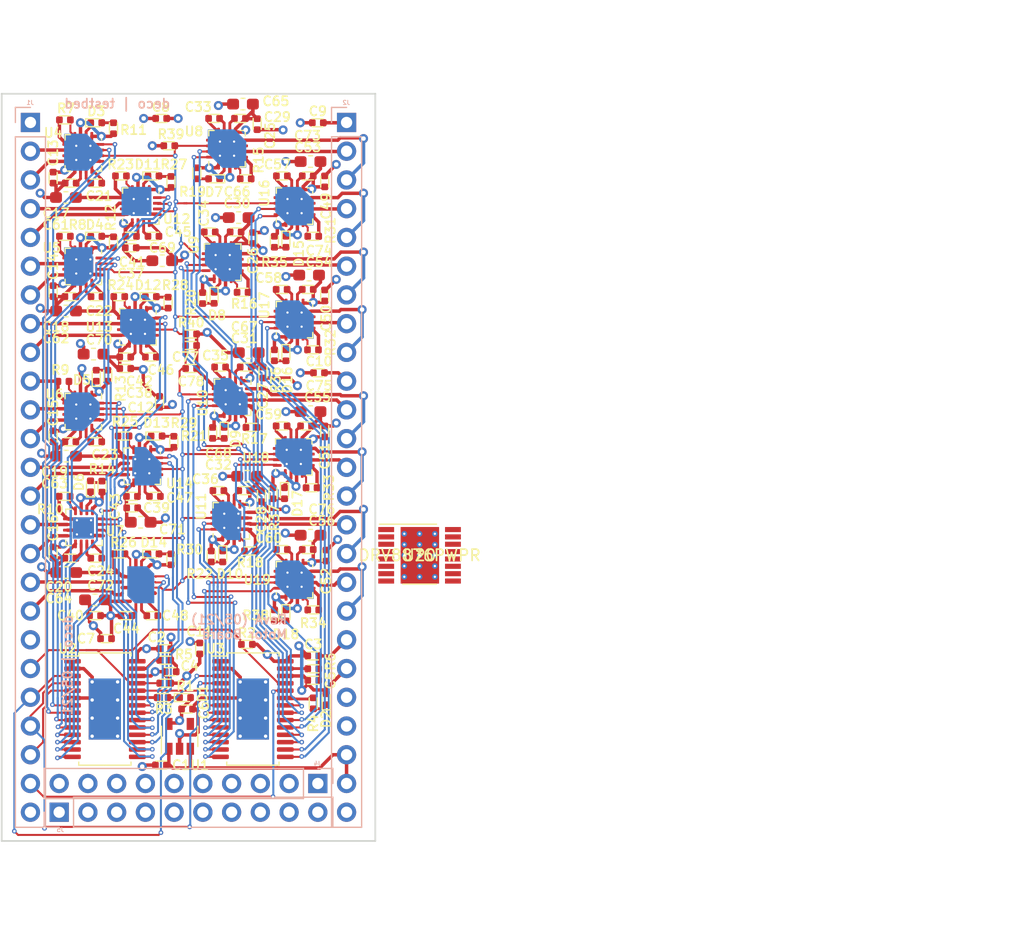
<source format=kicad_pcb>
(kicad_pcb (version 20171130) (host pcbnew "(5.1.10-1-10_14)")
  (layers (0 F.Cu signal hide) (1 In1.Cu power) (2 In2.Cu power) (31 B.Cu signal) (34 B.Paste user) (35 F.Paste user) (36 B.SilkS user) (37 F.SilkS user) (38 B.Mask user) (39 F.Mask user) (44 Edge.Cuts user))
  (net 0 "")
  (net 1 +5V)
  (net 2 GND)
  (net 3 +3V3)
  (net 4 +24V)
  (net 5 "Net-(C17-Pad2)")
  (net 6 "Net-(C18-Pad2)")
  (net 7 "Net-(C19-Pad2)")
  (net 8 "Net-(C20-Pad2)")
  (net 9 "Net-(C21-Pad2)")
  (net 10 "Net-(C21-Pad1)")
  (net 11 "Net-(C22-Pad1)")
  (net 12 "Net-(C22-Pad2)")
  (net 13 "Net-(C23-Pad1)")
  (net 14 "Net-(C23-Pad2)")
  (net 15 "Net-(C24-Pad2)")
  (net 16 "Net-(C24-Pad1)")
  (net 17 "Net-(C29-Pad2)")
  (net 18 "Net-(C30-Pad2)")
  (net 19 "Net-(C31-Pad2)")
  (net 20 "Net-(C32-Pad2)")
  (net 21 "Net-(C33-Pad2)")
  (net 22 "Net-(C33-Pad1)")
  (net 23 "Net-(C34-Pad2)")
  (net 24 "Net-(C34-Pad1)")
  (net 25 "Net-(C35-Pad1)")
  (net 26 "Net-(C35-Pad2)")
  (net 27 "Net-(C36-Pad2)")
  (net 28 "Net-(C36-Pad1)")
  (net 29 "Net-(C41-Pad2)")
  (net 30 "Net-(C42-Pad2)")
  (net 31 "Net-(C43-Pad2)")
  (net 32 "Net-(C44-Pad2)")
  (net 33 "Net-(C45-Pad1)")
  (net 34 "Net-(C45-Pad2)")
  (net 35 "Net-(C46-Pad2)")
  (net 36 "Net-(C46-Pad1)")
  (net 37 "Net-(C47-Pad2)")
  (net 38 "Net-(C47-Pad1)")
  (net 39 "Net-(C48-Pad1)")
  (net 40 "Net-(C48-Pad2)")
  (net 41 "Net-(C53-Pad2)")
  (net 42 "Net-(C54-Pad2)")
  (net 43 "Net-(C55-Pad2)")
  (net 44 "Net-(C56-Pad2)")
  (net 45 "Net-(C57-Pad2)")
  (net 46 "Net-(C57-Pad1)")
  (net 47 "Net-(C58-Pad2)")
  (net 48 "Net-(C58-Pad1)")
  (net 49 "Net-(C59-Pad1)")
  (net 50 "Net-(C59-Pad2)")
  (net 51 "Net-(C60-Pad1)")
  (net 52 "Net-(C60-Pad2)")
  (net 53 "Net-(D1-Pad1)")
  (net 54 "Net-(D2-Pad1)")
  (net 55 "Net-(D3-Pad2)")
  (net 56 "Net-(D3-Pad1)")
  (net 57 "Net-(D4-Pad1)")
  (net 58 "Net-(D4-Pad2)")
  (net 59 "Net-(D5-Pad2)")
  (net 60 "Net-(D5-Pad1)")
  (net 61 "Net-(D6-Pad2)")
  (net 62 "Net-(D6-Pad1)")
  (net 63 "Net-(D7-Pad1)")
  (net 64 "Net-(D7-Pad2)")
  (net 65 "Net-(D8-Pad2)")
  (net 66 "Net-(D8-Pad1)")
  (net 67 "Net-(D9-Pad1)")
  (net 68 "Net-(D9-Pad2)")
  (net 69 "Net-(D10-Pad2)")
  (net 70 "Net-(D10-Pad1)")
  (net 71 "Net-(D11-Pad1)")
  (net 72 "Net-(D11-Pad2)")
  (net 73 "Net-(D12-Pad1)")
  (net 74 "Net-(D12-Pad2)")
  (net 75 "Net-(D13-Pad1)")
  (net 76 "Net-(D13-Pad2)")
  (net 77 "Net-(D14-Pad1)")
  (net 78 "Net-(D14-Pad2)")
  (net 79 "Net-(D15-Pad2)")
  (net 80 "Net-(D15-Pad1)")
  (net 81 "Net-(D16-Pad1)")
  (net 82 "Net-(D16-Pad2)")
  (net 83 "Net-(D17-Pad1)")
  (net 84 "Net-(D17-Pad2)")
  (net 85 "Net-(D18-Pad2)")
  (net 86 "Net-(D18-Pad1)")
  (net 87 /SOUT)
  (net 88 /SIN)
  (net 89 /SCLK)
  (net 90 /XLAT)
  (net 91 /GSCLK)
  (net 92 /OUT_14b)
  (net 93 /OUT_14a)
  (net 94 /OUT_12b)
  (net 95 /OUT_12a)
  (net 96 /OUT_10b)
  (net 97 /OUT_10a)
  (net 98 /OUT_8b)
  (net 99 /OUT_8a)
  (net 100 /OUT_6b)
  (net 101 /OUT_6a)
  (net 102 /OUT_4b)
  (net 103 /OUT_4a)
  (net 104 /OUT_2b)
  (net 105 /OUT_2a)
  (net 106 /OUT_0b)
  (net 107 /OUT_0a)
  (net 108 /OUT_1a)
  (net 109 /OUT_1b)
  (net 110 /OUT_3a)
  (net 111 /OUT_3b)
  (net 112 /OUT_5a)
  (net 113 /OUT_5b)
  (net 114 /OUT_7a)
  (net 115 /OUT_7b)
  (net 116 /OUT_9a)
  (net 117 /OUT_9b)
  (net 118 /OUT_11a)
  (net 119 /OUT_11b)
  (net 120 /OUT_13a)
  (net 121 /OUT_13b)
  (net 122 /OUT_15a)
  (net 123 /OUT_15b)
  (net 124 "Net-(J2-Pad21)")
  (net 125 "Net-(J2-Pad22)")
  (net 126 /Vadc0)
  (net 127 /Vadc1)
  (net 128 /Vadc2)
  (net 129 /Vadc3)
  (net 130 /Vadc4)
  (net 131 /Vadc5)
  (net 132 /Vadc6)
  (net 133 /Vadc7)
  (net 134 /Vadc8)
  (net 135 /Vadc9)
  (net 136 /Vadc10)
  (net 137 /Vadc11)
  (net 138 /Vadc12)
  (net 139 /Vadc13)
  (net 140 /Vadc14)
  (net 141 /Vadc15)
  (net 142 "Net-(R3-Pad2)")
  (net 143 "Net-(R4-Pad2)")
  (net 144 "Net-(R5-Pad1)")
  (net 145 "Net-(R6-Pad1)")
  (net 146 /SMID)
  (net 147 /H15a)
  (net 148 /H14a)
  (net 149 /H13a)
  (net 150 /H12a)
  (net 151 /H11a)
  (net 152 /H10a)
  (net 153 /H9a)
  (net 154 /H8a)
  (net 155 /H7a)
  (net 156 /H6a)
  (net 157 /H5a)
  (net 158 /H4a)
  (net 159 /H3a)
  (net 160 /H2a)
  (net 161 /H1a)
  (net 162 /H0a)
  (net 163 /H0b)
  (net 164 /H1b)
  (net 165 /H2b)
  (net 166 /H3b)
  (net 167 /H4b)
  (net 168 /H5b)
  (net 169 /H6b)
  (net 170 /H7b)
  (net 171 /H8b)
  (net 172 /H9b)
  (net 173 /H10b)
  (net 174 /H11b)
  (net 175 /H12b)
  (net 176 /H13b)
  (net 177 /H14b)
  (net 178 /H15b)
  (net 179 "Net-(U1-Pad4)")
  (net 180 /PMODE)
  (net 181 "Net-(U20-Pad1)")
  (net 182 "Net-(U20-Pad2)")
  (net 183 "Net-(U20-Pad3)")
  (net 184 "Net-(U20-Pad4)")
  (net 185 "Net-(U20-Pad5)")
  (net 186 "Net-(U20-Pad6)")
  (net 187 "Net-(U20-Pad7)")
  (net 188 "Net-(U20-Pad8)")
  (net 189 "Net-(U20-Pad9)")
  (net 190 "Net-(U20-Pad10)")
  (net 191 "Net-(U20-Pad11)")
  (net 192 "Net-(U20-Pad12)")
  (net 193 "Net-(U20-Pad13)")
  (net 194 "Net-(U20-Pad14)")
  (net 195 "Net-(U20-Pad15)")
  (net 196 "Net-(U20-Pad16)")
  (net 197 "Net-(U20-Pad17)")
  (module Motor_Board:C_0402_1005Metric_lines (layer F.Cu) (at 66.675 89.812 90)
    (fp_text reference C13 (at 2.182 0 270) (layer F.SilkS) (effects (font (size 0.8128 0.8128) (thickness 0.1524))))
    (fp_text value .1uF)
    (pad 2 smd roundrect (at 0.485 0 90) (size 0.59 0.64) (layers F.Cu F.Paste F.Mask) (net 2 GND))
    (pad 1 smd roundrect (at -0.485 0 90) (size 0.59 0.64) (layers F.Cu F.Paste F.Mask) (net 4 +24V))
  )
  (module Connector_PinSocket_2.54mm:PinSocket_1x25_P2.54mm_Vertical (layer B.Cu) (at 92.6084 84.9376 180)
    (fp_text reference J2 (at 0.0254 1.7526) (layer B.SilkS) (effects (font (size 0.381 0.381) (thickness 0.0762)) (justify mirror)))
    (fp_text value serial_conn2)
    (pad 1 thru_hole rect (at 0 0 180) (size 1.7 1.7) (drill 1) (layers *.Cu *.Mask) (net 2 GND))
    (pad 2 thru_hole oval (at 0 -2.54 180) (size 1.7 1.7) (drill 1) (layers *.Cu *.Mask) (net 108 /OUT_1a))
    (pad 3 thru_hole oval (at 0 -5.08 180) (size 1.7 1.7) (drill 1) (layers *.Cu *.Mask) (net 109 /OUT_1b))
    (pad 4 thru_hole oval (at 0 -7.62 180) (size 1.7 1.7) (drill 1) (layers *.Cu *.Mask) (net 110 /OUT_3a))
    (pad 5 thru_hole oval (at 0 -10.16 180) (size 1.7 1.7) (drill 1) (layers *.Cu *.Mask) (net 111 /OUT_3b))
    (pad 6 thru_hole oval (at 0 -12.7 180) (size 1.7 1.7) (drill 1) (layers *.Cu *.Mask) (net 112 /OUT_5a))
    (pad 7 thru_hole oval (at 0 -15.24 180) (size 1.7 1.7) (drill 1) (layers *.Cu *.Mask) (net 113 /OUT_5b))
    (pad 8 thru_hole oval (at 0 -17.78 180) (size 1.7 1.7) (drill 1) (layers *.Cu *.Mask) (net 114 /OUT_7a))
    (pad 9 thru_hole oval (at 0 -20.32 180) (size 1.7 1.7) (drill 1) (layers *.Cu *.Mask) (net 115 /OUT_7b))
    (pad 10 thru_hole oval (at 0 -22.86 180) (size 1.7 1.7) (drill 1) (layers *.Cu *.Mask) (net 2 GND))
    (pad 11 thru_hole oval (at 0 -25.4 180) (size 1.7 1.7) (drill 1) (layers *.Cu *.Mask) (net 116 /OUT_9a))
    (pad 12 thru_hole oval (at 0 -27.94 180) (size 1.7 1.7) (drill 1) (layers *.Cu *.Mask) (net 117 /OUT_9b))
    (pad 13 thru_hole oval (at 0 -30.48 180) (size 1.7 1.7) (drill 1) (layers *.Cu *.Mask) (net 118 /OUT_11a))
    (pad 14 thru_hole oval (at 0 -33.02 180) (size 1.7 1.7) (drill 1) (layers *.Cu *.Mask) (net 119 /OUT_11b))
    (pad 15 thru_hole oval (at 0 -35.56 180) (size 1.7 1.7) (drill 1) (layers *.Cu *.Mask) (net 120 /OUT_13a))
    (pad 16 thru_hole oval (at 0 -38.1 180) (size 1.7 1.7) (drill 1) (layers *.Cu *.Mask) (net 121 /OUT_13b))
    (pad 17 thru_hole oval (at 0 -40.64 180) (size 1.7 1.7) (drill 1) (layers *.Cu *.Mask) (net 122 /OUT_15a))
    (pad 18 thru_hole oval (at 0 -43.18 180) (size 1.7 1.7) (drill 1) (layers *.Cu *.Mask) (net 123 /OUT_15b))
    (pad 19 thru_hole oval (at 0 -45.72 180) (size 1.7 1.7) (drill 1) (layers *.Cu *.Mask) (net 2 GND))
    (pad 20 thru_hole oval (at 0 -48.26 180) (size 1.7 1.7) (drill 1) (layers *.Cu *.Mask) (net 3 +3V3))
    (pad 21 thru_hole oval (at 0 -50.8 180) (size 1.7 1.7) (drill 1) (layers *.Cu *.Mask) (net 124 "Net-(J2-Pad21)"))
    (pad 22 thru_hole oval (at 0 -53.34 180) (size 1.7 1.7) (drill 1) (layers *.Cu *.Mask) (net 125 "Net-(J2-Pad22)"))
    (pad 23 thru_hole oval (at 0 -55.88 180) (size 1.7 1.7) (drill 1) (layers *.Cu *.Mask) (net 1 +5V))
    (pad 24 thru_hole oval (at 0 -58.42 180) (size 1.7 1.7) (drill 1) (layers *.Cu *.Mask) (net 1 +5V))
    (pad 25 thru_hole oval (at 0 -60.96 180) (size 1.7 1.7) (drill 1) (layers *.Cu *.Mask) (net 2 GND))
  )
  (module Connector_PinSocket_2.54mm:PinSocket_1x25_P2.54mm_Vertical (layer B.Cu) (at 64.6684 84.9376 180)
    (fp_text reference J1 (at 0.0254 1.7526) (layer B.SilkS) (effects (font (size 0.381 0.381) (thickness 0.0762)) (justify mirror)))
    (fp_text value serial_conn1)
    (pad 25 thru_hole oval (at 0 -60.96 180) (size 1.7 1.7) (drill 1) (layers *.Cu *.Mask) (net 2 GND))
    (pad 24 thru_hole oval (at 0 -58.42 180) (size 1.7 1.7) (drill 1) (layers *.Cu *.Mask) (net 87 /SOUT))
    (pad 23 thru_hole oval (at 0 -55.88 180) (size 1.7 1.7) (drill 1) (layers *.Cu *.Mask) (net 88 /SIN))
    (pad 22 thru_hole oval (at 0 -53.34 180) (size 1.7 1.7) (drill 1) (layers *.Cu *.Mask) (net 89 /SCLK))
    (pad 21 thru_hole oval (at 0 -50.8 180) (size 1.7 1.7) (drill 1) (layers *.Cu *.Mask) (net 90 /XLAT))
    (pad 20 thru_hole oval (at 0 -48.26 180) (size 1.7 1.7) (drill 1) (layers *.Cu *.Mask) (net 91 /GSCLK))
    (pad 19 thru_hole oval (at 0 -45.72 180) (size 1.7 1.7) (drill 1) (layers *.Cu *.Mask) (net 2 GND))
    (pad 18 thru_hole oval (at 0 -43.18 180) (size 1.7 1.7) (drill 1) (layers *.Cu *.Mask) (net 92 /OUT_14b))
    (pad 17 thru_hole oval (at 0 -40.64 180) (size 1.7 1.7) (drill 1) (layers *.Cu *.Mask) (net 93 /OUT_14a))
    (pad 16 thru_hole oval (at 0 -38.1 180) (size 1.7 1.7) (drill 1) (layers *.Cu *.Mask) (net 94 /OUT_12b))
    (pad 15 thru_hole oval (at 0 -35.56 180) (size 1.7 1.7) (drill 1) (layers *.Cu *.Mask) (net 95 /OUT_12a))
    (pad 14 thru_hole oval (at 0 -33.02 180) (size 1.7 1.7) (drill 1) (layers *.Cu *.Mask) (net 96 /OUT_10b))
    (pad 13 thru_hole oval (at 0 -30.48 180) (size 1.7 1.7) (drill 1) (layers *.Cu *.Mask) (net 97 /OUT_10a))
    (pad 12 thru_hole oval (at 0 -27.94 180) (size 1.7 1.7) (drill 1) (layers *.Cu *.Mask) (net 98 /OUT_8b))
    (pad 11 thru_hole oval (at 0 -25.4 180) (size 1.7 1.7) (drill 1) (layers *.Cu *.Mask) (net 99 /OUT_8a))
    (pad 10 thru_hole oval (at 0 -22.86 180) (size 1.7 1.7) (drill 1) (layers *.Cu *.Mask) (net 2 GND))
    (pad 9 thru_hole oval (at 0 -20.32 180) (size 1.7 1.7) (drill 1) (layers *.Cu *.Mask) (net 100 /OUT_6b))
    (pad 8 thru_hole oval (at 0 -17.78 180) (size 1.7 1.7) (drill 1) (layers *.Cu *.Mask) (net 101 /OUT_6a))
    (pad 7 thru_hole oval (at 0 -15.24 180) (size 1.7 1.7) (drill 1) (layers *.Cu *.Mask) (net 102 /OUT_4b))
    (pad 6 thru_hole oval (at 0 -12.7 180) (size 1.7 1.7) (drill 1) (layers *.Cu *.Mask) (net 103 /OUT_4a))
    (pad 5 thru_hole oval (at 0 -10.16 180) (size 1.7 1.7) (drill 1) (layers *.Cu *.Mask) (net 104 /OUT_2b))
    (pad 4 thru_hole oval (at 0 -7.62 180) (size 1.7 1.7) (drill 1) (layers *.Cu *.Mask) (net 105 /OUT_2a))
    (pad 3 thru_hole oval (at 0 -5.08 180) (size 1.7 1.7) (drill 1) (layers *.Cu *.Mask) (net 106 /OUT_0b))
    (pad 2 thru_hole oval (at 0 -2.54 180) (size 1.7 1.7) (drill 1) (layers *.Cu *.Mask) (net 107 /OUT_0a))
    (pad 1 thru_hole rect (at 0 0 180) (size 1.7 1.7) (drill 1) (layers *.Cu *.Mask) (net 2 GND))
  )
  (module Connector_PinSocket_2.54mm:PinSocket_1x10_P2.54mm_Vertical (layer B.Cu) (at 90.0684 143.3576 90)
    (fp_text reference J4 (at 1.7526 -0.0254 180) (layer B.SilkS) (effects (font (size 0.381 0.381) (thickness 0.0762)) (justify mirror)))
    (fp_text value PWR_conn)
    (pad 1 thru_hole rect (at 0 0 90) (size 1.7 1.7) (drill 1) (layers *.Cu *.Mask) (net 4 +24V))
    (pad 2 thru_hole oval (at 0 -2.54 90) (size 1.7 1.7) (drill 1) (layers *.Cu *.Mask) (net 4 +24V))
    (pad 3 thru_hole oval (at 0 -5.08 90) (size 1.7 1.7) (drill 1) (layers *.Cu *.Mask) (net 4 +24V))
    (pad 4 thru_hole oval (at 0 -7.62 90) (size 1.7 1.7) (drill 1) (layers *.Cu *.Mask) (net 4 +24V))
    (pad 5 thru_hole oval (at 0 -10.16 90) (size 1.7 1.7) (drill 1) (layers *.Cu *.Mask) (net 4 +24V))
    (pad 6 thru_hole oval (at 0 -12.7 90) (size 1.7 1.7) (drill 1) (layers *.Cu *.Mask) (net 4 +24V))
    (pad 7 thru_hole oval (at 0 -15.24 90) (size 1.7 1.7) (drill 1) (layers *.Cu *.Mask) (net 4 +24V))
    (pad 8 thru_hole oval (at 0 -17.78 90) (size 1.7 1.7) (drill 1) (layers *.Cu *.Mask) (net 4 +24V))
    (pad 9 thru_hole oval (at 0 -20.32 90) (size 1.7 1.7) (drill 1) (layers *.Cu *.Mask) (net 4 +24V))
    (pad 10 thru_hole oval (at 0 -22.86 90) (size 1.7 1.7) (drill 1) (layers *.Cu *.Mask) (net 4 +24V))
  )
  (module Connector_PinSocket_2.54mm:PinSocket_1x10_P2.54mm_Vertical (layer B.Cu) (at 67.2084 145.8976 270)
    (fp_text reference J5 (at 1.5494 -0.1016 180) (layer B.SilkS) (effects (font (size 0.381 0.381) (thickness 0.0762)) (justify mirror)))
    (fp_text value GND_conn)
    (pad 10 thru_hole oval (at 0 -22.86 270) (size 1.7 1.7) (drill 1) (layers *.Cu *.Mask) (net 2 GND))
    (pad 9 thru_hole oval (at 0 -20.32 270) (size 1.7 1.7) (drill 1) (layers *.Cu *.Mask) (net 2 GND))
    (pad 8 thru_hole oval (at 0 -17.78 270) (size 1.7 1.7) (drill 1) (layers *.Cu *.Mask) (net 2 GND))
    (pad 7 thru_hole oval (at 0 -15.24 270) (size 1.7 1.7) (drill 1) (layers *.Cu *.Mask) (net 2 GND))
    (pad 6 thru_hole oval (at 0 -12.7 270) (size 1.7 1.7) (drill 1) (layers *.Cu *.Mask) (net 2 GND))
    (pad 5 thru_hole oval (at 0 -10.16 270) (size 1.7 1.7) (drill 1) (layers *.Cu *.Mask) (net 2 GND))
    (pad 4 thru_hole oval (at 0 -7.62 270) (size 1.7 1.7) (drill 1) (layers *.Cu *.Mask) (net 2 GND))
    (pad 3 thru_hole oval (at 0 -5.08 270) (size 1.7 1.7) (drill 1) (layers *.Cu *.Mask) (net 2 GND))
    (pad 2 thru_hole oval (at 0 -2.54 270) (size 1.7 1.7) (drill 1) (layers *.Cu *.Mask) (net 2 GND))
    (pad 1 thru_hole rect (at 0 0 270) (size 1.7 1.7) (drill 1) (layers *.Cu *.Mask) (net 2 GND))
  )
  (module Motor_Board:C_0402_1005Metric_lines (layer F.Cu) (at 76.2 141.732 180)
    (fp_text reference C1 (at -1.778 0) (layer F.SilkS) (effects (font (size 0.8128 0.8128) (thickness 0.1524))))
    (fp_text value 10uF)
    (pad 2 smd roundrect (at 0.485 0 180) (size 0.59 0.64) (layers F.Cu F.Paste F.Mask) (net 2 GND))
    (pad 1 smd roundrect (at -0.485 0 180) (size 0.59 0.64) (layers F.Cu F.Paste F.Mask) (net 1 +5V))
  )
  (module Motor_Board:C_0402_1005Metric_lines (layer F.Cu) (at 76.581 131.445)
    (fp_text reference C2 (at -0.762 -1.016) (layer F.SilkS) (effects (font (size 0.8128 0.8128) (thickness 0.1524))))
    (fp_text value .1uF)
    (pad 2 smd roundrect (at 0.485 0) (size 0.59 0.64) (layers F.Cu F.Paste F.Mask) (net 2 GND))
    (pad 1 smd roundrect (at -0.485 0) (size 0.59 0.64) (layers F.Cu F.Paste F.Mask) (net 3 +3V3))
  )
  (module Motor_Board:C_0402_1005Metric_lines (layer F.Cu) (at 89.662 132.08)
    (fp_text reference C3 (at 0 -1.016) (layer F.SilkS) (effects (font (size 0.8128 0.8128) (thickness 0.1524))))
    (fp_text value .1uF)
    (pad 2 smd roundrect (at 0.485 0) (size 0.59 0.64) (layers F.Cu F.Paste F.Mask) (net 2 GND))
    (pad 1 smd roundrect (at -0.485 0) (size 0.59 0.64) (layers F.Cu F.Paste F.Mask) (net 3 +3V3))
  )
  (module Motor_Board:C_0402_1005Metric_lines (layer F.Cu) (at 77.066 133.477)
    (fp_text reference C4 (at 1.674 -0.508) (layer F.SilkS) (effects (font (size 0.8128 0.8128) (thickness 0.1524))))
    (fp_text value .1uF)
    (pad 1 smd roundrect (at -0.485 0) (size 0.59 0.64) (layers F.Cu F.Paste F.Mask) (net 3 +3V3))
    (pad 2 smd roundrect (at 0.485 0) (size 0.59 0.64) (layers F.Cu F.Paste F.Mask) (net 2 GND))
  )
  (module Motor_Board:C_0402_1005Metric_lines (layer F.Cu) (at 89.662 134.239)
    (fp_text reference C5 (at 1.524 0 90) (layer F.SilkS) (effects (font (size 0.8128 0.8128) (thickness 0.1524))))
    (fp_text value .1uF)
    (pad 1 smd roundrect (at -0.485 0) (size 0.59 0.64) (layers F.Cu F.Paste F.Mask) (net 3 +3V3))
    (pad 2 smd roundrect (at 0.485 0) (size 0.59 0.64) (layers F.Cu F.Paste F.Mask) (net 2 GND))
  )
  (module Motor_Board:C_0402_1005Metric_lines (layer F.Cu) (at 78.509 136.779)
    (fp_text reference C6 (at 1.501 0.127 270) (layer F.SilkS) (effects (font (size 0.8128 0.8128) (thickness 0.1524))))
    (fp_text value 10uF)
    (pad 1 smd roundrect (at -0.485 0) (size 0.59 0.64) (layers F.Cu F.Paste F.Mask) (net 3 +3V3))
    (pad 2 smd roundrect (at 0.485 0) (size 0.59 0.64) (layers F.Cu F.Paste F.Mask) (net 2 GND))
  )
  (module Motor_Board:C_0402_1005Metric_lines (layer F.Cu) (at 71.351 130.556 180)
    (fp_text reference C7 (at 1.778 0) (layer F.SilkS) (effects (font (size 0.8128 0.8128) (thickness 0.1524))))
    (fp_text value .1uF)
    (pad 2 smd roundrect (at 0.485 0 180) (size 0.59 0.64) (layers F.Cu F.Paste F.Mask) (net 2 GND))
    (pad 1 smd roundrect (at -0.485 0 180) (size 0.59 0.64) (layers F.Cu F.Paste F.Mask) (net 4 +24V))
  )
  (module Motor_Board:C_0402_1005Metric_lines (layer F.Cu) (at 76.223 84.582 180)
    (fp_text reference C8 (at 0.023 1.016) (layer F.SilkS) (effects (font (size 0.8128 0.8128) (thickness 0.1524))))
    (fp_text value .1uF)
    (pad 1 smd roundrect (at -0.485 0 180) (size 0.59 0.64) (layers F.Cu F.Paste F.Mask) (net 4 +24V))
    (pad 2 smd roundrect (at 0.485 0 180) (size 0.59 0.64) (layers F.Cu F.Paste F.Mask) (net 2 GND))
  )
  (module Motor_Board:C_0402_1005Metric_lines (layer F.Cu) (at 90.066 84.963)
    (fp_text reference C9 (at 0 -1.016) (layer F.SilkS) (effects (font (size 0.8128 0.8128) (thickness 0.1524))))
    (fp_text value .1uF)
    (pad 2 smd roundrect (at 0.485 0) (size 0.59 0.64) (layers F.Cu F.Paste F.Mask) (net 2 GND))
    (pad 1 smd roundrect (at -0.485 0) (size 0.59 0.64) (layers F.Cu F.Paste F.Mask) (net 4 +24V))
  )
  (module Motor_Board:C_0402_1005Metric_lines (layer F.Cu) (at 90.17 107.061)
    (fp_text reference C10 (at 0 -1.016) (layer F.SilkS) (effects (font (size 0.8128 0.8128) (thickness 0.1524))))
    (fp_text value .1uF)
    (pad 1 smd roundrect (at -0.485 0) (size 0.59 0.64) (layers F.Cu F.Paste F.Mask) (net 4 +24V))
    (pad 2 smd roundrect (at 0.485 0) (size 0.59 0.64) (layers F.Cu F.Paste F.Mask) (net 2 GND))
  )
  (module Motor_Board:C_0402_1005Metric_lines (layer F.Cu) (at 79.629 131.422 90)
    (fp_text reference C11 (at 1.501 0) (layer F.SilkS) (effects (font (size 0.8128 0.8128) (thickness 0.1524))))
    (fp_text value .1uF)
    (pad 2 smd roundrect (at 0.485 0 90) (size 0.59 0.64) (layers F.Cu F.Paste F.Mask) (net 2 GND))
    (pad 1 smd roundrect (at -0.485 0 90) (size 0.59 0.64) (layers F.Cu F.Paste F.Mask) (net 3 +3V3))
  )
  (module Motor_Board:C_0402_1005Metric_lines (layer F.Cu) (at 76.073 109.624 90)
    (fp_text reference C12 (at -0.508 -1.651 180) (layer F.SilkS) (effects (font (size 0.8128 0.8128) (thickness 0.1524))))
    (fp_text value .1uF)
    (pad 1 smd roundrect (at -0.485 0 90) (size 0.59 0.64) (layers F.Cu F.Paste F.Mask) (net 3 +3V3))
    (pad 2 smd roundrect (at 0.485 0 90) (size 0.59 0.64) (layers F.Cu F.Paste F.Mask) (net 2 GND))
  )
  (module Motor_Board:C_0402_1005Metric_lines (layer F.Cu) (at 66.675 99.845 90)
    (fp_text reference C14 (at 2.182 0 90) (layer F.SilkS) (effects (font (size 0.8128 0.8128) (thickness 0.1524))))
    (fp_text value .1uF)
    (pad 2 smd roundrect (at 0.485 0 90) (size 0.59 0.64) (layers F.Cu F.Paste F.Mask) (net 2 GND))
    (pad 1 smd roundrect (at -0.485 0 90) (size 0.59 0.64) (layers F.Cu F.Paste F.Mask) (net 4 +24V))
  )
  (module Motor_Board:C_0402_1005Metric_lines (layer F.Cu) (at 66.675 112.672 90)
    (fp_text reference C15 (at 2.055 0 90) (layer F.SilkS) (effects (font (size 0.8128 0.8128) (thickness 0.1524))))
    (fp_text value .1uF)
    (pad 2 smd roundrect (at 0.485 0 90) (size 0.59 0.64) (layers F.Cu F.Paste F.Mask) (net 2 GND))
    (pad 1 smd roundrect (at -0.485 0 90) (size 0.59 0.64) (layers F.Cu F.Paste F.Mask) (net 4 +24V))
  )
  (module Motor_Board:C_0402_1005Metric_lines (layer F.Cu) (at 66.675 122.936 90)
    (fp_text reference C16 (at 2.159 0 90) (layer F.SilkS) (effects (font (size 0.8128 0.8128) (thickness 0.1524))))
    (fp_text value .1uF)
    (pad 2 smd roundrect (at 0.485 0 90) (size 0.59 0.64) (layers F.Cu F.Paste F.Mask) (net 2 GND))
    (pad 1 smd roundrect (at -0.485 0 90) (size 0.59 0.64) (layers F.Cu F.Paste F.Mask) (net 4 +24V))
  )
  (module Motor_Board:C_0402_1005Metric_lines (layer F.Cu) (at 68.222 90.297)
    (fp_text reference C17 (at -1.293 2.667) (layer F.SilkS) (effects (font (size 0.8128 0.8128) (thickness 0.1524))))
    (fp_text value .1uF)
    (pad 1 smd roundrect (at -0.485 0) (size 0.59 0.64) (layers F.Cu F.Paste F.Mask) (net 4 +24V))
    (pad 2 smd roundrect (at 0.485 0) (size 0.59 0.64) (layers F.Cu F.Paste F.Mask) (net 5 "Net-(C17-Pad2)"))
  )
  (module Motor_Board:C_0402_1005Metric_lines (layer F.Cu) (at 68.199 100.33)
    (fp_text reference C18 (at -1.27 2.667) (layer F.SilkS) (effects (font (size 0.8128 0.8128) (thickness 0.1524))))
    (fp_text value .1uF)
    (pad 1 smd roundrect (at -0.485 0) (size 0.59 0.64) (layers F.Cu F.Paste F.Mask) (net 4 +24V))
    (pad 2 smd roundrect (at 0.485 0) (size 0.59 0.64) (layers F.Cu F.Paste F.Mask) (net 6 "Net-(C18-Pad2)"))
  )
  (module Motor_Board:C_0402_1005Metric_lines (layer F.Cu) (at 68.199 113.157)
    (fp_text reference C19 (at -1.397 2.667) (layer F.SilkS) (effects (font (size 0.8128 0.8128) (thickness 0.1524))))
    (fp_text value .1uF)
    (pad 1 smd roundrect (at -0.485 0) (size 0.59 0.64) (layers F.Cu F.Paste F.Mask) (net 4 +24V))
    (pad 2 smd roundrect (at 0.485 0) (size 0.59 0.64) (layers F.Cu F.Paste F.Mask) (net 7 "Net-(C19-Pad2)"))
  )
  (module Motor_Board:C_0402_1005Metric_lines (layer F.Cu) (at 68.199 123.444)
    (fp_text reference C20 (at -1.016 2.54) (layer F.SilkS) (effects (font (size 0.8128 0.8128) (thickness 0.1524))))
    (fp_text value .1uF)
    (pad 1 smd roundrect (at -0.485 0) (size 0.59 0.64) (layers F.Cu F.Paste F.Mask) (net 4 +24V))
    (pad 2 smd roundrect (at 0.485 0) (size 0.59 0.64) (layers F.Cu F.Paste F.Mask) (net 8 "Net-(C20-Pad2)"))
  )
  (module Motor_Board:C_0402_1005Metric_lines (layer F.Cu) (at 70.485 90.297)
    (fp_text reference C21 (at 0.254 1.143 180) (layer F.SilkS) (effects (font (size 0.8128 0.8128) (thickness 0.1524))))
    (fp_text value .022uF)
    (pad 1 smd roundrect (at -0.485 0) (size 0.59 0.64) (layers F.Cu F.Paste F.Mask) (net 10 "Net-(C21-Pad1)"))
    (pad 2 smd roundrect (at 0.485 0) (size 0.59 0.64) (layers F.Cu F.Paste F.Mask) (net 9 "Net-(C21-Pad2)"))
  )
  (module Motor_Board:C_0402_1005Metric_lines (layer F.Cu) (at 70.508 100.33)
    (fp_text reference C22 (at 0.231 1.27) (layer F.SilkS) (effects (font (size 0.8128 0.8128) (thickness 0.1524))))
    (fp_text value .022uF)
    (pad 2 smd roundrect (at 0.485 0) (size 0.59 0.64) (layers F.Cu F.Paste F.Mask) (net 12 "Net-(C22-Pad2)"))
    (pad 1 smd roundrect (at -0.485 0) (size 0.59 0.64) (layers F.Cu F.Paste F.Mask) (net 11 "Net-(C22-Pad1)"))
  )
  (module Motor_Board:C_0402_1005Metric_lines (layer F.Cu) (at 70.485 113.157)
    (fp_text reference C23 (at 0.762 1.143) (layer F.SilkS) (effects (font (size 0.8128 0.8128) (thickness 0.1524))))
    (fp_text value .022uF)
    (pad 2 smd roundrect (at 0.485 0) (size 0.59 0.64) (layers F.Cu F.Paste F.Mask) (net 14 "Net-(C23-Pad2)"))
    (pad 1 smd roundrect (at -0.485 0) (size 0.59 0.64) (layers F.Cu F.Paste F.Mask) (net 13 "Net-(C23-Pad1)"))
  )
  (module Motor_Board:C_0402_1005Metric_lines (layer F.Cu) (at 70.485 123.444)
    (fp_text reference C24 (at 0.381 1.143) (layer F.SilkS) (effects (font (size 0.8128 0.8128) (thickness 0.1524))))
    (fp_text value .022uF)
    (pad 2 smd roundrect (at 0.485 0) (size 0.59 0.64) (layers F.Cu F.Paste F.Mask) (net 15 "Net-(C24-Pad2)"))
    (pad 1 smd roundrect (at -0.485 0) (size 0.59 0.64) (layers F.Cu F.Paste F.Mask) (net 16 "Net-(C24-Pad1)"))
  )
  (module Motor_Board:C_0402_1005Metric_lines (layer F.Cu) (at 84.709 85.09 270)
    (fp_text reference C25 (at 1.016 -1.143 270) (layer F.SilkS) (effects (font (size 0.8128 0.8128) (thickness 0.1524))))
    (fp_text value .1uF)
    (pad 2 smd roundrect (at 0.485 0 270) (size 0.59 0.64) (layers F.Cu F.Paste F.Mask) (net 2 GND))
    (pad 1 smd roundrect (at -0.485 0 270) (size 0.59 0.64) (layers F.Cu F.Paste F.Mask) (net 4 +24V))
  )
  (module Motor_Board:C_0402_1005Metric_lines (layer F.Cu) (at 84.328 95.146 90)
    (fp_text reference C26 (at -2.009 0 90) (layer F.SilkS) (effects (font (size 0.8128 0.8128) (thickness 0.1524))))
    (fp_text value .1uF)
    (pad 1 smd roundrect (at -0.485 0 90) (size 0.59 0.64) (layers F.Cu F.Paste F.Mask) (net 4 +24V))
    (pad 2 smd roundrect (at 0.485 0 90) (size 0.59 0.64) (layers F.Cu F.Paste F.Mask) (net 2 GND))
  )
  (module Motor_Board:C_0402_1005Metric_lines (layer F.Cu) (at 85.217 107.038 270)
    (fp_text reference C27 (at 2.055 0 270) (layer F.SilkS) (effects (font (size 0.8128 0.8128) (thickness 0.1524))))
    (fp_text value .1uF)
    (pad 1 smd roundrect (at -0.485 0 270) (size 0.59 0.64) (layers F.Cu F.Paste F.Mask) (net 4 +24V))
    (pad 2 smd roundrect (at 0.485 0 270) (size 0.59 0.64) (layers F.Cu F.Paste F.Mask) (net 2 GND))
  )
  (module Motor_Board:C_0402_1005Metric_lines (layer F.Cu) (at 85.09 117.96 270)
    (fp_text reference C28 (at 2.055 0 90) (layer F.SilkS) (effects (font (size 0.8128 0.8128) (thickness 0.1524))))
    (fp_text value .1uF)
    (pad 1 smd roundrect (at -0.485 0 270) (size 0.59 0.64) (layers F.Cu F.Paste F.Mask) (net 4 +24V))
    (pad 2 smd roundrect (at 0.485 0 270) (size 0.59 0.64) (layers F.Cu F.Paste F.Mask) (net 2 GND))
  )
  (module Motor_Board:C_0402_1005Metric_lines (layer F.Cu) (at 83.185 84.582 180)
    (fp_text reference C29 (at -3.302 0.127) (layer F.SilkS) (effects (font (size 0.8128 0.8128) (thickness 0.1524))))
    (fp_text value .1uF)
    (pad 1 smd roundrect (at -0.485 0 180) (size 0.59 0.64) (layers F.Cu F.Paste F.Mask) (net 4 +24V))
    (pad 2 smd roundrect (at 0.485 0 180) (size 0.59 0.64) (layers F.Cu F.Paste F.Mask) (net 17 "Net-(C29-Pad2)"))
  )
  (module Motor_Board:C_0402_1005Metric_lines (layer F.Cu) (at 82.804 94.615 180)
    (fp_text reference C30 (at -0.127 2.54) (layer F.SilkS) (effects (font (size 0.8128 0.8128) (thickness 0.1524))))
    (fp_text value .1uF)
    (pad 2 smd roundrect (at 0.485 0 180) (size 0.59 0.64) (layers F.Cu F.Paste F.Mask) (net 18 "Net-(C30-Pad2)"))
    (pad 1 smd roundrect (at -0.485 0 180) (size 0.59 0.64) (layers F.Cu F.Paste F.Mask) (net 4 +24V))
  )
  (module Motor_Board:C_0402_1005Metric_lines (layer F.Cu) (at 83.693 106.553 180)
    (fp_text reference C31 (at 0.127 2.54) (layer F.SilkS) (effects (font (size 0.8128 0.8128) (thickness 0.1524))))
    (fp_text value .1uF)
    (pad 2 smd roundrect (at 0.485 0 180) (size 0.59 0.64) (layers F.Cu F.Paste F.Mask) (net 19 "Net-(C31-Pad2)"))
    (pad 1 smd roundrect (at -0.485 0 180) (size 0.59 0.64) (layers F.Cu F.Paste F.Mask) (net 4 +24V))
  )
  (module Motor_Board:C_0402_1005Metric_lines (layer F.Cu) (at 83.566 117.475 180)
    (fp_text reference C32 (at 2.286 2.286) (layer F.SilkS) (effects (font (size 0.8128 0.8128) (thickness 0.1524))))
    (fp_text value .1uF)
    (pad 2 smd roundrect (at 0.485 0 180) (size 0.59 0.64) (layers F.Cu F.Paste F.Mask) (net 20 "Net-(C32-Pad2)"))
    (pad 1 smd roundrect (at -0.485 0 180) (size 0.59 0.64) (layers F.Cu F.Paste F.Mask) (net 4 +24V))
  )
  (module Motor_Board:C_0402_1005Metric_lines (layer F.Cu) (at 80.899 84.582 180)
    (fp_text reference C33 (at 1.397 1.016) (layer F.SilkS) (effects (font (size 0.8128 0.8128) (thickness 0.1524))))
    (fp_text value .022uF)
    (pad 1 smd roundrect (at -0.485 0 180) (size 0.59 0.64) (layers F.Cu F.Paste F.Mask) (net 22 "Net-(C33-Pad1)"))
    (pad 2 smd roundrect (at 0.485 0 180) (size 0.59 0.64) (layers F.Cu F.Paste F.Mask) (net 21 "Net-(C33-Pad2)"))
  )
  (module Motor_Board:C_0402_1005Metric_lines (layer F.Cu) (at 80.518 94.615 180)
    (fp_text reference C34 (at 0.508 1.651 90) (layer F.SilkS) (effects (font (size 0.8128 0.8128) (thickness 0.1524))))
    (fp_text value .022uF)
    (pad 1 smd roundrect (at -0.485 0 180) (size 0.59 0.64) (layers F.Cu F.Paste F.Mask) (net 24 "Net-(C34-Pad1)"))
    (pad 2 smd roundrect (at 0.485 0 180) (size 0.59 0.64) (layers F.Cu F.Paste F.Mask) (net 23 "Net-(C34-Pad2)"))
  )
  (module Motor_Board:C_0402_1005Metric_lines (layer F.Cu) (at 81.43 106.553 180)
    (fp_text reference C35 (at 0.404 1.016) (layer F.SilkS) (effects (font (size 0.8128 0.8128) (thickness 0.1524))))
    (fp_text value .022uF)
    (pad 1 smd roundrect (at -0.485 0 180) (size 0.59 0.64) (layers F.Cu F.Paste F.Mask) (net 25 "Net-(C35-Pad1)"))
    (pad 2 smd roundrect (at 0.485 0 180) (size 0.59 0.64) (layers F.Cu F.Paste F.Mask) (net 26 "Net-(C35-Pad2)"))
  )
  (module Motor_Board:C_0402_1005Metric_lines (layer F.Cu) (at 81.28 117.475 180)
    (fp_text reference C36 (at 1.143 1.016) (layer F.SilkS) (effects (font (size 0.8128 0.8128) (thickness 0.1524))))
    (fp_text value .022uF)
    (pad 2 smd roundrect (at 0.485 0 180) (size 0.59 0.64) (layers F.Cu F.Paste F.Mask) (net 27 "Net-(C36-Pad2)"))
    (pad 1 smd roundrect (at -0.485 0 180) (size 0.59 0.64) (layers F.Cu F.Paste F.Mask) (net 28 "Net-(C36-Pad1)"))
  )
  (module Motor_Board:C_0402_1005Metric_lines (layer F.Cu) (at 73.533 96.012)
    (fp_text reference C37 (at 0 2.286) (layer F.SilkS) (effects (font (size 0.8128 0.8128) (thickness 0.1524))))
    (fp_text value .1uF)
    (pad 1 smd roundrect (at -0.485 0) (size 0.59 0.64) (layers F.Cu F.Paste F.Mask) (net 4 +24V))
    (pad 2 smd roundrect (at 0.485 0) (size 0.59 0.64) (layers F.Cu F.Paste F.Mask) (net 2 GND))
  )
  (module Motor_Board:C_0402_1005Metric_lines (layer F.Cu) (at 73.048 106.68)
    (fp_text reference C38 (at 1.247 2.159) (layer F.SilkS) (effects (font (size 0.8128 0.8128) (thickness 0.1524))))
    (fp_text value .1uF)
    (pad 1 smd roundrect (at -0.485 0) (size 0.59 0.64) (layers F.Cu F.Paste F.Mask) (net 4 +24V))
    (pad 2 smd roundrect (at 0.485 0) (size 0.59 0.64) (layers F.Cu F.Paste F.Mask) (net 2 GND))
  )
  (module Motor_Board:C_0402_1005Metric_lines (layer F.Cu) (at 73.66 118.999)
    (fp_text reference C39 (at 2.159 0) (layer F.SilkS) (effects (font (size 0.8128 0.8128) (thickness 0.1524))))
    (fp_text value .1uF)
    (pad 2 smd roundrect (at 0.485 0) (size 0.59 0.64) (layers F.Cu F.Paste F.Mask) (net 2 GND))
    (pad 1 smd roundrect (at -0.485 0) (size 0.59 0.64) (layers F.Cu F.Paste F.Mask) (net 4 +24V))
  )
  (module Motor_Board:C_0402_1005Metric_lines (layer F.Cu) (at 70.381 128.524 180)
    (fp_text reference C40 (at 2.182 0) (layer F.SilkS) (effects (font (size 0.8128 0.8128) (thickness 0.1524))))
    (fp_text value .1uF)
    (pad 1 smd roundrect (at -0.485 0 180) (size 0.59 0.64) (layers F.Cu F.Paste F.Mask) (net 4 +24V))
    (pad 2 smd roundrect (at 0.485 0 180) (size 0.59 0.64) (layers F.Cu F.Paste F.Mask) (net 2 GND))
  )
  (module Motor_Board:C_0402_1005Metric_lines (layer F.Cu) (at 73.556 94.996)
    (fp_text reference C41 (at 0.104 2.286) (layer F.SilkS) (effects (font (size 0.8128 0.8128) (thickness 0.1524))))
    (fp_text value .1uF)
    (pad 2 smd roundrect (at 0.485 0) (size 0.59 0.64) (layers F.Cu F.Paste F.Mask) (net 29 "Net-(C41-Pad2)"))
    (pad 1 smd roundrect (at -0.485 0) (size 0.59 0.64) (layers F.Cu F.Paste F.Mask) (net 4 +24V))
  )
  (module Motor_Board:C_0402_1005Metric_lines (layer F.Cu) (at 73.048 105.664)
    (fp_text reference C42 (at 1.247 2.159) (layer F.SilkS) (effects (font (size 0.8128 0.8128) (thickness 0.1524))))
    (fp_text value .1uF)
    (pad 2 smd roundrect (at 0.485 0) (size 0.59 0.64) (layers F.Cu F.Paste F.Mask) (net 30 "Net-(C42-Pad2)"))
    (pad 1 smd roundrect (at -0.485 0) (size 0.59 0.64) (layers F.Cu F.Paste F.Mask) (net 4 +24V))
  )
  (module Motor_Board:C_0402_1005Metric_lines (layer F.Cu) (at 73.637 117.983)
    (fp_text reference C43 (at -1.501 0.889 270) (layer F.SilkS) (effects (font (size 0.8128 0.8128) (thickness 0.1524))))
    (fp_text value .1uF)
    (pad 1 smd roundrect (at -0.485 0) (size 0.59 0.64) (layers F.Cu F.Paste F.Mask) (net 4 +24V))
    (pad 2 smd roundrect (at 0.485 0) (size 0.59 0.64) (layers F.Cu F.Paste F.Mask) (net 31 "Net-(C43-Pad2)"))
  )
  (module Motor_Board:C_0402_1005Metric_lines (layer F.Cu) (at 73.152 128.524)
    (fp_text reference C44 (at 0 1.143) (layer F.SilkS) (effects (font (size 0.8128 0.8128) (thickness 0.1524))))
    (fp_text value .1uF)
    (pad 2 smd roundrect (at 0.485 0) (size 0.59 0.64) (layers F.Cu F.Paste F.Mask) (net 32 "Net-(C44-Pad2)"))
    (pad 1 smd roundrect (at -0.485 0) (size 0.59 0.64) (layers F.Cu F.Paste F.Mask) (net 4 +24V))
  )
  (module Motor_Board:C_0402_1005Metric_lines (layer F.Cu) (at 75.542 94.996)
    (fp_text reference C45 (at 2.182 -0.381) (layer F.SilkS) (effects (font (size 0.8128 0.8128) (thickness 0.1524))))
    (fp_text value .022uF)
    (pad 2 smd roundrect (at 0.485 0) (size 0.59 0.64) (layers F.Cu F.Paste F.Mask) (net 34 "Net-(C45-Pad2)"))
    (pad 1 smd roundrect (at -0.485 0) (size 0.59 0.64) (layers F.Cu F.Paste F.Mask) (net 33 "Net-(C45-Pad1)"))
  )
  (module Motor_Board:C_0402_1005Metric_lines (layer F.Cu) (at 75.311 105.664)
    (fp_text reference C46 (at 0.889 1.143) (layer F.SilkS) (effects (font (size 0.8128 0.8128) (thickness 0.1524))))
    (fp_text value .022uF)
    (pad 2 smd roundrect (at 0.485 0) (size 0.59 0.64) (layers F.Cu F.Paste F.Mask) (net 35 "Net-(C46-Pad2)"))
    (pad 1 smd roundrect (at -0.485 0) (size 0.59 0.64) (layers F.Cu F.Paste F.Mask) (net 36 "Net-(C46-Pad1)"))
  )
  (module Motor_Board:C_0402_1005Metric_lines (layer F.Cu) (at 75.669 117.983)
    (fp_text reference C47 (at 2.182 0.127) (layer F.SilkS) (effects (font (size 0.8128 0.8128) (thickness 0.1524))))
    (fp_text value .022uF)
    (pad 2 smd roundrect (at 0.485 0) (size 0.59 0.64) (layers F.Cu F.Paste F.Mask) (net 37 "Net-(C47-Pad2)"))
    (pad 1 smd roundrect (at -0.485 0) (size 0.59 0.64) (layers F.Cu F.Paste F.Mask) (net 38 "Net-(C47-Pad1)"))
  )
  (module Motor_Board:C_0402_1005Metric_lines (layer F.Cu) (at 75.438 128.524)
    (fp_text reference C48 (at 2.032 0) (layer F.SilkS) (effects (font (size 0.8128 0.8128) (thickness 0.1524))))
    (fp_text value .022uF)
    (pad 1 smd roundrect (at -0.485 0) (size 0.59 0.64) (layers F.Cu F.Paste F.Mask) (net 39 "Net-(C48-Pad1)"))
    (pad 2 smd roundrect (at 0.485 0) (size 0.59 0.64) (layers F.Cu F.Paste F.Mask) (net 40 "Net-(C48-Pad2)"))
  )
  (module Motor_Board:C_0402_1005Metric_lines (layer F.Cu) (at 90.678 90.147 90)
    (fp_text reference C49 (at -2.182 0.127 90) (layer F.SilkS) (effects (font (size 0.8128 0.8128) (thickness 0.1524))))
    (fp_text value .1uF)
    (pad 2 smd roundrect (at 0.485 0 90) (size 0.59 0.64) (layers F.Cu F.Paste F.Mask) (net 2 GND))
    (pad 1 smd roundrect (at -0.485 0 90) (size 0.59 0.64) (layers F.Cu F.Paste F.Mask) (net 4 +24V))
  )
  (module Motor_Board:C_0402_1005Metric_lines (layer F.Cu) (at 90.678 100.226 90)
    (fp_text reference C50 (at -2.009 0.127 270) (layer F.SilkS) (effects (font (size 0.8128 0.8128) (thickness 0.1524))))
    (fp_text value .1uF)
    (pad 1 smd roundrect (at -0.485 0 90) (size 0.59 0.64) (layers F.Cu F.Paste F.Mask) (net 4 +24V))
    (pad 2 smd roundrect (at 0.485 0 90) (size 0.59 0.64) (layers F.Cu F.Paste F.Mask) (net 2 GND))
  )
  (module Motor_Board:C_0402_1005Metric_lines (layer F.Cu) (at 90.678 112.245 270)
    (fp_text reference C51 (at 2.182 0 90) (layer F.SilkS) (effects (font (size 0.8128 0.8128) (thickness 0.1524))))
    (fp_text value .1uF)
    (pad 1 smd roundrect (at -0.485 0 270) (size 0.59 0.64) (layers F.Cu F.Paste F.Mask) (net 4 +24V))
    (pad 2 smd roundrect (at 0.485 0 270) (size 0.59 0.64) (layers F.Cu F.Paste F.Mask) (net 2 GND))
  )
  (module Motor_Board:C_0402_1005Metric_lines (layer F.Cu) (at 90.805 123.213 90)
    (fp_text reference C52 (at -2.263 0 270) (layer F.SilkS) (effects (font (size 0.8128 0.8128) (thickness 0.1524))))
    (fp_text value .1uF)
    (pad 2 smd roundrect (at 0.485 0 90) (size 0.59 0.64) (layers F.Cu F.Paste F.Mask) (net 2 GND))
    (pad 1 smd roundrect (at -0.485 0 90) (size 0.59 0.64) (layers F.Cu F.Paste F.Mask) (net 4 +24V))
  )
  (module Motor_Board:C_0402_1005Metric_lines (layer F.Cu) (at 89.177 89.662 180)
    (fp_text reference C53 (at 0 2.54) (layer F.SilkS) (effects (font (size 0.8128 0.8128) (thickness 0.1524))))
    (fp_text value .1uF)
    (pad 1 smd roundrect (at -0.485 0 180) (size 0.59 0.64) (layers F.Cu F.Paste F.Mask) (net 4 +24V))
    (pad 2 smd roundrect (at 0.485 0 180) (size 0.59 0.64) (layers F.Cu F.Paste F.Mask) (net 41 "Net-(C53-Pad2)"))
  )
  (module Motor_Board:C_0402_1005Metric_lines (layer F.Cu) (at 89.177 99.695 180)
    (fp_text reference C54 (at -0.993 2.413) (layer F.SilkS) (effects (font (size 0.8128 0.8128) (thickness 0.1524))))
    (fp_text value .1uF)
    (pad 1 smd roundrect (at -0.485 0 180) (size 0.59 0.64) (layers F.Cu F.Paste F.Mask) (net 4 +24V))
    (pad 2 smd roundrect (at 0.485 0 180) (size 0.59 0.64) (layers F.Cu F.Paste F.Mask) (net 42 "Net-(C54-Pad2)"))
  )
  (module Motor_Board:C_0402_1005Metric_lines (layer F.Cu) (at 89.027 111.76 180)
    (fp_text reference C55 (at -1.016 2.54) (layer F.SilkS) (effects (font (size 0.8128 0.8128) (thickness 0.1524))))
    (fp_text value .1uF)
    (pad 2 smd roundrect (at 0.485 0 180) (size 0.59 0.64) (layers F.Cu F.Paste F.Mask) (net 43 "Net-(C55-Pad2)"))
    (pad 1 smd roundrect (at -0.485 0 180) (size 0.59 0.64) (layers F.Cu F.Paste F.Mask) (net 4 +24V))
  )
  (module Motor_Board:C_0402_1005Metric_lines (layer F.Cu) (at 89.177 122.682 180)
    (fp_text reference C56 (at -1.247 2.54) (layer F.SilkS) (effects (font (size 0.8128 0.8128) (thickness 0.1524))))
    (fp_text value .1uF)
    (pad 1 smd roundrect (at -0.485 0 180) (size 0.59 0.64) (layers F.Cu F.Paste F.Mask) (net 4 +24V))
    (pad 2 smd roundrect (at 0.485 0 180) (size 0.59 0.64) (layers F.Cu F.Paste F.Mask) (net 44 "Net-(C56-Pad2)"))
  )
  (module Motor_Board:C_0402_1005Metric_lines (layer F.Cu) (at 86.891 89.662 180)
    (fp_text reference C57 (at 0.404 1.016) (layer F.SilkS) (effects (font (size 0.8128 0.8128) (thickness 0.1524))))
    (fp_text value .022uF)
    (pad 1 smd roundrect (at -0.485 0 180) (size 0.59 0.64) (layers F.Cu F.Paste F.Mask) (net 46 "Net-(C57-Pad1)"))
    (pad 2 smd roundrect (at 0.485 0 180) (size 0.59 0.64) (layers F.Cu F.Paste F.Mask) (net 45 "Net-(C57-Pad2)"))
  )
  (module Motor_Board:C_0402_1005Metric_lines (layer F.Cu) (at 86.868 99.695 180)
    (fp_text reference C58 (at 1.143 1.016) (layer F.SilkS) (effects (font (size 0.8128 0.8128) (thickness 0.1524))))
    (fp_text value .022uF)
    (pad 1 smd roundrect (at -0.485 0 180) (size 0.59 0.64) (layers F.Cu F.Paste F.Mask) (net 48 "Net-(C58-Pad1)"))
    (pad 2 smd roundrect (at 0.485 0 180) (size 0.59 0.64) (layers F.Cu F.Paste F.Mask) (net 47 "Net-(C58-Pad2)"))
  )
  (module Motor_Board:C_0402_1005Metric_lines (layer F.Cu) (at 86.868 111.76 180)
    (fp_text reference C59 (at 1.143 1.016) (layer F.SilkS) (effects (font (size 0.8128 0.8128) (thickness 0.1524))))
    (fp_text value .022uF)
    (pad 2 smd roundrect (at 0.485 0 180) (size 0.59 0.64) (layers F.Cu F.Paste F.Mask) (net 50 "Net-(C59-Pad2)"))
    (pad 1 smd roundrect (at -0.485 0 180) (size 0.59 0.64) (layers F.Cu F.Paste F.Mask) (net 49 "Net-(C59-Pad1)"))
  )
  (module Motor_Board:C_0402_1005Metric_lines (layer F.Cu) (at 86.891 122.682 180)
    (fp_text reference C60 (at 1.166 1.016) (layer F.SilkS) (effects (font (size 0.8128 0.8128) (thickness 0.1524))))
    (fp_text value .022uF)
    (pad 2 smd roundrect (at 0.485 0 180) (size 0.59 0.64) (layers F.Cu F.Paste F.Mask) (net 52 "Net-(C60-Pad2)"))
    (pad 1 smd roundrect (at -0.485 0 180) (size 0.59 0.64) (layers F.Cu F.Paste F.Mask) (net 51 "Net-(C60-Pad1)"))
  )
  (module Capacitor_SMD:C_0603_1608Metric_Pad1.05x0.95mm_HandSolder (layer F.Cu) (at 67.804 91.567)
    (fp_text reference C61 (at -0.875 2.413) (layer F.SilkS) (effects (font (size 0.8128 0.8128) (thickness 0.1524))))
    (fp_text value omit)
    (pad 2 smd roundrect (at 0.875 0) (size 1.05 0.95) (layers F.Cu F.Paste F.Mask) (net 2 GND))
    (pad 1 smd roundrect (at -0.875 0) (size 1.05 0.95) (layers F.Cu F.Paste F.Mask) (net 4 +24V))
  )
  (module Capacitor_SMD:C_0603_1608Metric_Pad1.05x0.95mm_HandSolder (layer F.Cu) (at 67.818 101.6)
    (fp_text reference C62 (at -0.889 2.413) (layer F.SilkS) (effects (font (size 0.8128 0.8128) (thickness 0.1524))))
    (fp_text value omit)
    (pad 2 smd roundrect (at 0.875 0) (size 1.05 0.95) (layers F.Cu F.Paste F.Mask) (net 2 GND))
    (pad 1 smd roundrect (at -0.875 0) (size 1.05 0.95) (layers F.Cu F.Paste F.Mask) (net 4 +24V))
  )
  (module Capacitor_SMD:C_0603_1608Metric_Pad1.05x0.95mm_HandSolder (layer F.Cu) (at 67.818 114.427)
    (fp_text reference C63 (at -1.016 2.413) (layer F.SilkS) (effects (font (size 0.8128 0.8128) (thickness 0.1524))))
    (fp_text value omit)
    (pad 2 smd roundrect (at 0.875 0) (size 1.05 0.95) (layers F.Cu F.Paste F.Mask) (net 2 GND))
    (pad 1 smd roundrect (at -0.875 0) (size 1.05 0.95) (layers F.Cu F.Paste F.Mask) (net 4 +24V))
  )
  (module Capacitor_SMD:C_0603_1608Metric_Pad1.05x0.95mm_HandSolder (layer F.Cu) (at 67.832 124.714)
    (fp_text reference C64 (at -0.649 2.286) (layer F.SilkS) (effects (font (size 0.8128 0.8128) (thickness 0.1524))))
    (fp_text value omit)
    (pad 1 smd roundrect (at -0.875 0) (size 1.05 0.95) (layers F.Cu F.Paste F.Mask) (net 4 +24V))
    (pad 2 smd roundrect (at 0.875 0) (size 1.05 0.95) (layers F.Cu F.Paste F.Mask) (net 2 GND))
  )
  (module Capacitor_SMD:C_0603_1608Metric_Pad1.05x0.95mm_HandSolder (layer F.Cu) (at 83.453 83.312 180)
    (fp_text reference C65 (at -2.907 0.254) (layer F.SilkS) (effects (font (size 0.8128 0.8128) (thickness 0.1524))))
    (fp_text value omit)
    (pad 1 smd roundrect (at -0.875 0 180) (size 1.05 0.95) (layers F.Cu F.Paste F.Mask) (net 4 +24V))
    (pad 2 smd roundrect (at 0.875 0 180) (size 1.05 0.95) (layers F.Cu F.Paste F.Mask) (net 2 GND))
  )
  (module Capacitor_SMD:C_0603_1608Metric_Pad1.05x0.95mm_HandSolder (layer F.Cu) (at 83.072 93.345 180)
    (fp_text reference C66 (at 0.141 2.286) (layer F.SilkS) (effects (font (size 0.8128 0.8128) (thickness 0.1524))))
    (fp_text value omit)
    (pad 2 smd roundrect (at 0.875 0 180) (size 1.05 0.95) (layers F.Cu F.Paste F.Mask) (net 2 GND))
    (pad 1 smd roundrect (at -0.875 0 180) (size 1.05 0.95) (layers F.Cu F.Paste F.Mask) (net 4 +24V))
  )
  (module Capacitor_SMD:C_0603_1608Metric_Pad1.05x0.95mm_HandSolder (layer F.Cu) (at 83.961 105.283 180)
    (fp_text reference C67 (at 0.395 2.286) (layer F.SilkS) (effects (font (size 0.8128 0.8128) (thickness 0.1524))))
    (fp_text value omit)
    (pad 1 smd roundrect (at -0.875 0 180) (size 1.05 0.95) (layers F.Cu F.Paste F.Mask) (net 4 +24V))
    (pad 2 smd roundrect (at 0.875 0 180) (size 1.05 0.95) (layers F.Cu F.Paste F.Mask) (net 2 GND))
  )
  (module Capacitor_SMD:C_0603_1608Metric_Pad1.05x0.95mm_HandSolder (layer F.Cu) (at 83.82 116.205 180)
    (fp_text reference C68 (at 2.54 2.032) (layer F.SilkS) (effects (font (size 0.8128 0.8128) (thickness 0.1524))))
    (fp_text value omit)
    (pad 2 smd roundrect (at 0.875 0 180) (size 1.05 0.95) (layers F.Cu F.Paste F.Mask) (net 2 GND))
    (pad 1 smd roundrect (at -0.875 0 180) (size 1.05 0.95) (layers F.Cu F.Paste F.Mask) (net 4 +24V))
  )
  (module Capacitor_SMD:C_0603_1608Metric_Pad1.05x0.95mm_HandSolder (layer F.Cu) (at 76.313 97.155)
    (fp_text reference C69 (at 0.014 -1.143 180) (layer F.SilkS) (effects (font (size 0.8128 0.8128) (thickness 0.1524))))
    (fp_text value omit)
    (pad 1 smd roundrect (at -0.875 0) (size 1.05 0.95) (layers F.Cu F.Paste F.Mask) (net 4 +24V))
    (pad 2 smd roundrect (at 0.875 0) (size 1.05 0.95) (layers F.Cu F.Paste F.Mask) (net 2 GND))
  )
  (module Capacitor_SMD:C_0603_1608Metric_Pad1.05x0.95mm_HandSolder (layer F.Cu) (at 70.245 105.41 180)
    (fp_text reference C70 (at -0.494 1.27) (layer F.SilkS) (effects (font (size 0.8128 0.8128) (thickness 0.1524))))
    (fp_text value omit)
    (pad 1 smd roundrect (at -0.875 0 180) (size 1.05 0.95) (layers F.Cu F.Paste F.Mask) (net 4 +24V))
    (pad 2 smd roundrect (at 0.875 0 180) (size 1.05 0.95) (layers F.Cu F.Paste F.Mask) (net 2 GND))
  )
  (module Capacitor_SMD:C_0603_1608Metric_Pad1.05x0.95mm_HandSolder (layer F.Cu) (at 74.408 120.269)
    (fp_text reference C71 (at 2.808 0.635) (layer F.SilkS) (effects (font (size 0.8128 0.8128) (thickness 0.1524))))
    (fp_text value omit)
    (pad 2 smd roundrect (at 0.875 0) (size 1.05 0.95) (layers F.Cu F.Paste F.Mask) (net 2 GND))
    (pad 1 smd roundrect (at -0.875 0) (size 1.05 0.95) (layers F.Cu F.Paste F.Mask) (net 4 +24V))
  )
  (module Capacitor_SMD:C_0603_1608Metric_Pad1.05x0.95mm_HandSolder (layer F.Cu) (at 70.372 127.127 180)
    (fp_text reference C72 (at -0.494 1.27) (layer F.SilkS) (effects (font (size 0.8128 0.8128) (thickness 0.1524))))
    (fp_text value omit)
    (pad 1 smd roundrect (at -0.875 0 180) (size 1.05 0.95) (layers F.Cu F.Paste F.Mask) (net 4 +24V))
    (pad 2 smd roundrect (at 0.875 0 180) (size 1.05 0.95) (layers F.Cu F.Paste F.Mask) (net 2 GND))
  )
  (module Capacitor_SMD:C_0603_1608Metric_Pad1.05x0.95mm_HandSolder (layer F.Cu) (at 89.422 88.392 180)
    (fp_text reference C73 (at 0.268 2.286) (layer F.SilkS) (effects (font (size 0.8128 0.8128) (thickness 0.1524))))
    (fp_text value omit)
    (pad 1 smd roundrect (at -0.875 0 180) (size 1.05 0.95) (layers F.Cu F.Paste F.Mask) (net 4 +24V))
    (pad 2 smd roundrect (at 0.875 0 180) (size 1.05 0.95) (layers F.Cu F.Paste F.Mask) (net 2 GND))
  )
  (module Capacitor_SMD:C_0603_1608Metric_Pad1.05x0.95mm_HandSolder (layer F.Cu) (at 89.295 98.425 180)
    (fp_text reference C74 (at -0.875 2.159 180) (layer F.SilkS) (effects (font (size 0.8128 0.8128) (thickness 0.1524))))
    (fp_text value omit)
    (pad 2 smd roundrect (at 0.875 0 180) (size 1.05 0.95) (layers F.Cu F.Paste F.Mask) (net 2 GND))
    (pad 1 smd roundrect (at -0.875 0 180) (size 1.05 0.95) (layers F.Cu F.Paste F.Mask) (net 4 +24V))
  )
  (module Capacitor_SMD:C_0603_1608Metric_Pad1.05x0.95mm_HandSolder (layer F.Cu) (at 89.422 110.49 180)
    (fp_text reference C75 (at -0.748 2.286) (layer F.SilkS) (effects (font (size 0.8128 0.8128) (thickness 0.1524))))
    (fp_text value omit)
    (pad 1 smd roundrect (at -0.875 0 180) (size 1.05 0.95) (layers F.Cu F.Paste F.Mask) (net 4 +24V))
    (pad 2 smd roundrect (at 0.875 0 180) (size 1.05 0.95) (layers F.Cu F.Paste F.Mask) (net 2 GND))
  )
  (module Capacitor_SMD:C_0603_1608Metric_Pad1.05x0.95mm_HandSolder (layer F.Cu) (at 89.422 121.412 180)
    (fp_text reference C76 (at -1.002 2.286) (layer F.SilkS) (effects (font (size 0.8128 0.8128) (thickness 0.1524))))
    (fp_text value omit)
    (pad 2 smd roundrect (at 0.875 0 180) (size 1.05 0.95) (layers F.Cu F.Paste F.Mask) (net 2 GND))
    (pad 1 smd roundrect (at -0.875 0 180) (size 1.05 0.95) (layers F.Cu F.Paste F.Mask) (net 4 +24V))
  )
  (module Motor_Board:C_0402_1005Metric_lines (layer F.Cu) (at 78.867 104.648)
    (fp_text reference C77 (at -0.508 1.016) (layer F.SilkS) (effects (font (size 0.8128 0.8128) (thickness 0.1524))))
    (fp_text value .1uF)
    (pad 1 smd roundrect (at -0.485 0) (size 0.59 0.64) (layers F.Cu F.Paste F.Mask) (net 180 /PMODE))
    (pad 2 smd roundrect (at 0.485 0) (size 0.59 0.64) (layers F.Cu F.Paste F.Mask) (net 2 GND))
  )
  (module Motor_Board:C_0402_1005Metric_lines (layer F.Cu) (at 78.867 106.68)
    (fp_text reference C78 (at 0 1.143) (layer F.SilkS) (effects (font (size 0.8128 0.8128) (thickness 0.1524))))
    (fp_text value .1uF)
    (pad 2 smd roundrect (at 0.485 0) (size 0.59 0.64) (layers F.Cu F.Paste F.Mask) (net 2 GND))
    (pad 1 smd roundrect (at -0.485 0) (size 0.59 0.64) (layers F.Cu F.Paste F.Mask) (net 180 /PMODE))
  )
  (module Motor_Board:D_0402_1005Metric_lines (layer F.Cu) (at 78.336 135.763)
    (fp_text reference D1 (at 1.547 -0.381 270) (layer F.SilkS) (effects (font (size 0.8128 0.8128) (thickness 0.1524))))
    (fp_text value RED)
    (pad 1 smd roundrect (at -0.485 0) (size 0.59 0.64) (layers F.Cu F.Paste F.Mask) (net 53 "Net-(D1-Pad1)"))
    (pad 2 smd roundrect (at 0.485 0) (size 0.59 0.64) (layers F.Cu F.Paste F.Mask) (net 3 +3V3))
  )
  (module Motor_Board:D_0402_1005Metric_lines (layer F.Cu) (at 90.805 135.913 90)
    (fp_text reference D2 (at -1.755 0 270) (layer F.SilkS) (effects (font (size 0.8128 0.8128) (thickness 0.1524))))
    (fp_text value RED)
    (pad 1 smd roundrect (at -0.485 0 90) (size 0.59 0.64) (layers F.Cu F.Paste F.Mask) (net 54 "Net-(D2-Pad1)"))
    (pad 2 smd roundrect (at 0.485 0 90) (size 0.59 0.64) (layers F.Cu F.Paste F.Mask) (net 3 +3V3))
  )
  (module Motor_Board:D_0402_1005Metric_lines (layer F.Cu) (at 70.485 84.963)
    (fp_text reference D3 (at 0 -1.016) (layer F.SilkS) (effects (font (size 0.8128 0.8128) (thickness 0.1524))))
    (fp_text value RED)
    (pad 2 smd roundrect (at 0.485 0) (size 0.59 0.64) (layers F.Cu F.Paste F.Mask) (net 55 "Net-(D3-Pad2)"))
    (pad 1 smd roundrect (at -0.485 0) (size 0.59 0.64) (layers F.Cu F.Paste F.Mask) (net 56 "Net-(D3-Pad1)"))
  )
  (module Motor_Board:D_0402_1005Metric_lines (layer F.Cu) (at 70.485 94.996)
    (fp_text reference D4 (at -0.127 -1.016) (layer F.SilkS) (effects (font (size 0.8128 0.8128) (thickness 0.1524))))
    (fp_text value RED)
    (pad 2 smd roundrect (at 0.485 0) (size 0.59 0.64) (layers F.Cu F.Paste F.Mask) (net 58 "Net-(D4-Pad2)"))
    (pad 1 smd roundrect (at -0.485 0) (size 0.59 0.64) (layers F.Cu F.Paste F.Mask) (net 57 "Net-(D4-Pad1)"))
  )
  (module Motor_Board:D_0402_1005Metric_lines (layer F.Cu) (at 70.485 107.315 90)
    (fp_text reference D5 (at -0.381 -1.27 180) (layer F.SilkS) (effects (font (size 0.8128 0.8128) (thickness 0.1524))))
    (fp_text value RED)
    (pad 1 smd roundrect (at -0.485 0 90) (size 0.59 0.64) (layers F.Cu F.Paste F.Mask) (net 60 "Net-(D5-Pad1)"))
    (pad 2 smd roundrect (at 0.485 0 90) (size 0.59 0.64) (layers F.Cu F.Paste F.Mask) (net 59 "Net-(D5-Pad2)"))
  )
  (module Motor_Board:D_0402_1005Metric_lines (layer F.Cu) (at 69.977 117.094 90)
    (fp_text reference D6 (at 0.381 -1.016 270) (layer F.SilkS) (effects (font (size 0.8128 0.8128) (thickness 0.1524))))
    (fp_text value RED)
    (pad 1 smd roundrect (at -0.485 0 90) (size 0.59 0.64) (layers F.Cu F.Paste F.Mask) (net 62 "Net-(D6-Pad1)"))
    (pad 2 smd roundrect (at 0.485 0 90) (size 0.59 0.64) (layers F.Cu F.Paste F.Mask) (net 61 "Net-(D6-Pad2)"))
  )
  (module Motor_Board:D_0402_1005Metric_lines (layer F.Cu) (at 80.899 89.916 180)
    (fp_text reference D7 (at 0 -1.17) (layer F.SilkS) (effects (font (size 0.8128 0.8128) (thickness 0.1524))))
    (fp_text value RED)
    (pad 1 smd roundrect (at -0.485 0 180) (size 0.59 0.64) (layers F.Cu F.Paste F.Mask) (net 63 "Net-(D7-Pad1)"))
    (pad 2 smd roundrect (at 0.485 0 180) (size 0.59 0.64) (layers F.Cu F.Paste F.Mask) (net 64 "Net-(D7-Pad2)"))
  )
  (module Motor_Board:D_0402_1005Metric_lines (layer F.Cu) (at 80.899 100.434 270)
    (fp_text reference D8 (at 1.547 -0.254) (layer F.SilkS) (effects (font (size 0.8128 0.8128) (thickness 0.1524))))
    (fp_text value RED)
    (pad 2 smd roundrect (at 0.485 0 270) (size 0.59 0.64) (layers F.Cu F.Paste F.Mask) (net 65 "Net-(D8-Pad2)"))
    (pad 1 smd roundrect (at -0.485 0 270) (size 0.59 0.64) (layers F.Cu F.Paste F.Mask) (net 66 "Net-(D8-Pad1)"))
  )
  (module Motor_Board:D_0402_1005Metric_lines (layer F.Cu) (at 81.788 112.372 270)
    (fp_text reference D9 (at 0.531 -1.016 270) (layer F.SilkS) (effects (font (size 0.8128 0.8128) (thickness 0.1524))))
    (fp_text value RED)
    (pad 2 smd roundrect (at 0.485 0 270) (size 0.59 0.64) (layers F.Cu F.Paste F.Mask) (net 68 "Net-(D9-Pad2)"))
    (pad 1 smd roundrect (at -0.485 0 270) (size 0.59 0.64) (layers F.Cu F.Paste F.Mask) (net 67 "Net-(D9-Pad1)"))
  )
  (module Motor_Board:D_0402_1005Metric_lines (layer F.Cu) (at 81.661 123.294 270)
    (fp_text reference D10 (at 1.547 -0.635 180) (layer F.SilkS) (effects (font (size 0.8128 0.8128) (thickness 0.1524))))
    (fp_text value RED)
    (pad 2 smd roundrect (at 0.485 0 270) (size 0.59 0.64) (layers F.Cu F.Paste F.Mask) (net 69 "Net-(D10-Pad2)"))
    (pad 1 smd roundrect (at -0.485 0 270) (size 0.59 0.64) (layers F.Cu F.Paste F.Mask) (net 70 "Net-(D10-Pad1)"))
  )
  (module Motor_Board:D_0402_1005Metric_lines (layer F.Cu) (at 75.542 89.662)
    (fp_text reference D11 (at -0.485 -1.016) (layer F.SilkS) (effects (font (size 0.8128 0.8128) (thickness 0.1524))))
    (fp_text value RED)
    (pad 2 smd roundrect (at 0.485 0) (size 0.59 0.64) (layers F.Cu F.Paste F.Mask) (net 72 "Net-(D11-Pad2)"))
    (pad 1 smd roundrect (at -0.485 0) (size 0.59 0.64) (layers F.Cu F.Paste F.Mask) (net 71 "Net-(D11-Pad1)"))
  )
  (module Motor_Board:D_0402_1005Metric_lines (layer F.Cu) (at 75.311 100.33)
    (fp_text reference D12 (at -0.254 -1.016) (layer F.SilkS) (effects (font (size 0.8128 0.8128) (thickness 0.1524))))
    (fp_text value RED)
    (pad 1 smd roundrect (at -0.485 0) (size 0.59 0.64) (layers F.Cu F.Paste F.Mask) (net 73 "Net-(D12-Pad1)"))
    (pad 2 smd roundrect (at 0.485 0) (size 0.59 0.64) (layers F.Cu F.Paste F.Mask) (net 74 "Net-(D12-Pad2)"))
  )
  (module Motor_Board:D_0402_1005Metric_lines (layer F.Cu) (at 75.819 112.649)
    (fp_text reference D13 (at 0 -1.17) (layer F.SilkS) (effects (font (size 0.8128 0.8128) (thickness 0.1524))))
    (fp_text value RED)
    (pad 2 smd roundrect (at 0.485 0) (size 0.59 0.64) (layers F.Cu F.Paste F.Mask) (net 76 "Net-(D13-Pad2)"))
    (pad 1 smd roundrect (at -0.485 0) (size 0.59 0.64) (layers F.Cu F.Paste F.Mask) (net 75 "Net-(D13-Pad1)"))
  )
  (module Motor_Board:D_0402_1005Metric_lines (layer F.Cu) (at 75.542 123.063)
    (fp_text reference D14 (at 0.023 -1.016) (layer F.SilkS) (effects (font (size 0.8128 0.8128) (thickness 0.1524))))
    (fp_text value RED)
    (pad 1 smd roundrect (at -0.485 0) (size 0.59 0.64) (layers F.Cu F.Paste F.Mask) (net 77 "Net-(D14-Pad1)"))
    (pad 2 smd roundrect (at 0.485 0) (size 0.59 0.64) (layers F.Cu F.Paste F.Mask) (net 78 "Net-(D14-Pad2)"))
  )
  (module Motor_Board:D_0402_1005Metric_lines (layer F.Cu) (at 87.249 95.481 270)
    (fp_text reference D15 (at 1.039 -1.143 270) (layer F.SilkS) (effects (font (size 0.8128 0.8128) (thickness 0.1524))))
    (fp_text value RED)
    (pad 1 smd roundrect (at -0.485 0 270) (size 0.59 0.64) (layers F.Cu F.Paste F.Mask) (net 80 "Net-(D15-Pad1)"))
    (pad 2 smd roundrect (at 0.485 0 270) (size 0.59 0.64) (layers F.Cu F.Paste F.Mask) (net 79 "Net-(D15-Pad2)"))
  )
  (module Motor_Board:D_0402_1005Metric_lines (layer F.Cu) (at 87.249 105.514 270)
    (fp_text reference D16 (at 2.182 -0.127 90) (layer F.SilkS) (effects (font (size 0.8128 0.8128) (thickness 0.1524))))
    (fp_text value RED)
    (pad 2 smd roundrect (at 0.485 0 270) (size 0.59 0.64) (layers F.Cu F.Paste F.Mask) (net 82 "Net-(D16-Pad2)"))
    (pad 1 smd roundrect (at -0.485 0 270) (size 0.59 0.64) (layers F.Cu F.Paste F.Mask) (net 81 "Net-(D16-Pad1)"))
  )
  (module Motor_Board:D_0402_1005Metric_lines (layer F.Cu) (at 87.122 117.706 270)
    (fp_text reference D17 (at 0.912 -1.143 270) (layer F.SilkS) (effects (font (size 0.8128 0.8128) (thickness 0.1524))))
    (fp_text value RED)
    (pad 1 smd roundrect (at -0.485 0 270) (size 0.59 0.64) (layers F.Cu F.Paste F.Mask) (net 83 "Net-(D17-Pad1)"))
    (pad 2 smd roundrect (at 0.485 0 270) (size 0.59 0.64) (layers F.Cu F.Paste F.Mask) (net 84 "Net-(D17-Pad2)"))
  )
  (module Motor_Board:D_0402_1005Metric_lines (layer F.Cu) (at 87.249 128.501 270)
    (fp_text reference D18 (at 1.674 0 180) (layer F.SilkS) (effects (font (size 0.8128 0.8128) (thickness 0.1524))))
    (fp_text value RED)
    (pad 2 smd roundrect (at 0.485 0 270) (size 0.59 0.64) (layers F.Cu F.Paste F.Mask) (net 85 "Net-(D18-Pad2)"))
    (pad 1 smd roundrect (at -0.485 0 270) (size 0.59 0.64) (layers F.Cu F.Paste F.Mask) (net 86 "Net-(D18-Pad1)"))
  )
  (module Motor_Board:R_0402_1005Metric_lines (layer F.Cu) (at 76.581 134.493)
    (fp_text reference R1 (at 1.778 0.254) (layer F.SilkS) (effects (font (size 0.8128 0.8128) (thickness 0.1524))))
    (fp_text value 10k)
    (pad 2 smd roundrect (at 0.485 0) (size 0.59 0.64) (layers F.Cu F.Paste F.Mask) (net 3 +3V3))
    (pad 1 smd roundrect (at -0.485 0) (size 0.59 0.64) (layers F.Cu F.Paste F.Mask) (net 91 /GSCLK))
  )
  (module Motor_Board:R_0402_1005Metric_lines (layer F.Cu) (at 83.797 131.064)
    (fp_text reference R2 (at 0 -1.016) (layer F.SilkS) (effects (font (size 0.8128 0.8128) (thickness 0.1524))))
    (fp_text value 10k)
    (pad 1 smd roundrect (at -0.485 0) (size 0.59 0.64) (layers F.Cu F.Paste F.Mask) (net 91 /GSCLK))
    (pad 2 smd roundrect (at 0.485 0) (size 0.59 0.64) (layers F.Cu F.Paste F.Mask) (net 3 +3V3))
  )
  (module Motor_Board:R_0402_1005Metric_lines (layer F.Cu) (at 76.35 135.763 180)
    (fp_text reference R3 (at -0.104 -1.016) (layer F.SilkS) (effects (font (size 0.8128 0.8128) (thickness 0.1524))))
    (fp_text value 130)
    (pad 2 smd roundrect (at 0.485 0 180) (size 0.59 0.64) (layers F.Cu F.Paste F.Mask) (net 142 "Net-(R3-Pad2)"))
    (pad 1 smd roundrect (at -0.485 0 180) (size 0.59 0.64) (layers F.Cu F.Paste F.Mask) (net 53 "Net-(D1-Pad1)"))
  )
  (module Motor_Board:R_0402_1005Metric_lines (layer F.Cu) (at 89.662 136.271 90)
    (fp_text reference R4 (at -1.778 0 270) (layer F.SilkS) (effects (font (size 0.8128 0.8128) (thickness 0.1524))))
    (fp_text value 130)
    (pad 1 smd roundrect (at -0.485 0 90) (size 0.59 0.64) (layers F.Cu F.Paste F.Mask) (net 54 "Net-(D2-Pad1)"))
    (pad 2 smd roundrect (at 0.485 0 90) (size 0.59 0.64) (layers F.Cu F.Paste F.Mask) (net 143 "Net-(R4-Pad2)"))
  )
  (module Motor_Board:R_0402_1005Metric_lines (layer F.Cu) (at 76.581 132.461)
    (fp_text reference R5 (at 1.651 -0.508) (layer F.SilkS) (effects (font (size 0.8128 0.8128) (thickness 0.1524))))
    (fp_text value 2.2k)
    (pad 1 smd roundrect (at -0.485 0) (size 0.59 0.64) (layers F.Cu F.Paste F.Mask) (net 144 "Net-(R5-Pad1)"))
    (pad 2 smd roundrect (at 0.485 0) (size 0.59 0.64) (layers F.Cu F.Paste F.Mask) (net 2 GND))
  )
  (module Motor_Board:R_0402_1005Metric_lines (layer F.Cu) (at 89.662 133.223)
    (fp_text reference R6 (at 1.524 -0.635 90) (layer F.SilkS) (effects (font (size 0.8128 0.8128) (thickness 0.1524))))
    (fp_text value 2.2k)
    (pad 1 smd roundrect (at -0.485 0) (size 0.59 0.64) (layers F.Cu F.Paste F.Mask) (net 145 "Net-(R6-Pad1)"))
    (pad 2 smd roundrect (at 0.485 0) (size 0.59 0.64) (layers F.Cu F.Paste F.Mask) (net 2 GND))
  )
  (module Motor_Board:R_0402_1005Metric_lines (layer F.Cu) (at 67.714 84.709)
    (fp_text reference R7 (at 0.104 -1.016) (layer F.SilkS) (effects (font (size 0.8128 0.8128) (thickness 0.1524))))
    (fp_text value 3.3k)
    (pad 2 smd roundrect (at 0.485 0) (size 0.59 0.64) (layers F.Cu F.Paste F.Mask) (net 126 /Vadc0))
    (pad 1 smd roundrect (at -0.485 0) (size 0.59 0.64) (layers F.Cu F.Paste F.Mask) (net 2 GND))
  )
  (module Motor_Board:R_0402_1005Metric_lines (layer F.Cu) (at 67.714 94.996)
    (fp_text reference R8 (at 1.12 -1.016) (layer F.SilkS) (effects (font (size 0.8128 0.8128) (thickness 0.1524))))
    (fp_text value 3.3k)
    (pad 1 smd roundrect (at -0.485 0) (size 0.59 0.64) (layers F.Cu F.Paste F.Mask) (net 2 GND))
    (pad 2 smd roundrect (at 0.485 0) (size 0.59 0.64) (layers F.Cu F.Paste F.Mask) (net 130 /Vadc4))
  )
  (module Resistor_SMD:R_0402_1005Metric (layer F.Cu) (at 67.587 107.823)
    (fp_text reference R9 (at -0.277 -1.016) (layer F.SilkS) (effects (font (size 0.8128 0.8128) (thickness 0.1524))))
    (fp_text value 3.3k)
    (pad 1 smd roundrect (at -0.485 0) (size 0.59 0.64) (layers F.Cu F.Paste F.Mask) (net 2 GND))
    (pad 2 smd roundrect (at 0.485 0) (size 0.59 0.64) (layers F.Cu F.Paste F.Mask) (net 134 /Vadc8))
  )
  (module Motor_Board:R_0402_1005Metric_lines (layer F.Cu) (at 67.691 117.983)
    (fp_text reference R10 (at -1.27 1.143) (layer F.SilkS) (effects (font (size 0.8128 0.8128) (thickness 0.1524))))
    (fp_text value 3.3k)
    (pad 1 smd roundrect (at -0.485 0) (size 0.59 0.64) (layers F.Cu F.Paste F.Mask) (net 2 GND))
    (pad 2 smd roundrect (at 0.485 0) (size 0.59 0.64) (layers F.Cu F.Paste F.Mask) (net 138 /Vadc12))
  )
  (module Motor_Board:R_0402_1005Metric_lines (layer F.Cu) (at 72.009 85.448 270)
    (fp_text reference R11 (at 0.15 -1.778 180) (layer F.SilkS) (effects (font (size 0.8128 0.8128) (thickness 0.1524))))
    (fp_text value 130)
    (pad 1 smd roundrect (at -0.485 0 270) (size 0.59 0.64) (layers F.Cu F.Paste F.Mask) (net 55 "Net-(D3-Pad2)"))
    (pad 2 smd roundrect (at 0.485 0 270) (size 0.59 0.64) (layers F.Cu F.Paste F.Mask) (net 3 +3V3))
  )
  (module Motor_Board:R_0402_1005Metric_lines (layer F.Cu) (at 72.009 95.527 270)
    (fp_text reference R12 (at -2.182 0.254 90) (layer F.SilkS) (effects (font (size 0.8128 0.8128) (thickness 0.1524))))
    (fp_text value 130)
    (pad 1 smd roundrect (at -0.485 0 270) (size 0.59 0.64) (layers F.Cu F.Paste F.Mask) (net 58 "Net-(D4-Pad2)"))
    (pad 2 smd roundrect (at 0.485 0 270) (size 0.59 0.64) (layers F.Cu F.Paste F.Mask) (net 3 +3V3))
  )
  (module Motor_Board:R_0402_1005Metric_lines (layer F.Cu) (at 71.501 107.315 270)
    (fp_text reference R13 (at 1.143 -1.143 90) (layer F.SilkS) (effects (font (size 0.8128 0.8128) (thickness 0.1524))))
    (fp_text value 130)
    (pad 1 smd roundrect (at -0.485 0 270) (size 0.59 0.64) (layers F.Cu F.Paste F.Mask) (net 59 "Net-(D5-Pad2)"))
    (pad 2 smd roundrect (at 0.485 0 270) (size 0.59 0.64) (layers F.Cu F.Paste F.Mask) (net 3 +3V3))
  )
  (module Motor_Board:R_0402_1005Metric_lines (layer F.Cu) (at 70.993 117.117 270)
    (fp_text reference R14 (at -1.547 0 180) (layer F.SilkS) (effects (font (size 0.8128 0.8128) (thickness 0.1524))))
    (fp_text value 130)
    (pad 2 smd roundrect (at 0.485 0 270) (size 0.59 0.64) (layers F.Cu F.Paste F.Mask) (net 3 +3V3))
    (pad 1 smd roundrect (at -0.485 0 270) (size 0.59 0.64) (layers F.Cu F.Paste F.Mask) (net 61 "Net-(D6-Pad2)"))
  )
  (module Motor_Board:R_0402_1005Metric_lines (layer F.Cu) (at 83.693 89.916 180)
    (fp_text reference R15 (at -1.143 1.651 270) (layer F.SilkS) (effects (font (size 0.8128 0.8128) (thickness 0.1524))))
    (fp_text value 3.3k)
    (pad 2 smd roundrect (at 0.485 0 180) (size 0.59 0.64) (layers F.Cu F.Paste F.Mask) (net 127 /Vadc1))
    (pad 1 smd roundrect (at -0.485 0 180) (size 0.59 0.64) (layers F.Cu F.Paste F.Mask) (net 2 GND))
  )
  (module Motor_Board:R_0402_1005Metric_lines (layer F.Cu) (at 83.416 99.949 180)
    (fp_text reference R16 (at -0.15 -1.016) (layer F.SilkS) (effects (font (size 0.8128 0.8128) (thickness 0.1524))))
    (fp_text value 3.3k)
    (pad 2 smd roundrect (at 0.485 0 180) (size 0.59 0.64) (layers F.Cu F.Paste F.Mask) (net 131 /Vadc5))
    (pad 1 smd roundrect (at -0.485 0 180) (size 0.59 0.64) (layers F.Cu F.Paste F.Mask) (net 2 GND))
  )
  (module Motor_Board:R_0402_1005Metric_lines (layer F.Cu) (at 84.201 111.887 180)
    (fp_text reference R17 (at -0.254 -1.016) (layer F.SilkS) (effects (font (size 0.8128 0.8128) (thickness 0.1524))))
    (fp_text value 3.3k)
    (pad 2 smd roundrect (at 0.485 0 180) (size 0.59 0.64) (layers F.Cu F.Paste F.Mask) (net 135 /Vadc9))
    (pad 1 smd roundrect (at -0.485 0 180) (size 0.59 0.64) (layers F.Cu F.Paste F.Mask) (net 2 GND))
  )
  (module Motor_Board:R_0402_1005Metric_lines (layer F.Cu) (at 84.074 122.809 180)
    (fp_text reference R18 (at 0 -1.016) (layer F.SilkS) (effects (font (size 0.8128 0.8128) (thickness 0.1524))))
    (fp_text value 3.3k)
    (pad 2 smd roundrect (at 0.485 0 180) (size 0.59 0.64) (layers F.Cu F.Paste F.Mask) (net 139 /Vadc13))
    (pad 1 smd roundrect (at -0.485 0 180) (size 0.59 0.64) (layers F.Cu F.Paste F.Mask) (net 2 GND))
  )
  (module Motor_Board:R_0402_1005Metric_lines (layer F.Cu) (at 79.375 89.431 90)
    (fp_text reference R19 (at -1.628 -0.381 180) (layer F.SilkS) (effects (font (size 0.8128 0.8128) (thickness 0.1524))))
    (fp_text value 130)
    (pad 2 smd roundrect (at 0.485 0 90) (size 0.59 0.64) (layers F.Cu F.Paste F.Mask) (net 3 +3V3))
    (pad 1 smd roundrect (at -0.485 0 90) (size 0.59 0.64) (layers F.Cu F.Paste F.Mask) (net 64 "Net-(D7-Pad2)"))
  )
  (module Motor_Board:R_0402_1005Metric_lines (layer F.Cu) (at 79.883 100.457 90)
    (fp_text reference R20 (at -0.381 -1.016 270) (layer F.SilkS) (effects (font (size 0.8128 0.8128) (thickness 0.1524))))
    (fp_text value 130)
    (pad 1 smd roundrect (at -0.485 0 90) (size 0.59 0.64) (layers F.Cu F.Paste F.Mask) (net 65 "Net-(D8-Pad2)"))
    (pad 2 smd roundrect (at 0.485 0 90) (size 0.59 0.64) (layers F.Cu F.Paste F.Mask) (net 3 +3V3))
  )
  (module Motor_Board:R_0402_1005Metric_lines (layer F.Cu) (at 80.772 112.372 90)
    (fp_text reference R21 (at -0.277 -1.651 180) (layer F.SilkS) (effects (font (size 0.8128 0.8128) (thickness 0.1524))))
    (fp_text value 130)
    (pad 2 smd roundrect (at 0.485 0 90) (size 0.59 0.64) (layers F.Cu F.Paste F.Mask) (net 3 +3V3))
    (pad 1 smd roundrect (at -0.485 0 90) (size 0.59 0.64) (layers F.Cu F.Paste F.Mask) (net 68 "Net-(D9-Pad2)"))
  )
  (module Motor_Board:R_0402_1005Metric_lines (layer F.Cu) (at 80.645 123.294 90)
    (fp_text reference R22 (at -1.547 -1.016 180) (layer F.SilkS) (effects (font (size 0.8128 0.8128) (thickness 0.1524))))
    (fp_text value 130)
    (pad 1 smd roundrect (at -0.485 0 90) (size 0.59 0.64) (layers F.Cu F.Paste F.Mask) (net 69 "Net-(D10-Pad2)"))
    (pad 2 smd roundrect (at 0.485 0 90) (size 0.59 0.64) (layers F.Cu F.Paste F.Mask) (net 3 +3V3))
  )
  (module Motor_Board:R_0402_1005Metric_lines (layer F.Cu) (at 72.667 89.662)
    (fp_text reference R23 (at -0.023 -1.016) (layer F.SilkS) (effects (font (size 0.8128 0.8128) (thickness 0.1524))))
    (fp_text value 3.3k)
    (pad 2 smd roundrect (at 0.485 0) (size 0.59 0.64) (layers F.Cu F.Paste F.Mask) (net 128 /Vadc2))
    (pad 1 smd roundrect (at -0.485 0) (size 0.59 0.64) (layers F.Cu F.Paste F.Mask) (net 2 GND))
  )
  (module Motor_Board:R_0402_1005Metric_lines (layer F.Cu) (at 72.517 100.33)
    (fp_text reference R24 (at 0.127 -1.016) (layer F.SilkS) (effects (font (size 0.8128 0.8128) (thickness 0.1524))))
    (fp_text value 3.3k)
    (pad 1 smd roundrect (at -0.485 0) (size 0.59 0.64) (layers F.Cu F.Paste F.Mask) (net 2 GND))
    (pad 2 smd roundrect (at 0.485 0) (size 0.59 0.64) (layers F.Cu F.Paste F.Mask) (net 132 /Vadc6))
  )
  (module Motor_Board:R_0402_1005Metric_lines (layer F.Cu) (at 72.898 112.649)
    (fp_text reference R25 (at 0.127 -1.27) (layer F.SilkS) (effects (font (size 0.8128 0.8128) (thickness 0.1524))))
    (fp_text value 3.3k)
    (pad 1 smd roundrect (at -0.485 0) (size 0.59 0.64) (layers F.Cu F.Paste F.Mask) (net 2 GND))
    (pad 2 smd roundrect (at 0.485 0) (size 0.59 0.64) (layers F.Cu F.Paste F.Mask) (net 136 /Vadc10))
  )
  (module Motor_Board:R_0402_1005Metric_lines (layer F.Cu) (at 72.54 123.063)
    (fp_text reference R26 (at 0.358 -1.016) (layer F.SilkS) (effects (font (size 0.8128 0.8128) (thickness 0.1524))))
    (fp_text value 3.3k)
    (pad 1 smd roundrect (at -0.485 0) (size 0.59 0.64) (layers F.Cu F.Paste F.Mask) (net 2 GND))
    (pad 2 smd roundrect (at 0.485 0) (size 0.59 0.64) (layers F.Cu F.Paste F.Mask) (net 140 /Vadc14))
  )
  (module Motor_Board:R_0402_1005Metric_lines (layer F.Cu) (at 77.089 90.193 270)
    (fp_text reference R27 (at -1.547 -0.254 180) (layer F.SilkS) (effects (font (size 0.8128 0.8128) (thickness 0.1524))))
    (fp_text value 130)
    (pad 2 smd roundrect (at 0.485 0 270) (size 0.59 0.64) (layers F.Cu F.Paste F.Mask) (net 3 +3V3))
    (pad 1 smd roundrect (at -0.485 0 270) (size 0.59 0.64) (layers F.Cu F.Paste F.Mask) (net 72 "Net-(D11-Pad2)"))
  )
  (module Motor_Board:R_0402_1005Metric_lines (layer F.Cu) (at 76.835 100.861 270)
    (fp_text reference R28 (at -1.547 -0.635 180) (layer F.SilkS) (effects (font (size 0.8128 0.8128) (thickness 0.1524))))
    (fp_text value 130)
    (pad 2 smd roundrect (at 0.485 0 270) (size 0.59 0.64) (layers F.Cu F.Paste F.Mask) (net 3 +3V3))
    (pad 1 smd roundrect (at -0.485 0 270) (size 0.59 0.64) (layers F.Cu F.Paste F.Mask) (net 74 "Net-(D12-Pad2)"))
  )
  (module Motor_Board:R_0402_1005Metric_lines (layer F.Cu) (at 77.343 113.157 270)
    (fp_text reference R29 (at -1.651 -0.889 180) (layer F.SilkS) (effects (font (size 0.8128 0.8128) (thickness 0.1524))))
    (fp_text value 130)
    (pad 1 smd roundrect (at -0.485 0 270) (size 0.59 0.64) (layers F.Cu F.Paste F.Mask) (net 76 "Net-(D13-Pad2)"))
    (pad 2 smd roundrect (at 0.485 0 270) (size 0.59 0.64) (layers F.Cu F.Paste F.Mask) (net 3 +3V3))
  )
  (module Motor_Board:R_0402_1005Metric_lines (layer F.Cu) (at 77.089 123.548 270)
    (fp_text reference R30 (at -0.866 -1.651 180) (layer F.SilkS) (effects (font (size 0.8128 0.8128) (thickness 0.1524))))
    (fp_text value 130)
    (pad 2 smd roundrect (at 0.485 0 270) (size 0.59 0.64) (layers F.Cu F.Paste F.Mask) (net 3 +3V3))
    (pad 1 smd roundrect (at -0.485 0 270) (size 0.59 0.64) (layers F.Cu F.Paste F.Mask) (net 78 "Net-(D14-Pad2)"))
  )
  (module Motor_Board:R_0402_1005Metric_lines (layer F.Cu) (at 89.662 94.996 180)
    (fp_text reference R31 (at -1.524 0.508 90) (layer F.SilkS) (effects (font (size 0.8128 0.8128) (thickness 0.1524))))
    (fp_text value 3.3k)
    (pad 1 smd roundrect (at -0.485 0 180) (size 0.59 0.64) (layers F.Cu F.Paste F.Mask) (net 2 GND))
    (pad 2 smd roundrect (at 0.485 0 180) (size 0.59 0.64) (layers F.Cu F.Paste F.Mask) (net 129 /Vadc3))
  )
  (module Motor_Board:R_0402_1005Metric_lines (layer F.Cu) (at 89.639 105.029 180)
    (fp_text reference R32 (at -1.547 0.635 90) (layer F.SilkS) (effects (font (size 0.8128 0.8128) (thickness 0.1524))))
    (fp_text value 3.3k)
    (pad 2 smd roundrect (at 0.485 0 180) (size 0.59 0.64) (layers F.Cu F.Paste F.Mask) (net 133 /Vadc7))
    (pad 1 smd roundrect (at -0.485 0 180) (size 0.59 0.64) (layers F.Cu F.Paste F.Mask) (net 2 GND))
  )
  (module Motor_Board:R_0402_1005Metric_lines (layer F.Cu) (at 89.512 117.221 180)
    (fp_text reference R33 (at -1.547 0 90) (layer F.SilkS) (effects (font (size 0.8128 0.8128) (thickness 0.1524))))
    (fp_text value 3.3k)
    (pad 2 smd roundrect (at 0.485 0 180) (size 0.59 0.64) (layers F.Cu F.Paste F.Mask) (net 137 /Vadc11))
    (pad 1 smd roundrect (at -0.485 0 180) (size 0.59 0.64) (layers F.Cu F.Paste F.Mask) (net 2 GND))
  )
  (module Motor_Board:R_0402_1005Metric_lines (layer F.Cu) (at 89.662 128.016 180)
    (fp_text reference R34 (at 0 -1.17) (layer F.SilkS) (effects (font (size 0.8128 0.8128) (thickness 0.1524))))
    (fp_text value 3.3k)
    (pad 2 smd roundrect (at 0.485 0 180) (size 0.59 0.64) (layers F.Cu F.Paste F.Mask) (net 141 /Vadc15))
    (pad 1 smd roundrect (at -0.485 0 180) (size 0.59 0.64) (layers F.Cu F.Paste F.Mask) (net 2 GND))
  )
  (module Motor_Board:R_0402_1005Metric_lines (layer F.Cu) (at 86.233 95.481 90)
    (fp_text reference R35 (at -1.801 0) (layer F.SilkS) (effects (font (size 0.8128 0.8128) (thickness 0.1524))))
    (fp_text value 130)
    (pad 2 smd roundrect (at 0.485 0 90) (size 0.59 0.64) (layers F.Cu F.Paste F.Mask) (net 3 +3V3))
    (pad 1 smd roundrect (at -0.485 0 90) (size 0.59 0.64) (layers F.Cu F.Paste F.Mask) (net 79 "Net-(D15-Pad2)"))
  )
  (module Motor_Board:R_0402_1005Metric_lines (layer F.Cu) (at 86.233 105.514 90)
    (fp_text reference R36 (at -2.182 0.127 270) (layer F.SilkS) (effects (font (size 0.8128 0.8128) (thickness 0.1524))))
    (fp_text value 130)
    (pad 1 smd roundrect (at -0.485 0 90) (size 0.59 0.64) (layers F.Cu F.Paste F.Mask) (net 82 "Net-(D16-Pad2)"))
    (pad 2 smd roundrect (at 0.485 0 90) (size 0.59 0.64) (layers F.Cu F.Paste F.Mask) (net 3 +3V3))
  )
  (module Motor_Board:R_0402_1005Metric_lines (layer F.Cu) (at 86.106 117.706 90)
    (fp_text reference R37 (at -2.182 0.127 90) (layer F.SilkS) (effects (font (size 0.8128 0.8128) (thickness 0.1524))))
    (fp_text value 130)
    (pad 2 smd roundrect (at 0.485 0 90) (size 0.59 0.64) (layers F.Cu F.Paste F.Mask) (net 3 +3V3))
    (pad 1 smd roundrect (at -0.485 0 90) (size 0.59 0.64) (layers F.Cu F.Paste F.Mask) (net 84 "Net-(D17-Pad2)"))
  )
  (module Motor_Board:R_0402_1005Metric_lines (layer F.Cu) (at 86.233 128.501 90)
    (fp_text reference R38 (at 0 -1.651 180) (layer F.SilkS) (effects (font (size 0.8128 0.8128) (thickness 0.1524))))
    (fp_text value 130)
    (pad 1 smd roundrect (at -0.485 0 90) (size 0.59 0.64) (layers F.Cu F.Paste F.Mask) (net 85 "Net-(D18-Pad2)"))
    (pad 2 smd roundrect (at 0.485 0 90) (size 0.59 0.64) (layers F.Cu F.Paste F.Mask) (net 3 +3V3))
  )
  (module Motor_Board:C_0402_1005Metric_lines (layer F.Cu) (at 76.939 86.995)
    (fp_text reference R39 (at 0.15 -1.016) (layer F.SilkS) (effects (font (size 0.8128 0.8128) (thickness 0.1524))))
    (fp_text value Omit)
    (pad 1 smd roundrect (at -0.485 0) (size 0.59 0.64) (layers F.Cu F.Paste F.Mask) (net 3 +3V3))
    (pad 2 smd roundrect (at 0.485 0) (size 0.59 0.64) (layers F.Cu F.Paste F.Mask) (net 180 /PMODE))
  )
  (module Motor_Board:C_0402_1005Metric_lines (layer F.Cu) (at 78.867 103.632)
    (fp_text reference R40 (at 0 -1.016) (layer F.SilkS) (effects (font (size 0.8128 0.8128) (thickness 0.1524))))
    (fp_text value Omit)
    (pad 2 smd roundrect (at 0.485 0) (size 0.59 0.64) (layers F.Cu F.Paste F.Mask) (net 2 GND))
    (pad 1 smd roundrect (at -0.485 0) (size 0.59 0.64) (layers F.Cu F.Paste F.Mask) (net 180 /PMODE))
  )
  (module Package_TO_SOT_SMD:SOT-23-5 (layer F.Cu) (at 77.851 139.192 90)
    (fp_text reference U1 (at -2.54 1.778 180) (layer F.SilkS) (effects (font (size 0.8128 0.8128) (thickness 0.1524))))
    (fp_text value TLV1117LV33DCYR)
    (pad 1 smd rect (at -1.1 -0.95 90) (size 1.06 0.65) (layers F.Cu F.Paste F.Mask) (net 1 +5V))
    (pad 2 smd rect (at -1.1 0 90) (size 1.06 0.65) (layers F.Cu F.Paste F.Mask) (net 2 GND))
    (pad 3 smd rect (at -1.1 0.95 90) (size 1.06 0.65) (layers F.Cu F.Paste F.Mask) (net 1 +5V))
    (pad 4 smd rect (at 1.1 0.95 90) (size 1.06 0.65) (layers F.Cu F.Paste F.Mask) (net 179 "Net-(U1-Pad4)"))
    (pad 5 smd rect (at 1.1 -0.95 90) (size 1.06 0.65) (layers F.Cu F.Paste F.Mask) (net 3 +3V3))
  )
  (module Package_SO:HTSSOP-28-1EP_4.4x9.7mm_P0.65mm_EP2.85x5.4mm_ThermalVias (layer F.Cu) (at 71.247 136.779)
    (fp_text reference U2 (at -3.302 -5.334) (layer F.SilkS) (effects (font (size 0.8128 0.8128) (thickness 0.1524))))
    (fp_text value TLC5940PWP)
    (pad 29 smd rect (at 0 0) (size 2.85 5.4) (layers B.Cu) (net 2 GND))
    (pad 29 thru_hole circle (at 1.125 2.4) (size 0.6 0.6) (drill 0.3) (layers *.Cu) (net 2 GND))
    (pad 29 thru_hole circle (at -1.125 2.4) (size 0.6 0.6) (drill 0.3) (layers *.Cu) (net 2 GND))
    (pad 29 thru_hole circle (at 1.125 0.8) (size 0.6 0.6) (drill 0.3) (layers *.Cu) (net 2 GND))
    (pad 29 thru_hole circle (at -1.125 0.8) (size 0.6 0.6) (drill 0.3) (layers *.Cu) (net 2 GND))
    (pad 29 thru_hole circle (at 1.125 -0.8) (size 0.6 0.6) (drill 0.3) (layers *.Cu) (net 2 GND))
    (pad 29 thru_hole circle (at -1.125 -0.8) (size 0.6 0.6) (drill 0.3) (layers *.Cu) (net 2 GND))
    (pad 29 thru_hole circle (at 1.125 -2.4) (size 0.6 0.6) (drill 0.3) (layers *.Cu) (net 2 GND))
    (pad 29 thru_hole circle (at -1.125 -2.4) (size 0.6 0.6) (drill 0.3) (layers *.Cu) (net 2 GND))
    (pad 29 smd rect (at 0 0) (size 2.85 5.4) (layers F.Cu F.Mask) (net 2 GND))
    (pad 28 smd roundrect (at 2.8625 -4.225) (size 1.475 0.4) (layers F.Cu F.Paste F.Mask) (net 3 +3V3))
    (pad 27 smd roundrect (at 2.8625 -3.575) (size 1.475 0.4) (layers F.Cu F.Paste F.Mask) (net 144 "Net-(R5-Pad1)"))
    (pad 26 smd roundrect (at 2.8625 -2.925) (size 1.475 0.4) (layers F.Cu F.Paste F.Mask) (net 3 +3V3))
    (pad 25 smd roundrect (at 2.8625 -2.275) (size 1.475 0.4) (layers F.Cu F.Paste F.Mask) (net 91 /GSCLK))
    (pad 24 smd roundrect (at 2.8625 -1.625) (size 1.475 0.4) (layers F.Cu F.Paste F.Mask) (net 146 /SMID))
    (pad 23 smd roundrect (at 2.8625 -0.975) (size 1.475 0.4) (layers F.Cu F.Paste F.Mask) (net 142 "Net-(R3-Pad2)"))
    (pad 22 smd roundrect (at 2.8625 -0.325) (size 1.475 0.4) (layers F.Cu F.Paste F.Mask) (net 148 /H14a))
    (pad 21 smd roundrect (at 2.8625 0.325) (size 1.475 0.4) (layers F.Cu F.Paste F.Mask) (net 177 /H14b))
    (pad 20 smd roundrect (at 2.8625 0.975) (size 1.475 0.4) (layers F.Cu F.Paste F.Mask) (net 150 /H12a))
    (pad 19 smd roundrect (at 2.8625 1.625) (size 1.475 0.4) (layers F.Cu F.Paste F.Mask) (net 175 /H12b))
    (pad 18 smd roundrect (at 2.8625 2.275) (size 1.475 0.4) (layers F.Cu F.Paste F.Mask) (net 152 /H10a))
    (pad 17 smd roundrect (at 2.8625 2.925) (size 1.475 0.4) (layers F.Cu F.Paste F.Mask) (net 173 /H10b))
    (pad 16 smd roundrect (at 2.8625 3.575) (size 1.475 0.4) (layers F.Cu F.Paste F.Mask) (net 154 /H8a))
    (pad 15 smd roundrect (at 2.8625 4.225) (size 1.475 0.4) (layers F.Cu F.Paste F.Mask) (net 171 /H8b))
    (pad 14 smd roundrect (at -2.8625 4.225) (size 1.475 0.4) (layers F.Cu F.Paste F.Mask) (net 156 /H6a))
    (pad 13 smd roundrect (at -2.8625 3.575) (size 1.475 0.4) (layers F.Cu F.Paste F.Mask) (net 169 /H6b))
    (pad 12 smd roundrect (at -2.8625 2.925) (size 1.475 0.4) (layers F.Cu F.Paste F.Mask) (net 158 /H4a))
    (pad 11 smd roundrect (at -2.8625 2.275) (size 1.475 0.4) (layers F.Cu F.Paste F.Mask) (net 167 /H4b))
    (pad 10 smd roundrect (at -2.8625 1.625) (size 1.475 0.4) (layers F.Cu F.Paste F.Mask) (net 160 /H2a))
    (pad 9 smd roundrect (at -2.8625 0.975) (size 1.475 0.4) (layers F.Cu F.Paste F.Mask) (net 165 /H2b))
    (pad 8 smd roundrect (at -2.8625 0.325) (size 1.475 0.4) (layers F.Cu F.Paste F.Mask) (net 162 /H0a))
    (pad 7 smd roundrect (at -2.8625 -0.325) (size 1.475 0.4) (layers F.Cu F.Paste F.Mask) (net 163 /H0b))
    (pad 6 smd roundrect (at -2.8625 -0.975) (size 1.475 0.4) (layers F.Cu F.Paste F.Mask) (net 2 GND))
    (pad 5 smd roundrect (at -2.8625 -1.625) (size 1.475 0.4) (layers F.Cu F.Paste F.Mask) (net 88 /SIN))
    (pad 4 smd roundrect (at -2.8625 -2.275) (size 1.475 0.4) (layers F.Cu F.Paste F.Mask) (net 89 /SCLK))
    (pad 3 smd roundrect (at -2.8625 -2.925) (size 1.475 0.4) (layers F.Cu F.Paste F.Mask) (net 90 /XLAT))
    (pad 2 smd roundrect (at -2.8625 -3.575) (size 1.475 0.4) (layers F.Cu F.Paste F.Mask) (net 2 GND))
    (pad 1 smd roundrect (at -2.8625 -4.225) (size 1.475 0.4) (layers F.Cu F.Paste F.Mask) (net 2 GND))
  )
  (module Package_SO:HTSSOP-28-1EP_4.4x9.7mm_P0.65mm_EP2.85x5.4mm_ThermalVias (layer F.Cu) (at 84.328 136.779)
    (fp_text reference U3 (at -3.302 -5.334) (layer F.SilkS) (effects (font (size 0.8128 0.8128) (thickness 0.1524))))
    (fp_text value TLC5940PWP)
    (pad 1 smd roundrect (at -2.8625 -4.225) (size 1.475 0.4) (layers F.Cu F.Paste F.Mask) (net 2 GND))
    (pad 2 smd roundrect (at -2.8625 -3.575) (size 1.475 0.4) (layers F.Cu F.Paste F.Mask) (net 2 GND))
    (pad 3 smd roundrect (at -2.8625 -2.925) (size 1.475 0.4) (layers F.Cu F.Paste F.Mask) (net 90 /XLAT))
    (pad 4 smd roundrect (at -2.8625 -2.275) (size 1.475 0.4) (layers F.Cu F.Paste F.Mask) (net 89 /SCLK))
    (pad 5 smd roundrect (at -2.8625 -1.625) (size 1.475 0.4) (layers F.Cu F.Paste F.Mask) (net 146 /SMID))
    (pad 6 smd roundrect (at -2.8625 -0.975) (size 1.475 0.4) (layers F.Cu F.Paste F.Mask) (net 2 GND))
    (pad 7 smd roundrect (at -2.8625 -0.325) (size 1.475 0.4) (layers F.Cu F.Paste F.Mask) (net 178 /H15b))
    (pad 8 smd roundrect (at -2.8625 0.325) (size 1.475 0.4) (layers F.Cu F.Paste F.Mask) (net 147 /H15a))
    (pad 9 smd roundrect (at -2.8625 0.975) (size 1.475 0.4) (layers F.Cu F.Paste F.Mask) (net 176 /H13b))
    (pad 10 smd roundrect (at -2.8625 1.625) (size 1.475 0.4) (layers F.Cu F.Paste F.Mask) (net 149 /H13a))
    (pad 11 smd roundrect (at -2.8625 2.275) (size 1.475 0.4) (layers F.Cu F.Paste F.Mask) (net 174 /H11b))
    (pad 12 smd roundrect (at -2.8625 2.925) (size 1.475 0.4) (layers F.Cu F.Paste F.Mask) (net 151 /H11a))
    (pad 13 smd roundrect (at -2.8625 3.575) (size 1.475 0.4) (layers F.Cu F.Paste F.Mask) (net 172 /H9b))
    (pad 14 smd roundrect (at -2.8625 4.225) (size 1.475 0.4) (layers F.Cu F.Paste F.Mask) (net 153 /H9a))
    (pad 15 smd roundrect (at 2.8625 4.225) (size 1.475 0.4) (layers F.Cu F.Paste F.Mask) (net 170 /H7b))
    (pad 16 smd roundrect (at 2.8625 3.575) (size 1.475 0.4) (layers F.Cu F.Paste F.Mask) (net 155 /H7a))
    (pad 17 smd roundrect (at 2.8625 2.925) (size 1.475 0.4) (layers F.Cu F.Paste F.Mask) (net 168 /H5b))
    (pad 18 smd roundrect (at 2.8625 2.275) (size 1.475 0.4) (layers F.Cu F.Paste F.Mask) (net 157 /H5a))
    (pad 19 smd roundrect (at 2.8625 1.625) (size 1.475 0.4) (layers F.Cu F.Paste F.Mask) (net 166 /H3b))
    (pad 20 smd roundrect (at 2.8625 0.975) (size 1.475 0.4) (layers F.Cu F.Paste F.Mask) (net 159 /H3a))
    (pad 21 smd roundrect (at 2.8625 0.325) (size 1.475 0.4) (layers F.Cu F.Paste F.Mask) (net 164 /H1b))
    (pad 22 smd roundrect (at 2.8625 -0.325) (size 1.475 0.4) (layers F.Cu F.Paste F.Mask) (net 161 /H1a))
    (pad 23 smd roundrect (at 2.8625 -0.975) (size 1.475 0.4) (layers F.Cu F.Paste F.Mask) (net 143 "Net-(R4-Pad2)"))
    (pad 24 smd roundrect (at 2.8625 -1.625) (size 1.475 0.4) (layers F.Cu F.Paste F.Mask) (net 87 /SOUT))
    (pad 25 smd roundrect (at 2.8625 -2.275) (size 1.475 0.4) (layers F.Cu F.Paste F.Mask) (net 91 /GSCLK))
    (pad 26 smd roundrect (at 2.8625 -2.925) (size 1.475 0.4) (layers F.Cu F.Paste F.Mask) (net 3 +3V3))
    (pad 27 smd roundrect (at 2.8625 -3.575) (size 1.475 0.4) (layers F.Cu F.Paste F.Mask) (net 145 "Net-(R6-Pad1)"))
    (pad 28 smd roundrect (at 2.8625 -4.225) (size 1.475 0.4) (layers F.Cu F.Paste F.Mask) (net 3 +3V3))
    (pad 29 smd rect (at 0 0) (size 2.85 5.4) (layers F.Cu F.Mask) (net 2 GND))
    (pad 29 thru_hole circle (at -1.125 -2.4) (size 0.6 0.6) (drill 0.3) (layers *.Cu) (net 2 GND))
    (pad 29 thru_hole circle (at 1.125 -2.4) (size 0.6 0.6) (drill 0.3) (layers *.Cu) (net 2 GND))
    (pad 29 thru_hole circle (at -1.125 -0.8) (size 0.6 0.6) (drill 0.3) (layers *.Cu) (net 2 GND))
    (pad 29 thru_hole circle (at 1.125 -0.8) (size 0.6 0.6) (drill 0.3) (layers *.Cu) (net 2 GND))
    (pad 29 thru_hole circle (at -1.125 0.8) (size 0.6 0.6) (drill 0.3) (layers *.Cu) (net 2 GND))
    (pad 29 thru_hole circle (at 1.125 0.8) (size 0.6 0.6) (drill 0.3) (layers *.Cu) (net 2 GND))
    (pad 29 thru_hole circle (at -1.125 2.4) (size 0.6 0.6) (drill 0.3) (layers *.Cu) (net 2 GND))
    (pad 29 thru_hole circle (at 1.125 2.4) (size 0.6 0.6) (drill 0.3) (layers *.Cu) (net 2 GND))
    (pad 29 smd rect (at 0 0) (size 2.85 5.4) (layers B.Cu) (net 2 GND))
  )
  (module Package_DFN_QFN:QFN-16-1EP_3x3mm_P0.5mm_EP1.75x1.75mm_ThermalVias (layer F.Cu) (at 69.342 87.626 270)
    (fp_text reference U4 (at -1.774 2.667 180) (layer F.SilkS) (effects (font (size 0.8128 0.8128) (thickness 0.1524))))
    (fp_text value DRV8876PWP)
    (pad 17 smd rect (at 0 0 270) (size 1.75 1.75) (layers B.Cu) (net 2 GND))
    (pad 17 thru_hole circle (at 0.625 0.625 270) (size 0.5 0.5) (drill 0.2) (layers *.Cu) (net 2 GND))
    (pad 17 thru_hole circle (at -0.625 0.625 270) (size 0.5 0.5) (drill 0.2) (layers *.Cu) (net 2 GND))
    (pad 17 thru_hole circle (at 0.625 -0.625 270) (size 0.5 0.5) (drill 0.2) (layers *.Cu) (net 2 GND))
    (pad 17 thru_hole circle (at -0.625 -0.625 270) (size 0.5 0.5) (drill 0.2) (layers *.Cu) (net 2 GND))
    (pad 17 smd rect (at 0 0 270) (size 1.75 1.75) (layers F.Cu F.Mask) (net 2 GND))
    (pad 16 smd roundrect (at -0.75 -1.4625 270) (size 0.25 0.775) (layers F.Cu F.Paste F.Mask) (net 163 /H0b))
    (pad 15 smd roundrect (at -0.25 -1.4625 270) (size 0.25 0.775) (layers F.Cu F.Paste F.Mask) (net 162 /H0a))
    (pad 14 smd roundrect (at 0.25 -1.4625 270) (size 0.25 0.775) (layers F.Cu F.Paste F.Mask) (net 180 /PMODE))
    (pad 13 smd roundrect (at 0.75 -1.4625 270) (size 0.25 0.775) (layers F.Cu F.Paste F.Mask) (net 2 GND))
    (pad 12 smd roundrect (at 1.4625 -0.75 270) (size 0.775 0.25) (layers F.Cu F.Paste F.Mask) (net 9 "Net-(C21-Pad2)"))
    (pad 11 smd roundrect (at 1.4625 -0.25 270) (size 0.775 0.25) (layers F.Cu F.Paste F.Mask) (net 10 "Net-(C21-Pad1)"))
    (pad 10 smd roundrect (at 1.4625 0.25 270) (size 0.775 0.25) (layers F.Cu F.Paste F.Mask) (net 5 "Net-(C17-Pad2)"))
    (pad 9 smd roundrect (at 1.4625 0.75 270) (size 0.775 0.25) (layers F.Cu F.Paste F.Mask) (net 4 +24V))
    (pad 8 smd roundrect (at 0.75 1.4625 270) (size 0.25 0.775) (layers F.Cu F.Paste F.Mask) (net 106 /OUT_0b))
    (pad 7 smd roundrect (at 0.25 1.4625 270) (size 0.25 0.775) (layers F.Cu F.Paste F.Mask) (net 2 GND))
    (pad 6 smd roundrect (at -0.25 1.4625 270) (size 0.25 0.775) (layers F.Cu F.Paste F.Mask) (net 107 /OUT_0a))
    (pad 5 smd roundrect (at -0.75 1.4625 270) (size 0.25 0.775) (layers F.Cu F.Paste F.Mask) (net 2 GND))
    (pad 4 smd roundrect (at -1.4625 0.75 270) (size 0.775 0.25) (layers F.Cu F.Paste F.Mask) (net 126 /Vadc0))
    (pad 3 smd roundrect (at -1.4625 0.25 270) (size 0.775 0.25) (layers F.Cu F.Paste F.Mask) (net 3 +3V3))
    (pad 2 smd roundrect (at -1.4625 -0.25 270) (size 0.775 0.25) (layers F.Cu F.Paste F.Mask) (net 56 "Net-(D3-Pad1)"))
    (pad 1 smd roundrect (at -1.4625 -0.75 270) (size 0.775 0.25) (layers F.Cu F.Paste F.Mask) (net 3 +3V3))
  )
  (module Package_DFN_QFN:QFN-16-1EP_3x3mm_P0.5mm_EP1.75x1.75mm_ThermalVias (layer F.Cu) (at 69.342 97.663 270)
    (fp_text reference U5 (at -1.651 2.794 180) (layer F.SilkS) (effects (font (size 0.8128 0.8128) (thickness 0.1524))))
    (fp_text value DRV8876PWP)
    (pad 1 smd roundrect (at -1.4625 -0.75 270) (size 0.775 0.25) (layers F.Cu F.Paste F.Mask) (net 3 +3V3))
    (pad 2 smd roundrect (at -1.4625 -0.25 270) (size 0.775 0.25) (layers F.Cu F.Paste F.Mask) (net 57 "Net-(D4-Pad1)"))
    (pad 3 smd roundrect (at -1.4625 0.25 270) (size 0.775 0.25) (layers F.Cu F.Paste F.Mask) (net 3 +3V3))
    (pad 4 smd roundrect (at -1.4625 0.75 270) (size 0.775 0.25) (layers F.Cu F.Paste F.Mask) (net 130 /Vadc4))
    (pad 5 smd roundrect (at -0.75 1.4625 270) (size 0.25 0.775) (layers F.Cu F.Paste F.Mask) (net 2 GND))
    (pad 6 smd roundrect (at -0.25 1.4625 270) (size 0.25 0.775) (layers F.Cu F.Paste F.Mask) (net 103 /OUT_4a))
    (pad 7 smd roundrect (at 0.25 1.4625 270) (size 0.25 0.775) (layers F.Cu F.Paste F.Mask) (net 2 GND))
    (pad 8 smd roundrect (at 0.75 1.4625 270) (size 0.25 0.775) (layers F.Cu F.Paste F.Mask) (net 102 /OUT_4b))
    (pad 9 smd roundrect (at 1.4625 0.75 270) (size 0.775 0.25) (layers F.Cu F.Paste F.Mask) (net 4 +24V))
    (pad 10 smd roundrect (at 1.4625 0.25 270) (size 0.775 0.25) (layers F.Cu F.Paste F.Mask) (net 6 "Net-(C18-Pad2)"))
    (pad 11 smd roundrect (at 1.4625 -0.25 270) (size 0.775 0.25) (layers F.Cu F.Paste F.Mask) (net 11 "Net-(C22-Pad1)"))
    (pad 12 smd roundrect (at 1.4625 -0.75 270) (size 0.775 0.25) (layers F.Cu F.Paste F.Mask) (net 12 "Net-(C22-Pad2)"))
    (pad 13 smd roundrect (at 0.75 -1.4625 270) (size 0.25 0.775) (layers F.Cu F.Paste F.Mask) (net 2 GND))
    (pad 14 smd roundrect (at 0.25 -1.4625 270) (size 0.25 0.775) (layers F.Cu F.Paste F.Mask) (net 180 /PMODE))
    (pad 15 smd roundrect (at -0.25 -1.4625 270) (size 0.25 0.775) (layers F.Cu F.Paste F.Mask) (net 158 /H4a))
    (pad 16 smd roundrect (at -0.75 -1.4625 270) (size 0.25 0.775) (layers F.Cu F.Paste F.Mask) (net 167 /H4b))
    (pad 17 smd rect (at 0 0 270) (size 1.75 1.75) (layers F.Cu F.Mask) (net 2 GND))
    (pad 17 thru_hole circle (at -0.625 -0.625 270) (size 0.5 0.5) (drill 0.2) (layers *.Cu) (net 2 GND))
    (pad 17 thru_hole circle (at 0.625 -0.625 270) (size 0.5 0.5) (drill 0.2) (layers *.Cu) (net 2 GND))
    (pad 17 thru_hole circle (at -0.625 0.625 270) (size 0.5 0.5) (drill 0.2) (layers *.Cu) (net 2 GND))
    (pad 17 thru_hole circle (at 0.625 0.625 270) (size 0.5 0.5) (drill 0.2) (layers *.Cu) (net 2 GND))
    (pad 17 smd rect (at 0 0 270) (size 1.75 1.75) (layers B.Cu) (net 2 GND))
  )
  (module Package_DFN_QFN:QFN-16-1EP_3x3mm_P0.5mm_EP1.75x1.75mm_ThermalVias (layer F.Cu) (at 69.342 110.49 270)
    (fp_text reference U6 (at -1.524 2.54 180) (layer F.SilkS) (effects (font (size 0.8128 0.8128) (thickness 0.1524))))
    (fp_text value DRV8876PWP)
    (pad 17 smd rect (at 0 0 270) (size 1.75 1.75) (layers B.Cu) (net 2 GND))
    (pad 17 thru_hole circle (at 0.625 0.625 270) (size 0.5 0.5) (drill 0.2) (layers *.Cu) (net 2 GND))
    (pad 17 thru_hole circle (at -0.625 0.625 270) (size 0.5 0.5) (drill 0.2) (layers *.Cu) (net 2 GND))
    (pad 17 thru_hole circle (at 0.625 -0.625 270) (size 0.5 0.5) (drill 0.2) (layers *.Cu) (net 2 GND))
    (pad 17 thru_hole circle (at -0.625 -0.625 270) (size 0.5 0.5) (drill 0.2) (layers *.Cu) (net 2 GND))
    (pad 17 smd rect (at 0 0 270) (size 1.75 1.75) (layers F.Cu F.Mask) (net 2 GND))
    (pad 16 smd roundrect (at -0.75 -1.4625 270) (size 0.25 0.775) (layers F.Cu F.Paste F.Mask) (net 171 /H8b))
    (pad 15 smd roundrect (at -0.25 -1.4625 270) (size 0.25 0.775) (layers F.Cu F.Paste F.Mask) (net 154 /H8a))
    (pad 14 smd roundrect (at 0.25 -1.4625 270) (size 0.25 0.775) (layers F.Cu F.Paste F.Mask) (net 180 /PMODE))
    (pad 13 smd roundrect (at 0.75 -1.4625 270) (size 0.25 0.775) (layers F.Cu F.Paste F.Mask) (net 2 GND))
    (pad 12 smd roundrect (at 1.4625 -0.75 270) (size 0.775 0.25) (layers F.Cu F.Paste F.Mask) (net 14 "Net-(C23-Pad2)"))
    (pad 11 smd roundrect (at 1.4625 -0.25 270) (size 0.775 0.25) (layers F.Cu F.Paste F.Mask) (net 13 "Net-(C23-Pad1)"))
    (pad 10 smd roundrect (at 1.4625 0.25 270) (size 0.775 0.25) (layers F.Cu F.Paste F.Mask) (net 7 "Net-(C19-Pad2)"))
    (pad 9 smd roundrect (at 1.4625 0.75 270) (size 0.775 0.25) (layers F.Cu F.Paste F.Mask) (net 4 +24V))
    (pad 8 smd roundrect (at 0.75 1.4625 270) (size 0.25 0.775) (layers F.Cu F.Paste F.Mask) (net 98 /OUT_8b))
    (pad 7 smd roundrect (at 0.25 1.4625 270) (size 0.25 0.775) (layers F.Cu F.Paste F.Mask) (net 2 GND))
    (pad 6 smd roundrect (at -0.25 1.4625 270) (size 0.25 0.775) (layers F.Cu F.Paste F.Mask) (net 99 /OUT_8a))
    (pad 5 smd roundrect (at -0.75 1.4625 270) (size 0.25 0.775) (layers F.Cu F.Paste F.Mask) (net 2 GND))
    (pad 4 smd roundrect (at -1.4625 0.75 270) (size 0.775 0.25) (layers F.Cu F.Paste F.Mask) (net 134 /Vadc8))
    (pad 3 smd roundrect (at -1.4625 0.25 270) (size 0.775 0.25) (layers F.Cu F.Paste F.Mask) (net 3 +3V3))
    (pad 2 smd roundrect (at -1.4625 -0.25 270) (size 0.775 0.25) (layers F.Cu F.Paste F.Mask) (net 60 "Net-(D5-Pad1)"))
    (pad 1 smd roundrect (at -1.4625 -0.75 270) (size 0.775 0.25) (layers F.Cu F.Paste F.Mask) (net 3 +3V3))
  )
  (module Package_DFN_QFN:QFN-16-1EP_3x3mm_P0.5mm_EP1.75x1.75mm_ThermalVias (layer F.Cu) (at 69.401 120.718 270)
    (fp_text reference U7 (at 0.313 -2.735 180) (layer F.SilkS) (effects (font (size 0.8128 0.8128) (thickness 0.1524))))
    (fp_text value DRV8876PWP)
    (pad 17 smd rect (at 0 0 270) (size 1.75 1.75) (layers B.Cu) (net 2 GND))
    (pad 17 thru_hole circle (at 0.625 0.625 270) (size 0.5 0.5) (drill 0.2) (layers *.Cu) (net 2 GND))
    (pad 17 thru_hole circle (at -0.625 0.625 270) (size 0.5 0.5) (drill 0.2) (layers *.Cu) (net 2 GND))
    (pad 17 thru_hole circle (at 0.625 -0.625 270) (size 0.5 0.5) (drill 0.2) (layers *.Cu) (net 2 GND))
    (pad 17 thru_hole circle (at -0.625 -0.625 270) (size 0.5 0.5) (drill 0.2) (layers *.Cu) (net 2 GND))
    (pad 17 smd rect (at 0 0 270) (size 1.75 1.75) (layers F.Cu F.Mask) (net 2 GND))
    (pad 16 smd roundrect (at -0.75 -1.4625 270) (size 0.25 0.775) (layers F.Cu F.Paste F.Mask) (net 175 /H12b))
    (pad 15 smd roundrect (at -0.25 -1.4625 270) (size 0.25 0.775) (layers F.Cu F.Paste F.Mask) (net 150 /H12a))
    (pad 14 smd roundrect (at 0.25 -1.4625 270) (size 0.25 0.775) (layers F.Cu F.Paste F.Mask) (net 180 /PMODE))
    (pad 13 smd roundrect (at 0.75 -1.4625 270) (size 0.25 0.775) (layers F.Cu F.Paste F.Mask) (net 2 GND))
    (pad 12 smd roundrect (at 1.4625 -0.75 270) (size 0.775 0.25) (layers F.Cu F.Paste F.Mask) (net 15 "Net-(C24-Pad2)"))
    (pad 11 smd roundrect (at 1.4625 -0.25 270) (size 0.775 0.25) (layers F.Cu F.Paste F.Mask) (net 16 "Net-(C24-Pad1)"))
    (pad 10 smd roundrect (at 1.4625 0.25 270) (size 0.775 0.25) (layers F.Cu F.Paste F.Mask) (net 8 "Net-(C20-Pad2)"))
    (pad 9 smd roundrect (at 1.4625 0.75 270) (size 0.775 0.25) (layers F.Cu F.Paste F.Mask) (net 4 +24V))
    (pad 8 smd roundrect (at 0.75 1.4625 270) (size 0.25 0.775) (layers F.Cu F.Paste F.Mask) (net 94 /OUT_12b))
    (pad 7 smd roundrect (at 0.25 1.4625 270) (size 0.25 0.775) (layers F.Cu F.Paste F.Mask) (net 2 GND))
    (pad 6 smd roundrect (at -0.25 1.4625 270) (size 0.25 0.775) (layers F.Cu F.Paste F.Mask) (net 95 /OUT_12a))
    (pad 5 smd roundrect (at -0.75 1.4625 270) (size 0.25 0.775) (layers F.Cu F.Paste F.Mask) (net 2 GND))
    (pad 4 smd roundrect (at -1.4625 0.75 270) (size 0.775 0.25) (layers F.Cu F.Paste F.Mask) (net 138 /Vadc12))
    (pad 3 smd roundrect (at -1.4625 0.25 270) (size 0.775 0.25) (layers F.Cu F.Paste F.Mask) (net 3 +3V3))
    (pad 2 smd roundrect (at -1.4625 -0.25 270) (size 0.775 0.25) (layers F.Cu F.Paste F.Mask) (net 62 "Net-(D6-Pad1)"))
    (pad 1 smd roundrect (at -1.4625 -0.75 270) (size 0.775 0.25) (layers F.Cu F.Paste F.Mask) (net 3 +3V3))
  )
  (module Package_DFN_QFN:QFN-16-1EP_3x3mm_P0.5mm_EP1.75x1.75mm_ThermalVias (layer F.Cu) (at 82.042 87.253 90)
    (fp_text reference U8 (at 1.528 -2.921 180) (layer F.SilkS) (effects (font (size 0.8128 0.8128) (thickness 0.1524))))
    (fp_text value DRV8876PWP)
    (pad 17 smd rect (at 0 0 90) (size 1.75 1.75) (layers B.Cu) (net 2 GND))
    (pad 17 thru_hole circle (at 0.625 0.625 90) (size 0.5 0.5) (drill 0.2) (layers *.Cu) (net 2 GND))
    (pad 17 thru_hole circle (at -0.625 0.625 90) (size 0.5 0.5) (drill 0.2) (layers *.Cu) (net 2 GND))
    (pad 17 thru_hole circle (at 0.625 -0.625 90) (size 0.5 0.5) (drill 0.2) (layers *.Cu) (net 2 GND))
    (pad 17 thru_hole circle (at -0.625 -0.625 90) (size 0.5 0.5) (drill 0.2) (layers *.Cu) (net 2 GND))
    (pad 17 smd rect (at 0 0 90) (size 1.75 1.75) (layers F.Cu F.Mask) (net 2 GND))
    (pad 16 smd roundrect (at -0.75 -1.4625 90) (size 0.25 0.775) (layers F.Cu F.Paste F.Mask) (net 164 /H1b))
    (pad 15 smd roundrect (at -0.25 -1.4625 90) (size 0.25 0.775) (layers F.Cu F.Paste F.Mask) (net 161 /H1a))
    (pad 14 smd roundrect (at 0.25 -1.4625 90) (size 0.25 0.775) (layers F.Cu F.Paste F.Mask) (net 180 /PMODE))
    (pad 13 smd roundrect (at 0.75 -1.4625 90) (size 0.25 0.775) (layers F.Cu F.Paste F.Mask) (net 2 GND))
    (pad 12 smd roundrect (at 1.4625 -0.75 90) (size 0.775 0.25) (layers F.Cu F.Paste F.Mask) (net 21 "Net-(C33-Pad2)"))
    (pad 11 smd roundrect (at 1.4625 -0.25 90) (size 0.775 0.25) (layers F.Cu F.Paste F.Mask) (net 22 "Net-(C33-Pad1)"))
    (pad 10 smd roundrect (at 1.4625 0.25 90) (size 0.775 0.25) (layers F.Cu F.Paste F.Mask) (net 17 "Net-(C29-Pad2)"))
    (pad 9 smd roundrect (at 1.4625 0.75 90) (size 0.775 0.25) (layers F.Cu F.Paste F.Mask) (net 4 +24V))
    (pad 8 smd roundrect (at 0.75 1.4625 90) (size 0.25 0.775) (layers F.Cu F.Paste F.Mask) (net 109 /OUT_1b))
    (pad 7 smd roundrect (at 0.25 1.4625 90) (size 0.25 0.775) (layers F.Cu F.Paste F.Mask) (net 2 GND))
    (pad 6 smd roundrect (at -0.25 1.4625 90) (size 0.25 0.775) (layers F.Cu F.Paste F.Mask) (net 108 /OUT_1a))
    (pad 5 smd roundrect (at -0.75 1.4625 90) (size 0.25 0.775) (layers F.Cu F.Paste F.Mask) (net 2 GND))
    (pad 4 smd roundrect (at -1.4625 0.75 90) (size 0.775 0.25) (layers F.Cu F.Paste F.Mask) (net 127 /Vadc1))
    (pad 3 smd roundrect (at -1.4625 0.25 90) (size 0.775 0.25) (layers F.Cu F.Paste F.Mask) (net 3 +3V3))
    (pad 2 smd roundrect (at -1.4625 -0.25 90) (size 0.775 0.25) (layers F.Cu F.Paste F.Mask) (net 63 "Net-(D7-Pad1)"))
    (pad 1 smd roundrect (at -1.4625 -0.75 90) (size 0.775 0.25) (layers F.Cu F.Paste F.Mask) (net 3 +3V3))
  )
  (module Package_DFN_QFN:QFN-16-1EP_3x3mm_P0.5mm_EP1.75x1.75mm_ThermalVias (layer F.Cu) (at 81.661 97.282 90)
    (fp_text reference U9 (at 1.524 -2.54 270) (layer F.SilkS) (effects (font (size 0.8128 0.8128) (thickness 0.1524))))
    (fp_text value DRV8876PWP)
    (pad 17 smd rect (at 0 0 90) (size 1.75 1.75) (layers B.Cu) (net 2 GND))
    (pad 17 thru_hole circle (at 0.625 0.625 90) (size 0.5 0.5) (drill 0.2) (layers *.Cu) (net 2 GND))
    (pad 17 thru_hole circle (at -0.625 0.625 90) (size 0.5 0.5) (drill 0.2) (layers *.Cu) (net 2 GND))
    (pad 17 thru_hole circle (at 0.625 -0.625 90) (size 0.5 0.5) (drill 0.2) (layers *.Cu) (net 2 GND))
    (pad 17 thru_hole circle (at -0.625 -0.625 90) (size 0.5 0.5) (drill 0.2) (layers *.Cu) (net 2 GND))
    (pad 17 smd rect (at 0 0 90) (size 1.75 1.75) (layers F.Cu F.Mask) (net 2 GND))
    (pad 16 smd roundrect (at -0.75 -1.4625 90) (size 0.25 0.775) (layers F.Cu F.Paste F.Mask) (net 168 /H5b))
    (pad 15 smd roundrect (at -0.25 -1.4625 90) (size 0.25 0.775) (layers F.Cu F.Paste F.Mask) (net 157 /H5a))
    (pad 14 smd roundrect (at 0.25 -1.4625 90) (size 0.25 0.775) (layers F.Cu F.Paste F.Mask) (net 180 /PMODE))
    (pad 13 smd roundrect (at 0.75 -1.4625 90) (size 0.25 0.775) (layers F.Cu F.Paste F.Mask) (net 2 GND))
    (pad 12 smd roundrect (at 1.4625 -0.75 90) (size 0.775 0.25) (layers F.Cu F.Paste F.Mask) (net 23 "Net-(C34-Pad2)"))
    (pad 11 smd roundrect (at 1.4625 -0.25 90) (size 0.775 0.25) (layers F.Cu F.Paste F.Mask) (net 24 "Net-(C34-Pad1)"))
    (pad 10 smd roundrect (at 1.4625 0.25 90) (size 0.775 0.25) (layers F.Cu F.Paste F.Mask) (net 18 "Net-(C30-Pad2)"))
    (pad 9 smd roundrect (at 1.4625 0.75 90) (size 0.775 0.25) (layers F.Cu F.Paste F.Mask) (net 4 +24V))
    (pad 8 smd roundrect (at 0.75 1.4625 90) (size 0.25 0.775) (layers F.Cu F.Paste F.Mask) (net 113 /OUT_5b))
    (pad 7 smd roundrect (at 0.25 1.4625 90) (size 0.25 0.775) (layers F.Cu F.Paste F.Mask) (net 2 GND))
    (pad 6 smd roundrect (at -0.25 1.4625 90) (size 0.25 0.775) (layers F.Cu F.Paste F.Mask) (net 112 /OUT_5a))
    (pad 5 smd roundrect (at -0.75 1.4625 90) (size 0.25 0.775) (layers F.Cu F.Paste F.Mask) (net 2 GND))
    (pad 4 smd roundrect (at -1.4625 0.75 90) (size 0.775 0.25) (layers F.Cu F.Paste F.Mask) (net 131 /Vadc5))
    (pad 3 smd roundrect (at -1.4625 0.25 90) (size 0.775 0.25) (layers F.Cu F.Paste F.Mask) (net 3 +3V3))
    (pad 2 smd roundrect (at -1.4625 -0.25 90) (size 0.775 0.25) (layers F.Cu F.Paste F.Mask) (net 66 "Net-(D8-Pad1)"))
    (pad 1 smd roundrect (at -1.4625 -0.75 90) (size 0.775 0.25) (layers F.Cu F.Paste F.Mask) (net 3 +3V3))
  )
  (module Package_DFN_QFN:QFN-16-1EP_3x3mm_P0.5mm_EP1.75x1.75mm_ThermalVias (layer F.Cu) (at 82.55 109.22 90)
    (fp_text reference U10 (at -0.508 -2.667 270) (layer F.SilkS) (effects (font (size 0.8128 0.8128) (thickness 0.1524))))
    (fp_text value DRV8876PWP)
    (pad 1 smd roundrect (at -1.4625 -0.75 90) (size 0.775 0.25) (layers F.Cu F.Paste F.Mask) (net 3 +3V3))
    (pad 2 smd roundrect (at -1.4625 -0.25 90) (size 0.775 0.25) (layers F.Cu F.Paste F.Mask) (net 67 "Net-(D9-Pad1)"))
    (pad 3 smd roundrect (at -1.4625 0.25 90) (size 0.775 0.25) (layers F.Cu F.Paste F.Mask) (net 3 +3V3))
    (pad 4 smd roundrect (at -1.4625 0.75 90) (size 0.775 0.25) (layers F.Cu F.Paste F.Mask) (net 135 /Vadc9))
    (pad 5 smd roundrect (at -0.75 1.4625 90) (size 0.25 0.775) (layers F.Cu F.Paste F.Mask) (net 2 GND))
    (pad 6 smd roundrect (at -0.25 1.4625 90) (size 0.25 0.775) (layers F.Cu F.Paste F.Mask) (net 116 /OUT_9a))
    (pad 7 smd roundrect (at 0.25 1.4625 90) (size 0.25 0.775) (layers F.Cu F.Paste F.Mask) (net 2 GND))
    (pad 8 smd roundrect (at 0.75 1.4625 90) (size 0.25 0.775) (layers F.Cu F.Paste F.Mask) (net 117 /OUT_9b))
    (pad 9 smd roundrect (at 1.4625 0.75 90) (size 0.775 0.25) (layers F.Cu F.Paste F.Mask) (net 4 +24V))
    (pad 10 smd roundrect (at 1.4625 0.25 90) (size 0.775 0.25) (layers F.Cu F.Paste F.Mask) (net 19 "Net-(C31-Pad2)"))
    (pad 11 smd roundrect (at 1.4625 -0.25 90) (size 0.775 0.25) (layers F.Cu F.Paste F.Mask) (net 25 "Net-(C35-Pad1)"))
    (pad 12 smd roundrect (at 1.4625 -0.75 90) (size 0.775 0.25) (layers F.Cu F.Paste F.Mask) (net 26 "Net-(C35-Pad2)"))
    (pad 13 smd roundrect (at 0.75 -1.4625 90) (size 0.25 0.775) (layers F.Cu F.Paste F.Mask) (net 2 GND))
    (pad 14 smd roundrect (at 0.25 -1.4625 90) (size 0.25 0.775) (layers F.Cu F.Paste F.Mask) (net 180 /PMODE))
    (pad 15 smd roundrect (at -0.25 -1.4625 90) (size 0.25 0.775) (layers F.Cu F.Paste F.Mask) (net 153 /H9a))
    (pad 16 smd roundrect (at -0.75 -1.4625 90) (size 0.25 0.775) (layers F.Cu F.Paste F.Mask) (net 172 /H9b))
    (pad 17 smd rect (at 0 0 90) (size 1.75 1.75) (layers F.Cu F.Mask) (net 2 GND))
    (pad 17 thru_hole circle (at -0.625 -0.625 90) (size 0.5 0.5) (drill 0.2) (layers *.Cu) (net 2 GND))
    (pad 17 thru_hole circle (at 0.625 -0.625 90) (size 0.5 0.5) (drill 0.2) (layers *.Cu) (net 2 GND))
    (pad 17 thru_hole circle (at -0.625 0.625 90) (size 0.5 0.5) (drill 0.2) (layers *.Cu) (net 2 GND))
    (pad 17 thru_hole circle (at 0.625 0.625 90) (size 0.5 0.5) (drill 0.2) (layers *.Cu) (net 2 GND))
    (pad 17 smd rect (at 0 0 90) (size 1.75 1.75) (layers B.Cu) (net 2 GND))
  )
  (module Package_DFN_QFN:QFN-16-1EP_3x3mm_P0.5mm_EP1.75x1.75mm_ThermalVias (layer F.Cu) (at 82.423 120.142 90)
    (fp_text reference U11 (at 1.27 -2.667 270) (layer F.SilkS) (effects (font (size 0.8128 0.8128) (thickness 0.1524))))
    (fp_text value DRV8876PWP)
    (pad 1 smd roundrect (at -1.4625 -0.75 90) (size 0.775 0.25) (layers F.Cu F.Paste F.Mask) (net 3 +3V3))
    (pad 2 smd roundrect (at -1.4625 -0.25 90) (size 0.775 0.25) (layers F.Cu F.Paste F.Mask) (net 70 "Net-(D10-Pad1)"))
    (pad 3 smd roundrect (at -1.4625 0.25 90) (size 0.775 0.25) (layers F.Cu F.Paste F.Mask) (net 3 +3V3))
    (pad 4 smd roundrect (at -1.4625 0.75 90) (size 0.775 0.25) (layers F.Cu F.Paste F.Mask) (net 139 /Vadc13))
    (pad 5 smd roundrect (at -0.75 1.4625 90) (size 0.25 0.775) (layers F.Cu F.Paste F.Mask) (net 2 GND))
    (pad 6 smd roundrect (at -0.25 1.4625 90) (size 0.25 0.775) (layers F.Cu F.Paste F.Mask) (net 120 /OUT_13a))
    (pad 7 smd roundrect (at 0.25 1.4625 90) (size 0.25 0.775) (layers F.Cu F.Paste F.Mask) (net 2 GND))
    (pad 8 smd roundrect (at 0.75 1.4625 90) (size 0.25 0.775) (layers F.Cu F.Paste F.Mask) (net 121 /OUT_13b))
    (pad 9 smd roundrect (at 1.4625 0.75 90) (size 0.775 0.25) (layers F.Cu F.Paste F.Mask) (net 4 +24V))
    (pad 10 smd roundrect (at 1.4625 0.25 90) (size 0.775 0.25) (layers F.Cu F.Paste F.Mask) (net 20 "Net-(C32-Pad2)"))
    (pad 11 smd roundrect (at 1.4625 -0.25 90) (size 0.775 0.25) (layers F.Cu F.Paste F.Mask) (net 28 "Net-(C36-Pad1)"))
    (pad 12 smd roundrect (at 1.4625 -0.75 90) (size 0.775 0.25) (layers F.Cu F.Paste F.Mask) (net 27 "Net-(C36-Pad2)"))
    (pad 13 smd roundrect (at 0.75 -1.4625 90) (size 0.25 0.775) (layers F.Cu F.Paste F.Mask) (net 2 GND))
    (pad 14 smd roundrect (at 0.25 -1.4625 90) (size 0.25 0.775) (layers F.Cu F.Paste F.Mask) (net 180 /PMODE))
    (pad 15 smd roundrect (at -0.25 -1.4625 90) (size 0.25 0.775) (layers F.Cu F.Paste F.Mask) (net 149 /H13a))
    (pad 16 smd roundrect (at -0.75 -1.4625 90) (size 0.25 0.775) (layers F.Cu F.Paste F.Mask) (net 176 /H13b))
    (pad 17 smd rect (at 0 0 90) (size 1.75 1.75) (layers F.Cu F.Mask) (net 2 GND))
    (pad 17 thru_hole circle (at -0.625 -0.625 90) (size 0.5 0.5) (drill 0.2) (layers *.Cu) (net 2 GND))
    (pad 17 thru_hole circle (at 0.625 -0.625 90) (size 0.5 0.5) (drill 0.2) (layers *.Cu) (net 2 GND))
    (pad 17 thru_hole circle (at -0.625 0.625 90) (size 0.5 0.5) (drill 0.2) (layers *.Cu) (net 2 GND))
    (pad 17 thru_hole circle (at 0.625 0.625 90) (size 0.5 0.5) (drill 0.2) (layers *.Cu) (net 2 GND))
    (pad 17 smd rect (at 0 0 90) (size 1.75 1.75) (layers B.Cu) (net 2 GND))
  )
  (module Package_DFN_QFN:QFN-16-1EP_3x3mm_P0.5mm_EP1.75x1.75mm_ThermalVias (layer F.Cu) (at 74.422 92.329 270)
    (fp_text reference U12 (at 1.143 -3.175) (layer F.SilkS) (effects (font (size 0.8128 0.8128) (thickness 0.1524))))
    (fp_text value DRV8876PWP)
    (pad 1 smd roundrect (at -1.4625 -0.75 270) (size 0.775 0.25) (layers F.Cu F.Paste F.Mask) (net 3 +3V3))
    (pad 2 smd roundrect (at -1.4625 -0.25 270) (size 0.775 0.25) (layers F.Cu F.Paste F.Mask) (net 71 "Net-(D11-Pad1)"))
    (pad 3 smd roundrect (at -1.4625 0.25 270) (size 0.775 0.25) (layers F.Cu F.Paste F.Mask) (net 3 +3V3))
    (pad 4 smd roundrect (at -1.4625 0.75 270) (size 0.775 0.25) (layers F.Cu F.Paste F.Mask) (net 128 /Vadc2))
    (pad 5 smd roundrect (at -0.75 1.4625 270) (size 0.25 0.775) (layers F.Cu F.Paste F.Mask) (net 2 GND))
    (pad 6 smd roundrect (at -0.25 1.4625 270) (size 0.25 0.775) (layers F.Cu F.Paste F.Mask) (net 105 /OUT_2a))
    (pad 7 smd roundrect (at 0.25 1.4625 270) (size 0.25 0.775) (layers F.Cu F.Paste F.Mask) (net 2 GND))
    (pad 8 smd roundrect (at 0.75 1.4625 270) (size 0.25 0.775) (layers F.Cu F.Paste F.Mask) (net 104 /OUT_2b))
    (pad 9 smd roundrect (at 1.4625 0.75 270) (size 0.775 0.25) (layers F.Cu F.Paste F.Mask) (net 4 +24V))
    (pad 10 smd roundrect (at 1.4625 0.25 270) (size 0.775 0.25) (layers F.Cu F.Paste F.Mask) (net 29 "Net-(C41-Pad2)"))
    (pad 11 smd roundrect (at 1.4625 -0.25 270) (size 0.775 0.25) (layers F.Cu F.Paste F.Mask) (net 33 "Net-(C45-Pad1)"))
    (pad 12 smd roundrect (at 1.4625 -0.75 270) (size 0.775 0.25) (layers F.Cu F.Paste F.Mask) (net 34 "Net-(C45-Pad2)"))
    (pad 13 smd roundrect (at 0.75 -1.4625 270) (size 0.25 0.775) (layers F.Cu F.Paste F.Mask) (net 2 GND))
    (pad 14 smd roundrect (at 0.25 -1.4625 270) (size 0.25 0.775) (layers F.Cu F.Paste F.Mask) (net 180 /PMODE))
    (pad 15 smd roundrect (at -0.25 -1.4625 270) (size 0.25 0.775) (layers F.Cu F.Paste F.Mask) (net 160 /H2a))
    (pad 16 smd roundrect (at -0.75 -1.4625 270) (size 0.25 0.775) (layers F.Cu F.Paste F.Mask) (net 165 /H2b))
    (pad 17 smd rect (at 0 0 270) (size 1.75 1.75) (layers F.Cu F.Mask) (net 2 GND))
    (pad 17 thru_hole circle (at -0.625 -0.625 270) (size 0.5 0.5) (drill 0.2) (layers *.Cu) (net 2 GND))
    (pad 17 thru_hole circle (at 0.625 -0.625 270) (size 0.5 0.5) (drill 0.2) (layers *.Cu) (net 2 GND))
    (pad 17 thru_hole circle (at -0.625 0.625 270) (size 0.5 0.5) (drill 0.2) (layers *.Cu) (net 2 GND))
    (pad 17 thru_hole circle (at 0.625 0.625 270) (size 0.5 0.5) (drill 0.2) (layers *.Cu) (net 2 GND))
    (pad 17 smd rect (at 0 0 270) (size 1.75 1.75) (layers B.Cu) (net 2 GND))
  )
  (module Package_DFN_QFN:QFN-16-1EP_3x3mm_P0.5mm_EP1.75x1.75mm_ThermalVias (layer F.Cu) (at 74.168 102.997 270)
    (fp_text reference U13 (at 0 3.429 180) (layer F.SilkS) (effects (font (size 0.8128 0.8128) (thickness 0.1524))))
    (fp_text value DRV8876PWP)
    (pad 17 smd rect (at 0 0 270) (size 1.75 1.75) (layers B.Cu) (net 2 GND))
    (pad 17 thru_hole circle (at 0.625 0.625 270) (size 0.5 0.5) (drill 0.2) (layers *.Cu) (net 2 GND))
    (pad 17 thru_hole circle (at -0.625 0.625 270) (size 0.5 0.5) (drill 0.2) (layers *.Cu) (net 2 GND))
    (pad 17 thru_hole circle (at 0.625 -0.625 270) (size 0.5 0.5) (drill 0.2) (layers *.Cu) (net 2 GND))
    (pad 17 thru_hole circle (at -0.625 -0.625 270) (size 0.5 0.5) (drill 0.2) (layers *.Cu) (net 2 GND))
    (pad 17 smd rect (at 0 0 270) (size 1.75 1.75) (layers F.Cu F.Mask) (net 2 GND))
    (pad 16 smd roundrect (at -0.75 -1.4625 270) (size 0.25 0.775) (layers F.Cu F.Paste F.Mask) (net 169 /H6b))
    (pad 15 smd roundrect (at -0.25 -1.4625 270) (size 0.25 0.775) (layers F.Cu F.Paste F.Mask) (net 156 /H6a))
    (pad 14 smd roundrect (at 0.25 -1.4625 270) (size 0.25 0.775) (layers F.Cu F.Paste F.Mask) (net 180 /PMODE))
    (pad 13 smd roundrect (at 0.75 -1.4625 270) (size 0.25 0.775) (layers F.Cu F.Paste F.Mask) (net 2 GND))
    (pad 12 smd roundrect (at 1.4625 -0.75 270) (size 0.775 0.25) (layers F.Cu F.Paste F.Mask) (net 35 "Net-(C46-Pad2)"))
    (pad 11 smd roundrect (at 1.4625 -0.25 270) (size 0.775 0.25) (layers F.Cu F.Paste F.Mask) (net 36 "Net-(C46-Pad1)"))
    (pad 10 smd roundrect (at 1.4625 0.25 270) (size 0.775 0.25) (layers F.Cu F.Paste F.Mask) (net 30 "Net-(C42-Pad2)"))
    (pad 9 smd roundrect (at 1.4625 0.75 270) (size 0.775 0.25) (layers F.Cu F.Paste F.Mask) (net 4 +24V))
    (pad 8 smd roundrect (at 0.75 1.4625 270) (size 0.25 0.775) (layers F.Cu F.Paste F.Mask) (net 100 /OUT_6b))
    (pad 7 smd roundrect (at 0.25 1.4625 270) (size 0.25 0.775) (layers F.Cu F.Paste F.Mask) (net 2 GND))
    (pad 6 smd roundrect (at -0.25 1.4625 270) (size 0.25 0.775) (layers F.Cu F.Paste F.Mask) (net 101 /OUT_6a))
    (pad 5 smd roundrect (at -0.75 1.4625 270) (size 0.25 0.775) (layers F.Cu F.Paste F.Mask) (net 2 GND))
    (pad 4 smd roundrect (at -1.4625 0.75 270) (size 0.775 0.25) (layers F.Cu F.Paste F.Mask) (net 132 /Vadc6))
    (pad 3 smd roundrect (at -1.4625 0.25 270) (size 0.775 0.25) (layers F.Cu F.Paste F.Mask) (net 3 +3V3))
    (pad 2 smd roundrect (at -1.4625 -0.25 270) (size 0.775 0.25) (layers F.Cu F.Paste F.Mask) (net 73 "Net-(D12-Pad1)"))
    (pad 1 smd roundrect (at -1.4625 -0.75 270) (size 0.775 0.25) (layers F.Cu F.Paste F.Mask) (net 3 +3V3))
  )
  (module Package_DFN_QFN:QFN-16-1EP_3x3mm_P0.5mm_EP1.75x1.75mm_ThermalVias (layer F.Cu) (at 74.549 115.316 270)
    (fp_text reference U14 (at 1.524 -3.302 180) (layer F.SilkS) (effects (font (size 0.8128 0.8128) (thickness 0.1524))))
    (fp_text value DRV8876PWP)
    (pad 1 smd roundrect (at -1.4625 -0.75 270) (size 0.775 0.25) (layers F.Cu F.Paste F.Mask) (net 3 +3V3))
    (pad 2 smd roundrect (at -1.4625 -0.25 270) (size 0.775 0.25) (layers F.Cu F.Paste F.Mask) (net 75 "Net-(D13-Pad1)"))
    (pad 3 smd roundrect (at -1.4625 0.25 270) (size 0.775 0.25) (layers F.Cu F.Paste F.Mask) (net 3 +3V3))
    (pad 4 smd roundrect (at -1.4625 0.75 270) (size 0.775 0.25) (layers F.Cu F.Paste F.Mask) (net 136 /Vadc10))
    (pad 5 smd roundrect (at -0.75 1.4625 270) (size 0.25 0.775) (layers F.Cu F.Paste F.Mask) (net 2 GND))
    (pad 6 smd roundrect (at -0.25 1.4625 270) (size 0.25 0.775) (layers F.Cu F.Paste F.Mask) (net 97 /OUT_10a))
    (pad 7 smd roundrect (at 0.25 1.4625 270) (size 0.25 0.775) (layers F.Cu F.Paste F.Mask) (net 2 GND))
    (pad 8 smd roundrect (at 0.75 1.4625 270) (size 0.25 0.775) (layers F.Cu F.Paste F.Mask) (net 96 /OUT_10b))
    (pad 9 smd roundrect (at 1.4625 0.75 270) (size 0.775 0.25) (layers F.Cu F.Paste F.Mask) (net 4 +24V))
    (pad 10 smd roundrect (at 1.4625 0.25 270) (size 0.775 0.25) (layers F.Cu F.Paste F.Mask) (net 31 "Net-(C43-Pad2)"))
    (pad 11 smd roundrect (at 1.4625 -0.25 270) (size 0.775 0.25) (layers F.Cu F.Paste F.Mask) (net 38 "Net-(C47-Pad1)"))
    (pad 12 smd roundrect (at 1.4625 -0.75 270) (size 0.775 0.25) (layers F.Cu F.Paste F.Mask) (net 37 "Net-(C47-Pad2)"))
    (pad 13 smd roundrect (at 0.75 -1.4625 270) (size 0.25 0.775) (layers F.Cu F.Paste F.Mask) (net 2 GND))
    (pad 14 smd roundrect (at 0.25 -1.4625 270) (size 0.25 0.775) (layers F.Cu F.Paste F.Mask) (net 180 /PMODE))
    (pad 15 smd roundrect (at -0.25 -1.4625 270) (size 0.25 0.775) (layers F.Cu F.Paste F.Mask) (net 152 /H10a))
    (pad 16 smd roundrect (at -0.75 -1.4625 270) (size 0.25 0.775) (layers F.Cu F.Paste F.Mask) (net 173 /H10b))
    (pad 17 smd rect (at 0 0 270) (size 1.75 1.75) (layers F.Cu F.Mask) (net 2 GND))
    (pad 17 thru_hole circle (at -0.625 -0.625 270) (size 0.5 0.5) (drill 0.2) (layers *.Cu) (net 2 GND))
    (pad 17 thru_hole circle (at 0.625 -0.625 270) (size 0.5 0.5) (drill 0.2) (layers *.Cu) (net 2 GND))
    (pad 17 thru_hole circle (at -0.625 0.625 270) (size 0.5 0.5) (drill 0.2) (layers *.Cu) (net 2 GND))
    (pad 17 thru_hole circle (at 0.625 0.625 270) (size 0.5 0.5) (drill 0.2) (layers *.Cu) (net 2 GND))
    (pad 17 smd rect (at 0 0 270) (size 1.75 1.75) (layers B.Cu) (net 2 GND))
  )
  (module Package_DFN_QFN:QFN-16-1EP_3x3mm_P0.5mm_EP1.75x1.75mm_ThermalVias (layer F.Cu) (at 88.011 92.329 90)
    (fp_text reference U16 (at 1.143 -2.667 270) (layer F.SilkS) (effects (font (size 0.8128 0.8128) (thickness 0.1524))))
    (fp_text value DRV8876PWP)
    (pad 1 smd roundrect (at -1.4625 -0.75 90) (size 0.775 0.25) (layers F.Cu F.Paste F.Mask) (net 3 +3V3))
    (pad 2 smd roundrect (at -1.4625 -0.25 90) (size 0.775 0.25) (layers F.Cu F.Paste F.Mask) (net 80 "Net-(D15-Pad1)"))
    (pad 3 smd roundrect (at -1.4625 0.25 90) (size 0.775 0.25) (layers F.Cu F.Paste F.Mask) (net 3 +3V3))
    (pad 4 smd roundrect (at -1.4625 0.75 90) (size 0.775 0.25) (layers F.Cu F.Paste F.Mask) (net 129 /Vadc3))
    (pad 5 smd roundrect (at -0.75 1.4625 90) (size 0.25 0.775) (layers F.Cu F.Paste F.Mask) (net 2 GND))
    (pad 6 smd roundrect (at -0.25 1.4625 90) (size 0.25 0.775) (layers F.Cu F.Paste F.Mask) (net 110 /OUT_3a))
    (pad 7 smd roundrect (at 0.25 1.4625 90) (size 0.25 0.775) (layers F.Cu F.Paste F.Mask) (net 2 GND))
    (pad 8 smd roundrect (at 0.75 1.4625 90) (size 0.25 0.775) (layers F.Cu F.Paste F.Mask) (net 111 /OUT_3b))
    (pad 9 smd roundrect (at 1.4625 0.75 90) (size 0.775 0.25) (layers F.Cu F.Paste F.Mask) (net 4 +24V))
    (pad 10 smd roundrect (at 1.4625 0.25 90) (size 0.775 0.25) (layers F.Cu F.Paste F.Mask) (net 41 "Net-(C53-Pad2)"))
    (pad 11 smd roundrect (at 1.4625 -0.25 90) (size 0.775 0.25) (layers F.Cu F.Paste F.Mask) (net 46 "Net-(C57-Pad1)"))
    (pad 12 smd roundrect (at 1.4625 -0.75 90) (size 0.775 0.25) (layers F.Cu F.Paste F.Mask) (net 45 "Net-(C57-Pad2)"))
    (pad 13 smd roundrect (at 0.75 -1.4625 90) (size 0.25 0.775) (layers F.Cu F.Paste F.Mask) (net 2 GND))
    (pad 14 smd roundrect (at 0.25 -1.4625 90) (size 0.25 0.775) (layers F.Cu F.Paste F.Mask) (net 180 /PMODE))
    (pad 15 smd roundrect (at -0.25 -1.4625 90) (size 0.25 0.775) (layers F.Cu F.Paste F.Mask) (net 159 /H3a))
    (pad 16 smd roundrect (at -0.75 -1.4625 90) (size 0.25 0.775) (layers F.Cu F.Paste F.Mask) (net 166 /H3b))
    (pad 17 smd rect (at 0 0 90) (size 1.75 1.75) (layers F.Cu F.Mask) (net 2 GND))
    (pad 17 thru_hole circle (at -0.625 -0.625 90) (size 0.5 0.5) (drill 0.2) (layers *.Cu) (net 2 GND))
    (pad 17 thru_hole circle (at 0.625 -0.625 90) (size 0.5 0.5) (drill 0.2) (layers *.Cu) (net 2 GND))
    (pad 17 thru_hole circle (at -0.625 0.625 90) (size 0.5 0.5) (drill 0.2) (layers *.Cu) (net 2 GND))
    (pad 17 thru_hole circle (at 0.625 0.625 90) (size 0.5 0.5) (drill 0.2) (layers *.Cu) (net 2 GND))
    (pad 17 smd rect (at 0 0 90) (size 1.75 1.75) (layers B.Cu) (net 2 GND))
  )
  (module Package_DFN_QFN:QFN-16-1EP_3x3mm_P0.5mm_EP1.75x1.75mm_ThermalVias (layer F.Cu) (at 88.011 102.362 90)
    (fp_text reference U17 (at 1.27 -2.667 270) (layer F.SilkS) (effects (font (size 0.8128 0.8128) (thickness 0.1524))))
    (fp_text value DRV8876PWP)
    (pad 1 smd roundrect (at -1.4625 -0.75 90) (size 0.775 0.25) (layers F.Cu F.Paste F.Mask) (net 3 +3V3))
    (pad 2 smd roundrect (at -1.4625 -0.25 90) (size 0.775 0.25) (layers F.Cu F.Paste F.Mask) (net 81 "Net-(D16-Pad1)"))
    (pad 3 smd roundrect (at -1.4625 0.25 90) (size 0.775 0.25) (layers F.Cu F.Paste F.Mask) (net 3 +3V3))
    (pad 4 smd roundrect (at -1.4625 0.75 90) (size 0.775 0.25) (layers F.Cu F.Paste F.Mask) (net 133 /Vadc7))
    (pad 5 smd roundrect (at -0.75 1.4625 90) (size 0.25 0.775) (layers F.Cu F.Paste F.Mask) (net 2 GND))
    (pad 6 smd roundrect (at -0.25 1.4625 90) (size 0.25 0.775) (layers F.Cu F.Paste F.Mask) (net 114 /OUT_7a))
    (pad 7 smd roundrect (at 0.25 1.4625 90) (size 0.25 0.775) (layers F.Cu F.Paste F.Mask) (net 2 GND))
    (pad 8 smd roundrect (at 0.75 1.4625 90) (size 0.25 0.775) (layers F.Cu F.Paste F.Mask) (net 115 /OUT_7b))
    (pad 9 smd roundrect (at 1.4625 0.75 90) (size 0.775 0.25) (layers F.Cu F.Paste F.Mask) (net 4 +24V))
    (pad 10 smd roundrect (at 1.4625 0.25 90) (size 0.775 0.25) (layers F.Cu F.Paste F.Mask) (net 42 "Net-(C54-Pad2)"))
    (pad 11 smd roundrect (at 1.4625 -0.25 90) (size 0.775 0.25) (layers F.Cu F.Paste F.Mask) (net 48 "Net-(C58-Pad1)"))
    (pad 12 smd roundrect (at 1.4625 -0.75 90) (size 0.775 0.25) (layers F.Cu F.Paste F.Mask) (net 47 "Net-(C58-Pad2)"))
    (pad 13 smd roundrect (at 0.75 -1.4625 90) (size 0.25 0.775) (layers F.Cu F.Paste F.Mask) (net 2 GND))
    (pad 14 smd roundrect (at 0.25 -1.4625 90) (size 0.25 0.775) (layers F.Cu F.Paste F.Mask) (net 180 /PMODE))
    (pad 15 smd roundrect (at -0.25 -1.4625 90) (size 0.25 0.775) (layers F.Cu F.Paste F.Mask) (net 155 /H7a))
    (pad 16 smd roundrect (at -0.75 -1.4625 90) (size 0.25 0.775) (layers F.Cu F.Paste F.Mask) (net 170 /H7b))
    (pad 17 smd rect (at 0 0 90) (size 1.75 1.75) (layers F.Cu F.Mask) (net 2 GND))
    (pad 17 thru_hole circle (at -0.625 -0.625 90) (size 0.5 0.5) (drill 0.2) (layers *.Cu) (net 2 GND))
    (pad 17 thru_hole circle (at 0.625 -0.625 90) (size 0.5 0.5) (drill 0.2) (layers *.Cu) (net 2 GND))
    (pad 17 thru_hole circle (at -0.625 0.625 90) (size 0.5 0.5) (drill 0.2) (layers *.Cu) (net 2 GND))
    (pad 17 thru_hole circle (at 0.625 0.625 90) (size 0.5 0.5) (drill 0.2) (layers *.Cu) (net 2 GND))
    (pad 17 smd rect (at 0 0 90) (size 1.75 1.75) (layers B.Cu) (net 2 GND))
  )
  (module Package_DFN_QFN:QFN-16-1EP_3x3mm_P0.5mm_EP1.75x1.75mm_ThermalVias (layer F.Cu) (at 87.943 114.495 90)
    (fp_text reference U18 (at -0.059 -3.361) (layer F.SilkS) (effects (font (size 0.8128 0.8128) (thickness 0.1524))))
    (fp_text value DRV8876PWP)
    (pad 17 smd rect (at 0 0 90) (size 1.75 1.75) (layers B.Cu) (net 2 GND))
    (pad 17 thru_hole circle (at 0.625 0.625 90) (size 0.5 0.5) (drill 0.2) (layers *.Cu) (net 2 GND))
    (pad 17 thru_hole circle (at -0.625 0.625 90) (size 0.5 0.5) (drill 0.2) (layers *.Cu) (net 2 GND))
    (pad 17 thru_hole circle (at 0.625 -0.625 90) (size 0.5 0.5) (drill 0.2) (layers *.Cu) (net 2 GND))
    (pad 17 thru_hole circle (at -0.625 -0.625 90) (size 0.5 0.5) (drill 0.2) (layers *.Cu) (net 2 GND))
    (pad 17 smd rect (at 0 0 90) (size 1.75 1.75) (layers F.Cu F.Mask) (net 2 GND))
    (pad 16 smd roundrect (at -0.75 -1.4625 90) (size 0.25 0.775) (layers F.Cu F.Paste F.Mask) (net 174 /H11b))
    (pad 15 smd roundrect (at -0.25 -1.4625 90) (size 0.25 0.775) (layers F.Cu F.Paste F.Mask) (net 151 /H11a))
    (pad 14 smd roundrect (at 0.25 -1.4625 90) (size 0.25 0.775) (layers F.Cu F.Paste F.Mask) (net 180 /PMODE))
    (pad 13 smd roundrect (at 0.75 -1.4625 90) (size 0.25 0.775) (layers F.Cu F.Paste F.Mask) (net 2 GND))
    (pad 12 smd roundrect (at 1.4625 -0.75 90) (size 0.775 0.25) (layers F.Cu F.Paste F.Mask) (net 50 "Net-(C59-Pad2)"))
    (pad 11 smd roundrect (at 1.4625 -0.25 90) (size 0.775 0.25) (layers F.Cu F.Paste F.Mask) (net 49 "Net-(C59-Pad1)"))
    (pad 10 smd roundrect (at 1.4625 0.25 90) (size 0.775 0.25) (layers F.Cu F.Paste F.Mask) (net 43 "Net-(C55-Pad2)"))
    (pad 9 smd roundrect (at 1.4625 0.75 90) (size 0.775 0.25) (layers F.Cu F.Paste F.Mask) (net 4 +24V))
    (pad 8 smd roundrect (at 0.75 1.4625 90) (size 0.25 0.775) (layers F.Cu F.Paste F.Mask) (net 119 /OUT_11b))
    (pad 7 smd roundrect (at 0.25 1.4625 90) (size 0.25 0.775) (layers F.Cu F.Paste F.Mask) (net 2 GND))
    (pad 6 smd roundrect (at -0.25 1.4625 90) (size 0.25 0.775) (layers F.Cu F.Paste F.Mask) (net 118 /OUT_11a))
    (pad 5 smd roundrect (at -0.75 1.4625 90) (size 0.25 0.775) (layers F.Cu F.Paste F.Mask) (net 2 GND))
    (pad 4 smd roundrect (at -1.4625 0.75 90) (size 0.775 0.25) (layers F.Cu F.Paste F.Mask) (net 137 /Vadc11))
    (pad 3 smd roundrect (at -1.4625 0.25 90) (size 0.775 0.25) (layers F.Cu F.Paste F.Mask) (net 3 +3V3))
    (pad 2 smd roundrect (at -1.4625 -0.25 90) (size 0.775 0.25) (layers F.Cu F.Paste F.Mask) (net 83 "Net-(D17-Pad1)"))
    (pad 1 smd roundrect (at -1.4625 -0.75 90) (size 0.775 0.25) (layers F.Cu F.Paste F.Mask) (net 3 +3V3))
  )
  (module Package_DFN_QFN:QFN-16-1EP_3x3mm_P0.5mm_EP1.75x1.75mm_ThermalVias (layer F.Cu) (at 88.011 125.349 90)
    (fp_text reference U19 (at 0 -3.302 180) (layer F.SilkS) (effects (font (size 0.8128 0.8128) (thickness 0.1524))))
    (fp_text value DRV8876PWP)
    (pad 1 smd roundrect (at -1.4625 -0.75 90) (size 0.775 0.25) (layers F.Cu F.Paste F.Mask) (net 3 +3V3))
    (pad 2 smd roundrect (at -1.4625 -0.25 90) (size 0.775 0.25) (layers F.Cu F.Paste F.Mask) (net 86 "Net-(D18-Pad1)"))
    (pad 3 smd roundrect (at -1.4625 0.25 90) (size 0.775 0.25) (layers F.Cu F.Paste F.Mask) (net 3 +3V3))
    (pad 4 smd roundrect (at -1.4625 0.75 90) (size 0.775 0.25) (layers F.Cu F.Paste F.Mask) (net 141 /Vadc15))
    (pad 5 smd roundrect (at -0.75 1.4625 90) (size 0.25 0.775) (layers F.Cu F.Paste F.Mask) (net 2 GND))
    (pad 6 smd roundrect (at -0.25 1.4625 90) (size 0.25 0.775) (layers F.Cu F.Paste F.Mask) (net 122 /OUT_15a))
    (pad 7 smd roundrect (at 0.25 1.4625 90) (size 0.25 0.775) (layers F.Cu F.Paste F.Mask) (net 2 GND))
    (pad 8 smd roundrect (at 0.75 1.4625 90) (size 0.25 0.775) (layers F.Cu F.Paste F.Mask) (net 123 /OUT_15b))
    (pad 9 smd roundrect (at 1.4625 0.75 90) (size 0.775 0.25) (layers F.Cu F.Paste F.Mask) (net 4 +24V))
    (pad 10 smd roundrect (at 1.4625 0.25 90) (size 0.775 0.25) (layers F.Cu F.Paste F.Mask) (net 44 "Net-(C56-Pad2)"))
    (pad 11 smd roundrect (at 1.4625 -0.25 90) (size 0.775 0.25) (layers F.Cu F.Paste F.Mask) (net 51 "Net-(C60-Pad1)"))
    (pad 12 smd roundrect (at 1.4625 -0.75 90) (size 0.775 0.25) (layers F.Cu F.Paste F.Mask) (net 52 "Net-(C60-Pad2)"))
    (pad 13 smd roundrect (at 0.75 -1.4625 90) (size 0.25 0.775) (layers F.Cu F.Paste F.Mask) (net 2 GND))
    (pad 14 smd roundrect (at 0.25 -1.4625 90) (size 0.25 0.775) (layers F.Cu F.Paste F.Mask) (net 180 /PMODE))
    (pad 15 smd roundrect (at -0.25 -1.4625 90) (size 0.25 0.775) (layers F.Cu F.Paste F.Mask) (net 147 /H15a))
    (pad 16 smd roundrect (at -0.75 -1.4625 90) (size 0.25 0.775) (layers F.Cu F.Paste F.Mask) (net 178 /H15b))
    (pad 17 smd rect (at 0 0 90) (size 1.75 1.75) (layers F.Cu F.Mask) (net 2 GND))
    (pad 17 thru_hole circle (at -0.625 -0.625 90) (size 0.5 0.5) (drill 0.2) (layers *.Cu) (net 2 GND))
    (pad 17 thru_hole circle (at 0.625 -0.625 90) (size 0.5 0.5) (drill 0.2) (layers *.Cu) (net 2 GND))
    (pad 17 thru_hole circle (at -0.625 0.625 90) (size 0.5 0.5) (drill 0.2) (layers *.Cu) (net 2 GND))
    (pad 17 thru_hole circle (at 0.625 0.625 90) (size 0.5 0.5) (drill 0.2) (layers *.Cu) (net 2 GND))
    (pad 17 smd rect (at 0 0 90) (size 1.75 1.75) (layers B.Cu) (net 2 GND))
  )
  (module DRV8876-SSOP:DRV8876PWPR (layer F.Cu) (at 99.06 123.19)
    (fp_text reference U20 (at 0 0) (layer F.SilkS))
    (fp_text value DRV8876PWPR (at 0 0) (layer F.SilkS))
    (fp_text user * (at 0 0) (layer F.SilkS))
    (pad 1 smd rect (at -2.949999 -2.274999 90) (size 0.449999 1.4) (layers F.Cu F.Paste F.Mask) (net 181 "Net-(U20-Pad1)"))
    (pad 2 smd rect (at -2.949999 -1.624998 90) (size 0.449999 1.4) (layers F.Cu F.Paste F.Mask) (net 182 "Net-(U20-Pad2)"))
    (pad 3 smd rect (at -2.949999 -0.974999 90) (size 0.449999 1.4) (layers F.Cu F.Paste F.Mask) (net 183 "Net-(U20-Pad3)"))
    (pad 4 smd rect (at -2.949999 -0.324998 90) (size 0.449999 1.4) (layers F.Cu F.Paste F.Mask) (net 184 "Net-(U20-Pad4)"))
    (pad 5 smd rect (at -2.949999 0.325001 90) (size 0.449999 1.4) (layers F.Cu F.Paste F.Mask) (net 185 "Net-(U20-Pad5)"))
    (pad 6 smd rect (at -2.949999 0.975002 90) (size 0.449999 1.4) (layers F.Cu F.Paste F.Mask) (net 186 "Net-(U20-Pad6)"))
    (pad 7 smd rect (at -2.949999 1.625001 90) (size 0.449999 1.4) (layers F.Cu F.Paste F.Mask) (net 187 "Net-(U20-Pad7)"))
    (pad 8 smd rect (at -2.949999 2.275002 90) (size 0.449999 1.4) (layers F.Cu F.Paste F.Mask) (net 188 "Net-(U20-Pad8)"))
    (pad 9 smd rect (at 2.950002 2.275002 90) (size 0.449999 1.4) (layers F.Cu F.Paste F.Mask) (net 189 "Net-(U20-Pad9)"))
    (pad 10 smd rect (at 2.950002 1.625001 90) (size 0.449999 1.4) (layers F.Cu F.Paste F.Mask) (net 190 "Net-(U20-Pad10)"))
    (pad 11 smd rect (at 2.950002 0.975002 90) (size 0.449999 1.4) (layers F.Cu F.Paste F.Mask) (net 191 "Net-(U20-Pad11)"))
    (pad 12 smd rect (at 2.950002 0.325001 90) (size 0.449999 1.4) (layers F.Cu F.Paste F.Mask) (net 192 "Net-(U20-Pad12)"))
    (pad 13 smd rect (at 2.950002 -0.324998 90) (size 0.449999 1.4) (layers F.Cu F.Paste F.Mask) (net 193 "Net-(U20-Pad13)"))
    (pad 14 smd rect (at 2.950002 -0.974999 90) (size 0.449999 1.4) (layers F.Cu F.Paste F.Mask) (net 194 "Net-(U20-Pad14)"))
    (pad 15 smd rect (at 2.950002 -1.624998 90) (size 0.449999 1.4) (layers F.Cu F.Paste F.Mask) (net 195 "Net-(U20-Pad15)"))
    (pad 16 smd rect (at 2.950002 -2.274999 90) (size 0.449999 1.4) (layers F.Cu F.Paste F.Mask) (net 196 "Net-(U20-Pad16)"))
    (pad 17 smd rect (at 0.0254 0) (size 3.400001 5) (layers F.Cu F.Paste F.Mask) (net 197 "Net-(U20-Pad17)"))
    (pad 18 thru_hole circle (at 0 0) (size 0.499999 0.499999) (drill 0.2032) (layers *.Cu *.Mask))
    (pad 19 thru_hole circle (at 0 0.950001) (size 0.499999 0.499999) (drill 0.2032) (layers *.Cu *.Mask))
    (pad 20 thru_hole circle (at 0 -0.950001) (size 0.499999 0.499999) (drill 0.2032) (layers *.Cu *.Mask))
    (pad 21 thru_hole circle (at 0 -1.900001) (size 0.499999 0.499999) (drill 0.2032) (layers *.Cu *.Mask))
    (pad 22 thru_hole circle (at 0 1.900001) (size 0.499999 0.499999) (drill 0.2032) (layers *.Cu *.Mask))
    (pad 23 thru_hole circle (at 1.35 1.900001) (size 0.499999 0.499999) (drill 0.2032) (layers *.Cu *.Mask))
    (pad 24 thru_hole circle (at 1.35 -1.900001) (size 0.499999 0.499999) (drill 0.2032) (layers *.Cu *.Mask))
    (pad 25 thru_hole circle (at 1.35 -0.950001) (size 0.499999 0.499999) (drill 0.2032) (layers *.Cu *.Mask))
    (pad 26 thru_hole circle (at 1.35 0.950001) (size 0.499999 0.499999) (drill 0.2032) (layers *.Cu *.Mask))
    (pad 27 thru_hole circle (at 1.35 0) (size 0.499999 0.499999) (drill 0.2032) (layers *.Cu *.Mask))
    (pad 28 thru_hole circle (at -1.35 0) (size 0.499999 0.499999) (drill 0.2032) (layers *.Cu *.Mask))
    (pad 29 thru_hole circle (at -1.35 0.950001) (size 0.499999 0.499999) (drill 0.2032) (layers *.Cu *.Mask))
    (pad 30 thru_hole circle (at -1.35 -0.950001) (size 0.499999 0.499999) (drill 0.2032) (layers *.Cu *.Mask))
    (pad 31 thru_hole circle (at -1.35 -1.900001) (size 0.499999 0.499999) (drill 0.2032) (layers *.Cu *.Mask))
    (pad 32 thru_hole circle (at -1.35 1.900001) (size 0.499999 0.499999) (drill 0.2032) (layers *.Cu *.Mask))
  )
  (gr_text "RevA (05/21)\nMotor Board" (at 87.4395 129.5273) (layer B.SilkS) (effects (font (size 0.8128 0.8128) (thickness 0.1524)) (justify left mirror)))
  (gr_text "deco | testbed" (at 72.3392 83.2739) (layer B.SilkS) (effects (font (size 0.8128 0.8128) (thickness 0.1524)) (justify mirror)))
  (gr_text "deco | 05/21" (at 67.9577 128.397 90) (layer B.SilkS) (effects (font (size 0.8128 0.8128) (thickness 0.1524)) (justify left mirror)))
  (gr_poly (pts (xy 75.311 93.091) (xy 72.771 93.091) (xy 72.771 90.678) (xy 75.311 90.678)) (layer B.Cu) (width 0.1))
  (gr_poly (pts (xy 70.104 98.552) (xy 69.342 99.314) (xy 67.691 99.314) (xy 67.691 96.012) (xy 70.104 96.012)) (layer B.Cu) (width 0.1))
  (gr_poly (pts (xy 75.692 102.489) (xy 75.692 104.521) (xy 73.787 104.521) (xy 72.644 103.378) (xy 72.644 101.473) (xy 74.676 101.473)) (layer B.Cu) (width 0.1))
  (gr_poly (pts (xy 70.739 110.744) (xy 69.342 112.141) (xy 67.691 112.141) (xy 67.691 108.839) (xy 69.85 108.839) (xy 70.739 109.728)) (layer B.Cu) (width 0.1))
  (gr_poly (pts (xy 76.2 115.062) (xy 76.2 116.967) (xy 73.914 116.967) (xy 73.914 113.665) (xy 74.803 113.665)) (layer B.Cu) (width 0.1))
  (gr_poly (pts (xy 70.231 121.666) (xy 68.453 121.666) (xy 70.231 119.888)) (layer B.Cu) (width 0.1))
  (gr_poly (pts (xy 68.453 121.666) (xy 68.453 119.888) (xy 70.231 119.888)) (layer B.Cu) (width 0.1))
  (gr_poly (pts (xy 75.565 127.381) (xy 73.914 127.381) (xy 73.279 126.746) (xy 73.279 124.206) (xy 74.93 124.206) (xy 75.565 124.841)) (layer B.Cu) (width 0.1))
  (gr_poly (pts (xy 89.662 127) (xy 87.63 127) (xy 86.36 125.73) (xy 86.36 123.698) (xy 88.392 123.698) (xy 89.662 124.968)) (layer B.Cu) (width 0.1))
  (gr_poly (pts (xy 83.185 121.793) (xy 82.042 121.793) (xy 80.772 120.523) (xy 80.772 118.491) (xy 82.296 118.491) (xy 83.185 119.38)) (layer B.Cu) (width 0.1))
  (gr_poly (pts (xy 89.535 116.078) (xy 88.011 116.078) (xy 86.36 114.427) (xy 86.36 112.903) (xy 88.646 112.903) (xy 89.535 112.903)) (layer B.Cu) (width 0.1))
  (gr_poly (pts (xy 83.82 109.093) (xy 83.82 110.744) (xy 82.042 110.744) (xy 80.899 109.601) (xy 80.899 107.569) (xy 82.296 107.569)) (layer B.Cu) (width 0.1))
  (gr_poly (pts (xy 87.503 104.013) (xy 86.36 102.87) (xy 86.36 100.711) (xy 88.392 100.711) (xy 89.662 101.981) (xy 89.662 104.013)) (layer B.Cu) (width 0.1))
  (gr_poly (pts (xy 83.312 98.933) (xy 81.661 98.933) (xy 80.137 97.409) (xy 80.137 95.631) (xy 83.312 95.631)) (layer B.Cu) (width 0.1))
  (gr_poly (pts (xy 89.662 93.98) (xy 87.503 93.98) (xy 86.36 92.837) (xy 86.36 90.678) (xy 88.519 90.678) (xy 89.662 91.821)) (layer B.Cu) (width 0.1))
  (gr_poly (pts (xy 83.693 86.614) (xy 83.693 88.9) (xy 81.661 88.9) (xy 80.391 87.63) (xy 80.391 85.598) (xy 82.677 85.598)) (layer B.Cu) (width 0.1))
  (gr_poly (pts (xy 70.993 87.376) (xy 70.993 87.884) (xy 69.723 89.154) (xy 67.691 89.154) (xy 67.691 85.979) (xy 69.596 85.979)) (layer B.Cu) (width 0.1))
  (gr_line (start 62.1284 82.3976) (end 95.1484 82.3976) (angle 90) (layer Edge.Cuts) (width 0.15))
  (gr_line (start 62.1284 148.4376) (end 62.1284 82.3976) (angle 90) (layer Edge.Cuts) (width 0.15))
  (gr_line (start 95.1484 82.3976) (end 95.1484 148.4376) (angle 90) (layer Edge.Cuts) (width 0.15))
  (gr_line (start 62.1284 148.4376) (end 95.1484 148.4376) (angle 90) (layer Edge.Cuts) (width 0.15))
  (segment (start 92.6084 143.3576) (end 92.6084 140.8176) (width 0.3048) (layer F.Cu) (net 1))
  (segment (start 91.406319 140.8176) (end 90.237919 141.986) (width 0.3048) (layer F.Cu) (net 1))
  (segment (start 92.6084 140.8176) (end 91.406319 140.8176) (width 0.3048) (layer F.Cu) (net 1))
  (segment (start 90.237919 141.986) (end 86.487 141.986) (width 0.3048) (layer F.Cu) (net 1))
  (segment (start 78.74 141.986) (end 78.486 141.986) (width 0.3048) (layer F.Cu) (net 1))
  (segment (start 77.234 141.986) (end 79.375 141.986) (width 0.3048) (layer F.Cu) (net 1))
  (segment (start 76.685 141.732) (end 76.98 141.732) (width 0.3048) (layer F.Cu) (net 1))
  (segment (start 76.98 141.732) (end 77.234 141.986) (width 0.3048) (layer F.Cu) (net 1))
  (segment (start 79.375 141.986) (end 78.74 141.986) (width 0.3048) (layer F.Cu) (net 1))
  (segment (start 86.487 141.986) (end 79.375 141.986) (width 0.3048) (layer F.Cu) (net 1))
  (segment (start 76.901 141.516) (end 76.685 141.732) (width 0.3048) (layer F.Cu) (net 1))
  (segment (start 76.901 140.208) (end 76.901 141.516) (width 0.3048) (layer F.Cu) (net 1))
  (segment (start 78.801 141.925) (end 78.74 141.986) (width 0.3048) (layer F.Cu) (net 1))
  (segment (start 78.801 140.208) (end 78.801 141.925) (width 0.3048) (layer F.Cu) (net 1))
  (segment (start 69.092 87.876) (end 69.342 87.626) (width 0.3048) (layer F.Cu) (net 2))
  (segment (start 67.8795 87.876) (end 69.092 87.876) (width 0.3048) (layer F.Cu) (net 2))
  (segment (start 68.59721 86.88121) (end 69.342 87.626) (width 0.3048) (layer F.Cu) (net 2))
  (segment (start 67.88471 86.88121) (end 68.59721 86.88121) (width 0.3048) (layer F.Cu) (net 2))
  (segment (start 67.8795 86.876) (end 67.88471 86.88121) (width 0.3048) (layer F.Cu) (net 2))
  (segment (start 70.06459 88.34859) (end 69.342 87.626) (width 0.3048) (layer F.Cu) (net 2))
  (segment (start 70.77709 88.34859) (end 70.06459 88.34859) (width 0.3048) (layer F.Cu) (net 2))
  (segment (start 70.8045 88.376) (end 70.77709 88.34859) (width 0.3048) (layer F.Cu) (net 2))
  (segment (start 69.092 97.913) (end 69.342 97.663) (width 0.3048) (layer F.Cu) (net 2))
  (segment (start 67.8795 97.913) (end 69.092 97.913) (width 0.3048) (layer F.Cu) (net 2))
  (segment (start 68.59721 96.91821) (end 69.342 97.663) (width 0.3048) (layer F.Cu) (net 2))
  (segment (start 67.88471 96.91821) (end 68.59721 96.91821) (width 0.3048) (layer F.Cu) (net 2))
  (segment (start 67.8795 96.913) (end 67.88471 96.91821) (width 0.3048) (layer F.Cu) (net 2))
  (segment (start 70.04721 98.36821) (end 69.342 97.663) (width 0.3048) (layer F.Cu) (net 2))
  (segment (start 70.68221 98.36821) (end 70.04721 98.36821) (width 0.3048) (layer F.Cu) (net 2))
  (segment (start 70.727 98.413) (end 70.68221 98.36821) (width 0.3048) (layer F.Cu) (net 2))
  (segment (start 70.8045 98.413) (end 70.727 98.413) (width 0.3048) (layer F.Cu) (net 2))
  (segment (start 68.59721 109.74521) (end 69.342 110.49) (width 0.3048) (layer F.Cu) (net 2))
  (segment (start 67.88471 109.74521) (end 68.59721 109.74521) (width 0.3048) (layer F.Cu) (net 2))
  (segment (start 67.8795 109.74) (end 67.88471 109.74521) (width 0.3048) (layer F.Cu) (net 2))
  (segment (start 70.06459 111.21259) (end 69.342 110.49) (width 0.3048) (layer F.Cu) (net 2))
  (segment (start 70.77709 111.21259) (end 70.06459 111.21259) (width 0.3048) (layer F.Cu) (net 2))
  (segment (start 70.8045 111.24) (end 70.77709 111.21259) (width 0.3048) (layer F.Cu) (net 2))
  (segment (start 69.092 110.74) (end 69.342 110.49) (width 0.3048) (layer F.Cu) (net 2))
  (segment (start 67.8795 110.74) (end 69.092 110.74) (width 0.3048) (layer F.Cu) (net 2))
  (segment (start 69.151 120.968) (end 69.401 120.718) (width 0.3048) (layer F.Cu) (net 2))
  (segment (start 67.9385 120.968) (end 69.151 120.968) (width 0.3048) (layer F.Cu) (net 2))
  (segment (start 68.66839 119.98539) (end 69.401 120.718) (width 0.3048) (layer F.Cu) (net 2))
  (segment (start 68.04239 119.98539) (end 68.66839 119.98539) (width 0.3048) (layer F.Cu) (net 2))
  (segment (start 68.025 119.968) (end 68.04239 119.98539) (width 0.3048) (layer F.Cu) (net 2))
  (segment (start 67.9385 119.968) (end 68.025 119.968) (width 0.3048) (layer F.Cu) (net 2))
  (segment (start 70.83609 121.44059) (end 70.12359 121.44059) (width 0.3048) (layer F.Cu) (net 2))
  (segment (start 70.12359 121.44059) (end 69.401 120.718) (width 0.3048) (layer F.Cu) (net 2))
  (segment (start 70.8635 121.468) (end 70.83609 121.44059) (width 0.3048) (layer F.Cu) (net 2))
  (segment (start 83.29479 109.96479) (end 82.55 109.22) (width 0.3048) (layer F.Cu) (net 2))
  (segment (start 84.00729 109.96479) (end 83.29479 109.96479) (width 0.3048) (layer F.Cu) (net 2))
  (segment (start 84.0125 109.97) (end 84.00729 109.96479) (width 0.3048) (layer F.Cu) (net 2))
  (segment (start 81.82741 108.49741) (end 82.55 109.22) (width 0.3048) (layer F.Cu) (net 2))
  (segment (start 81.11491 108.49741) (end 81.82741 108.49741) (width 0.3048) (layer F.Cu) (net 2))
  (segment (start 81.0875 108.47) (end 81.11491 108.49741) (width 0.3048) (layer F.Cu) (net 2))
  (segment (start 82.8 108.97) (end 82.55 109.22) (width 0.3048) (layer F.Cu) (net 2))
  (segment (start 84.0125 108.97) (end 82.8 108.97) (width 0.3048) (layer F.Cu) (net 2))
  (segment (start 82.40579 98.02679) (end 81.661 97.282) (width 0.3048) (layer F.Cu) (net 2))
  (segment (start 83.11829 98.02679) (end 82.40579 98.02679) (width 0.3048) (layer F.Cu) (net 2))
  (segment (start 83.1235 98.032) (end 83.11829 98.02679) (width 0.3048) (layer F.Cu) (net 2))
  (segment (start 80.95579 96.57679) (end 81.661 97.282) (width 0.3048) (layer F.Cu) (net 2))
  (segment (start 80.32079 96.57679) (end 80.95579 96.57679) (width 0.3048) (layer F.Cu) (net 2))
  (segment (start 80.276 96.532) (end 80.32079 96.57679) (width 0.3048) (layer F.Cu) (net 2))
  (segment (start 80.1985 96.532) (end 80.276 96.532) (width 0.3048) (layer F.Cu) (net 2))
  (segment (start 81.911 97.032) (end 81.661 97.282) (width 0.3048) (layer F.Cu) (net 2))
  (segment (start 83.1235 97.032) (end 81.911 97.032) (width 0.3048) (layer F.Cu) (net 2))
  (segment (start 81.33679 86.54779) (end 82.042 87.253) (width 0.3048) (layer F.Cu) (net 2))
  (segment (start 80.70579 86.54779) (end 81.33679 86.54779) (width 0.3048) (layer F.Cu) (net 2))
  (segment (start 80.661 86.503) (end 80.70579 86.54779) (width 0.3048) (layer F.Cu) (net 2))
  (segment (start 80.5795 86.503) (end 80.661 86.503) (width 0.3048) (layer F.Cu) (net 2))
  (segment (start 82.292 87.003) (end 81.417 87.878) (width 0.3048) (layer F.Cu) (net 2))
  (segment (start 83.5045 87.003) (end 82.292 87.003) (width 0.3048) (layer F.Cu) (net 2))
  (segment (start 82.78679 87.99779) (end 81.417 86.628) (width 0.3048) (layer F.Cu) (net 2))
  (segment (start 83.49929 87.99779) (end 82.78679 87.99779) (width 0.3048) (layer F.Cu) (net 2))
  (segment (start 83.5045 88.003) (end 83.49929 87.99779) (width 0.3048) (layer F.Cu) (net 2))
  (segment (start 83.16779 120.88679) (end 81.798 119.517) (width 0.3048) (layer F.Cu) (net 2))
  (segment (start 83.88029 120.88679) (end 83.16779 120.88679) (width 0.3048) (layer F.Cu) (net 2))
  (segment (start 83.8855 120.892) (end 83.88029 120.88679) (width 0.3048) (layer F.Cu) (net 2))
  (segment (start 81.08279 119.43679) (end 81.71779 119.43679) (width 0.3048) (layer F.Cu) (net 2))
  (segment (start 81.038 119.392) (end 81.08279 119.43679) (width 0.3048) (layer F.Cu) (net 2))
  (segment (start 81.71779 119.43679) (end 83.048 120.767) (width 0.3048) (layer F.Cu) (net 2))
  (segment (start 80.9605 119.392) (end 81.038 119.392) (width 0.3048) (layer F.Cu) (net 2))
  (segment (start 82.673 119.892) (end 82.423 120.142) (width 0.3048) (layer F.Cu) (net 2))
  (segment (start 83.8855 119.892) (end 82.673 119.892) (width 0.3048) (layer F.Cu) (net 2))
  (segment (start 74.172 92.579) (end 74.422 92.329) (width 0.3048) (layer F.Cu) (net 2))
  (segment (start 72.9595 92.579) (end 74.172 92.579) (width 0.3048) (layer F.Cu) (net 2))
  (segment (start 73.08179 91.62379) (end 73.71679 91.62379) (width 0.3048) (layer F.Cu) (net 2))
  (segment (start 73.71679 91.62379) (end 75.047 92.954) (width 0.3048) (layer F.Cu) (net 2))
  (segment (start 73.037 91.579) (end 73.08179 91.62379) (width 0.3048) (layer F.Cu) (net 2))
  (segment (start 72.9595 91.579) (end 73.037 91.579) (width 0.3048) (layer F.Cu) (net 2))
  (segment (start 75.12721 93.03421) (end 74.422 92.329) (width 0.3048) (layer F.Cu) (net 2))
  (segment (start 75.83971 93.03421) (end 75.12721 93.03421) (width 0.3048) (layer F.Cu) (net 2))
  (segment (start 75.8845 93.079) (end 75.83971 93.03421) (width 0.3048) (layer F.Cu) (net 2))
  (segment (start 74.429772 102.997) (end 74.168 102.997) (width 0.3048) (layer F.Cu) (net 2))
  (segment (start 75.179772 103.747) (end 74.429772 102.997) (width 0.3048) (layer F.Cu) (net 2))
  (segment (start 75.6305 103.747) (end 75.179772 103.747) (width 0.3048) (layer F.Cu) (net 2))
  (segment (start 73.918 103.247) (end 74.168 102.997) (width 0.3048) (layer F.Cu) (net 2))
  (segment (start 72.7055 103.247) (end 73.918 103.247) (width 0.3048) (layer F.Cu) (net 2))
  (segment (start 73.46279 102.29179) (end 74.168 102.997) (width 0.3048) (layer F.Cu) (net 2))
  (segment (start 72.82779 102.29179) (end 73.46279 102.29179) (width 0.3048) (layer F.Cu) (net 2))
  (segment (start 72.783 102.247) (end 72.82779 102.29179) (width 0.3048) (layer F.Cu) (net 2))
  (segment (start 72.7055 102.247) (end 72.783 102.247) (width 0.3048) (layer F.Cu) (net 2))
  (segment (start 74.299 115.566) (end 74.549 115.316) (width 0.3048) (layer F.Cu) (net 2))
  (segment (start 73.0865 115.566) (end 74.299 115.566) (width 0.3048) (layer F.Cu) (net 2))
  (segment (start 73.80421 114.57121) (end 74.549 115.316) (width 0.3048) (layer F.Cu) (net 2))
  (segment (start 73.09171 114.57121) (end 73.80421 114.57121) (width 0.3048) (layer F.Cu) (net 2))
  (segment (start 73.0865 114.566) (end 73.09171 114.57121) (width 0.3048) (layer F.Cu) (net 2))
  (segment (start 75.25421 116.02121) (end 74.549 115.316) (width 0.3048) (layer F.Cu) (net 2))
  (segment (start 75.88921 116.02121) (end 75.25421 116.02121) (width 0.3048) (layer F.Cu) (net 2))
  (segment (start 75.934 116.066) (end 75.88921 116.02121) (width 0.3048) (layer F.Cu) (net 2))
  (segment (start 76.0115 116.066) (end 75.934 116.066) (width 0.3048) (layer F.Cu) (net 2))
  (segment (start 74.95859 126.52059) (end 74.236 125.798) (width 0.3048) (layer F.Cu) (net 2))
  (segment (start 75.67109 126.52059) (end 74.95859 126.52059) (width 0.3048) (layer F.Cu) (net 2))
  (segment (start 75.6985 126.548) (end 75.67109 126.52059) (width 0.3048) (layer F.Cu) (net 2))
  (segment (start 73.986 126.048) (end 74.236 125.798) (width 0.3048) (layer F.Cu) (net 2))
  (segment (start 72.7735 126.048) (end 73.986 126.048) (width 0.3048) (layer F.Cu) (net 2))
  (segment (start 73.02279 125.09279) (end 73.53079 125.09279) (width 0.3048) (layer F.Cu) (net 2))
  (segment (start 72.978 125.048) (end 73.02279 125.09279) (width 0.3048) (layer F.Cu) (net 2))
  (segment (start 73.53079 125.09279) (end 74.236 125.798) (width 0.3048) (layer F.Cu) (net 2))
  (segment (start 72.7735 125.048) (end 72.978 125.048) (width 0.3048) (layer F.Cu) (net 2))
  (segment (start 87.28841 124.62641) (end 88.011 125.349) (width 0.3048) (layer F.Cu) (net 2))
  (segment (start 86.57591 124.62641) (end 87.28841 124.62641) (width 0.3048) (layer F.Cu) (net 2))
  (segment (start 86.5485 124.599) (end 86.57591 124.62641) (width 0.3048) (layer F.Cu) (net 2))
  (segment (start 88.261 125.099) (end 88.011 125.349) (width 0.3048) (layer F.Cu) (net 2))
  (segment (start 89.4735 125.099) (end 88.261 125.099) (width 0.3048) (layer F.Cu) (net 2))
  (segment (start 88.71621 126.05421) (end 88.011 125.349) (width 0.3048) (layer F.Cu) (net 2))
  (segment (start 89.35121 126.05421) (end 88.71621 126.05421) (width 0.3048) (layer F.Cu) (net 2))
  (segment (start 89.396 126.099) (end 89.35121 126.05421) (width 0.3048) (layer F.Cu) (net 2))
  (segment (start 89.4735 126.099) (end 89.396 126.099) (width 0.3048) (layer F.Cu) (net 2))
  (segment (start 67.229 86.2255) (end 67.229 84.963) (width 0.3048) (layer F.Cu) (net 2))
  (segment (start 67.8795 86.876) (end 67.229 86.2255) (width 0.3048) (layer F.Cu) (net 2))
  (via (at 67.691 89.154) (size 0.8) (drill 0.4) (layers F.Cu B.Cu) (net 2))
  (segment (start 67.518 89.327) (end 67.691 89.154) (width 0.3048) (layer F.Cu) (net 2))
  (segment (start 66.675 89.327) (end 67.518 89.327) (width 0.3048) (layer F.Cu) (net 2))
  (segment (start 72.182 90.8015) (end 72.182 89.662) (width 0.3048) (layer F.Cu) (net 2))
  (segment (start 72.9595 91.579) (end 72.182 90.8015) (width 0.3048) (layer F.Cu) (net 2))
  (segment (start 67.229 96.2625) (end 67.8795 96.913) (width 0.3048) (layer F.Cu) (net 2))
  (segment (start 67.229 94.996) (end 67.229 96.2625) (width 0.3048) (layer F.Cu) (net 2))
  (via (at 67.564 99.187) (size 0.8) (drill 0.4) (layers F.Cu B.Cu) (net 2))
  (segment (start 67.391 99.36) (end 67.564 99.187) (width 0.3048) (layer F.Cu) (net 2))
  (segment (start 66.675 99.36) (end 67.391 99.36) (width 0.3048) (layer F.Cu) (net 2))
  (via (at 67.564 112.014) (size 0.8) (drill 0.4) (layers F.Cu B.Cu) (net 2))
  (segment (start 67.391 112.187) (end 67.564 112.014) (width 0.3048) (layer F.Cu) (net 2))
  (segment (start 66.675 112.187) (end 67.391 112.187) (width 0.3048) (layer F.Cu) (net 2))
  (via (at 67.564 122.1982) (size 0.8) (drill 0.4) (layers F.Cu B.Cu) (net 2))
  (segment (start 67.3112 122.451) (end 67.564 122.1982) (width 0.3048) (layer F.Cu) (net 2))
  (segment (start 66.675 122.451) (end 67.3112 122.451) (width 0.3048) (layer F.Cu) (net 2))
  (segment (start 67.206 119.2355) (end 67.9385 119.968) (width 0.3048) (layer F.Cu) (net 2))
  (segment (start 67.206 117.983) (end 67.206 119.2355) (width 0.3048) (layer F.Cu) (net 2))
  (segment (start 72.032 101.5735) (end 72.032 100.33) (width 0.3048) (layer F.Cu) (net 2))
  (segment (start 72.7055 102.247) (end 72.032 101.5735) (width 0.3048) (layer F.Cu) (net 2))
  (segment (start 67.102 108.9625) (end 67.102 107.823) (width 0.3048) (layer F.Cu) (net 2))
  (segment (start 67.8795 109.74) (end 67.102 108.9625) (width 0.3048) (layer F.Cu) (net 2))
  (segment (start 69.896 127.526) (end 69.497 127.127) (width 0.3048) (layer F.Cu) (net 2))
  (segment (start 69.896 128.524) (end 69.896 127.526) (width 0.3048) (layer F.Cu) (net 2))
  (segment (start 72.055 124.3295) (end 72.7735 125.048) (width 0.3048) (layer F.Cu) (net 2))
  (segment (start 72.055 123.063) (end 72.055 124.3295) (width 0.3048) (layer F.Cu) (net 2))
  (segment (start 84.178 88.6765) (end 83.5045 88.003) (width 0.3048) (layer F.Cu) (net 2))
  (segment (start 84.178 89.916) (end 84.178 88.6765) (width 0.3048) (layer F.Cu) (net 2))
  (via (at 81.28 83.439) (size 0.8) (drill 0.4) (layers F.Cu B.Cu) (net 2))
  (segment (start 81.407 83.312) (end 81.28 83.439) (width 0.3048) (layer F.Cu) (net 2))
  (segment (start 82.578 83.312) (end 81.407 83.312) (width 0.3048) (layer F.Cu) (net 2))
  (segment (start 90.147 93.7525) (end 89.4735 93.079) (width 0.3048) (layer F.Cu) (net 2))
  (segment (start 90.147 94.996) (end 90.147 93.7525) (width 0.3048) (layer F.Cu) (net 2))
  (segment (start 88.75579 93.07379) (end 88.011 92.329) (width 0.3048) (layer F.Cu) (net 2))
  (segment (start 89.46829 93.07379) (end 88.75579 93.07379) (width 0.3048) (layer F.Cu) (net 2))
  (segment (start 89.4735 93.079) (end 89.46829 93.07379) (width 0.3048) (layer F.Cu) (net 2))
  (segment (start 88.261 92.079) (end 88.011 92.329) (width 0.3048) (layer F.Cu) (net 2))
  (segment (start 89.4735 92.079) (end 88.261 92.079) (width 0.3048) (layer F.Cu) (net 2))
  (segment (start 86.67079 91.62379) (end 87.30579 91.62379) (width 0.3048) (layer F.Cu) (net 2))
  (segment (start 87.30579 91.62379) (end 88.011 92.329) (width 0.3048) (layer F.Cu) (net 2))
  (segment (start 86.626 91.579) (end 86.67079 91.62379) (width 0.3048) (layer F.Cu) (net 2))
  (segment (start 86.5485 91.579) (end 86.626 91.579) (width 0.3048) (layer F.Cu) (net 2))
  (via (at 87.249 88.392) (size 0.8) (drill 0.4) (layers F.Cu B.Cu) (net 2))
  (segment (start 88.547 88.392) (end 87.249 88.392) (width 0.3048) (layer F.Cu) (net 2))
  (segment (start 72.413 113.8925) (end 73.0865 114.566) (width 0.3048) (layer F.Cu) (net 2))
  (segment (start 72.413 112.649) (end 72.413 113.8925) (width 0.3048) (layer F.Cu) (net 2))
  (via (at 81.026 93.345) (size 0.8) (drill 0.4) (layers F.Cu B.Cu) (net 2))
  (segment (start 82.197 93.345) (end 81.026 93.345) (width 0.3048) (layer F.Cu) (net 2))
  (segment (start 83.901 98.8095) (end 83.901 99.949) (width 0.3048) (layer F.Cu) (net 2))
  (segment (start 83.1235 98.032) (end 83.901 98.8095) (width 0.3048) (layer F.Cu) (net 2))
  (segment (start 88.261 102.112) (end 88.011 102.362) (width 0.3048) (layer F.Cu) (net 2))
  (segment (start 89.4735 102.112) (end 88.261 102.112) (width 0.3048) (layer F.Cu) (net 2))
  (segment (start 87.28841 101.63941) (end 88.011 102.362) (width 0.3048) (layer F.Cu) (net 2))
  (segment (start 86.57591 101.63941) (end 87.28841 101.63941) (width 0.3048) (layer F.Cu) (net 2))
  (segment (start 86.5485 101.612) (end 86.57591 101.63941) (width 0.3048) (layer F.Cu) (net 2))
  (segment (start 89.35121 103.06721) (end 88.71621 103.06721) (width 0.3048) (layer F.Cu) (net 2))
  (segment (start 88.71621 103.06721) (end 88.011 102.362) (width 0.3048) (layer F.Cu) (net 2))
  (segment (start 89.396 103.112) (end 89.35121 103.06721) (width 0.3048) (layer F.Cu) (net 2))
  (segment (start 89.4735 103.112) (end 89.396 103.112) (width 0.3048) (layer F.Cu) (net 2))
  (segment (start 84.559 121.5655) (end 83.8855 120.892) (width 0.3048) (layer F.Cu) (net 2))
  (segment (start 84.559 122.809) (end 84.559 121.5655) (width 0.3048) (layer F.Cu) (net 2))
  (segment (start 89.997 115.8365) (end 89.997 117.221) (width 0.3048) (layer F.Cu) (net 2))
  (segment (start 89.4055 115.245) (end 89.997 115.8365) (width 0.3048) (layer F.Cu) (net 2))
  (segment (start 88.64821 115.20021) (end 87.943 114.495) (width 0.3048) (layer F.Cu) (net 2))
  (segment (start 89.29221 115.20021) (end 88.64821 115.20021) (width 0.3048) (layer F.Cu) (net 2))
  (segment (start 89.337 115.245) (end 89.29221 115.20021) (width 0.3048) (layer F.Cu) (net 2))
  (segment (start 89.4055 115.245) (end 89.337 115.245) (width 0.3048) (layer F.Cu) (net 2))
  (segment (start 88.193 114.245) (end 87.943 114.495) (width 0.3048) (layer F.Cu) (net 2))
  (segment (start 89.4055 114.245) (end 88.193 114.245) (width 0.3048) (layer F.Cu) (net 2))
  (segment (start 87.673376 114.495) (end 87.943 114.495) (width 0.3048) (layer F.Cu) (net 2))
  (segment (start 86.923376 113.745) (end 87.673376 114.495) (width 0.3048) (layer F.Cu) (net 2))
  (segment (start 86.4805 113.745) (end 86.923376 113.745) (width 0.3048) (layer F.Cu) (net 2))
  (via (at 87.249 110.49) (size 0.8) (drill 0.4) (layers F.Cu B.Cu) (net 2))
  (segment (start 88.547 110.49) (end 87.249 110.49) (width 0.3048) (layer F.Cu) (net 2))
  (segment (start 84.686 110.6435) (end 84.0125 109.97) (width 0.3048) (layer F.Cu) (net 2))
  (segment (start 84.686 111.887) (end 84.686 110.6435) (width 0.3048) (layer F.Cu) (net 2))
  (segment (start 90.124 103.7625) (end 90.124 105.029) (width 0.3048) (layer F.Cu) (net 2))
  (segment (start 89.4735 103.112) (end 90.124 103.7625) (width 0.3048) (layer F.Cu) (net 2))
  (via (at 87.249 98.552) (size 0.8) (drill 0.4) (layers F.Cu B.Cu) (net 2))
  (segment (start 87.376 98.425) (end 87.249 98.552) (width 0.3048) (layer F.Cu) (net 2))
  (segment (start 88.547 98.425) (end 87.376 98.425) (width 0.3048) (layer F.Cu) (net 2))
  (segment (start 90.147 126.7725) (end 90.147 128.016) (width 0.3048) (layer F.Cu) (net 2))
  (segment (start 89.4735 126.099) (end 90.147 126.7725) (width 0.3048) (layer F.Cu) (net 2))
  (via (at 81.661 116.205) (size 0.8) (drill 0.4) (layers F.Cu B.Cu) (net 2))
  (segment (start 82.945 116.205) (end 81.661 116.205) (width 0.3048) (layer F.Cu) (net 2))
  (segment (start 77.066 131.445) (end 77.066 132.461) (width 0.3048) (layer F.Cu) (net 2))
  (segment (start 77.551 132.946) (end 77.551 133.477) (width 0.3048) (layer F.Cu) (net 2))
  (segment (start 77.066 132.461) (end 77.551 132.946) (width 0.3048) (layer F.Cu) (net 2))
  (via (at 77.089 130.429) (size 0.8) (drill 0.4) (layers F.Cu B.Cu) (net 2))
  (segment (start 77.066 130.452) (end 77.089 130.429) (width 0.3048) (layer F.Cu) (net 2))
  (segment (start 77.066 131.445) (end 77.066 130.452) (width 0.3048) (layer F.Cu) (net 2))
  (segment (start 90.147 132.08) (end 90.147 133.223) (width 0.3048) (layer F.Cu) (net 2))
  (segment (start 91.186 132.08) (end 92.6084 130.6576) (width 0.3048) (layer F.Cu) (net 2))
  (segment (start 90.147 132.08) (end 91.186 132.08) (width 0.3048) (layer F.Cu) (net 2))
  (segment (start 90.147 134.239) (end 90.147 133.223) (width 0.3048) (layer F.Cu) (net 2))
  (segment (start 81.4655 132.554) (end 81.4655 133.204) (width 0.3048) (layer F.Cu) (net 2))
  (segment (start 83.203 133.954736) (end 83.203 134.379) (width 0.3048) (layer F.Cu) (net 2))
  (segment (start 82.452264 133.204) (end 83.203 133.954736) (width 0.3048) (layer F.Cu) (net 2))
  (segment (start 81.4655 133.204) (end 82.452264 133.204) (width 0.3048) (layer F.Cu) (net 2))
  (segment (start 83.028 135.804) (end 83.203 135.979) (width 0.3048) (layer F.Cu) (net 2))
  (segment (start 81.4655 135.804) (end 83.028 135.804) (width 0.3048) (layer F.Cu) (net 2))
  (via (at 74.549 141.859) (size 0.8) (drill 0.4) (layers F.Cu B.Cu) (net 2))
  (segment (start 74.676 141.732) (end 74.549 141.859) (width 0.3048) (layer F.Cu) (net 2))
  (segment (start 75.715 141.732) (end 74.676 141.732) (width 0.3048) (layer F.Cu) (net 2))
  (segment (start 79.289 136.779) (end 78.994 136.779) (width 0.3048) (layer F.Cu) (net 2))
  (segment (start 79.478401 138.834599) (end 79.478401 136.968401) (width 0.3048) (layer F.Cu) (net 2))
  (segment (start 79.248 139.065) (end 79.478401 138.834599) (width 0.3048) (layer F.Cu) (net 2))
  (segment (start 79.478401 136.968401) (end 79.289 136.779) (width 0.3048) (layer F.Cu) (net 2))
  (segment (start 78.1592 139.065) (end 79.248 139.065) (width 0.3048) (layer F.Cu) (net 2))
  (segment (start 77.851 139.3732) (end 78.1592 139.065) (width 0.3048) (layer F.Cu) (net 2))
  (segment (start 77.851 140.208) (end 77.851 139.3732) (width 0.3048) (layer F.Cu) (net 2))
  (segment (start 78.994 136.779) (end 78.994 136.585584) (width 0.3048) (layer F.Cu) (net 2))
  (segment (start 79.775584 135.804) (end 81.4655 135.804) (width 0.3048) (layer F.Cu) (net 2))
  (segment (start 78.994 136.585584) (end 79.775584 135.804) (width 0.3048) (layer F.Cu) (net 2))
  (segment (start 68.3845 132.554) (end 68.3845 133.204) (width 0.3048) (layer F.Cu) (net 2))
  (segment (start 70.272 135.804) (end 71.247 136.779) (width 0.3048) (layer F.Cu) (net 2))
  (segment (start 68.3845 135.804) (end 70.272 135.804) (width 0.3048) (layer F.Cu) (net 2))
  (segment (start 70.122 133.954736) (end 70.122 134.379) (width 0.3048) (layer F.Cu) (net 2))
  (segment (start 69.371264 133.204) (end 70.122 133.954736) (width 0.3048) (layer F.Cu) (net 2))
  (segment (start 68.3845 133.204) (end 69.371264 133.204) (width 0.3048) (layer F.Cu) (net 2))
  (segment (start 79.352 104.648) (end 79.352 103.632) (width 0.3048) (layer F.Cu) (net 2))
  (segment (start 79.352 105.664) (end 79.352 104.648) (width 0.3048) (layer F.Cu) (net 2))
  (segment (start 89.835 112.73) (end 90.678 112.73) (width 0.3048) (layer F.Cu) (net 2))
  (segment (start 89.662 112.903) (end 89.835 112.73) (width 0.3048) (layer F.Cu) (net 2))
  (via (at 89.662 112.903) (size 0.8) (drill 0.4) (layers F.Cu B.Cu) (net 2))
  (via (at 91.821 121.793) (size 0.8) (drill 0.4) (layers F.Cu B.Cu) (net 2))
  (segment (start 90.886 122.728) (end 91.821 121.793) (width 0.3048) (layer F.Cu) (net 2))
  (segment (start 90.805 122.728) (end 90.886 122.728) (width 0.3048) (layer F.Cu) (net 2))
  (via (at 74.639429 106.770429) (size 0.8) (drill 0.4) (layers F.Cu B.Cu) (net 2))
  (segment (start 74.549 106.68) (end 74.639429 106.770429) (width 0.3048) (layer F.Cu) (net 2))
  (segment (start 73.533 106.68) (end 74.549 106.68) (width 0.3048) (layer F.Cu) (net 2))
  (via (at 85.344 94.488) (size 0.8) (drill 0.4) (layers F.Cu B.Cu) (net 2))
  (segment (start 85.171 94.661) (end 85.344 94.488) (width 0.3048) (layer F.Cu) (net 2))
  (segment (start 84.328 94.661) (end 85.171 94.661) (width 0.3048) (layer F.Cu) (net 2))
  (via (at 74.676 84.582) (size 0.8) (drill 0.4) (layers F.Cu B.Cu) (net 2))
  (segment (start 75.738 84.582) (end 74.676 84.582) (width 0.3048) (layer F.Cu) (net 2))
  (segment (start 91.8718 107.061) (end 92.6084 107.7976) (width 0.3048) (layer F.Cu) (net 2))
  (segment (start 90.655 107.061) (end 91.8718 107.061) (width 0.3048) (layer F.Cu) (net 2))
  (segment (start 67.0766 107.7976) (end 67.102 107.823) (width 0.3048) (layer F.Cu) (net 2))
  (segment (start 64.6684 107.7976) (end 67.0766 107.7976) (width 0.3048) (layer F.Cu) (net 2))
  (segment (start 64.6684 107.7976) (end 65.6034 107.7976) (width 0.3048) (layer F.Cu) (net 2))
  (segment (start 92.583 84.963) (end 92.6084 84.9376) (width 0.3048) (layer F.Cu) (net 2))
  (segment (start 90.551 84.963) (end 92.583 84.963) (width 0.3048) (layer F.Cu) (net 2))
  (via (at 69.087999 104.4772) (size 0.8) (drill 0.4) (layers F.Cu B.Cu) (net 2))
  (segment (start 69.37 104.759201) (end 69.087999 104.4772) (width 0.3048) (layer F.Cu) (net 2))
  (segment (start 69.37 105.41) (end 69.37 104.759201) (width 0.3048) (layer F.Cu) (net 2))
  (segment (start 72.0585 101.6) (end 72.7055 102.247) (width 0.3048) (layer F.Cu) (net 2))
  (segment (start 68.693 101.6) (end 72.0585 101.6) (width 0.3048) (layer F.Cu) (net 2))
  (segment (start 72.4395 124.714) (end 72.7735 125.048) (width 0.3048) (layer F.Cu) (net 2))
  (segment (start 68.707 124.714) (end 72.4395 124.714) (width 0.3048) (layer F.Cu) (net 2))
  (segment (start 72.9475 114.427) (end 73.0865 114.566) (width 0.3048) (layer F.Cu) (net 2))
  (segment (start 68.693 114.427) (end 72.9475 114.427) (width 0.3048) (layer F.Cu) (net 2))
  (via (at 76.598041 119.888) (size 0.8) (drill 0.4) (layers F.Cu B.Cu) (net 2))
  (segment (start 76.217041 120.269) (end 76.598041 119.888) (width 0.3048) (layer F.Cu) (net 2))
  (segment (start 75.283 120.269) (end 76.217041 120.269) (width 0.3048) (layer F.Cu) (net 2))
  (segment (start 75.283 120.137) (end 74.145 118.999) (width 0.3048) (layer F.Cu) (net 2))
  (segment (start 75.283 120.269) (end 75.283 120.137) (width 0.3048) (layer F.Cu) (net 2))
  (via (at 87.249 119.126) (size 0.8) (drill 0.4) (layers F.Cu B.Cu) (net 2))
  (segment (start 85.771 119.126) (end 87.122 119.126) (width 0.3048) (layer F.Cu) (net 2))
  (segment (start 85.09 118.445) (end 85.771 119.126) (width 0.3048) (layer F.Cu) (net 2))
  (via (at 86.995 85.598) (size 0.8) (drill 0.4) (layers F.Cu B.Cu) (net 2))
  (segment (start 86.972 85.575) (end 86.995 85.598) (width 0.3048) (layer F.Cu) (net 2))
  (segment (start 84.709 85.575) (end 86.972 85.575) (width 0.3048) (layer F.Cu) (net 2))
  (via (at 78.778011 130.81) (size 0.8) (drill 0.4) (layers F.Cu B.Cu) (net 2))
  (segment (start 78.905011 130.937) (end 78.778011 130.81) (width 0.3048) (layer F.Cu) (net 2))
  (segment (start 79.629 130.937) (end 78.905011 130.937) (width 0.3048) (layer F.Cu) (net 2))
  (segment (start 90.655 99.695) (end 90.678 99.718) (width 0.3048) (layer F.Cu) (net 2))
  (via (at 91.694 98.806) (size 0.8) (drill 0.4) (layers F.Cu B.Cu) (net 2))
  (segment (start 90.759 99.741) (end 91.694 98.806) (width 0.3048) (layer F.Cu) (net 2))
  (segment (start 90.678 99.741) (end 90.759 99.741) (width 0.3048) (layer F.Cu) (net 2))
  (segment (start 72.9475 91.567) (end 72.9595 91.579) (width 0.3048) (layer F.Cu) (net 2))
  (segment (start 68.679 91.567) (end 72.9475 91.567) (width 0.3048) (layer F.Cu) (net 2))
  (via (at 91.694 88.646) (size 0.8) (drill 0.4) (layers F.Cu B.Cu) (net 2))
  (segment (start 90.678 89.662) (end 91.694 88.646) (width 0.3048) (layer F.Cu) (net 2))
  (via (at 88.265 108.204) (size 0.8) (drill 0.4) (layers F.Cu B.Cu) (net 2))
  (segment (start 87.584 107.523) (end 88.265 108.204) (width 0.3048) (layer F.Cu) (net 2))
  (segment (start 85.217 107.523) (end 87.584 107.523) (width 0.3048) (layer F.Cu) (net 2))
  (via (at 80.28593 103.48307) (size 0.8) (drill 0.4) (layers F.Cu B.Cu) (net 2))
  (segment (start 80.137 103.632) (end 80.28593 103.48307) (width 0.3048) (layer F.Cu) (net 2))
  (segment (start 79.352 103.632) (end 80.137 103.632) (width 0.3048) (layer F.Cu) (net 2))
  (segment (start 82.08586 105.283) (end 80.28593 103.48307) (width 0.3048) (layer F.Cu) (net 2))
  (segment (start 83.086 105.283) (end 82.08586 105.283) (width 0.3048) (layer F.Cu) (net 2))
  (segment (start 79.352 106.68) (end 79.352 104.648) (width 0.3048) (layer F.Cu) (net 2))
  (segment (start 79.352 106.7345) (end 81.0875 108.47) (width 0.3048) (layer F.Cu) (net 2))
  (segment (start 79.352 106.68) (end 79.352 106.7345) (width 0.3048) (layer F.Cu) (net 2))
  (via (at 70.231 129.413) (size 0.8) (drill 0.4) (layers F.Cu B.Cu) (net 2))
  (segment (start 69.896 129.078) (end 70.231 129.413) (width 0.3048) (layer F.Cu) (net 2))
  (segment (start 69.896 128.524) (end 69.896 129.078) (width 0.3048) (layer F.Cu) (net 2))
  (segment (start 70.866 130.048) (end 70.231 129.413) (width 0.3048) (layer F.Cu) (net 2))
  (segment (start 70.866 130.429) (end 70.866 130.048) (width 0.3048) (layer F.Cu) (net 2))
  (segment (start 74.639429 108.025429) (end 74.639429 107.336114) (width 0.3048) (layer F.Cu) (net 2))
  (segment (start 74.639429 107.336114) (end 74.639429 106.770429) (width 0.3048) (layer F.Cu) (net 2))
  (segment (start 75.753 109.139) (end 74.639429 108.025429) (width 0.3048) (layer F.Cu) (net 2))
  (segment (start 76.073 109.139) (end 75.753 109.139) (width 0.3048) (layer F.Cu) (net 2))
  (via (at 87.192153 121.228153) (size 0.8) (drill 0.4) (layers F.Cu B.Cu) (net 2))
  (segment (start 87.376 121.412) (end 87.192153 121.228153) (width 0.3048) (layer F.Cu) (net 2))
  (segment (start 88.547 121.412) (end 87.376 121.412) (width 0.3048) (layer F.Cu) (net 2))
  (via (at 78.29658 96.651317) (size 0.8) (drill 0.4) (layers F.Cu B.Cu) (net 2))
  (segment (start 77.978 97.155) (end 78.232 96.901) (width 0.3048) (layer F.Cu) (net 2))
  (segment (start 77.188 97.155) (end 77.978 97.155) (width 0.3048) (layer F.Cu) (net 2))
  (segment (start 77.188 96.68) (end 77.188 97.155) (width 0.3048) (layer F.Cu) (net 2))
  (segment (start 76.52 96.012) (end 77.188 96.68) (width 0.3048) (layer F.Cu) (net 2))
  (segment (start 74.018 96.012) (end 76.52 96.012) (width 0.3048) (layer F.Cu) (net 2))
  (via (at 77.851 138.938) (size 0.8) (drill 0.4) (layers F.Cu B.Cu) (net 2))
  (segment (start 77.851 140.292) (end 77.851 138.938) (width 0.3048) (layer F.Cu) (net 2))
  (via (at 69.088 84.963) (size 0.8) (drill 0.4) (layers F.Cu B.Cu) (net 3))
  (segment (start 69.092 84.967) (end 69.088 84.963) (width 0.3048) (layer F.Cu) (net 3))
  (segment (start 69.092 86.1635) (end 69.092 84.967) (width 0.3048) (layer F.Cu) (net 3))
  (segment (start 71.7785 86.1635) (end 72.009 85.933) (width 0.3048) (layer F.Cu) (net 3))
  (via (at 70.9355 86.1635) (size 0.8) (drill 0.4) (layers F.Cu B.Cu) (net 3))
  (segment (start 69.735 84.963) (end 70.9355 86.1635) (width 0.3048) (layer B.Cu) (net 3))
  (segment (start 69.088 84.963) (end 69.735 84.963) (width 0.3048) (layer B.Cu) (net 3))
  (segment (start 70.9355 86.1635) (end 71.7785 86.1635) (width 0.3048) (layer F.Cu) (net 3))
  (segment (start 70.092 86.1635) (end 70.9355 86.1635) (width 0.3048) (layer F.Cu) (net 3))
  (segment (start 76.9005 90.8665) (end 77.089 90.678) (width 0.3048) (layer F.Cu) (net 3))
  (via (at 76.1345 90.8665) (size 0.8) (drill 0.4) (layers F.Cu B.Cu) (net 3))
  (segment (start 76.1345 90.8665) (end 76.9005 90.8665) (width 0.3048) (layer F.Cu) (net 3))
  (segment (start 75.172 90.8665) (end 76.1345 90.8665) (width 0.3048) (layer F.Cu) (net 3))
  (segment (start 74.041 89.789) (end 75.057 89.789) (width 0.3048) (layer B.Cu) (net 3))
  (segment (start 74.172 89.793) (end 74.172 90.8665) (width 0.3048) (layer F.Cu) (net 3))
  (segment (start 75.057 89.789) (end 76.1345 90.8665) (width 0.3048) (layer B.Cu) (net 3))
  (segment (start 74.041 89.789) (end 74.172 89.793) (width 0.3048) (layer F.Cu) (net 3))
  (via (at 74.041 89.789) (size 0.8) (drill 0.4) (layers F.Cu B.Cu) (net 3))
  (via (at 69.088 95.123) (size 0.8) (drill 0.4) (layers F.Cu B.Cu) (net 3))
  (segment (start 69.092 95.127) (end 69.088 95.123) (width 0.3048) (layer F.Cu) (net 3))
  (segment (start 69.092 96.2005) (end 69.092 95.127) (width 0.3048) (layer F.Cu) (net 3))
  (segment (start 70.2805 96.012) (end 70.092 96.2005) (width 0.3048) (layer F.Cu) (net 3))
  (via (at 70.993 96.012) (size 0.8) (drill 0.4) (layers F.Cu B.Cu) (net 3))
  (segment (start 70.104 95.123) (end 70.993 96.012) (width 0.3048) (layer B.Cu) (net 3))
  (segment (start 69.088 95.123) (end 70.104 95.123) (width 0.3048) (layer B.Cu) (net 3))
  (segment (start 70.993 96.012) (end 70.2805 96.012) (width 0.3048) (layer F.Cu) (net 3))
  (segment (start 72.009 96.012) (end 70.993 96.012) (width 0.3048) (layer F.Cu) (net 3))
  (via (at 69.088 118.11) (size 0.8) (drill 0.4) (layers F.Cu B.Cu) (net 3))
  (segment (start 69.151 118.173) (end 69.088 118.11) (width 0.3048) (layer F.Cu) (net 3))
  (segment (start 69.151 119.2555) (end 69.151 118.173) (width 0.3048) (layer F.Cu) (net 3))
  (via (at 74.295 112.776) (size 0.8) (drill 0.4) (layers F.Cu B.Cu) (net 3))
  (segment (start 74.299 112.78) (end 74.295 112.776) (width 0.3048) (layer F.Cu) (net 3))
  (segment (start 74.299 113.8535) (end 74.299 112.78) (width 0.3048) (layer F.Cu) (net 3))
  (via (at 73.914 100.33) (size 0.8) (drill 0.4) (layers F.Cu B.Cu) (net 3))
  (segment (start 73.918 100.334) (end 73.914 100.33) (width 0.3048) (layer F.Cu) (net 3))
  (segment (start 73.918 101.5345) (end 73.918 100.334) (width 0.3048) (layer F.Cu) (net 3))
  (segment (start 75.1065 101.346) (end 74.918 101.5345) (width 0.3048) (layer F.Cu) (net 3))
  (segment (start 74.803 100.33) (end 75.819 101.346) (width 0.3048) (layer B.Cu) (net 3))
  (segment (start 73.914 100.33) (end 74.803 100.33) (width 0.3048) (layer B.Cu) (net 3))
  (segment (start 75.819 101.346) (end 75.1065 101.346) (width 0.3048) (layer F.Cu) (net 3))
  (via (at 75.819 101.346) (size 0.8) (drill 0.4) (layers F.Cu B.Cu) (net 3))
  (segment (start 76.835 101.346) (end 75.819 101.346) (width 0.3048) (layer F.Cu) (net 3))
  (via (at 74.022047 123.10769) (size 0.8) (drill 0.4) (layers F.Cu B.Cu) (net 3))
  (segment (start 73.986 123.143737) (end 74.022047 123.10769) (width 0.3048) (layer F.Cu) (net 3))
  (segment (start 73.986 124.3355) (end 73.986 123.143737) (width 0.3048) (layer F.Cu) (net 3))
  (segment (start 75.2885 124.033) (end 74.986 124.3355) (width 0.3048) (layer F.Cu) (net 3))
  (via (at 75.865 124.033) (size 0.8) (drill 0.4) (layers F.Cu B.Cu) (net 3))
  (segment (start 74.93969 123.10769) (end 75.865 124.033) (width 0.3048) (layer B.Cu) (net 3))
  (segment (start 74.022047 123.10769) (end 74.93969 123.10769) (width 0.3048) (layer B.Cu) (net 3))
  (segment (start 75.865 124.033) (end 75.2885 124.033) (width 0.3048) (layer F.Cu) (net 3))
  (segment (start 77.089 124.033) (end 75.865 124.033) (width 0.3048) (layer F.Cu) (net 3))
  (via (at 82.296 89.789) (size 0.8) (drill 0.4) (layers F.Cu B.Cu) (net 3))
  (segment (start 82.292 89.785) (end 82.296 89.789) (width 0.3048) (layer F.Cu) (net 3))
  (segment (start 82.292 88.7155) (end 82.292 89.785) (width 0.3048) (layer F.Cu) (net 3))
  (segment (start 81.0615 88.946) (end 81.292 88.7155) (width 0.3048) (layer F.Cu) (net 3))
  (via (at 80.472 88.946) (size 0.8) (drill 0.4) (layers F.Cu B.Cu) (net 3))
  (segment (start 81.315 89.789) (end 80.472 88.946) (width 0.3048) (layer B.Cu) (net 3))
  (segment (start 82.296 89.789) (end 81.315 89.789) (width 0.3048) (layer B.Cu) (net 3))
  (segment (start 80.472 88.946) (end 81.0615 88.946) (width 0.3048) (layer F.Cu) (net 3))
  (segment (start 79.375 88.946) (end 80.472 88.946) (width 0.3048) (layer F.Cu) (net 3))
  (via (at 88.265 94.869) (size 0.8) (drill 0.4) (layers F.Cu B.Cu) (net 3))
  (segment (start 88.261 94.865) (end 88.265 94.869) (width 0.3048) (layer F.Cu) (net 3))
  (segment (start 88.261 93.7915) (end 88.261 94.865) (width 0.3048) (layer F.Cu) (net 3))
  (via (at 86.487 93.98) (size 0.8) (drill 0.4) (layers F.Cu B.Cu) (net 3))
  (segment (start 87.376 94.869) (end 86.487 93.98) (width 0.3048) (layer B.Cu) (net 3))
  (segment (start 88.265 94.869) (end 87.376 94.869) (width 0.3048) (layer B.Cu) (net 3))
  (segment (start 87.0725 93.98) (end 87.261 93.7915) (width 0.3048) (layer F.Cu) (net 3))
  (segment (start 86.487 93.98) (end 87.0725 93.98) (width 0.3048) (layer F.Cu) (net 3))
  (segment (start 86.487 94.742) (end 86.233 94.996) (width 0.3048) (layer F.Cu) (net 3))
  (segment (start 86.487 93.98) (end 86.487 94.742) (width 0.3048) (layer F.Cu) (net 3))
  (segment (start 77.1315 113.8535) (end 77.343 113.642) (width 0.3048) (layer F.Cu) (net 3))
  (via (at 76.1385 113.8535) (size 0.8) (drill 0.4) (layers F.Cu B.Cu) (net 3))
  (segment (start 75.061 112.776) (end 76.1385 113.8535) (width 0.3048) (layer B.Cu) (net 3))
  (segment (start 74.295 112.776) (end 75.061 112.776) (width 0.3048) (layer B.Cu) (net 3))
  (segment (start 76.1385 113.8535) (end 77.1315 113.8535) (width 0.3048) (layer F.Cu) (net 3))
  (segment (start 75.299 113.8535) (end 76.1385 113.8535) (width 0.3048) (layer F.Cu) (net 3))
  (via (at 81.915 99.822) (size 0.8) (drill 0.4) (layers F.Cu B.Cu) (net 3))
  (segment (start 81.911 99.818) (end 81.915 99.822) (width 0.3048) (layer F.Cu) (net 3))
  (segment (start 81.911 98.7445) (end 81.911 99.818) (width 0.3048) (layer F.Cu) (net 3))
  (via (at 80.01 98.806) (size 0.8) (drill 0.4) (layers F.Cu B.Cu) (net 3))
  (segment (start 81.026 99.822) (end 80.01 98.806) (width 0.3048) (layer B.Cu) (net 3))
  (segment (start 81.915 99.822) (end 81.026 99.822) (width 0.3048) (layer B.Cu) (net 3))
  (segment (start 80.8495 98.806) (end 80.911 98.7445) (width 0.3048) (layer F.Cu) (net 3))
  (segment (start 80.01 98.806) (end 80.8495 98.806) (width 0.3048) (layer F.Cu) (net 3))
  (segment (start 79.883 98.933) (end 80.01 98.806) (width 0.3048) (layer F.Cu) (net 3))
  (segment (start 79.883 99.972) (end 79.883 98.933) (width 0.3048) (layer F.Cu) (net 3))
  (via (at 82.804 111.76) (size 0.8) (drill 0.4) (layers F.Cu B.Cu) (net 3))
  (segment (start 82.8 111.756) (end 82.804 111.76) (width 0.3048) (layer F.Cu) (net 3))
  (segment (start 82.8 110.6825) (end 82.8 111.756) (width 0.3048) (layer F.Cu) (net 3))
  (via (at 80.899 110.871) (size 0.8) (drill 0.4) (layers F.Cu B.Cu) (net 3))
  (segment (start 81.788 111.76) (end 80.899 110.871) (width 0.3048) (layer B.Cu) (net 3))
  (segment (start 82.804 111.76) (end 81.788 111.76) (width 0.3048) (layer B.Cu) (net 3))
  (segment (start 81.6115 110.871) (end 81.8 110.6825) (width 0.3048) (layer F.Cu) (net 3))
  (segment (start 80.899 110.871) (end 81.6115 110.871) (width 0.3048) (layer F.Cu) (net 3))
  (segment (start 80.899 111.76) (end 80.772 111.887) (width 0.3048) (layer F.Cu) (net 3))
  (segment (start 80.899 110.871) (end 80.899 111.76) (width 0.3048) (layer F.Cu) (net 3))
  (via (at 82.677 122.682) (size 0.8) (drill 0.4) (layers F.Cu B.Cu) (net 3))
  (segment (start 82.673 122.678) (end 82.677 122.682) (width 0.3048) (layer F.Cu) (net 3))
  (segment (start 82.673 121.6045) (end 82.673 122.678) (width 0.3048) (layer F.Cu) (net 3))
  (via (at 80.772 121.793) (size 0.8) (drill 0.4) (layers F.Cu B.Cu) (net 3))
  (segment (start 81.661 122.682) (end 80.772 121.793) (width 0.3048) (layer B.Cu) (net 3))
  (segment (start 82.677 122.682) (end 81.661 122.682) (width 0.3048) (layer B.Cu) (net 3))
  (segment (start 81.4845 121.793) (end 81.673 121.6045) (width 0.3048) (layer F.Cu) (net 3))
  (segment (start 80.772 121.793) (end 81.4845 121.793) (width 0.3048) (layer F.Cu) (net 3))
  (segment (start 80.645 121.92) (end 80.772 121.793) (width 0.3048) (layer F.Cu) (net 3))
  (segment (start 80.645 122.809) (end 80.645 121.92) (width 0.3048) (layer F.Cu) (net 3))
  (via (at 88.138 117.094) (size 0.8) (drill 0.4) (layers F.Cu B.Cu) (net 3))
  (segment (start 88.193 117.039) (end 88.138 117.094) (width 0.3048) (layer F.Cu) (net 3))
  (segment (start 88.193 115.9575) (end 88.193 117.039) (width 0.3048) (layer F.Cu) (net 3))
  (via (at 88.265 105.029) (size 0.8) (drill 0.4) (layers F.Cu B.Cu) (net 3))
  (segment (start 88.261 105.025) (end 88.265 105.029) (width 0.3048) (layer F.Cu) (net 3))
  (segment (start 88.261 103.8245) (end 88.261 105.025) (width 0.3048) (layer F.Cu) (net 3))
  (via (at 86.36 103.886) (size 0.8) (drill 0.4) (layers F.Cu B.Cu) (net 3))
  (segment (start 87.503 105.029) (end 86.36 103.886) (width 0.3048) (layer B.Cu) (net 3))
  (segment (start 88.265 105.029) (end 87.503 105.029) (width 0.3048) (layer B.Cu) (net 3))
  (segment (start 87.1995 103.886) (end 87.261 103.8245) (width 0.3048) (layer F.Cu) (net 3))
  (segment (start 86.36 103.886) (end 87.1995 103.886) (width 0.3048) (layer F.Cu) (net 3))
  (segment (start 86.233 104.013) (end 86.36 103.886) (width 0.3048) (layer F.Cu) (net 3))
  (segment (start 86.233 105.029) (end 86.233 104.013) (width 0.3048) (layer F.Cu) (net 3))
  (via (at 88.265 127.889) (size 0.8) (drill 0.4) (layers F.Cu B.Cu) (net 3))
  (segment (start 88.261 127.885) (end 88.265 127.889) (width 0.3048) (layer F.Cu) (net 3))
  (segment (start 88.261 126.8115) (end 88.261 127.885) (width 0.3048) (layer F.Cu) (net 3))
  (via (at 86.36 126.873) (size 0.8) (drill 0.4) (layers F.Cu B.Cu) (net 3))
  (segment (start 87.376 127.889) (end 86.36 126.873) (width 0.3048) (layer B.Cu) (net 3))
  (segment (start 88.265 127.889) (end 87.376 127.889) (width 0.3048) (layer B.Cu) (net 3))
  (segment (start 87.1995 126.873) (end 87.261 126.8115) (width 0.3048) (layer F.Cu) (net 3))
  (segment (start 86.36 126.873) (end 87.1995 126.873) (width 0.3048) (layer F.Cu) (net 3))
  (segment (start 86.233 127) (end 86.36 126.873) (width 0.3048) (layer F.Cu) (net 3))
  (segment (start 86.233 128.016) (end 86.233 127) (width 0.3048) (layer F.Cu) (net 3))
  (via (at 75.692 133.477) (size 0.8) (drill 0.4) (layers F.Cu B.Cu) (net 3))
  (segment (start 75.315 133.854) (end 75.692 133.477) (width 0.3048) (layer F.Cu) (net 3))
  (segment (start 74.1095 133.854) (end 75.315 133.854) (width 0.3048) (layer F.Cu) (net 3))
  (segment (start 76.581 133.477) (end 75.692 133.477) (width 0.3048) (layer F.Cu) (net 3))
  (segment (start 76.581 133.797) (end 77.066 134.282) (width 0.3048) (layer F.Cu) (net 3))
  (segment (start 76.581 133.477) (end 76.581 133.797) (width 0.3048) (layer F.Cu) (net 3))
  (via (at 74.93 131.445) (size 0.8) (drill 0.4) (layers F.Cu B.Cu) (net 3))
  (segment (start 74.422 131.445) (end 74.168 131.699) (width 0.3048) (layer F.Cu) (net 3))
  (segment (start 76.096 131.445) (end 74.422 131.445) (width 0.3048) (layer F.Cu) (net 3))
  (segment (start 74.1095 131.7575) (end 74.168 131.699) (width 0.3048) (layer F.Cu) (net 3))
  (segment (start 74.1095 132.554) (end 74.1095 131.7575) (width 0.3048) (layer F.Cu) (net 3))
  (segment (start 87.6645 132.08) (end 87.1905 132.554) (width 0.3048) (layer F.Cu) (net 3))
  (segment (start 89.177 132.08) (end 87.6645 132.08) (width 0.3048) (layer F.Cu) (net 3))
  (via (at 85.598 131.953) (size 0.8) (drill 0.4) (layers F.Cu B.Cu) (net 3))
  (segment (start 86.199 132.554) (end 85.598 131.953) (width 0.3048) (layer F.Cu) (net 3))
  (segment (start 87.1905 132.554) (end 86.199 132.554) (width 0.3048) (layer F.Cu) (net 3))
  (segment (start 84.709 131.064) (end 85.598 131.953) (width 0.3048) (layer F.Cu) (net 3))
  (segment (start 84.282 131.064) (end 84.709 131.064) (width 0.3048) (layer F.Cu) (net 3))
  (segment (start 88.792 133.854) (end 89.177 134.239) (width 0.3048) (layer F.Cu) (net 3))
  (segment (start 87.1905 133.854) (end 88.792 133.854) (width 0.3048) (layer F.Cu) (net 3))
  (segment (start 90.805 135.001) (end 92.6084 133.1976) (width 0.3048) (layer F.Cu) (net 3))
  (segment (start 90.805 135.428) (end 90.805 135.001) (width 0.3048) (layer F.Cu) (net 3))
  (segment (start 89.177 134.559) (end 89.177 134.239) (width 0.3048) (layer F.Cu) (net 3))
  (segment (start 89.70859 135.09059) (end 89.177 134.559) (width 0.3048) (layer F.Cu) (net 3))
  (segment (start 90.76259 135.09059) (end 89.70859 135.09059) (width 0.3048) (layer F.Cu) (net 3))
  (segment (start 90.805 135.133) (end 90.76259 135.09059) (width 0.3048) (layer F.Cu) (net 3))
  (segment (start 90.805 135.428) (end 90.805 135.133) (width 0.3048) (layer F.Cu) (net 3))
  (via (at 77.851 137.795) (size 0.8) (drill 0.4) (layers F.Cu B.Cu) (net 3))
  (segment (start 77.673 137.617) (end 77.851 137.795) (width 0.3048) (layer F.Cu) (net 3))
  (segment (start 77.638 138.008) (end 77.851 137.795) (width 0.3048) (layer F.Cu) (net 3))
  (segment (start 76.901 138.008) (end 77.638 138.008) (width 0.3048) (layer F.Cu) (net 3))
  (segment (start 78.024 136.753416) (end 78.024 136.779) (width 0.3048) (layer F.Cu) (net 3))
  (segment (start 78.821 135.956416) (end 78.024 136.753416) (width 0.3048) (layer F.Cu) (net 3))
  (segment (start 78.821 135.763) (end 78.821 135.956416) (width 0.3048) (layer F.Cu) (net 3))
  (segment (start 70.993 118.491) (end 70.993 117.729) (width 0.3048) (layer F.Cu) (net 3))
  (segment (start 70.739 118.491) (end 70.993 118.491) (width 0.3048) (layer F.Cu) (net 3))
  (segment (start 70.358 118.11) (end 69.088 118.11) (width 0.3048) (layer B.Cu) (net 3))
  (segment (start 70.739 118.491) (end 70.358 118.11) (width 0.3048) (layer B.Cu) (net 3))
  (via (at 70.739 118.491) (size 0.8) (drill 0.4) (layers F.Cu B.Cu) (net 3))
  (segment (start 70.151 119.079) (end 70.739 118.491) (width 0.3048) (layer F.Cu) (net 3))
  (segment (start 70.151 119.2555) (end 70.151 119.079) (width 0.3048) (layer F.Cu) (net 3))
  (segment (start 78.024 137.622) (end 77.851 137.795) (width 0.3048) (layer F.Cu) (net 3))
  (segment (start 78.024 136.779) (end 78.024 137.622) (width 0.3048) (layer F.Cu) (net 3))
  (via (at 86.36 115.951) (size 0.8) (drill 0.4) (layers F.Cu B.Cu) (net 3))
  (segment (start 86.3665 115.9575) (end 86.36 115.951) (width 0.3048) (layer F.Cu) (net 3))
  (segment (start 87.193 115.9575) (end 86.3665 115.9575) (width 0.3048) (layer F.Cu) (net 3))
  (segment (start 86.106 116.205) (end 86.36 115.951) (width 0.3048) (layer F.Cu) (net 3))
  (segment (start 86.106 117.221) (end 86.106 116.205) (width 0.3048) (layer F.Cu) (net 3))
  (segment (start 86.995 115.951) (end 88.138 117.094) (width 0.3048) (layer B.Cu) (net 3))
  (segment (start 86.36 115.951) (end 86.995 115.951) (width 0.3048) (layer B.Cu) (net 3))
  (via (at 88.646 135.128) (size 0.8) (drill 0.4) (layers F.Cu B.Cu) (net 3))
  (segment (start 89.177 134.597) (end 88.646 135.128) (width 0.3048) (layer F.Cu) (net 3))
  (segment (start 89.177 134.239) (end 89.177 134.597) (width 0.3048) (layer F.Cu) (net 3))
  (via (at 69.215 106.68) (size 0.8) (drill 0.4) (layers F.Cu B.Cu) (net 3))
  (segment (start 69.092 106.803) (end 69.215 106.68) (width 0.3048) (layer F.Cu) (net 3))
  (segment (start 69.092 109.0275) (end 69.092 106.803) (width 0.3048) (layer F.Cu) (net 3))
  (via (at 78.486 133.858) (size 0.8) (drill 0.4) (layers F.Cu B.Cu) (net 3))
  (segment (start 77.851 134.493) (end 78.486 133.858) (width 0.3048) (layer F.Cu) (net 3))
  (segment (start 77.066 134.493) (end 77.851 134.493) (width 0.3048) (layer F.Cu) (net 3))
  (segment (start 79.629 132.715) (end 78.486 133.858) (width 0.3048) (layer F.Cu) (net 3))
  (segment (start 79.629 131.907) (end 79.629 132.715) (width 0.3048) (layer F.Cu) (net 3))
  (via (at 75.438 86.995) (size 0.8) (drill 0.4) (layers F.Cu B.Cu) (net 3))
  (segment (start 76.454 86.995) (end 75.438 86.995) (width 0.3048) (layer F.Cu) (net 3))
  (via (at 77.216 109.855) (size 0.8) (drill 0.4) (layers F.Cu B.Cu) (net 3))
  (segment (start 76.962 110.109) (end 77.216 109.855) (width 0.3048) (layer F.Cu) (net 3))
  (segment (start 76.073 110.109) (end 76.962 110.109) (width 0.3048) (layer F.Cu) (net 3))
  (via (at 70.739 108.712) (size 0.8) (drill 0.4) (layers F.Cu B.Cu) (net 3))
  (segment (start 70.4235 109.0275) (end 70.739 108.712) (width 0.3048) (layer F.Cu) (net 3))
  (segment (start 70.092 109.0275) (end 70.4235 109.0275) (width 0.3048) (layer F.Cu) (net 3))
  (segment (start 71.501 107.95) (end 70.739 108.712) (width 0.3048) (layer F.Cu) (net 3))
  (segment (start 71.501 107.8) (end 71.501 107.95) (width 0.3048) (layer F.Cu) (net 3))
  (segment (start 69.215 107.188) (end 70.739 108.712) (width 0.3048) (layer B.Cu) (net 3))
  (segment (start 69.215 106.68) (end 69.215 107.188) (width 0.3048) (layer B.Cu) (net 3))
  (segment (start 88.5737 131.4767) (end 89.177 132.08) (width 0.3048) (layer F.Cu) (net 3))
  (segment (start 88.392 131.191) (end 88.5737 131.4767) (width 0.3048) (layer F.Cu) (net 3))
  (via (at 88.392 131.191) (size 0.8) (drill 0.4) (layers F.Cu B.Cu) (net 3))
  (segment (start 88.646 131.778219) (end 88.646 135.128) (width 0.3048) (layer B.Cu) (net 3))
  (segment (start 88.646 131.445) (end 88.646 131.778219) (width 0.3048) (layer B.Cu) (net 3))
  (segment (start 88.392 131.191) (end 88.646 131.445) (width 0.3048) (layer B.Cu) (net 3))
  (segment (start 67.737 90.188698) (end 67.737 90.297) (width 0.3048) (layer F.Cu) (net 4))
  (segment (start 68.592 89.333698) (end 67.737 90.188698) (width 0.3048) (layer F.Cu) (net 4))
  (segment (start 68.592 89.0885) (end 68.592 89.333698) (width 0.3048) (layer F.Cu) (net 4))
  (segment (start 66.929 90.551) (end 66.675 90.297) (width 0.3048) (layer F.Cu) (net 4))
  (segment (start 66.929 91.567) (end 66.929 90.551) (width 0.3048) (layer F.Cu) (net 4))
  (segment (start 66.929 91.105) (end 67.737 90.297) (width 0.3048) (layer F.Cu) (net 4))
  (segment (start 66.929 91.567) (end 66.929 91.105) (width 0.3048) (layer F.Cu) (net 4))
  (segment (start 67.737 90.297) (end 66.675 90.297) (width 0.3048) (layer F.Cu) (net 4))
  (segment (start 73.071 95.989) (end 73.048 96.012) (width 0.3048) (layer F.Cu) (net 4))
  (segment (start 73.071 94.996) (end 73.071 95.989) (width 0.3048) (layer F.Cu) (net 4))
  (segment (start 73.071 94.3925) (end 73.672 93.7915) (width 0.3048) (layer F.Cu) (net 4))
  (segment (start 73.071 94.996) (end 73.071 94.3925) (width 0.3048) (layer F.Cu) (net 4))
  (segment (start 67.714 100.33) (end 66.675 100.33) (width 0.3048) (layer F.Cu) (net 4))
  (segment (start 68.592 99.239698) (end 68.592 99.1255) (width 0.3048) (layer F.Cu) (net 4))
  (segment (start 67.714 100.117698) (end 68.592 99.239698) (width 0.3048) (layer F.Cu) (net 4))
  (segment (start 67.714 100.33) (end 67.714 100.117698) (width 0.3048) (layer F.Cu) (net 4))
  (segment (start 66.943 100.598) (end 66.675 100.33) (width 0.3048) (layer F.Cu) (net 4))
  (segment (start 66.943 101.6) (end 66.943 100.598) (width 0.3048) (layer F.Cu) (net 4))
  (segment (start 66.943 113.425) (end 66.675 113.157) (width 0.3048) (layer F.Cu) (net 4))
  (segment (start 66.943 114.427) (end 66.943 113.425) (width 0.3048) (layer F.Cu) (net 4))
  (segment (start 66.943 113.928) (end 67.714 113.157) (width 0.3048) (layer F.Cu) (net 4))
  (segment (start 66.943 114.427) (end 66.943 113.928) (width 0.3048) (layer F.Cu) (net 4))
  (segment (start 67.714 113.100018) (end 67.714 113.157) (width 0.3048) (layer F.Cu) (net 4))
  (segment (start 68.592 112.222018) (end 67.714 113.100018) (width 0.3048) (layer F.Cu) (net 4))
  (segment (start 68.592 111.9525) (end 68.592 112.222018) (width 0.3048) (layer F.Cu) (net 4))
  (via (at 65.659 114.173) (size 0.8) (drill 0.4) (layers F.Cu B.Cu) (net 4))
  (segment (start 65.913 114.427) (end 65.659 114.173) (width 0.3048) (layer F.Cu) (net 4))
  (segment (start 66.943 114.427) (end 65.913 114.427) (width 0.3048) (layer F.Cu) (net 4))
  (via (at 65.532 101.346) (size 0.8) (drill 0.4) (layers F.Cu B.Cu) (net 4))
  (segment (start 65.786 101.6) (end 65.532 101.346) (width 0.3048) (layer F.Cu) (net 4))
  (segment (start 66.943 101.6) (end 65.786 101.6) (width 0.3048) (layer F.Cu) (net 4))
  (segment (start 66.943 101.101) (end 67.714 100.33) (width 0.3048) (layer F.Cu) (net 4))
  (segment (start 66.943 101.6) (end 66.943 101.101) (width 0.3048) (layer F.Cu) (net 4))
  (via (at 65.532 91.186) (size 0.8) (drill 0.4) (layers F.Cu B.Cu) (net 4))
  (segment (start 65.913 91.567) (end 65.532 91.186) (width 0.3048) (layer F.Cu) (net 4))
  (segment (start 66.929 91.567) (end 65.913 91.567) (width 0.3048) (layer F.Cu) (net 4))
  (segment (start 66.957 123.703) (end 66.675 123.421) (width 0.3048) (layer F.Cu) (net 4))
  (segment (start 66.957 124.714) (end 66.957 123.703) (width 0.3048) (layer F.Cu) (net 4))
  (segment (start 66.957 124.201) (end 67.714 123.444) (width 0.3048) (layer F.Cu) (net 4))
  (segment (start 66.957 124.714) (end 66.957 124.201) (width 0.3048) (layer F.Cu) (net 4))
  (segment (start 67.691 123.421) (end 67.714 123.444) (width 0.3048) (layer F.Cu) (net 4))
  (segment (start 66.675 123.421) (end 67.691 123.421) (width 0.3048) (layer F.Cu) (net 4))
  (segment (start 67.714 123.1175) (end 67.714 123.444) (width 0.3048) (layer F.Cu) (net 4))
  (segment (start 68.651 122.1805) (end 67.714 123.1175) (width 0.3048) (layer F.Cu) (net 4))
  (segment (start 73.152 118.976) (end 73.175 118.999) (width 0.3048) (layer F.Cu) (net 4))
  (segment (start 73.152 117.983) (end 73.152 118.976) (width 0.3048) (layer F.Cu) (net 4))
  (segment (start 73.175 119.911) (end 73.533 120.269) (width 0.3048) (layer F.Cu) (net 4))
  (segment (start 73.175 118.999) (end 73.175 119.911) (width 0.3048) (layer F.Cu) (net 4))
  (segment (start 72.563 105.3145) (end 73.418 104.4595) (width 0.3048) (layer F.Cu) (net 4))
  (segment (start 72.563 105.664) (end 72.563 105.3145) (width 0.3048) (layer F.Cu) (net 4))
  (segment (start 71.3805 127.2605) (end 71.247 127.127) (width 0.3048) (layer F.Cu) (net 4))
  (segment (start 73.486 127.2605) (end 71.3805 127.2605) (width 0.3048) (layer F.Cu) (net 4))
  (segment (start 72.667 128.524) (end 71.755 128.524) (width 0.3048) (layer F.Cu) (net 4))
  (segment (start 70.866 128.524) (end 71.755 128.524) (width 0.3048) (layer F.Cu) (net 4))
  (segment (start 71.755 127.635) (end 71.247 127.127) (width 0.3048) (layer F.Cu) (net 4))
  (segment (start 71.755 128.524) (end 71.755 127.635) (width 0.3048) (layer F.Cu) (net 4))
  (via (at 65.659 124.206) (size 0.8) (drill 0.4) (layers F.Cu B.Cu) (net 4))
  (segment (start 66.167 124.714) (end 65.659 124.206) (width 0.3048) (layer F.Cu) (net 4))
  (segment (start 66.957 124.714) (end 66.167 124.714) (width 0.3048) (layer F.Cu) (net 4))
  (segment (start 83.67 84.638982) (end 83.67 84.582) (width 0.3048) (layer F.Cu) (net 4))
  (segment (start 82.792 85.516982) (end 83.67 84.638982) (width 0.3048) (layer F.Cu) (net 4))
  (segment (start 82.792 85.7905) (end 82.792 85.516982) (width 0.3048) (layer F.Cu) (net 4))
  (segment (start 84.328 84.224) (end 84.709 84.605) (width 0.3048) (layer F.Cu) (net 4))
  (segment (start 84.328 83.312) (end 84.328 84.224) (width 0.3048) (layer F.Cu) (net 4))
  (segment (start 84.328 83.924) (end 83.67 84.582) (width 0.3048) (layer F.Cu) (net 4))
  (segment (start 84.328 83.312) (end 84.328 83.924) (width 0.3048) (layer F.Cu) (net 4))
  (segment (start 83.693 84.605) (end 83.67 84.582) (width 0.3048) (layer F.Cu) (net 4))
  (segment (start 84.709 84.605) (end 83.693 84.605) (width 0.3048) (layer F.Cu) (net 4))
  (segment (start 73.152 117.4255) (end 73.799 116.7785) (width 0.3048) (layer F.Cu) (net 4))
  (segment (start 73.152 117.983) (end 73.152 117.4255) (width 0.3048) (layer F.Cu) (net 4))
  (segment (start 90.297 89.027) (end 89.662 89.662) (width 0.3048) (layer F.Cu) (net 4))
  (segment (start 90.297 88.392) (end 90.297 89.027) (width 0.3048) (layer F.Cu) (net 4))
  (segment (start 89.662 89.662) (end 89.662 89.718982) (width 0.3048) (layer F.Cu) (net 4))
  (segment (start 88.761 90.793) (end 88.773 90.781) (width 0.3048) (layer F.Cu) (net 4))
  (segment (start 88.761 90.8665) (end 88.761 90.793) (width 0.3048) (layer F.Cu) (net 4))
  (segment (start 88.773 90.607982) (end 89.055491 90.325491) (width 0.3048) (layer F.Cu) (net 4))
  (segment (start 88.773 90.781) (end 88.773 90.607982) (width 0.3048) (layer F.Cu) (net 4))
  (segment (start 89.055491 90.325491) (end 88.956982 90.424) (width 0.3048) (layer F.Cu) (net 4))
  (segment (start 89.662 89.718982) (end 89.055491 90.325491) (width 0.3048) (layer F.Cu) (net 4))
  (via (at 89.535 90.805) (size 0.8) (drill 0.4) (layers F.Cu B.Cu) (net 4))
  (segment (start 89.662 90.678) (end 89.535 90.805) (width 0.3048) (layer F.Cu) (net 4))
  (segment (start 89.662 89.662) (end 89.662 90.678) (width 0.3048) (layer F.Cu) (net 4))
  (via (at 72.39 104.521) (size 0.8) (drill 0.4) (layers F.Cu B.Cu) (net 4))
  (segment (start 72.563 104.694) (end 72.39 104.521) (width 0.3048) (layer F.Cu) (net 4))
  (segment (start 72.563 105.664) (end 72.563 104.694) (width 0.3048) (layer F.Cu) (net 4))
  (via (at 72.771 116.84) (size 0.8) (drill 0.4) (layers F.Cu B.Cu) (net 4))
  (segment (start 73.152 117.221) (end 72.771 116.84) (width 0.3048) (layer F.Cu) (net 4))
  (segment (start 73.152 117.983) (end 73.152 117.221) (width 0.3048) (layer F.Cu) (net 4))
  (segment (start 83.947 93.957) (end 83.289 94.615) (width 0.3048) (layer F.Cu) (net 4))
  (segment (start 83.947 93.345) (end 83.947 93.957) (width 0.3048) (layer F.Cu) (net 4))
  (segment (start 83.289 94.9415) (end 82.411 95.8195) (width 0.3048) (layer F.Cu) (net 4))
  (segment (start 83.289 94.615) (end 83.289 94.9415) (width 0.3048) (layer F.Cu) (net 4))
  (segment (start 85.217 106.553) (end 84.178 106.553) (width 0.3048) (layer F.Cu) (net 4))
  (segment (start 84.836 106.172) (end 85.217 106.553) (width 0.3048) (layer F.Cu) (net 4))
  (segment (start 84.836 105.283) (end 84.836 106.172) (width 0.3048) (layer F.Cu) (net 4))
  (segment (start 84.836 105.895) (end 84.178 106.553) (width 0.3048) (layer F.Cu) (net 4))
  (segment (start 84.836 105.283) (end 84.836 105.895) (width 0.3048) (layer F.Cu) (net 4))
  (segment (start 90.297 99.06) (end 89.662 99.695) (width 0.3048) (layer F.Cu) (net 4))
  (segment (start 90.297 98.425) (end 90.297 99.06) (width 0.3048) (layer F.Cu) (net 4))
  (segment (start 84.051 117.475) (end 85.09 117.475) (width 0.3048) (layer F.Cu) (net 4))
  (segment (start 84.695 117.08) (end 85.09 117.475) (width 0.3048) (layer F.Cu) (net 4))
  (segment (start 84.695 116.205) (end 84.695 117.08) (width 0.3048) (layer F.Cu) (net 4))
  (segment (start 84.695 116.831) (end 84.051 117.475) (width 0.3048) (layer F.Cu) (net 4))
  (segment (start 84.695 116.205) (end 84.695 116.831) (width 0.3048) (layer F.Cu) (net 4))
  (segment (start 89.512 111.76) (end 90.678 111.76) (width 0.3048) (layer F.Cu) (net 4))
  (segment (start 90.297 111.379) (end 90.678 111.76) (width 0.3048) (layer F.Cu) (net 4))
  (segment (start 90.297 110.49) (end 90.297 111.379) (width 0.3048) (layer F.Cu) (net 4))
  (segment (start 90.297 110.975) (end 89.512 111.76) (width 0.3048) (layer F.Cu) (net 4))
  (segment (start 90.297 110.49) (end 90.297 110.975) (width 0.3048) (layer F.Cu) (net 4))
  (via (at 91.694 111.506) (size 0.8) (drill 0.4) (layers F.Cu B.Cu) (net 4))
  (segment (start 91.44 111.76) (end 91.694 111.506) (width 0.3048) (layer F.Cu) (net 4))
  (segment (start 90.678 111.76) (end 91.44 111.76) (width 0.3048) (layer F.Cu) (net 4))
  (segment (start 88.693 112.791302) (end 88.693 113.0325) (width 0.3048) (layer F.Cu) (net 4))
  (segment (start 89.512 111.972302) (end 88.693 112.791302) (width 0.3048) (layer F.Cu) (net 4))
  (segment (start 89.512 111.76) (end 89.512 111.972302) (width 0.3048) (layer F.Cu) (net 4))
  (via (at 89.662 100.838) (size 0.8) (drill 0.4) (layers F.Cu B.Cu) (net 4))
  (segment (start 89.662 99.695) (end 89.662 100.838) (width 0.3048) (layer F.Cu) (net 4))
  (segment (start 89.6005 100.8995) (end 89.662 100.838) (width 0.3048) (layer F.Cu) (net 4))
  (segment (start 88.761 100.8995) (end 89.6005 100.8995) (width 0.3048) (layer F.Cu) (net 4))
  (via (at 89.535 123.825) (size 0.8) (drill 0.4) (layers F.Cu B.Cu) (net 4))
  (segment (start 89.662 122.682) (end 89.662 123.698) (width 0.3048) (layer F.Cu) (net 4))
  (segment (start 89.4735 123.8865) (end 89.535 123.825) (width 0.3048) (layer F.Cu) (net 4))
  (segment (start 88.761 123.8865) (end 89.4735 123.8865) (width 0.3048) (layer F.Cu) (net 4))
  (segment (start 84.051 118.468) (end 84.074 118.491) (width 0.3048) (layer F.Cu) (net 4))
  (via (at 84.074 118.491) (size 0.8) (drill 0.4) (layers F.Cu B.Cu) (net 4))
  (segment (start 84.051 117.475) (end 84.051 118.468) (width 0.3048) (layer F.Cu) (net 4))
  (segment (start 83.8855 118.6795) (end 84.074 118.491) (width 0.3048) (layer F.Cu) (net 4))
  (segment (start 83.173 118.6795) (end 83.8855 118.6795) (width 0.3048) (layer F.Cu) (net 4))
  (via (at 72.898 93.853) (size 0.8) (drill 0.4) (layers F.Cu B.Cu) (net 4))
  (segment (start 73.071 94.996) (end 73.071 94.026) (width 0.3048) (layer F.Cu) (net 4))
  (segment (start 73.071 94.026) (end 72.898 93.853) (width 0.3048) (layer F.Cu) (net 4))
  (segment (start 73.071 94.3925) (end 73.071 94.026) (width 0.3048) (layer F.Cu) (net 4))
  (via (at 83.693 85.598) (size 0.8) (drill 0.4) (layers F.Cu B.Cu) (net 4))
  (segment (start 83.5005 85.7905) (end 83.693 85.598) (width 0.3048) (layer F.Cu) (net 4))
  (segment (start 82.792 85.7905) (end 83.5005 85.7905) (width 0.3048) (layer F.Cu) (net 4))
  (segment (start 89.662 123.698) (end 89.535 123.825) (width 0.3048) (layer F.Cu) (net 4))
  (segment (start 90.805 123.698) (end 89.662 123.698) (width 0.3048) (layer F.Cu) (net 4))
  (segment (start 89.662 122.047) (end 90.297 121.412) (width 0.3048) (layer F.Cu) (net 4))
  (segment (start 89.662 122.682) (end 89.662 122.047) (width 0.3048) (layer F.Cu) (net 4))
  (via (at 85.230278 96.265295) (size 0.8) (drill 0.4) (layers F.Cu B.Cu) (net 4))
  (segment (start 84.595983 95.631) (end 85.230278 96.265295) (width 0.3048) (layer F.Cu) (net 4))
  (segment (start 84.328 95.631) (end 84.595983 95.631) (width 0.3048) (layer F.Cu) (net 4))
  (segment (start 82.5995 95.631) (end 82.411 95.8195) (width 0.3048) (layer F.Cu) (net 4))
  (segment (start 84.328 95.631) (end 82.5995 95.631) (width 0.3048) (layer F.Cu) (net 4))
  (segment (start 83.289 94.935) (end 83.289 94.615) (width 0.3048) (layer F.Cu) (net 4))
  (segment (start 83.985 95.631) (end 83.289 94.935) (width 0.3048) (layer F.Cu) (net 4))
  (segment (start 84.328 95.631) (end 83.985 95.631) (width 0.3048) (layer F.Cu) (net 4))
  (via (at 77.724 84.582) (size 0.8) (drill 0.4) (layers F.Cu B.Cu) (net 4))
  (segment (start 76.708 84.582) (end 77.724 84.582) (width 0.3048) (layer F.Cu) (net 4))
  (via (at 88.519 107.061) (size 0.8) (drill 0.4) (layers F.Cu B.Cu) (net 4))
  (segment (start 89.685 107.061) (end 88.519 107.061) (width 0.3048) (layer F.Cu) (net 4))
  (via (at 88.519 84.963) (size 0.8) (drill 0.4) (layers F.Cu B.Cu) (net 4))
  (segment (start 89.581 84.963) (end 88.519 84.963) (width 0.3048) (layer F.Cu) (net 4))
  (segment (start 72.563 106.68) (end 72.563 105.664) (width 0.3048) (layer F.Cu) (net 4))
  (segment (start 71.374 105.664) (end 71.12 105.41) (width 0.3048) (layer F.Cu) (net 4))
  (segment (start 72.563 105.664) (end 71.374 105.664) (width 0.3048) (layer F.Cu) (net 4))
  (segment (start 72.39 106.68) (end 71.12 105.41) (width 0.3048) (layer F.Cu) (net 4))
  (segment (start 72.563 106.68) (end 72.39 106.68) (width 0.3048) (layer F.Cu) (net 4))
  (segment (start 90.551 100.838) (end 90.678 100.711) (width 0.3048) (layer F.Cu) (net 4))
  (segment (start 89.662 100.838) (end 90.551 100.838) (width 0.3048) (layer F.Cu) (net 4))
  (segment (start 89.708 90.632) (end 89.535 90.805) (width 0.3048) (layer F.Cu) (net 4))
  (segment (start 90.678 90.632) (end 89.708 90.632) (width 0.3048) (layer F.Cu) (net 4))
  (segment (start 89.4735 90.8665) (end 89.535 90.805) (width 0.3048) (layer F.Cu) (net 4))
  (segment (start 88.761 90.8665) (end 89.4735 90.8665) (width 0.3048) (layer F.Cu) (net 4))
  (via (at 71.755 128.524) (size 0.8) (drill 0.4) (layers F.Cu B.Cu) (net 4))
  (segment (start 71.836 128.605) (end 71.755 128.524) (width 0.3048) (layer F.Cu) (net 4))
  (segment (start 71.836 130.429) (end 71.836 128.605) (width 0.3048) (layer F.Cu) (net 4))
  (segment (start 73.048 96.332) (end 73.048 96.012) (width 0.3048) (layer F.Cu) (net 4))
  (segment (start 73.871 97.155) (end 73.048 96.332) (width 0.3048) (layer F.Cu) (net 4))
  (segment (start 75.438 97.155) (end 73.871 97.155) (width 0.3048) (layer F.Cu) (net 4))
  (segment (start 83.8855 107.7575) (end 83.3 107.7575) (width 0.3048) (layer F.Cu) (net 4))
  (segment (start 84.0613 107.5182) (end 83.8855 107.7575) (width 0.3048) (layer F.Cu) (net 4))
  (segment (start 84.178 107.465) (end 84.178 106.553) (width 0.3048) (layer F.Cu) (net 4))
  (segment (start 84.0613 107.5182) (end 84.178 107.465) (width 0.3048) (layer F.Cu) (net 4))
  (via (at 84.0613 107.5182) (size 0.8) (drill 0.4) (layers F.Cu B.Cu) (net 4))
  (segment (start 69.092 89.912) (end 69.092 89.0885) (width 0.25) (layer F.Cu) (net 5))
  (segment (start 68.707 90.297) (end 69.092 89.912) (width 0.25) (layer F.Cu) (net 5))
  (segment (start 69.092 99.922) (end 69.092 99.1255) (width 0.25) (layer F.Cu) (net 6))
  (segment (start 68.684 100.33) (end 69.092 99.922) (width 0.25) (layer F.Cu) (net 6))
  (segment (start 69.092 112.749) (end 69.092 111.9525) (width 0.25) (layer F.Cu) (net 7))
  (segment (start 68.684 113.157) (end 69.092 112.749) (width 0.25) (layer F.Cu) (net 7))
  (segment (start 69.151 122.977) (end 69.151 122.1805) (width 0.25) (layer F.Cu) (net 8))
  (segment (start 68.684 123.444) (end 69.151 122.977) (width 0.25) (layer F.Cu) (net 8))
  (segment (start 70.97 89.9665) (end 70.092 89.0885) (width 0.25) (layer F.Cu) (net 9))
  (segment (start 70.97 90.297) (end 70.97 89.9665) (width 0.25) (layer F.Cu) (net 9))
  (segment (start 69.592 89.889) (end 69.592 89.0885) (width 0.25) (layer F.Cu) (net 10))
  (segment (start 70 90.297) (end 69.592 89.889) (width 0.25) (layer F.Cu) (net 10))
  (segment (start 69.592 99.899) (end 69.592 99.1255) (width 0.25) (layer F.Cu) (net 11))
  (segment (start 70.023 100.33) (end 69.592 99.899) (width 0.25) (layer F.Cu) (net 11))
  (segment (start 70.993 100.0265) (end 70.993 100.33) (width 0.25) (layer F.Cu) (net 12))
  (segment (start 70.092 99.1255) (end 70.993 100.0265) (width 0.25) (layer F.Cu) (net 12))
  (segment (start 69.592 112.749) (end 69.592 111.9525) (width 0.25) (layer F.Cu) (net 13))
  (segment (start 70 113.157) (end 69.592 112.749) (width 0.25) (layer F.Cu) (net 13))
  (segment (start 70.97 112.8305) (end 70.97 113.157) (width 0.25) (layer F.Cu) (net 14))
  (segment (start 70.092 111.9525) (end 70.97 112.8305) (width 0.25) (layer F.Cu) (net 14))
  (segment (start 70.97 122.9995) (end 70.97 123.444) (width 0.25) (layer F.Cu) (net 15))
  (segment (start 70.151 122.1805) (end 70.97 122.9995) (width 0.25) (layer F.Cu) (net 15))
  (segment (start 69.651 123.095) (end 69.651 122.1805) (width 0.25) (layer F.Cu) (net 16))
  (segment (start 70 123.444) (end 69.651 123.095) (width 0.25) (layer F.Cu) (net 16))
  (segment (start 82.292 84.99) (end 82.292 85.7905) (width 0.25) (layer F.Cu) (net 17))
  (segment (start 82.7 84.582) (end 82.292 84.99) (width 0.25) (layer F.Cu) (net 17))
  (segment (start 81.911 95.023) (end 82.319 94.615) (width 0.25) (layer F.Cu) (net 18))
  (segment (start 81.911 95.8195) (end 81.911 95.023) (width 0.25) (layer F.Cu) (net 18))
  (segment (start 82.8 106.961) (end 82.8 107.7575) (width 0.25) (layer F.Cu) (net 19))
  (segment (start 83.208 106.553) (end 82.8 106.961) (width 0.25) (layer F.Cu) (net 19))
  (segment (start 82.673 117.883) (end 83.081 117.475) (width 0.25) (layer F.Cu) (net 20))
  (segment (start 82.673 118.6795) (end 82.673 117.883) (width 0.25) (layer F.Cu) (net 20))
  (segment (start 80.414 84.9125) (end 80.414 84.582) (width 0.25) (layer F.Cu) (net 21))
  (segment (start 81.292 85.7905) (end 80.414 84.9125) (width 0.25) (layer F.Cu) (net 21))
  (segment (start 81.792 84.99) (end 81.384 84.582) (width 0.25) (layer F.Cu) (net 22))
  (segment (start 81.792 85.7905) (end 81.792 84.99) (width 0.25) (layer F.Cu) (net 22))
  (segment (start 80.033 94.9415) (end 80.033 94.615) (width 0.25) (layer F.Cu) (net 23))
  (segment (start 80.911 95.8195) (end 80.033 94.9415) (width 0.25) (layer F.Cu) (net 23))
  (segment (start 81.411 95.023) (end 81.411 95.8195) (width 0.25) (layer F.Cu) (net 24))
  (segment (start 81.003 94.615) (end 81.411 95.023) (width 0.25) (layer F.Cu) (net 24))
  (segment (start 82.3 106.938) (end 81.915 106.553) (width 0.25) (layer F.Cu) (net 25))
  (segment (start 82.3 107.7575) (end 82.3 106.938) (width 0.25) (layer F.Cu) (net 25))
  (segment (start 80.945 106.9025) (end 80.945 106.553) (width 0.25) (layer F.Cu) (net 26))
  (segment (start 81.8 107.7575) (end 80.945 106.9025) (width 0.25) (layer F.Cu) (net 26))
  (segment (start 80.795 117.8015) (end 80.795 117.475) (width 0.25) (layer F.Cu) (net 27))
  (segment (start 81.673 118.6795) (end 80.795 117.8015) (width 0.25) (layer F.Cu) (net 27))
  (segment (start 82.173 117.883) (end 81.765 117.475) (width 0.25) (layer F.Cu) (net 28))
  (segment (start 82.173 118.6795) (end 82.173 117.883) (width 0.25) (layer F.Cu) (net 28))
  (segment (start 74.172 94.865) (end 74.172 93.7915) (width 0.25) (layer F.Cu) (net 29))
  (segment (start 74.041 94.996) (end 74.172 94.865) (width 0.25) (layer F.Cu) (net 29))
  (segment (start 73.918 105.279) (end 73.918 104.4595) (width 0.25) (layer F.Cu) (net 30))
  (segment (start 73.533 105.664) (end 73.918 105.279) (width 0.25) (layer F.Cu) (net 30))
  (segment (start 74.299 117.806) (end 74.299 116.7785) (width 0.25) (layer F.Cu) (net 31))
  (segment (start 74.122 117.983) (end 74.299 117.806) (width 0.25) (layer F.Cu) (net 31))
  (segment (start 73.986 128.175) (end 73.986 127.2605) (width 0.25) (layer F.Cu) (net 32))
  (segment (start 73.637 128.524) (end 73.986 128.175) (width 0.25) (layer F.Cu) (net 32))
  (segment (start 74.672 94.611) (end 74.672 93.7915) (width 0.25) (layer F.Cu) (net 33))
  (segment (start 75.057 94.996) (end 74.672 94.611) (width 0.25) (layer F.Cu) (net 33))
  (segment (start 76.027 94.6465) (end 76.027 94.996) (width 0.25) (layer F.Cu) (net 34))
  (segment (start 75.172 93.7915) (end 76.027 94.6465) (width 0.25) (layer F.Cu) (net 34))
  (segment (start 75.796 105.3375) (end 75.796 105.664) (width 0.25) (layer F.Cu) (net 35))
  (segment (start 74.918 104.4595) (end 75.796 105.3375) (width 0.25) (layer F.Cu) (net 35))
  (segment (start 74.418 105.256) (end 74.418 104.4595) (width 0.25) (layer F.Cu) (net 36))
  (segment (start 74.826 105.664) (end 74.418 105.256) (width 0.25) (layer F.Cu) (net 36))
  (segment (start 76.154 117.6335) (end 76.154 117.983) (width 0.25) (layer F.Cu) (net 37))
  (segment (start 75.299 116.7785) (end 76.154 117.6335) (width 0.25) (layer F.Cu) (net 37))
  (segment (start 74.799 117.598) (end 75.184 117.983) (width 0.25) (layer F.Cu) (net 38))
  (segment (start 74.799 116.7785) (end 74.799 117.598) (width 0.25) (layer F.Cu) (net 38))
  (segment (start 74.486 128.057) (end 74.486 127.2605) (width 0.25) (layer F.Cu) (net 39))
  (segment (start 74.953 128.524) (end 74.486 128.057) (width 0.25) (layer F.Cu) (net 39))
  (segment (start 75.923 128.1975) (end 75.923 128.524) (width 0.25) (layer F.Cu) (net 40))
  (segment (start 74.986 127.2605) (end 75.923 128.1975) (width 0.25) (layer F.Cu) (net 40))
  (segment (start 88.261 90.093) (end 88.692 89.662) (width 0.25) (layer F.Cu) (net 41))
  (segment (start 88.261 90.8665) (end 88.261 90.093) (width 0.25) (layer F.Cu) (net 41))
  (segment (start 88.692 99.695) (end 88.265 100.122) (width 0.25) (layer F.Cu) (net 42))
  (segment (start 88.261 100.588) (end 88.261 100.8995) (width 0.25) (layer F.Cu) (net 42))
  (segment (start 88.265 100.584) (end 88.261 100.588) (width 0.25) (layer F.Cu) (net 42))
  (segment (start 88.265 100.122) (end 88.265 100.584) (width 0.25) (layer F.Cu) (net 42))
  (segment (start 88.193 112.109) (end 88.542 111.76) (width 0.25) (layer F.Cu) (net 43))
  (segment (start 88.193 113.0325) (end 88.193 112.109) (width 0.25) (layer F.Cu) (net 43))
  (segment (start 88.261 123.113) (end 88.692 122.682) (width 0.25) (layer F.Cu) (net 44))
  (segment (start 88.261 123.8865) (end 88.261 123.113) (width 0.25) (layer F.Cu) (net 44))
  (segment (start 86.406 90.0115) (end 86.406 89.662) (width 0.25) (layer F.Cu) (net 45))
  (segment (start 87.261 90.8665) (end 86.406 90.0115) (width 0.25) (layer F.Cu) (net 45))
  (segment (start 87.761 90.047) (end 87.376 89.662) (width 0.25) (layer F.Cu) (net 46))
  (segment (start 87.761 90.8665) (end 87.761 90.047) (width 0.25) (layer F.Cu) (net 46))
  (segment (start 86.383 100.0215) (end 86.383 99.695) (width 0.25) (layer F.Cu) (net 47))
  (segment (start 87.261 100.8995) (end 86.383 100.0215) (width 0.25) (layer F.Cu) (net 47))
  (segment (start 87.761 100.103) (end 87.761 100.8995) (width 0.25) (layer F.Cu) (net 48))
  (segment (start 87.353 99.695) (end 87.761 100.103) (width 0.25) (layer F.Cu) (net 48))
  (segment (start 87.693 112.1) (end 87.353 111.76) (width 0.25) (layer F.Cu) (net 49))
  (segment (start 87.693 113.0325) (end 87.693 112.1) (width 0.25) (layer F.Cu) (net 49))
  (segment (start 86.383 112.2225) (end 86.383 111.76) (width 0.25) (layer F.Cu) (net 50))
  (segment (start 87.193 113.0325) (end 86.383 112.2225) (width 0.25) (layer F.Cu) (net 50))
  (segment (start 87.761 123.067) (end 87.376 122.682) (width 0.25) (layer F.Cu) (net 51))
  (segment (start 87.761 123.8865) (end 87.761 123.067) (width 0.25) (layer F.Cu) (net 51))
  (segment (start 86.406 123.0315) (end 86.406 122.682) (width 0.25) (layer F.Cu) (net 52))
  (segment (start 87.261 123.8865) (end 86.406 123.0315) (width 0.25) (layer F.Cu) (net 52))
  (segment (start 76.835 135.763) (end 77.851 135.763) (width 0.25) (layer F.Cu) (net 53))
  (segment (start 90.447 136.756) (end 90.805 136.398) (width 0.25) (layer F.Cu) (net 54))
  (segment (start 89.662 136.756) (end 90.447 136.756) (width 0.25) (layer F.Cu) (net 54))
  (segment (start 72.009 84.963) (end 70.97 84.963) (width 0.25) (layer F.Cu) (net 55))
  (segment (start 70 85.319978) (end 70 84.963) (width 0.25) (layer F.Cu) (net 56))
  (segment (start 69.592 85.727978) (end 70 85.319978) (width 0.25) (layer F.Cu) (net 56))
  (segment (start 69.592 86.1635) (end 69.592 85.727978) (width 0.25) (layer F.Cu) (net 56))
  (segment (start 69.592 95.692002) (end 70 95.284002) (width 0.25) (layer F.Cu) (net 57))
  (segment (start 70 95.284002) (end 70 94.996) (width 0.25) (layer F.Cu) (net 57))
  (segment (start 69.592 96.2005) (end 69.592 95.692002) (width 0.25) (layer F.Cu) (net 57))
  (segment (start 71.963 94.996) (end 72.009 95.042) (width 0.25) (layer F.Cu) (net 58))
  (segment (start 70.97 94.996) (end 71.963 94.996) (width 0.25) (layer F.Cu) (net 58))
  (segment (start 71.501 106.83) (end 70.485 106.83) (width 0.25) (layer F.Cu) (net 59))
  (segment (start 69.592 109.0275) (end 69.592 108.462) (width 0.25) (layer F.Cu) (net 60))
  (segment (start 69.592 108.64) (end 69.592 109.0275) (width 0.25) (layer F.Cu) (net 60))
  (segment (start 69.592 108.373) (end 69.592 108.64) (width 0.25) (layer F.Cu) (net 60))
  (segment (start 70.165 107.8) (end 69.592 108.373) (width 0.25) (layer F.Cu) (net 60))
  (segment (start 70.485 107.8) (end 70.165 107.8) (width 0.25) (layer F.Cu) (net 60))
  (segment (start 70 116.759) (end 69.977 116.736) (width 0.25) (layer F.Cu) (net 61))
  (segment (start 70.993 116.759) (end 70 116.759) (width 0.25) (layer F.Cu) (net 61))
  (segment (start 69.651 118.819978) (end 70 118.470978) (width 0.25) (layer F.Cu) (net 62))
  (segment (start 70 118.470978) (end 70 117.983) (width 0.25) (layer F.Cu) (net 62))
  (segment (start 69.651 119.2555) (end 69.651 118.819978) (width 0.25) (layer F.Cu) (net 62))
  (segment (start 69.977 118.493978) (end 69.651 118.819978) (width 0.25) (layer F.Cu) (net 62))
  (segment (start 69.977 117.579) (end 69.977 118.493978) (width 0.25) (layer F.Cu) (net 62))
  (segment (start 81.792 89.188) (end 81.792 88.7155) (width 0.25) (layer F.Cu) (net 63))
  (segment (start 81.384 89.596) (end 81.792 89.188) (width 0.25) (layer F.Cu) (net 63))
  (segment (start 81.384 89.916) (end 81.384 89.596) (width 0.25) (layer F.Cu) (net 63))
  (segment (start 80.414 89.916) (end 79.375 89.916) (width 0.25) (layer F.Cu) (net 64))
  (segment (start 79.906 100.919) (end 79.883 100.942) (width 0.25) (layer F.Cu) (net 65))
  (segment (start 80.899 100.919) (end 79.906 100.919) (width 0.25) (layer F.Cu) (net 65))
  (segment (start 81.411 99.180022) (end 81.411 98.7445) (width 0.25) (layer F.Cu) (net 66))
  (segment (start 80.899 99.692022) (end 81.411 99.180022) (width 0.25) (layer F.Cu) (net 66))
  (segment (start 80.899 99.949) (end 80.899 99.692022) (width 0.25) (layer F.Cu) (net 66))
  (segment (start 81.788 111.702998) (end 81.788 111.887) (width 0.25) (layer F.Cu) (net 67))
  (segment (start 82.3 111.190998) (end 81.788 111.702998) (width 0.25) (layer F.Cu) (net 67))
  (segment (start 82.3 110.6825) (end 82.3 111.190998) (width 0.25) (layer F.Cu) (net 67))
  (segment (start 81.788 112.857) (end 80.772 112.857) (width 0.25) (layer F.Cu) (net 68))
  (segment (start 81.661 123.779) (end 80.645 123.779) (width 0.25) (layer F.Cu) (net 69))
  (segment (start 82.173 122.040022) (end 82.173 121.6045) (width 0.25) (layer F.Cu) (net 70))
  (segment (start 81.661 122.552022) (end 82.173 122.040022) (width 0.25) (layer F.Cu) (net 70))
  (segment (start 81.661 122.809) (end 81.661 122.552022) (width 0.25) (layer F.Cu) (net 70))
  (segment (start 75.057 89.973002) (end 75.057 89.662) (width 0.25) (layer F.Cu) (net 71))
  (segment (start 74.672 90.358002) (end 75.057 89.973002) (width 0.25) (layer F.Cu) (net 71))
  (segment (start 74.672 90.8665) (end 74.672 90.358002) (width 0.25) (layer F.Cu) (net 71))
  (segment (start 76.073 89.708) (end 76.027 89.662) (width 0.25) (layer F.Cu) (net 72))
  (segment (start 77.089 89.708) (end 76.073 89.708) (width 0.25) (layer F.Cu) (net 72))
  (segment (start 74.418 101.098978) (end 74.418 101.5345) (width 0.25) (layer F.Cu) (net 73))
  (segment (start 74.826 100.690978) (end 74.418 101.098978) (width 0.25) (layer F.Cu) (net 73))
  (segment (start 74.826 100.33) (end 74.826 100.690978) (width 0.25) (layer F.Cu) (net 73))
  (segment (start 75.842 100.376) (end 75.796 100.33) (width 0.25) (layer F.Cu) (net 74))
  (segment (start 76.835 100.376) (end 75.842 100.376) (width 0.25) (layer F.Cu) (net 74))
  (segment (start 74.799 113.417978) (end 74.799 113.8535) (width 0.25) (layer F.Cu) (net 75))
  (segment (start 75.334 112.882978) (end 74.799 113.417978) (width 0.25) (layer F.Cu) (net 75))
  (segment (start 75.334 112.649) (end 75.334 112.882978) (width 0.25) (layer F.Cu) (net 75))
  (segment (start 76.327 112.672) (end 76.304 112.649) (width 0.25) (layer F.Cu) (net 76))
  (segment (start 77.343 112.672) (end 76.327 112.672) (width 0.25) (layer F.Cu) (net 76))
  (segment (start 75.057 123.145739) (end 75.057 123.063) (width 0.25) (layer F.Cu) (net 77))
  (segment (start 74.486 123.716739) (end 75.057 123.145739) (width 0.25) (layer F.Cu) (net 77))
  (segment (start 74.486 124.3355) (end 74.486 123.716739) (width 0.25) (layer F.Cu) (net 77))
  (segment (start 76.027 123.063) (end 77.089 123.063) (width 0.25) (layer F.Cu) (net 78))
  (segment (start 86.233 95.966) (end 87.249 95.966) (width 0.25) (layer F.Cu) (net 79))
  (segment (start 87.761 94.227022) (end 87.761 93.7915) (width 0.25) (layer F.Cu) (net 80))
  (segment (start 87.353 94.635022) (end 87.761 94.227022) (width 0.25) (layer F.Cu) (net 80))
  (segment (start 87.353 94.996) (end 87.353 94.635022) (width 0.25) (layer F.Cu) (net 80))
  (segment (start 87.761 104.260022) (end 87.761 103.8245) (width 0.25) (layer F.Cu) (net 81))
  (segment (start 87.249 104.772022) (end 87.761 104.260022) (width 0.25) (layer F.Cu) (net 81))
  (segment (start 87.249 105.029) (end 87.249 104.772022) (width 0.25) (layer F.Cu) (net 81))
  (segment (start 87.249 105.999) (end 86.233 105.999) (width 0.25) (layer F.Cu) (net 82))
  (segment (start 87.693 116.393022) (end 87.693 115.9575) (width 0.25) (layer F.Cu) (net 83))
  (segment (start 87.122 116.964022) (end 87.693 116.393022) (width 0.25) (layer F.Cu) (net 83))
  (segment (start 87.122 117.221) (end 87.122 116.964022) (width 0.25) (layer F.Cu) (net 83))
  (segment (start 87.122 118.191) (end 86.106 118.191) (width 0.25) (layer F.Cu) (net 84))
  (segment (start 87.249 128.986) (end 86.233 128.986) (width 0.25) (layer F.Cu) (net 85))
  (segment (start 87.761 127.247022) (end 87.761 126.8115) (width 0.25) (layer F.Cu) (net 86))
  (segment (start 87.249 127.759022) (end 87.761 127.247022) (width 0.25) (layer F.Cu) (net 86))
  (segment (start 87.249 128.016) (end 87.249 127.759022) (width 0.25) (layer F.Cu) (net 86))
  (via (at 86.134002 135.255) (size 0.4064) (drill 0.2032) (layers F.Cu B.Cu) (net 87))
  (segment (start 86.235002 135.154) (end 86.134002 135.255) (width 0.1778) (layer F.Cu) (net 87))
  (segment (start 87.1905 135.154) (end 86.235002 135.154) (width 0.1778) (layer F.Cu) (net 87))
  (via (at 86.106 144.526) (size 0.4064) (drill 0.2032) (layers F.Cu B.Cu) (net 87))
  (segment (start 65.8368 144.526) (end 64.6684 143.3576) (width 0.1778) (layer F.Cu) (net 87))
  (segment (start 86.106 144.526) (end 65.8368 144.526) (width 0.1778) (layer F.Cu) (net 87))
  (segment (start 86.134002 144.497998) (end 86.106 144.526) (width 0.1778) (layer B.Cu) (net 87))
  (segment (start 86.134002 135.255) (end 86.134002 144.497998) (width 0.1778) (layer B.Cu) (net 87))
  (segment (start 68.3845 135.154) (end 66.49661 135.154) (width 0.1778) (layer F.Cu) (net 88))
  (segment (start 66.49661 135.154) (end 66.14161 135.509) (width 0.1778) (layer F.Cu) (net 88))
  (segment (start 66.14161 135.509) (end 66.141609 136.420017) (width 0.1778) (layer F.Cu) (net 88))
  (segment (start 66.141609 136.420017) (end 65.786 136.775626) (width 0.1778) (layer F.Cu) (net 88))
  (segment (start 65.786 139.7) (end 64.6684 140.8176) (width 0.1778) (layer F.Cu) (net 88))
  (segment (start 65.786 136.775626) (end 65.786 139.7) (width 0.1778) (layer F.Cu) (net 88))
  (segment (start 64.6684 137.390318) (end 64.6684 138.2776) (width 0.1778) (layer F.Cu) (net 89))
  (segment (start 65.785101 135.362601) (end 65.785101 136.273617) (width 0.1778) (layer F.Cu) (net 89))
  (segment (start 65.785101 136.273617) (end 64.6684 137.390318) (width 0.1778) (layer F.Cu) (net 89))
  (segment (start 66.643702 134.504) (end 65.785101 135.362601) (width 0.1778) (layer F.Cu) (net 89))
  (segment (start 68.3845 134.504) (end 66.643702 134.504) (width 0.1778) (layer F.Cu) (net 89))
  (via (at 79.677129 134.493) (size 0.4064) (drill 0.2032) (layers F.Cu B.Cu) (net 89))
  (segment (start 79.688129 134.504) (end 79.677129 134.493) (width 0.1778) (layer F.Cu) (net 89))
  (segment (start 81.4655 134.504) (end 79.688129 134.504) (width 0.1778) (layer F.Cu) (net 89))
  (via (at 78.74 147.193) (size 0.4064) (drill 0.2032) (layers F.Cu B.Cu) (net 89))
  (segment (start 66.04 147.193) (end 65.913 147.32) (width 0.1778) (layer F.Cu) (net 89))
  (via (at 65.913 147.32) (size 0.4064) (drill 0.2032) (layers F.Cu B.Cu) (net 89))
  (segment (start 78.74 147.193) (end 66.04 147.193) (width 0.1778) (layer F.Cu) (net 89))
  (segment (start 65.913 139.5222) (end 64.6684 138.2776) (width 0.1778) (layer B.Cu) (net 89))
  (segment (start 65.913 147.32) (end 65.913 139.5222) (width 0.1778) (layer B.Cu) (net 89))
  (segment (start 79.47393 134.696199) (end 79.677129 134.493) (width 0.1778) (layer B.Cu) (net 89))
  (segment (start 79.47393 138.33107) (end 79.47393 134.696199) (width 0.1778) (layer B.Cu) (net 89))
  (segment (start 78.791699 146.990699) (end 78.791699 139.013301) (width 0.1778) (layer B.Cu) (net 89))
  (segment (start 78.74 147.042398) (end 78.791699 146.990699) (width 0.1778) (layer B.Cu) (net 89))
  (segment (start 78.791699 139.013301) (end 79.47393 138.33107) (width 0.1778) (layer B.Cu) (net 89))
  (segment (start 78.74 147.193) (end 78.74 147.042398) (width 0.1778) (layer B.Cu) (net 89))
  (segment (start 66.790794 133.854) (end 68.3845 133.854) (width 0.1778) (layer F.Cu) (net 90))
  (segment (start 65.405 135.239794) (end 66.790794 133.854) (width 0.1778) (layer F.Cu) (net 90))
  (segment (start 65.166206 135.239794) (end 65.405 135.239794) (width 0.1778) (layer F.Cu) (net 90))
  (segment (start 64.6684 135.7376) (end 65.166206 135.239794) (width 0.1778) (layer F.Cu) (net 90))
  (via (at 79.375 133.858) (size 0.4064) (drill 0.2032) (layers F.Cu B.Cu) (net 90))
  (segment (start 79.379 133.854) (end 79.375 133.858) (width 0.1778) (layer F.Cu) (net 90))
  (segment (start 81.4655 133.854) (end 79.379 133.854) (width 0.1778) (layer F.Cu) (net 90))
  (via (at 76.2 147.701) (size 0.4064) (drill 0.2032) (layers F.Cu B.Cu) (net 90))
  (via (at 63.246 147.574) (size 0.4064) (drill 0.2032) (layers F.Cu B.Cu) (net 90))
  (segment (start 63.576199 147.904199) (end 63.246 147.574) (width 0.1778) (layer F.Cu) (net 90))
  (segment (start 75.996801 147.904199) (end 63.576199 147.904199) (width 0.1778) (layer F.Cu) (net 90))
  (segment (start 76.2 147.701) (end 75.996801 147.904199) (width 0.1778) (layer F.Cu) (net 90))
  (segment (start 63.246 137.16) (end 64.6684 135.7376) (width 0.1778) (layer B.Cu) (net 90))
  (segment (start 63.246 147.574) (end 63.246 137.16) (width 0.1778) (layer B.Cu) (net 90))
  (segment (start 76.2 141.097) (end 76.2 147.701) (width 0.1778) (layer B.Cu) (net 90))
  (segment (start 76.65722 140.63978) (end 76.2 141.097) (width 0.1778) (layer B.Cu) (net 90))
  (segment (start 76.65722 137.609872) (end 76.65722 140.63978) (width 0.1778) (layer B.Cu) (net 90))
  (segment (start 77.012829 136.317889) (end 77.012829 137.254263) (width 0.1778) (layer B.Cu) (net 90))
  (segment (start 77.012829 137.254263) (end 76.65722 137.609872) (width 0.1778) (layer B.Cu) (net 90))
  (segment (start 79.345718 133.985) (end 77.012829 136.317889) (width 0.1778) (layer B.Cu) (net 90))
  (segment (start 79.375 133.985) (end 79.345718 133.985) (width 0.1778) (layer B.Cu) (net 90))
  (segment (start 79.375 133.858) (end 79.375 133.985) (width 0.1778) (layer B.Cu) (net 90))
  (segment (start 74.1205 134.493) (end 74.1095 134.504) (width 0.1778) (layer F.Cu) (net 91))
  (segment (start 76.096 134.493) (end 74.1205 134.493) (width 0.1778) (layer F.Cu) (net 91))
  (segment (start 86.58439 134.504) (end 83.27139 131.191) (width 0.1778) (layer F.Cu) (net 91))
  (segment (start 87.1905 134.504) (end 86.58439 134.504) (width 0.1778) (layer F.Cu) (net 91))
  (segment (start 74.1095 134.504) (end 73.50339 134.504) (width 0.1778) (layer F.Cu) (net 91))
  (segment (start 66.294 131.572) (end 64.6684 133.1976) (width 0.1778) (layer F.Cu) (net 91))
  (segment (start 70.57139 131.572) (end 69.596 131.572) (width 0.1778) (layer F.Cu) (net 91))
  (segment (start 69.596 131.572) (end 66.294 131.572) (width 0.1778) (layer F.Cu) (net 91))
  (segment (start 73.004695 134.005305) (end 70.57139 131.572) (width 0.1778) (layer F.Cu) (net 91))
  (segment (start 73.50339 134.504) (end 73.004695 134.005305) (width 0.1778) (layer F.Cu) (net 91))
  (segment (start 73.004695 134.005305) (end 72.771 133.77161) (width 0.1778) (layer F.Cu) (net 91))
  (segment (start 83.312 130.744) (end 83.312 131.064) (width 0.1778) (layer F.Cu) (net 91))
  (segment (start 75.511991 129.762299) (end 82.330299 129.762299) (width 0.1778) (layer F.Cu) (net 91))
  (segment (start 82.330299 129.762299) (end 83.312 130.744) (width 0.1778) (layer F.Cu) (net 91))
  (segment (start 73.70229 131.572) (end 75.511991 129.762299) (width 0.1778) (layer F.Cu) (net 91))
  (segment (start 69.596 131.572) (end 73.70229 131.572) (width 0.1778) (layer F.Cu) (net 91))
  (segment (start 66.46421 126.32179) (end 64.6684 128.1176) (width 0.3048) (layer F.Cu) (net 92))
  (segment (start 71.769656 126.32179) (end 66.46421 126.32179) (width 0.3048) (layer F.Cu) (net 92))
  (segment (start 72.120866 126.673) (end 71.769656 126.32179) (width 0.3048) (layer F.Cu) (net 92))
  (segment (start 72.6485 126.673) (end 72.120866 126.673) (width 0.3048) (layer F.Cu) (net 92))
  (segment (start 72.7735 126.548) (end 72.6485 126.673) (width 0.3048) (layer F.Cu) (net 92))
  (segment (start 64.698 125.548) (end 64.6684 125.5776) (width 0.3048) (layer F.Cu) (net 93))
  (segment (start 72.7735 125.548) (end 64.698 125.548) (width 0.3048) (layer F.Cu) (net 93))
  (segment (start 65.092816 123.0376) (end 64.6684 123.0376) (width 0.3048) (layer F.Cu) (net 94))
  (segment (start 66.662416 121.468) (end 65.092816 123.0376) (width 0.3048) (layer F.Cu) (net 94))
  (segment (start 67.9385 121.468) (end 66.662416 121.468) (width 0.3048) (layer F.Cu) (net 94))
  (segment (start 64.698 120.468) (end 64.6684 120.4976) (width 0.3048) (layer F.Cu) (net 95))
  (segment (start 67.9385 120.468) (end 64.698 120.468) (width 0.3048) (layer F.Cu) (net 95))
  (segment (start 65.518399 117.107601) (end 64.6684 117.9576) (width 0.3048) (layer F.Cu) (net 96))
  (segment (start 66.66441 115.96159) (end 65.518399 117.107601) (width 0.3048) (layer F.Cu) (net 96))
  (segment (start 71.349572 115.96159) (end 66.66441 115.96159) (width 0.3048) (layer F.Cu) (net 96))
  (segment (start 71.453982 116.066) (end 71.349572 115.96159) (width 0.3048) (layer F.Cu) (net 96))
  (segment (start 73.0865 116.066) (end 71.453982 116.066) (width 0.3048) (layer F.Cu) (net 96))
  (segment (start 72.643624 115.066) (end 73.0865 115.066) (width 0.3048) (layer F.Cu) (net 97))
  (segment (start 72.292024 115.4176) (end 72.643624 115.066) (width 0.3048) (layer F.Cu) (net 97))
  (segment (start 64.6684 115.4176) (end 72.292024 115.4176) (width 0.3048) (layer F.Cu) (net 97))
  (segment (start 66.306 111.24) (end 64.6684 112.8776) (width 0.3048) (layer F.Cu) (net 98))
  (segment (start 67.8795 111.24) (end 66.306 111.24) (width 0.3048) (layer F.Cu) (net 98))
  (segment (start 64.766 110.24) (end 64.6684 110.3376) (width 0.3048) (layer F.Cu) (net 99))
  (segment (start 67.8795 110.24) (end 64.766 110.24) (width 0.3048) (layer F.Cu) (net 99))
  (segment (start 66.179 103.747) (end 72.7055 103.747) (width 0.3048) (layer F.Cu) (net 100))
  (segment (start 64.6684 105.2576) (end 66.179 103.747) (width 0.3048) (layer F.Cu) (net 100))
  (segment (start 72.571087 102.7176) (end 72.583097 102.72961) (width 0.3048) (layer F.Cu) (net 101))
  (segment (start 64.6684 102.7176) (end 72.571087 102.7176) (width 0.3048) (layer F.Cu) (net 101))
  (segment (start 64.861816 100.1776) (end 64.6684 100.1776) (width 0.3048) (layer F.Cu) (net 102))
  (segment (start 66.626416 98.413) (end 64.861816 100.1776) (width 0.3048) (layer F.Cu) (net 102))
  (segment (start 67.8795 98.413) (end 66.626416 98.413) (width 0.3048) (layer F.Cu) (net 102))
  (segment (start 64.893 97.413) (end 64.6684 97.6376) (width 0.3048) (layer F.Cu) (net 103))
  (segment (start 67.8795 97.413) (end 64.893 97.413) (width 0.3048) (layer F.Cu) (net 103))
  (segment (start 66.687 93.079) (end 64.6684 95.0976) (width 0.3048) (layer F.Cu) (net 104))
  (segment (start 72.9595 93.079) (end 66.687 93.079) (width 0.3048) (layer F.Cu) (net 104))
  (segment (start 72.854487 92.079) (end 72.871877 92.09639) (width 0.3048) (layer F.Cu) (net 105))
  (segment (start 72.513 92.079) (end 72.854487 92.079) (width 0.3048) (layer F.Cu) (net 105))
  (segment (start 72.0344 92.5576) (end 72.513 92.079) (width 0.3048) (layer F.Cu) (net 105))
  (segment (start 64.6684 92.5576) (end 72.0344 92.5576) (width 0.3048) (layer F.Cu) (net 105))
  (segment (start 66.31 88.376) (end 64.6684 90.0176) (width 0.3048) (layer F.Cu) (net 106))
  (segment (start 67.8795 88.376) (end 66.31 88.376) (width 0.3048) (layer F.Cu) (net 106))
  (segment (start 64.77 87.376) (end 64.6684 87.4776) (width 0.3048) (layer F.Cu) (net 107))
  (segment (start 67.8795 87.376) (end 64.77 87.376) (width 0.3048) (layer F.Cu) (net 107))
  (segment (start 92.5068 87.376) (end 92.6084 87.4776) (width 0.3048) (layer F.Cu) (net 108))
  (segment (start 92.583 87.503) (end 92.6084 87.4776) (width 0.3048) (layer F.Cu) (net 108))
  (segment (start 83.5045 87.503) (end 92.583 87.503) (width 0.3048) (layer F.Cu) (net 108))
  (via (at 94.107 86.36) (size 0.8) (drill 0.4) (layers F.Cu B.Cu) (net 109))
  (segment (start 94.044399 86.297399) (end 94.107 86.36) (width 0.3048) (layer F.Cu) (net 109))
  (segment (start 92.041903 86.297399) (end 94.044399 86.297399) (width 0.3048) (layer F.Cu) (net 109))
  (segment (start 91.836302 86.503) (end 92.041903 86.297399) (width 0.3048) (layer F.Cu) (net 109))
  (segment (start 83.5045 86.503) (end 91.836302 86.503) (width 0.3048) (layer F.Cu) (net 109))
  (segment (start 94.107 88.519) (end 92.6084 90.0176) (width 0.3048) (layer B.Cu) (net 109))
  (segment (start 94.107 86.36) (end 94.107 88.519) (width 0.3048) (layer B.Cu) (net 109))
  (segment (start 92.587 92.579) (end 92.6084 92.5576) (width 0.3048) (layer F.Cu) (net 110))
  (segment (start 89.4735 92.579) (end 92.587 92.579) (width 0.3048) (layer F.Cu) (net 110))
  (via (at 94.107 91.186) (size 0.8) (drill 0.4) (layers F.Cu B.Cu) (net 111))
  (segment (start 94.095199 91.197801) (end 94.107 91.186) (width 0.3048) (layer F.Cu) (net 111))
  (segment (start 92.221501 91.197801) (end 94.095199 91.197801) (width 0.3048) (layer F.Cu) (net 111))
  (segment (start 91.840302 91.579) (end 92.221501 91.197801) (width 0.3048) (layer F.Cu) (net 111))
  (segment (start 89.4735 91.579) (end 91.840302 91.579) (width 0.3048) (layer F.Cu) (net 111))
  (segment (start 94.107 93.599) (end 92.6084 95.0976) (width 0.3048) (layer B.Cu) (net 111))
  (segment (start 94.107 91.186) (end 94.107 93.599) (width 0.3048) (layer B.Cu) (net 111))
  (segment (start 92.5028 97.532) (end 92.6084 97.6376) (width 0.3048) (layer F.Cu) (net 112))
  (segment (start 83.1235 97.532) (end 92.5028 97.532) (width 0.3048) (layer F.Cu) (net 112))
  (via (at 94.107 96.393) (size 0.8) (drill 0.4) (layers F.Cu B.Cu) (net 113))
  (segment (start 92.106302 96.393) (end 94.107 96.393) (width 0.3048) (layer F.Cu) (net 113))
  (segment (start 91.503806 96.995496) (end 92.106302 96.393) (width 0.3048) (layer F.Cu) (net 113))
  (segment (start 84.879781 96.995496) (end 91.503806 96.995496) (width 0.3048) (layer F.Cu) (net 113))
  (segment (start 84.416285 96.532) (end 84.879781 96.995496) (width 0.3048) (layer F.Cu) (net 113))
  (segment (start 83.1235 96.532) (end 84.416285 96.532) (width 0.3048) (layer F.Cu) (net 113))
  (segment (start 94.107 98.679) (end 92.6084 100.1776) (width 0.3048) (layer B.Cu) (net 113))
  (segment (start 94.107 96.393) (end 94.107 98.679) (width 0.3048) (layer B.Cu) (net 113))
  (segment (start 92.52019 102.62939) (end 89.595903 102.62939) (width 0.3048) (layer F.Cu) (net 114))
  (segment (start 92.6084 102.7176) (end 92.52019 102.62939) (width 0.3048) (layer F.Cu) (net 114))
  (via (at 93.98 101.473) (size 0.8) (drill 0.4) (layers F.Cu B.Cu) (net 115))
  (segment (start 92.106302 101.473) (end 93.98 101.473) (width 0.3048) (layer F.Cu) (net 115))
  (segment (start 91.967302 101.612) (end 92.106302 101.473) (width 0.3048) (layer F.Cu) (net 115))
  (segment (start 89.4735 101.612) (end 91.967302 101.612) (width 0.3048) (layer F.Cu) (net 115))
  (segment (start 93.98 103.886) (end 92.6084 105.2576) (width 0.3048) (layer B.Cu) (net 115))
  (segment (start 93.98 101.473) (end 93.98 103.886) (width 0.3048) (layer B.Cu) (net 115))
  (segment (start 91.7408 109.47) (end 92.6084 110.3376) (width 0.3048) (layer F.Cu) (net 116))
  (segment (start 84.0125 109.47) (end 91.7408 109.47) (width 0.3048) (layer F.Cu) (net 116))
  (via (at 94.107 109.093) (size 0.8) (drill 0.4) (layers F.Cu B.Cu) (net 117))
  (segment (start 94.107 111.379) (end 92.6084 112.8776) (width 0.3048) (layer B.Cu) (net 117))
  (segment (start 94.107 109.093) (end 94.107 111.379) (width 0.3048) (layer B.Cu) (net 117))
  (segment (start 92.051492 108.98739) (end 92.157102 109.093) (width 0.3048) (layer F.Cu) (net 117))
  (segment (start 85.979 108.98739) (end 92.051492 108.98739) (width 0.3048) (layer F.Cu) (net 117))
  (segment (start 85.46161 108.47) (end 85.979 108.98739) (width 0.3048) (layer F.Cu) (net 117))
  (segment (start 92.157102 109.093) (end 94.107 109.093) (width 0.3048) (layer F.Cu) (net 117))
  (segment (start 84.0125 108.47) (end 85.46161 108.47) (width 0.3048) (layer F.Cu) (net 117))
  (segment (start 91.953192 114.762392) (end 89.536905 114.762392) (width 0.3048) (layer F.Cu) (net 118))
  (segment (start 92.6084 115.4176) (end 91.953192 114.762392) (width 0.3048) (layer F.Cu) (net 118))
  (via (at 93.98 114.046) (size 0.8) (drill 0.4) (layers F.Cu B.Cu) (net 119))
  (segment (start 93.98 116.586) (end 92.6084 117.9576) (width 0.3048) (layer B.Cu) (net 119))
  (segment (start 93.98 114.046) (end 93.98 116.586) (width 0.3048) (layer B.Cu) (net 119))
  (segment (start 89.793 113.745) (end 89.4055 113.745) (width 0.3048) (layer F.Cu) (net 119))
  (segment (start 89.848376 113.745) (end 89.793 113.745) (width 0.3048) (layer F.Cu) (net 119))
  (segment (start 90.161177 114.057801) (end 89.848376 113.745) (width 0.3048) (layer F.Cu) (net 119))
  (segment (start 93.968199 114.057801) (end 90.161177 114.057801) (width 0.3048) (layer F.Cu) (net 119))
  (segment (start 93.98 114.046) (end 93.968199 114.057801) (width 0.3048) (layer F.Cu) (net 119))
  (segment (start 92.54759 120.43679) (end 92.6084 120.4976) (width 0.3048) (layer F.Cu) (net 120))
  (segment (start 84.11479 120.43679) (end 92.54759 120.43679) (width 0.3048) (layer F.Cu) (net 120))
  (segment (start 84.07 120.392) (end 84.11479 120.43679) (width 0.3048) (layer F.Cu) (net 120))
  (segment (start 83.8855 120.392) (end 84.07 120.392) (width 0.3048) (layer F.Cu) (net 120))
  (via (at 94.107 119.126) (size 0.8) (drill 0.4) (layers F.Cu B.Cu) (net 121))
  (segment (start 93.915601 119.317399) (end 94.107 119.126) (width 0.3048) (layer F.Cu) (net 121))
  (segment (start 92.041903 119.317399) (end 93.915601 119.317399) (width 0.3048) (layer F.Cu) (net 121))
  (segment (start 91.405121 119.954181) (end 92.041903 119.317399) (width 0.3048) (layer F.Cu) (net 121))
  (segment (start 85.916669 119.954181) (end 91.405121 119.954181) (width 0.3048) (layer F.Cu) (net 121))
  (segment (start 85.354488 119.392) (end 85.916669 119.954181) (width 0.3048) (layer F.Cu) (net 121))
  (segment (start 83.8855 119.392) (end 85.354488 119.392) (width 0.3048) (layer F.Cu) (net 121))
  (segment (start 94.107 121.539) (end 92.6084 123.0376) (width 0.3048) (layer B.Cu) (net 121))
  (segment (start 94.107 119.126) (end 94.107 121.539) (width 0.3048) (layer B.Cu) (net 121))
  (segment (start 89.578513 125.599) (end 89.561123 125.58161) (width 0.3048) (layer F.Cu) (net 122))
  (segment (start 90.142577 125.825201) (end 89.916376 125.599) (width 0.3048) (layer F.Cu) (net 122))
  (segment (start 91.536497 125.825201) (end 90.142577 125.825201) (width 0.3048) (layer F.Cu) (net 122))
  (segment (start 89.916376 125.599) (end 89.578513 125.599) (width 0.3048) (layer F.Cu) (net 122))
  (segment (start 91.784098 125.5776) (end 91.536497 125.825201) (width 0.3048) (layer F.Cu) (net 122))
  (segment (start 92.6084 125.5776) (end 91.784098 125.5776) (width 0.3048) (layer F.Cu) (net 122))
  (via (at 93.98 124.206) (size 0.8) (drill 0.4) (layers F.Cu B.Cu) (net 123))
  (segment (start 93.788601 124.397399) (end 93.98 124.206) (width 0.3048) (layer F.Cu) (net 123))
  (segment (start 92.041903 124.397399) (end 93.788601 124.397399) (width 0.3048) (layer F.Cu) (net 123))
  (segment (start 91.840302 124.599) (end 92.041903 124.397399) (width 0.3048) (layer F.Cu) (net 123))
  (segment (start 89.4735 124.599) (end 91.840302 124.599) (width 0.3048) (layer F.Cu) (net 123))
  (segment (start 93.98 126.746) (end 92.6084 128.1176) (width 0.3048) (layer B.Cu) (net 123))
  (segment (start 93.98 124.206) (end 93.98 126.746) (width 0.3048) (layer B.Cu) (net 123))
  (segment (start 68.199 85.7705) (end 68.592 86.1635) (width 0.1778) (layer F.Cu) (net 126))
  (segment (start 68.199 84.963) (end 68.199 85.7705) (width 0.1778) (layer F.Cu) (net 126))
  (segment (start 83.208 89.1315) (end 82.792 88.7155) (width 0.1778) (layer F.Cu) (net 127))
  (segment (start 83.208 89.916) (end 83.208 89.1315) (width 0.1778) (layer F.Cu) (net 127))
  (segment (start 73.152 90.3465) (end 73.672 90.8665) (width 0.1778) (layer F.Cu) (net 128))
  (segment (start 73.152 89.662) (end 73.152 90.3465) (width 0.1778) (layer F.Cu) (net 128))
  (segment (start 89.177 94.2075) (end 88.761 93.7915) (width 0.1778) (layer F.Cu) (net 129))
  (segment (start 89.177 94.996) (end 89.177 94.2075) (width 0.1778) (layer F.Cu) (net 129))
  (segment (start 68.199 95.8075) (end 68.199 94.996) (width 0.1778) (layer F.Cu) (net 130))
  (segment (start 68.592 96.2005) (end 68.199 95.8075) (width 0.1778) (layer F.Cu) (net 130))
  (segment (start 82.931 99.2645) (end 82.411 98.7445) (width 0.1778) (layer F.Cu) (net 131))
  (segment (start 82.931 99.949) (end 82.931 99.2645) (width 0.1778) (layer F.Cu) (net 131))
  (segment (start 73.002 101.1185) (end 73.002 100.33) (width 0.1778) (layer F.Cu) (net 132))
  (segment (start 73.418 101.5345) (end 73.002 101.1185) (width 0.1778) (layer F.Cu) (net 132))
  (segment (start 89.154 104.2175) (end 88.761 103.8245) (width 0.1778) (layer F.Cu) (net 133))
  (segment (start 89.154 105.029) (end 89.154 104.2175) (width 0.1778) (layer F.Cu) (net 133))
  (segment (start 68.072 108.5075) (end 68.592 109.0275) (width 0.1778) (layer F.Cu) (net 134))
  (segment (start 68.072 107.823) (end 68.072 108.5075) (width 0.1778) (layer F.Cu) (net 134))
  (segment (start 83.716 111.0985) (end 83.3 110.6825) (width 0.1778) (layer F.Cu) (net 135))
  (segment (start 83.716 111.887) (end 83.716 111.0985) (width 0.1778) (layer F.Cu) (net 135))
  (segment (start 73.383 113.4375) (end 73.383 112.649) (width 0.1778) (layer F.Cu) (net 136))
  (segment (start 73.799 113.8535) (end 73.383 113.4375) (width 0.1778) (layer F.Cu) (net 136))
  (segment (start 89.027 116.2915) (end 88.693 115.9575) (width 0.1778) (layer F.Cu) (net 137))
  (segment (start 89.027 117.221) (end 89.027 116.2915) (width 0.1778) (layer F.Cu) (net 137))
  (segment (start 68.176 118.7805) (end 68.176 117.983) (width 0.1778) (layer F.Cu) (net 138))
  (segment (start 68.651 119.2555) (end 68.176 118.7805) (width 0.1778) (layer F.Cu) (net 138))
  (segment (start 83.589 122.0205) (end 83.589 122.809) (width 0.1778) (layer F.Cu) (net 139))
  (segment (start 83.173 121.6045) (end 83.589 122.0205) (width 0.1778) (layer F.Cu) (net 139))
  (segment (start 73.486 123.524) (end 73.025 123.063) (width 0.1778) (layer F.Cu) (net 140))
  (segment (start 73.486 124.3355) (end 73.486 123.524) (width 0.1778) (layer F.Cu) (net 140))
  (segment (start 89.177 127.2275) (end 88.761 126.8115) (width 0.1778) (layer F.Cu) (net 141))
  (segment (start 89.177 128.016) (end 89.177 127.2275) (width 0.1778) (layer F.Cu) (net 141))
  (segment (start 74.1505 135.763) (end 74.1095 135.804) (width 0.25) (layer F.Cu) (net 142))
  (segment (start 75.865 135.763) (end 74.1505 135.763) (width 0.25) (layer F.Cu) (net 142))
  (segment (start 89.342 135.786) (end 89.662 135.786) (width 0.25) (layer F.Cu) (net 143))
  (segment (start 89.238 135.89) (end 89.342 135.786) (width 0.25) (layer F.Cu) (net 143))
  (segment (start 88.014 135.89) (end 89.238 135.89) (width 0.25) (layer F.Cu) (net 143))
  (segment (start 87.928 135.804) (end 88.014 135.89) (width 0.25) (layer F.Cu) (net 143))
  (segment (start 87.1905 135.804) (end 87.928 135.804) (width 0.25) (layer F.Cu) (net 143))
  (segment (start 75.801 132.461) (end 76.096 132.461) (width 0.25) (layer F.Cu) (net 144))
  (segment (start 74.891998 133.204) (end 75.634998 132.461) (width 0.25) (layer F.Cu) (net 144))
  (segment (start 75.634998 132.461) (end 75.801 132.461) (width 0.25) (layer F.Cu) (net 144))
  (segment (start 74.1095 133.204) (end 74.891998 133.204) (width 0.25) (layer F.Cu) (net 144))
  (segment (start 89.158 133.204) (end 89.177 133.223) (width 0.25) (layer F.Cu) (net 145))
  (segment (start 87.1905 133.204) (end 89.158 133.204) (width 0.25) (layer F.Cu) (net 145))
  (segment (start 81.4655 135.154) (end 74.1095 135.154) (width 0.1778) (layer F.Cu) (net 146))
  (via (at 80.137 137.16) (size 0.4064) (drill 0.2032) (layers F.Cu B.Cu) (net 147))
  (segment (start 80.193 137.104) (end 80.137 137.16) (width 0.1778) (layer F.Cu) (net 147))
  (segment (start 81.4655 137.104) (end 80.193 137.104) (width 0.1778) (layer F.Cu) (net 147))
  (via (at 80.391 125.603) (size 0.4064) (drill 0.2032) (layers F.Cu B.Cu) (net 147))
  (segment (start 80.776 125.599) (end 86.5485 125.599) (width 0.1778) (layer F.Cu) (net 147))
  (segment (start 80.772 125.603) (end 80.391 125.603) (width 0.1778) (layer F.Cu) (net 147))
  (segment (start 80.776 125.599) (end 80.772 125.603) (width 0.1778) (layer F.Cu) (net 147))
  (segment (start 80.502639 125.714639) (end 80.391 125.603) (width 0.1778) (layer B.Cu) (net 147))
  (segment (start 80.502639 136.794361) (end 80.502639 125.714639) (width 0.1778) (layer B.Cu) (net 147))
  (segment (start 80.137 137.16) (end 80.502639 136.794361) (width 0.1778) (layer B.Cu) (net 147))
  (via (at 76.43923 125.58823) (size 0.4064) (drill 0.2032) (layers F.Cu B.Cu) (net 148))
  (segment (start 75.73873 125.58823) (end 75.6985 125.548) (width 0.1778) (layer F.Cu) (net 148))
  (segment (start 76.43923 125.58823) (end 75.73873 125.58823) (width 0.1778) (layer F.Cu) (net 148))
  (via (at 75.4253 136.4361) (size 0.4064) (drill 0.2032) (layers F.Cu B.Cu) (net 148))
  (segment (start 75.4074 136.454) (end 75.4253 136.4361) (width 0.1778) (layer F.Cu) (net 148))
  (segment (start 74.1095 136.454) (end 75.4074 136.454) (width 0.1778) (layer F.Cu) (net 148))
  (segment (start 76.003091 126.024369) (end 76.43923 125.58823) (width 0.1778) (layer B.Cu) (net 148))
  (segment (start 75.438 132.715) (end 76.003091 132.149909) (width 0.1778) (layer B.Cu) (net 148))
  (segment (start 75.025299 133.156983) (end 75.438 132.715) (width 0.1778) (layer B.Cu) (net 148))
  (segment (start 75.025299 136.036099) (end 75.025299 133.156983) (width 0.1778) (layer B.Cu) (net 148))
  (segment (start 76.003091 132.149909) (end 76.003091 126.024369) (width 0.1778) (layer B.Cu) (net 148))
  (segment (start 75.4253 136.4361) (end 75.025299 136.036099) (width 0.1778) (layer B.Cu) (net 148))
  (via (at 80.137 138.43) (size 0.4064) (drill 0.2032) (layers F.Cu B.Cu) (net 149))
  (segment (start 80.163 138.404) (end 80.137 138.43) (width 0.1778) (layer F.Cu) (net 149))
  (segment (start 81.4655 138.404) (end 80.163 138.404) (width 0.1778) (layer F.Cu) (net 149))
  (via (at 80.01 120.396) (size 0.4064) (drill 0.2032) (layers F.Cu B.Cu) (net 149))
  (segment (start 80.9565 120.396) (end 80.9605 120.392) (width 0.1778) (layer F.Cu) (net 149))
  (segment (start 80.01 120.396) (end 80.9565 120.396) (width 0.1778) (layer F.Cu) (net 149))
  (segment (start 80.01 123.698) (end 80.01 120.396) (width 0.1778) (layer B.Cu) (net 149))
  (segment (start 81.216511 124.904511) (end 80.01 123.698) (width 0.1778) (layer B.Cu) (net 149))
  (segment (start 81.216511 125.975851) (end 81.216511 124.904511) (width 0.1778) (layer B.Cu) (net 149))
  (segment (start 81.213859 125.978503) (end 81.216511 125.975851) (width 0.1778) (layer B.Cu) (net 149))
  (segment (start 81.213856 137.640512) (end 80.424368 138.43) (width 0.1778) (layer B.Cu) (net 149))
  (segment (start 81.213859 136.331859) (end 81.213856 137.640512) (width 0.1778) (layer B.Cu) (net 149))
  (segment (start 80.424368 138.43) (end 80.137 138.43) (width 0.1778) (layer B.Cu) (net 149))
  (segment (start 81.213859 136.331859) (end 81.213859 125.978503) (width 0.1778) (layer B.Cu) (net 149))
  (via (at 75.438 137.668) (size 0.4064) (drill 0.2032) (layers F.Cu B.Cu) (net 150))
  (segment (start 75.352 137.754) (end 75.438 137.668) (width 0.1778) (layer F.Cu) (net 150))
  (segment (start 74.1095 137.754) (end 75.352 137.754) (width 0.1778) (layer F.Cu) (net 150))
  (segment (start 75.438 137.668) (end 75.311 137.668) (width 0.1778) (layer B.Cu) (net 150))
  (segment (start 75.438 137.668) (end 74.93 137.668) (width 0.1778) (layer B.Cu) (net 150))
  (segment (start 74.422 137.668) (end 74.005529 137.251529) (width 0.1778) (layer B.Cu) (net 150))
  (segment (start 74.93 137.668) (end 74.422 137.668) (width 0.1778) (layer B.Cu) (net 150))
  (segment (start 74.005529 136.809379) (end 74.01561 136.799298) (width 0.1778) (layer B.Cu) (net 150))
  (segment (start 74.005529 137.251529) (end 74.005529 136.941471) (width 0.1778) (layer B.Cu) (net 150))
  (segment (start 74.005529 136.941471) (end 74.005529 136.809379) (width 0.1778) (layer B.Cu) (net 150))
  (segment (start 74.01561 136.799298) (end 74.015609 128.254793) (width 0.1778) (layer B.Cu) (net 150))
  (segment (start 74.015609 128.254793) (end 72.830531 127.069715) (width 0.1778) (layer B.Cu) (net 150))
  (segment (start 72.830531 127.069715) (end 72.830531 121.285) (width 0.1778) (layer B.Cu) (net 150))
  (via (at 72.944821 121.158) (size 0.4064) (drill 0.2032) (layers F.Cu B.Cu) (net 150))
  (segment (start 72.830531 121.27229) (end 72.944821 121.158) (width 0.1778) (layer B.Cu) (net 150))
  (segment (start 72.830531 121.285) (end 72.830531 121.27229) (width 0.1778) (layer B.Cu) (net 150))
  (segment (start 72.254821 120.468) (end 70.8635 120.468) (width 0.1778) (layer F.Cu) (net 150))
  (segment (start 72.944821 121.158) (end 72.254821 120.468) (width 0.1778) (layer F.Cu) (net 150))
  (via (at 80.137 139.7) (size 0.4064) (drill 0.2032) (layers F.Cu B.Cu) (net 151))
  (segment (start 80.141 139.704) (end 80.137 139.7) (width 0.1778) (layer F.Cu) (net 151))
  (segment (start 81.4655 139.704) (end 80.141 139.704) (width 0.1778) (layer F.Cu) (net 151))
  (segment (start 81.925079 135.392079) (end 81.925079 135.001) (width 0.1778) (layer B.Cu) (net 151))
  (segment (start 85.344 114.7191) (end 86.4546 114.7191) (width 0.1778) (layer F.Cu) (net 151))
  (segment (start 84.709 114.7149) (end 86.4504 114.7149) (width 0.1778) (layer F.Cu) (net 151))
  (segment (start 86.4504 114.7149) (end 86.4805 114.745) (width 0.1778) (layer F.Cu) (net 151))
  (segment (start 83.82 114.7149) (end 86.4504 114.7149) (width 0.1778) (layer F.Cu) (net 151))
  (via (at 83.217093 114.7191) (size 0.4064) (drill 0.2032) (layers F.Cu B.Cu) (net 151))
  (segment (start 86.4546 114.7191) (end 86.4805 114.745) (width 0.1778) (layer F.Cu) (net 151))
  (segment (start 83.217093 114.7191) (end 86.4546 114.7191) (width 0.1778) (layer F.Cu) (net 151))
  (segment (start 83.312 114.814007) (end 83.217093 114.7191) (width 0.1778) (layer B.Cu) (net 151))
  (segment (start 84.740701 118.170983) (end 83.312 116.742282) (width 0.1778) (layer B.Cu) (net 151))
  (segment (start 84.740701 122.107925) (end 84.740701 118.170983) (width 0.1778) (layer B.Cu) (net 151))
  (segment (start 83.312 116.742282) (end 83.312 114.814007) (width 0.1778) (layer B.Cu) (net 151))
  (segment (start 81.927731 126.601177) (end 81.927731 124.920895) (width 0.1778) (layer B.Cu) (net 151))
  (segment (start 81.925079 126.603829) (end 81.927731 126.601177) (width 0.1778) (layer B.Cu) (net 151))
  (segment (start 81.927731 124.920895) (end 84.740701 122.107925) (width 0.1778) (layer B.Cu) (net 151))
  (segment (start 81.925079 135.392079) (end 81.925079 126.603829) (width 0.1778) (layer B.Cu) (net 151))
  (segment (start 80.424368 139.7) (end 80.137 139.7) (width 0.1778) (layer B.Cu) (net 151))
  (segment (start 81.925078 138.19929) (end 80.424368 139.7) (width 0.1778) (layer B.Cu) (net 151))
  (segment (start 81.925079 135.392079) (end 81.925078 138.19929) (width 0.1778) (layer B.Cu) (net 151))
  (via (at 75.438 139.014203) (size 0.4064) (drill 0.2032) (layers F.Cu B.Cu) (net 152))
  (segment (start 75.398203 139.054) (end 75.438 139.014203) (width 0.1778) (layer F.Cu) (net 152))
  (segment (start 74.1095 139.054) (end 75.398203 139.054) (width 0.1778) (layer F.Cu) (net 152))
  (segment (start 75.725368 139.014203) (end 75.946 138.793571) (width 0.1778) (layer B.Cu) (net 152))
  (segment (start 75.438 139.014203) (end 75.725368 139.014203) (width 0.1778) (layer B.Cu) (net 152))
  (segment (start 75.946 137.315276) (end 76.30161 136.959666) (width 0.1778) (layer B.Cu) (net 152))
  (segment (start 75.946 138.793571) (end 75.946 137.541) (width 0.1778) (layer B.Cu) (net 152))
  (segment (start 75.946 137.541) (end 75.946 137.315276) (width 0.1778) (layer B.Cu) (net 152))
  (segment (start 76.30161 136.62661) (end 76.30161 135.275298) (width 0.1778) (layer B.Cu) (net 152))
  (segment (start 76.30161 136.959666) (end 76.30161 136.62661) (width 0.1778) (layer B.Cu) (net 152))
  (segment (start 76.30161 135.275298) (end 76.714311 134.862597) (width 0.1778) (layer B.Cu) (net 152))
  (segment (start 76.714311 134.862597) (end 76.714311 133.477) (width 0.1778) (layer B.Cu) (net 152))
  (segment (start 76.714311 132.975311) (end 76.714311 132.967781) (width 0.1778) (layer B.Cu) (net 152))
  (segment (start 76.714311 132.975311) (end 76.714311 132.842) (width 0.1778) (layer B.Cu) (net 152))
  (segment (start 76.714311 133.477) (end 76.714311 133.343689) (width 0.1778) (layer B.Cu) (net 152))
  (segment (start 76.714311 133.343689) (end 76.714311 132.975311) (width 0.1778) (layer B.Cu) (net 152))
  (via (at 76.962 115.062) (size 0.4064) (drill 0.2032) (layers F.Cu B.Cu) (net 152))
  (segment (start 76.0155 115.062) (end 76.0115 115.066) (width 0.1778) (layer F.Cu) (net 152))
  (segment (start 76.962 115.062) (end 76.0155 115.062) (width 0.1778) (layer F.Cu) (net 152))
  (segment (start 77.216 115.316) (end 76.962 115.062) (width 0.1778) (layer B.Cu) (net 152))
  (segment (start 77.755701 127.569219) (end 77.264741 127.078259) (width 0.1778) (layer B.Cu) (net 152))
  (segment (start 77.755701 130.749017) (end 77.755701 127.569219) (width 0.1778) (layer B.Cu) (net 152))
  (segment (start 76.714311 131.790407) (end 77.755701 130.749017) (width 0.1778) (layer B.Cu) (net 152))
  (segment (start 76.714311 133.343689) (end 76.714311 131.790407) (width 0.1778) (layer B.Cu) (net 152))
  (segment (start 77.264741 115.364741) (end 77.264741 115.824) (width 0.1778) (layer B.Cu) (net 152))
  (segment (start 77.264741 125.118315) (end 77.264741 125.73) (width 0.1778) (layer B.Cu) (net 152))
  (segment (start 77.264741 126.159741) (end 77.264741 124.333) (width 0.1778) (layer B.Cu) (net 152))
  (segment (start 77.264741 127.078259) (end 77.264741 126.159741) (width 0.1778) (layer B.Cu) (net 152))
  (segment (start 77.264741 126.159741) (end 77.264741 125.118315) (width 0.1778) (layer B.Cu) (net 152))
  (segment (start 77.264741 124.333) (end 77.264741 118.237) (width 0.1778) (layer B.Cu) (net 152))
  (segment (start 77.264741 118.237) (end 77.264741 115.57) (width 0.1778) (layer B.Cu) (net 152))
  (segment (start 77.264741 115.364741) (end 76.962 115.062) (width 0.1778) (layer B.Cu) (net 152))
  (segment (start 77.264741 115.57) (end 77.264741 115.364741) (width 0.1778) (layer B.Cu) (net 152))
  (via (at 80.137 140.97) (size 0.4064) (drill 0.2032) (layers F.Cu B.Cu) (net 153))
  (segment (start 80.171 141.004) (end 80.137 140.97) (width 0.1778) (layer F.Cu) (net 153))
  (segment (start 81.4655 141.004) (end 80.171 141.004) (width 0.1778) (layer F.Cu) (net 153))
  (via (at 82.750589 127.381) (size 0.4064) (drill 0.2032) (layers F.Cu B.Cu) (net 153))
  (via (at 78.613 109.601) (size 0.4064) (drill 0.2032) (layers F.Cu B.Cu) (net 153))
  (segment (start 78.816199 109.397801) (end 81.015301 109.397801) (width 0.1778) (layer F.Cu) (net 153))
  (segment (start 81.015301 109.397801) (end 81.0875 109.47) (width 0.1778) (layer F.Cu) (net 153))
  (segment (start 78.613 109.601) (end 78.816199 109.397801) (width 0.1778) (layer F.Cu) (net 153))
  (segment (start 78.613 127) (end 78.613 109.601) (width 0.1778) (layer B.Cu) (net 153))
  (segment (start 78.613 127.381) (end 78.613 127) (width 0.1778) (layer B.Cu) (net 153))
  (segment (start 82.750589 127.381) (end 78.613 127.381) (width 0.1778) (layer F.Cu) (net 153))
  (via (at 78.613 127.381) (size 0.4064) (drill 0.2032) (layers F.Cu B.Cu) (net 153))
  (segment (start 80.424368 140.97) (end 80.137 140.97) (width 0.1778) (layer B.Cu) (net 153))
  (segment (start 82.636299 138.758069) (end 80.424368 140.97) (width 0.1778) (layer B.Cu) (net 153))
  (segment (start 82.636299 127.49529) (end 82.636299 138.758069) (width 0.1778) (layer B.Cu) (net 153))
  (segment (start 82.750589 127.381) (end 82.636299 127.49529) (width 0.1778) (layer B.Cu) (net 153))
  (via (at 75.438 140.335) (size 0.4064) (drill 0.2032) (layers F.Cu B.Cu) (net 154))
  (segment (start 75.419 140.354) (end 75.438 140.335) (width 0.1778) (layer F.Cu) (net 154))
  (segment (start 74.1095 140.354) (end 75.419 140.354) (width 0.1778) (layer F.Cu) (net 154))
  (segment (start 70.815371 110.250871) (end 70.8045 110.24) (width 0.1778) (layer F.Cu) (net 154))
  (segment (start 72.8679 110.24) (end 72.898 110.2701) (width 0.1778) (layer F.Cu) (net 154))
  (via (at 72.898 110.2701) (size 0.4064) (drill 0.2032) (layers F.Cu B.Cu) (net 154))
  (segment (start 70.8045 110.24) (end 72.8679 110.24) (width 0.1778) (layer F.Cu) (net 154))
  (segment (start 72.898 115.697) (end 72.898 110.2701) (width 0.1778) (layer B.Cu) (net 154))
  (segment (start 72.119311 117.175029) (end 72.104299 117.160017) (width 0.1778) (layer B.Cu) (net 154))
  (segment (start 72.119311 127.369403) (end 72.119311 117.175029) (width 0.1778) (layer B.Cu) (net 154))
  (segment (start 72.130908 127.381) (end 72.119311 127.369403) (width 0.1778) (layer B.Cu) (net 154))
  (segment (start 73.19185 128.43685) (end 72.136 127.381) (width 0.1778) (layer B.Cu) (net 154))
  (segment (start 72.104299 117.160017) (end 72.104299 116.490701) (width 0.1778) (layer B.Cu) (net 154))
  (segment (start 73.294311 139.466403) (end 73.29431 128.573684) (width 0.1778) (layer B.Cu) (net 154))
  (segment (start 72.104299 116.490701) (end 72.898 115.697) (width 0.1778) (layer B.Cu) (net 154))
  (segment (start 73.29431 128.573684) (end 73.19185 128.471224) (width 0.1778) (layer B.Cu) (net 154))
  (segment (start 74.162908 140.335) (end 73.294311 139.466403) (width 0.1778) (layer B.Cu) (net 154))
  (segment (start 72.136 127.381) (end 72.130908 127.381) (width 0.1778) (layer B.Cu) (net 154))
  (segment (start 73.19185 128.471224) (end 73.19185 128.43685) (width 0.1778) (layer B.Cu) (net 154))
  (segment (start 75.438 140.335) (end 74.162908 140.335) (width 0.1778) (layer B.Cu) (net 154))
  (segment (start 88.627 140.354) (end 88.646 140.335) (width 0.1778) (layer F.Cu) (net 155))
  (via (at 88.646 140.335) (size 0.4064) (drill 0.2032) (layers F.Cu B.Cu) (net 155))
  (segment (start 87.1905 140.354) (end 88.627 140.354) (width 0.1778) (layer F.Cu) (net 155))
  (segment (start 85.56621 102.5819) (end 86.5184 102.5819) (width 0.1778) (layer F.Cu) (net 155))
  (via (at 85.050138 102.5819) (size 0.4064) (drill 0.2032) (layers F.Cu B.Cu) (net 155))
  (segment (start 86.5184 102.5819) (end 86.5485 102.612) (width 0.1778) (layer F.Cu) (net 155))
  (segment (start 85.050138 102.5819) (end 86.5184 102.5819) (width 0.1778) (layer F.Cu) (net 155))
  (segment (start 88.933368 140.335) (end 88.646 140.335) (width 0.1778) (layer B.Cu) (net 155))
  (segment (start 90.68431 138.584058) (end 88.933368 140.335) (width 0.1778) (layer B.Cu) (net 155))
  (segment (start 90.68431 112.37712) (end 90.68431 138.584058) (width 0.1778) (layer B.Cu) (net 155))
  (segment (start 85.807529 107.500339) (end 90.68431 112.37712) (width 0.1778) (layer B.Cu) (net 155))
  (segment (start 85.807529 106.807087) (end 85.807529 107.500339) (width 0.1778) (layer B.Cu) (net 155))
  (segment (start 85.128099 106.127657) (end 85.807529 106.807087) (width 0.1778) (layer B.Cu) (net 155))
  (segment (start 85.128099 102.659861) (end 85.128099 106.127657) (width 0.1778) (layer B.Cu) (net 155))
  (segment (start 85.050138 102.5819) (end 85.128099 102.659861) (width 0.1778) (layer B.Cu) (net 155))
  (via (at 67.056 141.097) (size 0.4064) (drill 0.2032) (layers F.Cu B.Cu) (net 156))
  (segment (start 67.149 141.004) (end 67.056 141.097) (width 0.1778) (layer F.Cu) (net 156))
  (segment (start 68.3845 141.004) (end 67.149 141.004) (width 0.1778) (layer F.Cu) (net 156))
  (segment (start 67.343368 141.097) (end 68.859458 139.58091) (width 0.1778) (layer B.Cu) (net 156))
  (segment (start 67.056 141.097) (end 67.343368 141.097) (width 0.1778) (layer B.Cu) (net 156))
  (segment (start 68.859458 139.58091) (end 68.859458 139.321818) (width 0.1778) (layer B.Cu) (net 156))
  (segment (start 68.859458 139.321818) (end 68.859458 136.804458) (width 0.1778) (layer B.Cu) (net 156))
  (segment (start 68.859458 136.804458) (end 68.859458 136.398) (width 0.1778) (layer B.Cu) (net 156))
  (via (at 76.581 102.743) (size 0.4064) (drill 0.2032) (layers F.Cu B.Cu) (net 156))
  (segment (start 75.6345 102.743) (end 75.6305 102.747) (width 0.1778) (layer F.Cu) (net 156))
  (segment (start 76.581 102.743) (end 75.6345 102.743) (width 0.1778) (layer F.Cu) (net 156))
  (via (at 74.295 111.887) (size 0.4064) (drill 0.2032) (layers F.Cu B.Cu) (net 156))
  (segment (start 76.581 109.601) (end 76.581 102.743) (width 0.1778) (layer B.Cu) (net 156))
  (segment (start 74.295 111.887) (end 76.581 109.601) (width 0.1778) (layer B.Cu) (net 156))
  (segment (start 68.859458 129.416824) (end 68.859458 136.804458) (width 0.1778) (layer B.Cu) (net 156))
  (segment (start 71.408091 126.868191) (end 68.859458 129.416824) (width 0.1778) (layer B.Cu) (net 156))
  (segment (start 71.408091 117.469625) (end 71.408091 117.636091) (width 0.1778) (layer B.Cu) (net 156))
  (segment (start 71.408091 117.636091) (end 71.408091 126.868191) (width 0.1778) (layer B.Cu) (net 156))
  (segment (start 71.944154 112.034847) (end 71.829864 111.920557) (width 0.1778) (layer B.Cu) (net 156))
  (segment (start 71.944154 115.64503) (end 71.944154 112.034847) (width 0.1778) (layer B.Cu) (net 156))
  (segment (start 71.39308 116.196104) (end 71.944154 115.64503) (width 0.1778) (layer B.Cu) (net 156))
  (segment (start 71.393079 117.454613) (end 71.39308 116.196104) (width 0.1778) (layer B.Cu) (net 156))
  (segment (start 71.408091 117.469625) (end 71.393079 117.454613) (width 0.1778) (layer B.Cu) (net 156))
  (via (at 71.829864 111.920557) (size 0.4064) (drill 0.2032) (layers F.Cu B.Cu) (net 156))
  (segment (start 74.261443 111.920557) (end 74.295 111.887) (width 0.1778) (layer F.Cu) (net 156))
  (segment (start 71.829864 111.920557) (end 74.261443 111.920557) (width 0.1778) (layer F.Cu) (net 156))
  (via (at 88.646 139.065) (size 0.4064) (drill 0.2032) (layers F.Cu B.Cu) (net 157))
  (segment (start 88.635 139.054) (end 88.646 139.065) (width 0.1778) (layer F.Cu) (net 157))
  (segment (start 87.1905 139.054) (end 88.635 139.054) (width 0.1778) (layer F.Cu) (net 157))
  (segment (start 86.96961 135.53439) (end 86.969609 131.834983) (width 0.1778) (layer B.Cu) (net 157))
  (segment (start 86.96961 135.53439) (end 86.96961 135.26675) (width 0.1778) (layer B.Cu) (net 157))
  (segment (start 86.969609 131.834983) (end 86.152313 131.017687) (width 0.1778) (layer B.Cu) (net 157))
  (segment (start 86.152313 131.017687) (end 85.80753 130.672903) (width 0.1778) (layer B.Cu) (net 157))
  (via (at 80.01 113.411) (size 0.4064) (drill 0.2032) (layers F.Cu B.Cu) (net 157))
  (segment (start 80.01 110.357908) (end 80.270311 110.097597) (width 0.1778) (layer B.Cu) (net 157))
  (segment (start 80.01 113.411) (end 80.01 110.357908) (width 0.1778) (layer B.Cu) (net 157))
  (segment (start 80.270311 110.097597) (end 80.27031 107.072402) (width 0.1778) (layer B.Cu) (net 157))
  (segment (start 80.1945 97.536) (end 80.1985 97.532) (width 0.1778) (layer F.Cu) (net 157))
  (segment (start 85.194721 122.659721) (end 85.45192 122.402522) (width 0.1778) (layer B.Cu) (net 157))
  (segment (start 85.451921 122.402521) (end 85.194721 122.659721) (width 0.1778) (layer B.Cu) (net 157))
  (segment (start 80.13278 113.53378) (end 80.01 113.411) (width 0.1778) (layer F.Cu) (net 157))
  (segment (start 85.45192 122.402522) (end 85.067721 122.786721) (width 0.1778) (layer B.Cu) (net 157))
  (segment (start 80.27031 107.072402) (end 80.007454 106.809546) (width 0.1778) (layer B.Cu) (net 157))
  (segment (start 80.007454 106.809546) (end 79.121 105.923092) (width 0.1778) (layer B.Cu) (net 157))
  (segment (start 78.549511 98.488511) (end 78.549511 98.167943) (width 0.1778) (layer B.Cu) (net 157))
  (segment (start 80.007454 106.804454) (end 78.549511 105.346511) (width 0.1778) (layer B.Cu) (net 157))
  (segment (start 80.007454 106.809546) (end 80.007454 106.804454) (width 0.1778) (layer B.Cu) (net 157))
  (segment (start 78.549511 105.346511) (end 78.549511 99.250511) (width 0.1778) (layer B.Cu) (net 157))
  (segment (start 78.549511 99.250511) (end 78.549511 98.996511) (width 0.1778) (layer B.Cu) (net 157))
  (via (at 78.486 97.409) (size 0.4064) (drill 0.2032) (layers F.Cu B.Cu) (net 157))
  (segment (start 78.549511 99.250511) (end 78.549511 97.759879) (width 0.1778) (layer B.Cu) (net 157))
  (segment (start 78.549511 98.167943) (end 78.549511 97.759879) (width 0.1778) (layer B.Cu) (net 157))
  (segment (start 78.486 97.696368) (end 78.486 97.409) (width 0.1778) (layer B.Cu) (net 157))
  (segment (start 78.549511 97.759879) (end 78.486 97.696368) (width 0.1778) (layer B.Cu) (net 157))
  (segment (start 85.004221 122.850221) (end 85.194721 122.659721) (width 0.1778) (layer B.Cu) (net 157))
  (segment (start 84.626469 123.227973) (end 85.004221 122.850221) (width 0.1778) (layer B.Cu) (net 157))
  (segment (start 84.626469 129.491843) (end 84.626469 123.227973) (width 0.1778) (layer B.Cu) (net 157))
  (segment (start 86.152313 131.017687) (end 84.626469 129.491843) (width 0.1778) (layer B.Cu) (net 157))
  (via (at 83.58738 113.528021) (size 0.4064) (drill 0.2032) (layers F.Cu B.Cu) (net 157))
  (segment (start 80.132779 113.533779) (end 80.01 113.411) (width 0.1778) (layer F.Cu) (net 157))
  (segment (start 82.427221 113.533779) (end 80.132779 113.533779) (width 0.1778) (layer F.Cu) (net 157))
  (segment (start 83.283553 113.305199) (end 82.655801 113.305199) (width 0.1778) (layer F.Cu) (net 157))
  (segment (start 83.516354 113.538) (end 83.283553 113.305199) (width 0.1778) (layer F.Cu) (net 157))
  (segment (start 82.655801 113.305199) (end 82.427221 113.533779) (width 0.1778) (layer F.Cu) (net 157))
  (segment (start 83.577401 113.538) (end 83.516354 113.538) (width 0.1778) (layer F.Cu) (net 157))
  (segment (start 83.58738 113.528021) (end 83.577401 113.538) (width 0.1778) (layer F.Cu) (net 157))
  (segment (start 84.04861 113.989251) (end 83.58738 113.528021) (width 0.1778) (layer B.Cu) (net 157))
  (segment (start 84.04861 116.473078) (end 84.04861 113.989251) (width 0.1778) (layer B.Cu) (net 157))
  (segment (start 85.451919 117.876387) (end 84.04861 116.473078) (width 0.1778) (layer B.Cu) (net 157))
  (segment (start 85.45192 122.402522) (end 85.451919 117.876387) (width 0.1778) (layer B.Cu) (net 157))
  (segment (start 86.96961 137.38861) (end 88.646 139.065) (width 0.1778) (layer B.Cu) (net 157))
  (segment (start 86.96961 135.53439) (end 86.96961 137.38861) (width 0.1778) (layer B.Cu) (net 157))
  (segment (start 78.609 97.532) (end 78.486 97.409) (width 0.1778) (layer F.Cu) (net 157))
  (segment (start 80.1985 97.532) (end 78.609 97.532) (width 0.1778) (layer F.Cu) (net 157))
  (via (at 67.056 139.7) (size 0.4064) (drill 0.2032) (layers F.Cu B.Cu) (net 158))
  (segment (start 67.06 139.704) (end 67.056 139.7) (width 0.1778) (layer F.Cu) (net 158))
  (segment (start 68.3845 139.704) (end 67.06 139.704) (width 0.1778) (layer F.Cu) (net 158))
  (segment (start 67.343368 139.7) (end 68.148238 138.895128) (width 0.1778) (layer B.Cu) (net 158))
  (segment (start 67.056 139.7) (end 67.343368 139.7) (width 0.1778) (layer B.Cu) (net 158))
  (segment (start 68.148238 138.895128) (end 68.148239 135.910297) (width 0.1778) (layer B.Cu) (net 158))
  (segment (start 68.148239 135.910297) (end 68.148239 128.981239) (width 0.1778) (layer B.Cu) (net 158))
  (segment (start 68.148239 128.981239) (end 68.148239 128.651) (width 0.1778) (layer B.Cu) (net 158))
  (via (at 72.136 97.536) (size 0.4064) (drill 0.2032) (layers F.Cu B.Cu) (net 158))
  (segment (start 72.013 97.413) (end 70.8045 97.413) (width 0.1778) (layer F.Cu) (net 158))
  (segment (start 72.136 97.536) (end 72.013 97.413) (width 0.1778) (layer F.Cu) (net 158))
  (segment (start 72.003908 97.536) (end 72.136 97.536) (width 0.1778) (layer B.Cu) (net 158))
  (segment (start 71.55183 97.988078) (end 72.003908 97.536) (width 0.1778) (layer B.Cu) (net 158))
  (segment (start 71.55183 98.88217) (end 71.55183 97.988078) (width 0.1778) (layer B.Cu) (net 158))
  (segment (start 71.55183 99.191956) (end 71.55183 98.88217) (width 0.1778) (layer B.Cu) (net 158))
  (segment (start 71.761311 111.293657) (end 71.761311 107.956311) (width 0.1778) (layer B.Cu) (net 158))
  (segment (start 68.326 114.728967) (end 71.761311 111.293657) (width 0.1778) (layer B.Cu) (net 158))
  (segment (start 68.326 118.364) (end 68.326 114.728967) (width 0.1778) (layer B.Cu) (net 158))
  (segment (start 70.166062 119.253) (end 69.215 119.253) (width 0.1778) (layer B.Cu) (net 158))
  (segment (start 70.542701 119.629639) (end 70.166062 119.253) (width 0.1778) (layer B.Cu) (net 158))
  (segment (start 70.542701 121.862299) (end 70.542701 119.629639) (width 0.1778) (layer B.Cu) (net 158))
  (segment (start 71.761311 107.956311) (end 71.551829 107.746829) (width 0.1778) (layer B.Cu) (net 158))
  (segment (start 69.215 119.253) (end 68.326 118.364) (width 0.1778) (layer B.Cu) (net 158))
  (segment (start 68.148239 124.256761) (end 70.542701 121.862299) (width 0.1778) (layer B.Cu) (net 158))
  (segment (start 68.148239 128.981239) (end 68.148239 124.256761) (width 0.1778) (layer B.Cu) (net 158))
  (segment (start 71.55183 99.77117) (end 71.551829 99.771171) (width 0.1778) (layer B.Cu) (net 158))
  (segment (start 71.55183 98.12017) (end 71.55183 99.77117) (width 0.1778) (layer B.Cu) (net 158))
  (segment (start 71.551829 99.771171) (end 71.551829 99.644171) (width 0.1778) (layer B.Cu) (net 158))
  (segment (start 71.551829 107.746829) (end 71.551829 99.771171) (width 0.1778) (layer B.Cu) (net 158))
  (via (at 88.646 137.693406) (size 0.4064) (drill 0.2032) (layers F.Cu B.Cu) (net 159))
  (segment (start 88.585406 137.754) (end 88.646 137.693406) (width 0.1778) (layer F.Cu) (net 159))
  (segment (start 87.1905 137.754) (end 88.585406 137.754) (width 0.1778) (layer F.Cu) (net 159))
  (via (at 84.836 92.583) (size 0.4064) (drill 0.2032) (layers F.Cu B.Cu) (net 159))
  (segment (start 86.5445 92.583) (end 86.5485 92.579) (width 0.1778) (layer F.Cu) (net 159))
  (segment (start 84.836 92.583) (end 86.5445 92.583) (width 0.1778) (layer F.Cu) (net 159))
  (segment (start 84.201 93.218) (end 84.836 92.583) (width 0.1778) (layer B.Cu) (net 159))
  (segment (start 84.201 106.206374) (end 84.201 93.218) (width 0.1778) (layer B.Cu) (net 159))
  (segment (start 85.09631 107.101684) (end 84.201 106.206374) (width 0.1778) (layer B.Cu) (net 159))
  (segment (start 85.096311 109.418249) (end 85.09631 107.101684) (width 0.1778) (layer B.Cu) (net 159))
  (segment (start 85.693299 125.825299) (end 85.693299 124.999701) (width 0.1778) (layer B.Cu) (net 159))
  (segment (start 85.693299 123.669864) (end 85.693299 124.237701) (width 0.1778) (layer B.Cu) (net 159))
  (segment (start 85.693299 124.237701) (end 85.693299 125.825299) (width 0.1778) (layer B.Cu) (net 159))
  (segment (start 85.693299 125.825299) (end 85.693299 126.904701) (width 0.1778) (layer B.Cu) (net 159))
  (segment (start 86.525452 119.799452) (end 86.518748 119.792748) (width 0.1778) (layer B.Cu) (net 159))
  (segment (start 86.525452 122.837713) (end 86.525452 119.799452) (width 0.1778) (layer B.Cu) (net 159))
  (segment (start 86.203082 123.160082) (end 86.525452 122.837713) (width 0.1778) (layer B.Cu) (net 159))
  (segment (start 86.203082 123.160082) (end 85.693299 123.669864) (width 0.1778) (layer B.Cu) (net 159))
  (segment (start 85.11544 109.437378) (end 85.096311 109.418249) (width 0.1778) (layer B.Cu) (net 159))
  (segment (start 85.11544 116.031184) (end 85.11544 109.437378) (width 0.1778) (layer B.Cu) (net 159))
  (segment (start 86.518748 117.434492) (end 85.11544 116.031184) (width 0.1778) (layer B.Cu) (net 159))
  (segment (start 86.518748 119.665748) (end 86.518748 117.434492) (width 0.1778) (layer B.Cu) (net 159))
  (segment (start 86.525452 119.672452) (end 86.518748 119.665748) (width 0.1778) (layer B.Cu) (net 159))
  (segment (start 86.525452 119.799452) (end 86.525452 119.672452) (width 0.1778) (layer B.Cu) (net 159))
  (segment (start 89.973091 131.785373) (end 85.693299 127.505581) (width 0.1778) (layer B.Cu) (net 159))
  (segment (start 89.973091 136.653683) (end 89.973091 131.785373) (width 0.1778) (layer B.Cu) (net 159))
  (segment (start 88.933368 137.693406) (end 89.973091 136.653683) (width 0.1778) (layer B.Cu) (net 159))
  (segment (start 85.693299 127.505581) (end 85.693299 125.349) (width 0.1778) (layer B.Cu) (net 159))
  (segment (start 88.646 137.693406) (end 88.933368 137.693406) (width 0.1778) (layer B.Cu) (net 159))
  (segment (start 66.851931 111.710069) (end 66.851931 111.506) (width 0.1778) (layer B.Cu) (net 160))
  (via (at 76.976689 92.133759) (size 0.4064) (drill 0.2032) (layers F.Cu B.Cu) (net 160))
  (segment (start 75.939259 92.133759) (end 75.8845 92.079) (width 0.1778) (layer F.Cu) (net 160))
  (segment (start 76.976689 92.133759) (end 75.939259 92.133759) (width 0.1778) (layer F.Cu) (net 160))
  (segment (start 70.84061 98.89736) (end 70.84061 97.654016) (width 0.1778) (layer B.Cu) (net 160))
  (segment (start 66.851931 102.886039) (end 70.84061 98.89736) (width 0.1778) (layer B.Cu) (net 160))
  (segment (start 66.851931 111.710069) (end 66.851931 102.886039) (width 0.1778) (layer B.Cu) (net 160))
  (segment (start 72.000017 96.494609) (end 71.356813 97.137813) (width 0.1778) (layer B.Cu) (net 160))
  (segment (start 76.976689 92.133759) (end 76.976689 92.507281) (width 0.1778) (layer B.Cu) (net 160))
  (segment (start 70.84061 97.654016) (end 71.356813 97.137813) (width 0.1778) (layer B.Cu) (net 160))
  (segment (start 71.356813 97.137813) (end 71.801313 96.693313) (width 0.1778) (layer B.Cu) (net 160))
  (segment (start 71.801313 96.693313) (end 72.000016 96.49461) (width 0.1778) (layer B.Cu) (net 160))
  (segment (start 74.667016 93.82761) (end 75.65636 93.82761) (width 0.1778) (layer B.Cu) (net 160))
  (segment (start 75.65636 93.82761) (end 76.105985 93.377985) (width 0.1778) (layer B.Cu) (net 160))
  (segment (start 71.801313 96.693313) (end 74.667016 93.82761) (width 0.1778) (layer B.Cu) (net 160))
  (segment (start 76.976689 92.507281) (end 76.105985 93.377985) (width 0.1778) (layer B.Cu) (net 160))
  (via (at 67.10473 138.35173) (size 0.4064) (drill 0.2032) (layers F.Cu B.Cu) (net 160))
  (segment (start 67.157 138.404) (end 67.10473 138.35173) (width 0.1778) (layer F.Cu) (net 160))
  (segment (start 68.3845 138.404) (end 67.157 138.404) (width 0.1778) (layer F.Cu) (net 160))
  (segment (start 66.851931 112.577023) (end 66.851931 111.710069) (width 0.1778) (layer B.Cu) (net 160))
  (segment (start 67.39253 113.117622) (end 66.851931 112.577023) (width 0.1778) (layer B.Cu) (net 160))
  (segment (start 66.851931 115.475511) (end 67.392531 114.934911) (width 0.1778) (layer B.Cu) (net 160))
  (segment (start 66.851931 122.731931) (end 66.851931 115.475511) (width 0.1778) (layer B.Cu) (net 160))
  (segment (start 67.392531 114.934911) (end 67.39253 113.117622) (width 0.1778) (layer B.Cu) (net 160))
  (segment (start 67.437019 123.317019) (end 66.851931 122.731931) (width 0.1778) (layer B.Cu) (net 160))
  (segment (start 67.43702 135.641112) (end 67.437019 123.317019) (width 0.1778) (layer B.Cu) (net 160))
  (segment (start 67.437021 138.019439) (end 67.43702 135.641112) (width 0.1778) (layer B.Cu) (net 160))
  (segment (start 67.10473 138.35173) (end 67.437021 138.019439) (width 0.1778) (layer B.Cu) (net 160))
  (via (at 88.646 136.525) (size 0.4064) (drill 0.2032) (layers F.Cu B.Cu) (net 161))
  (segment (start 88.575 136.454) (end 88.646 136.525) (width 0.1778) (layer F.Cu) (net 161))
  (segment (start 87.1905 136.454) (end 88.575 136.454) (width 0.1778) (layer F.Cu) (net 161))
  (via (at 79.629 87.503) (size 0.4064) (drill 0.2032) (layers F.Cu B.Cu) (net 161))
  (segment (start 79.629 87.503) (end 80.5795 87.503) (width 0.1778) (layer F.Cu) (net 161))
  (segment (start 79.343299 101.094673) (end 79.343299 98.379971) (width 0.1778) (layer B.Cu) (net 161))
  (segment (start 88.646 136.525) (end 87.680829 135.559829) (width 0.1778) (layer B.Cu) (net 161))
  (segment (start 79.343299 98.379971) (end 79.629 98.09427) (width 0.1778) (layer B.Cu) (net 161))
  (segment (start 84.709 109.533846) (end 84.709 108.712) (width 0.1778) (layer B.Cu) (net 161))
  (segment (start 87.680829 131.540387) (end 85.337689 129.197247) (width 0.1778) (layer B.Cu) (net 161))
  (segment (start 85.337689 129.197247) (end 85.337689 123.522567) (width 0.1778) (layer B.Cu) (net 161))
  (segment (start 85.337689 123.522567) (end 86.16314 122.697118) (width 0.1778) (layer B.Cu) (net 161))
  (segment (start 87.680829 135.559829) (end 87.680829 131.540387) (width 0.1778) (layer B.Cu) (net 161))
  (segment (start 86.16314 122.697118) (end 86.163139 117.581791) (width 0.1778) (layer B.Cu) (net 161))
  (segment (start 84.75983 116.178482) (end 84.75983 109.584676) (width 0.1778) (layer B.Cu) (net 161))
  (segment (start 79.629 98.09427) (end 79.629 87.503) (width 0.1778) (layer B.Cu) (net 161))
  (segment (start 84.709 108.712) (end 84.740701 107.248983) (width 0.1778) (layer B.Cu) (net 161))
  (segment (start 86.163139 117.581791) (end 84.75983 116.178482) (width 0.1778) (layer B.Cu) (net 161))
  (segment (start 82.810311 104.561685) (end 79.343299 101.094673) (width 0.1778) (layer B.Cu) (net 161))
  (segment (start 84.740701 107.248983) (end 82.810311 105.318593) (width 0.1778) (layer B.Cu) (net 161))
  (segment (start 84.75983 109.584676) (end 84.709 109.533846) (width 0.1778) (layer B.Cu) (net 161))
  (segment (start 82.810311 105.318593) (end 82.810311 104.561685) (width 0.1778) (layer B.Cu) (net 161))
  (segment (start 68.3845 137.104) (end 67.112 137.104) (width 0.1778) (layer F.Cu) (net 162))
  (via (at 66.2559 136.982583) (size 0.4064) (drill 0.2032) (layers F.Cu B.Cu) (net 162))
  (segment (start 66.377317 137.104) (end 66.2559 136.982583) (width 0.1778) (layer F.Cu) (net 162))
  (segment (start 67.112 137.104) (end 66.377317 137.104) (width 0.1778) (layer F.Cu) (net 162))
  (via (at 71.628 87.376) (size 0.4064) (drill 0.2032) (layers F.Cu B.Cu) (net 162))
  (segment (start 71.628 87.376) (end 70.8045 87.376) (width 0.1778) (layer F.Cu) (net 162))
  (segment (start 66.2559 136.734441) (end 66.2559 136.982583) (width 0.1778) (layer B.Cu) (net 162))
  (segment (start 66.141609 136.62015) (end 66.2559 136.734441) (width 0.1778) (layer B.Cu) (net 162))
  (segment (start 66.3257 124.526018) (end 66.3257 124.206) (width 0.1778) (layer B.Cu) (net 162))
  (segment (start 66.141609 126.339609) (end 66.141609 124.710109) (width 0.1778) (layer B.Cu) (net 162))
  (segment (start 66.141609 126.027103) (end 66.141609 126.339609) (width 0.1778) (layer B.Cu) (net 162))
  (segment (start 66.141609 124.710109) (end 66.3257 124.526018) (width 0.1778) (layer B.Cu) (net 162))
  (segment (start 66.141609 126.339609) (end 66.141609 136.62015) (width 0.1778) (layer B.Cu) (net 162))
  (segment (start 66.325701 124.428299) (end 66.325701 124.526017) (width 0.1778) (layer B.Cu) (net 162))
  (segment (start 65.785101 123.345383) (end 66.325701 123.885983) (width 0.1778) (layer B.Cu) (net 162))
  (segment (start 66.198701 101.822299) (end 65.785101 102.235899) (width 0.1778) (layer B.Cu) (net 162))
  (segment (start 65.785101 102.235899) (end 65.785101 113.029101) (width 0.1778) (layer B.Cu) (net 162))
  (segment (start 66.325701 123.885983) (end 66.325701 124.428299) (width 0.1778) (layer B.Cu) (net 162))
  (segment (start 65.785101 113.029101) (end 66.325701 113.569701) (width 0.1778) (layer B.Cu) (net 162))
  (segment (start 66.198701 93.474673) (end 66.198701 101.822299) (width 0.1778) (layer B.Cu) (net 162))
  (segment (start 66.325701 113.569701) (end 66.325701 114.493017) (width 0.1778) (layer B.Cu) (net 162))
  (segment (start 66.325701 114.493017) (end 65.785101 115.033617) (width 0.1778) (layer B.Cu) (net 162))
  (segment (start 65.785101 115.033617) (end 65.785101 123.345383) (width 0.1778) (layer B.Cu) (net 162))
  (segment (start 66.805482 92.867892) (end 67.263687 92.409687) (width 0.1778) (layer B.Cu) (net 162))
  (segment (start 66.805482 92.867892) (end 66.628687 93.044687) (width 0.1778) (layer B.Cu) (net 162))
  (segment (start 66.628687 93.044687) (end 66.198701 93.474673) (width 0.1778) (layer B.Cu) (net 162))
  (segment (start 71.628 88.045374) (end 71.628 87.376) (width 0.1778) (layer B.Cu) (net 162))
  (segment (start 66.628687 93.044687) (end 71.628 88.045374) (width 0.1778) (layer B.Cu) (net 162))
  (via (at 66.61151 136.394597) (size 0.4064) (drill 0.2032) (layers F.Cu B.Cu) (net 163))
  (segment (start 66.670913 136.454) (end 66.61151 136.394597) (width 0.1778) (layer F.Cu) (net 163))
  (segment (start 68.3845 136.454) (end 66.670913 136.454) (width 0.1778) (layer F.Cu) (net 163))
  (via (at 72.136 86.868) (size 0.4064) (drill 0.2032) (layers F.Cu B.Cu) (net 163))
  (segment (start 70.8125 86.868) (end 70.8045 86.876) (width 0.1778) (layer F.Cu) (net 163))
  (segment (start 72.136 86.868) (end 70.8125 86.868) (width 0.1778) (layer F.Cu) (net 163))
  (segment (start 72.136 88.040282) (end 72.136 86.868) (width 0.1778) (layer B.Cu) (net 163))
  (segment (start 66.675 93.501282) (end 72.136 88.040282) (width 0.1778) (layer B.Cu) (net 163))
  (segment (start 66.675 99.301378) (end 66.675 93.501282) (width 0.1778) (layer B.Cu) (net 163))
  (segment (start 66.681311 99.307689) (end 66.675 99.301378) (width 0.1778) (layer B.Cu) (net 163))
  (segment (start 66.61151 136.394597) (end 66.61151 136.33449) (width 0.1778) (layer B.Cu) (net 163))
  (segment (start 66.675 125.99662) (end 66.68131 125.99031) (width 0.1778) (layer B.Cu) (net 163))
  (segment (start 66.681311 114.640315) (end 66.681311 113.422403) (width 0.1778) (layer B.Cu) (net 163))
  (segment (start 66.61151 136.33449) (end 66.675 136.271) (width 0.1778) (layer B.Cu) (net 163))
  (segment (start 66.294 102.235) (end 66.681311 101.847689) (width 0.1778) (layer B.Cu) (net 163))
  (segment (start 66.68131 125.99031) (end 66.68131 123.738684) (width 0.1778) (layer B.Cu) (net 163))
  (segment (start 66.675 136.271) (end 66.675 125.99662) (width 0.1778) (layer B.Cu) (net 163))
  (segment (start 66.681311 113.422403) (end 66.140711 112.881803) (width 0.1778) (layer B.Cu) (net 163))
  (segment (start 66.68131 123.738684) (end 66.140711 123.198085) (width 0.1778) (layer B.Cu) (net 163))
  (segment (start 66.681311 101.847689) (end 66.681311 99.307689) (width 0.1778) (layer B.Cu) (net 163))
  (segment (start 66.140711 123.198085) (end 66.140711 115.180915) (width 0.1778) (layer B.Cu) (net 163))
  (segment (start 66.140711 115.180915) (end 66.681311 114.640315) (width 0.1778) (layer B.Cu) (net 163))
  (segment (start 66.140711 112.881803) (end 66.140711 102.383197) (width 0.1778) (layer B.Cu) (net 163))
  (segment (start 66.140711 102.383197) (end 66.288908 102.235) (width 0.1778) (layer B.Cu) (net 163))
  (segment (start 66.288908 102.235) (end 66.294 102.235) (width 0.1778) (layer B.Cu) (net 163))
  (via (at 88.646 137.109203) (size 0.4064) (drill 0.2032) (layers F.Cu B.Cu) (net 164))
  (segment (start 88.640797 137.104) (end 88.646 137.109203) (width 0.1778) (layer F.Cu) (net 164))
  (segment (start 87.1905 137.104) (end 88.640797 137.104) (width 0.1778) (layer F.Cu) (net 164))
  (segment (start 87.32522 135.58522) (end 87.32522 135.382) (width 0.1778) (layer B.Cu) (net 164))
  (via (at 79.121 88.011) (size 0.4064) (drill 0.2032) (layers F.Cu B.Cu) (net 164))
  (segment (start 80.5715 88.011) (end 80.5795 88.003) (width 0.1778) (layer F.Cu) (net 164))
  (segment (start 79.121 88.011) (end 80.5715 88.011) (width 0.1778) (layer F.Cu) (net 164))
  (segment (start 88.358632 137.109203) (end 88.646 137.109203) (width 0.1778) (layer B.Cu) (net 164))
  (segment (start 87.32522 136.075791) (end 88.358632 137.109203) (width 0.1778) (layer B.Cu) (net 164))
  (segment (start 87.32522 133.52778) (end 87.32522 136.075791) (width 0.1778) (layer B.Cu) (net 164))
  (segment (start 87.32522 135.58522) (end 87.32522 133.52778) (width 0.1778) (layer B.Cu) (net 164))
  (segment (start 87.32522 131.687686) (end 87.32522 133.52778) (width 0.1778) (layer B.Cu) (net 164))
  (segment (start 84.35339 109.75339) (end 84.40422 109.80422) (width 0.1778) (layer B.Cu) (net 164))
  (segment (start 78.905121 98.315241) (end 78.905121 101.159403) (width 0.1778) (layer B.Cu) (net 164))
  (segment (start 79.121 88.011) (end 79.121 98.099362) (width 0.1778) (layer B.Cu) (net 164))
  (segment (start 79.121 98.099362) (end 78.905121 98.315241) (width 0.1778) (layer B.Cu) (net 164))
  (segment (start 78.905121 101.159403) (end 82.454701 104.708983) (width 0.1778) (layer B.Cu) (net 164))
  (segment (start 84.982079 129.344545) (end 87.32522 131.687686) (width 0.1778) (layer B.Cu) (net 164))
  (segment (start 82.454701 104.708983) (end 82.454701 106.936419) (width 0.1778) (layer B.Cu) (net 164))
  (segment (start 84.40422 109.80422) (end 84.40422 116.32578) (width 0.1778) (layer B.Cu) (net 164))
  (segment (start 82.454701 106.936419) (end 84.35339 108.835108) (width 0.1778) (layer B.Cu) (net 164))
  (segment (start 84.35339 108.835108) (end 84.35339 109.75339) (width 0.1778) (layer B.Cu) (net 164))
  (segment (start 84.40422 116.32578) (end 85.80753 117.72909) (width 0.1778) (layer B.Cu) (net 164))
  (segment (start 85.80753 117.72909) (end 85.80753 122.54982) (width 0.1778) (layer B.Cu) (net 164))
  (segment (start 85.80753 122.54982) (end 84.982079 123.375271) (width 0.1778) (layer B.Cu) (net 164))
  (segment (start 84.982079 123.375271) (end 84.982079 129.344545) (width 0.1778) (layer B.Cu) (net 164))
  (segment (start 67.036921 124.186921) (end 67.036921 123.591387) (width 0.1778) (layer B.Cu) (net 165))
  (segment (start 67.036921 124.820613) (end 67.036921 124.186921) (width 0.1778) (layer B.Cu) (net 165))
  (segment (start 67.036921 123.591387) (end 66.496321 123.050787) (width 0.1778) (layer B.Cu) (net 165))
  (segment (start 67.036921 113.264921) (end 66.496321 112.724321) (width 0.1778) (layer B.Cu) (net 165))
  (segment (start 67.036921 113.684079) (end 67.036921 113.264921) (width 0.1778) (layer B.Cu) (net 165))
  (segment (start 67.036921 113.684079) (end 67.036921 113.538) (width 0.1778) (layer B.Cu) (net 165))
  (segment (start 66.496321 112.724321) (end 66.496321 111.708321) (width 0.1778) (layer B.Cu) (net 165))
  (segment (start 66.496321 111.708321) (end 66.496321 111.506) (width 0.1778) (layer B.Cu) (net 165))
  (via (at 76.835 91.567) (size 0.4064) (drill 0.2032) (layers F.Cu B.Cu) (net 165))
  (segment (start 75.8965 91.567) (end 75.8845 91.579) (width 0.1778) (layer F.Cu) (net 165))
  (segment (start 76.835 91.567) (end 75.8965 91.567) (width 0.1778) (layer F.Cu) (net 165))
  (segment (start 76.454 91.948) (end 76.835 91.567) (width 0.1778) (layer B.Cu) (net 165))
  (segment (start 76.454 92.527062) (end 76.454 91.948) (width 0.1778) (layer B.Cu) (net 165))
  (segment (start 75.509062 93.472) (end 76.454 92.527062) (width 0.1778) (layer B.Cu) (net 165))
  (segment (start 70.485 97.506718) (end 74.519718 93.472) (width 0.1778) (layer B.Cu) (net 165))
  (segment (start 74.519718 93.472) (end 75.509062 93.472) (width 0.1778) (layer B.Cu) (net 165))
  (segment (start 70.485 98.750062) (end 70.485 97.506718) (width 0.1778) (layer B.Cu) (net 165))
  (segment (start 66.496321 102.738741) (end 70.485 98.750062) (width 0.1778) (layer B.Cu) (net 165))
  (segment (start 66.496321 111.708321) (end 66.496321 102.738741) (width 0.1778) (layer B.Cu) (net 165))
  (segment (start 67.081411 136.296411) (end 67.081411 135.788409) (width 0.1778) (layer B.Cu) (net 165))
  (segment (start 67.081411 136.880589) (end 67.081411 136.296411) (width 0.1778) (layer B.Cu) (net 165))
  (segment (start 67.081411 136.296411) (end 67.081411 135.788411) (width 0.1778) (layer B.Cu) (net 165))
  (segment (start 67.081411 135.788411) (end 67.081411 125.755411) (width 0.1778) (layer B.Cu) (net 165))
  (segment (start 67.036921 114.787613) (end 67.036921 113.684079) (width 0.1778) (layer B.Cu) (net 165))
  (segment (start 66.496321 115.328213) (end 67.036921 114.787613) (width 0.1778) (layer B.Cu) (net 165))
  (segment (start 66.496321 123.050787) (end 66.496321 115.328213) (width 0.1778) (layer B.Cu) (net 165))
  (segment (start 67.081411 123.635877) (end 66.496321 123.050787) (width 0.1778) (layer B.Cu) (net 165))
  (segment (start 67.081411 125.755411) (end 67.081411 123.635877) (width 0.1778) (layer B.Cu) (net 165))
  (via (at 66.967121 137.668) (size 0.4064) (drill 0.2032) (layers F.Cu B.Cu) (net 165))
  (segment (start 67.053121 137.754) (end 66.967121 137.668) (width 0.1778) (layer F.Cu) (net 165))
  (segment (start 68.3845 137.754) (end 67.053121 137.754) (width 0.1778) (layer F.Cu) (net 165))
  (segment (start 67.081411 137.266342) (end 67.081411 136.880589) (width 0.1778) (layer B.Cu) (net 165))
  (segment (start 66.967121 137.668) (end 66.967121 137.629879) (width 0.1778) (layer B.Cu) (net 165))
  (segment (start 67.081412 137.515589) (end 67.081412 137.033001) (width 0.1778) (layer B.Cu) (net 165))
  (segment (start 66.967121 137.629879) (end 67.081412 137.515589) (width 0.1778) (layer B.Cu) (net 165))
  (via (at 88.646 138.303) (size 0.4064) (drill 0.2032) (layers F.Cu B.Cu) (net 166))
  (segment (start 88.545 138.404) (end 88.646 138.303) (width 0.1778) (layer F.Cu) (net 166))
  (segment (start 87.1905 138.404) (end 88.545 138.404) (width 0.1778) (layer F.Cu) (net 166))
  (via (at 84.963 93.218) (size 0.4064) (drill 0.2032) (layers F.Cu B.Cu) (net 166))
  (segment (start 86.4095 93.218) (end 86.5485 93.079) (width 0.1778) (layer F.Cu) (net 166))
  (segment (start 84.963 93.218) (end 86.4095 93.218) (width 0.1778) (layer F.Cu) (net 166))
  (segment (start 90.328701 112.524419) (end 90.328701 113.223017) (width 0.1778) (layer B.Cu) (net 166))
  (segment (start 86.184141 108.379859) (end 90.328701 112.524419) (width 0.1778) (layer B.Cu) (net 166))
  (segment (start 86.801984 108.997702) (end 86.184141 108.379859) (width 0.1778) (layer B.Cu) (net 166))
  (segment (start 84.582 106.084466) (end 84.582 103.251) (width 0.1778) (layer B.Cu) (net 166))
  (segment (start 84.582 103.251) (end 84.55661 93.62439) (width 0.1778) (layer B.Cu) (net 166))
  (segment (start 85.451919 106.954385) (end 84.582 106.084466) (width 0.1778) (layer B.Cu) (net 166))
  (segment (start 84.55661 93.62439) (end 84.963 93.218) (width 0.1778) (layer B.Cu) (net 166))
  (segment (start 85.451919 107.647637) (end 85.451919 106.954385) (width 0.1778) (layer B.Cu) (net 166))
  (segment (start 86.184141 108.379859) (end 85.451919 107.647637) (width 0.1778) (layer B.Cu) (net 166))
  (segment (start 88.933368 138.303) (end 88.646 138.303) (width 0.1778) (layer B.Cu) (net 166))
  (segment (start 90.328701 136.907667) (end 88.933368 138.303) (width 0.1778) (layer B.Cu) (net 166))
  (segment (start 90.328701 112.524419) (end 90.328701 136.907667) (width 0.1778) (layer B.Cu) (net 166))
  (via (at 67.056 139.065) (size 0.4064) (drill 0.2032) (layers F.Cu B.Cu) (net 167))
  (segment (start 67.067 139.054) (end 67.056 139.065) (width 0.1778) (layer F.Cu) (net 167))
  (segment (start 68.3845 139.054) (end 67.067 139.054) (width 0.1778) (layer F.Cu) (net 167))
  (segment (start 67.79263 137.434276) (end 67.792629 134.467629) (width 0.1778) (layer B.Cu) (net 167))
  (segment (start 67.792629 138.328371) (end 67.79263 137.434276) (width 0.1778) (layer B.Cu) (net 167))
  (segment (start 67.056 139.065) (end 67.792629 138.328371) (width 0.1778) (layer B.Cu) (net 167))
  (segment (start 67.792629 129.057371) (end 67.792629 128.778) (width 0.1778) (layer B.Cu) (net 167))
  (segment (start 71.19622 99.044658) (end 71.19622 97.801314) (width 0.1778) (layer B.Cu) (net 167))
  (via (at 72.39 96.96451) (size 0.4064) (drill 0.2032) (layers F.Cu B.Cu) (net 167))
  (segment (start 72.033024 96.96451) (end 72.39 96.96451) (width 0.1778) (layer B.Cu) (net 167))
  (segment (start 70.85601 96.96451) (end 70.8045 96.913) (width 0.1778) (layer F.Cu) (net 167))
  (segment (start 72.39 96.96451) (end 70.85601 96.96451) (width 0.1778) (layer F.Cu) (net 167))
  (segment (start 71.19622 97.801314) (end 71.608267 97.389267) (width 0.1778) (layer B.Cu) (net 167))
  (segment (start 71.608267 97.389267) (end 72.033024 96.96451) (width 0.1778) (layer B.Cu) (net 167))
  (segment (start 68.230701 122.518217) (end 68.230701 121.951701) (width 0.1778) (layer B.Cu) (net 167))
  (segment (start 67.792629 129.311371) (end 67.792629 129.057371) (width 0.1778) (layer B.Cu) (net 167))
  (segment (start 67.792629 134.467629) (end 67.792629 129.311371) (width 0.1778) (layer B.Cu) (net 167))
  (segment (start 68.230701 121.507299) (end 68.230701 122.523299) (width 0.1778) (layer B.Cu) (net 167))
  (segment (start 68.230701 121.507299) (end 68.230701 121.951701) (width 0.1778) (layer B.Cu) (net 167))
  (segment (start 68.230701 118.771609) (end 68.230701 121.507299) (width 0.1778) (layer B.Cu) (net 167))
  (segment (start 68.230701 118.771609) (end 68.230701 122.518217) (width 0.1778) (layer B.Cu) (net 167))
  (segment (start 67.792629 124.942629) (end 67.79263 124.109462) (width 0.1778) (layer B.Cu) (net 167))
  (segment (start 67.792629 129.311371) (end 67.792629 124.942629) (width 0.1778) (layer B.Cu) (net 167))
  (segment (start 67.970391 118.511299) (end 67.970391 118.46561) (width 0.1778) (layer B.Cu) (net 167))
  (segment (start 68.230701 118.771609) (end 67.970391 118.511299) (width 0.1778) (layer B.Cu) (net 167))
  (segment (start 68.230701 123.671391) (end 68.230701 118.771609) (width 0.1778) (layer B.Cu) (net 167))
  (segment (start 67.79263 124.109462) (end 68.230701 123.671391) (width 0.1778) (layer B.Cu) (net 167))
  (segment (start 71.19622 97.84078) (end 71.196219 99.044659) (width 0.1778) (layer B.Cu) (net 167))
  (segment (start 67.97039 114.581669) (end 67.97039 118.51639) (width 0.1778) (layer B.Cu) (net 167))
  (segment (start 69.55903 112.99303) (end 67.97039 114.581669) (width 0.1778) (layer B.Cu) (net 167))
  (segment (start 68.199 118.745) (end 67.97039 118.511298) (width 0.1778) (layer B.Cu) (net 167))
  (segment (start 68.230701 118.771609) (end 68.199 118.745) (width 0.1778) (layer B.Cu) (net 167))
  (segment (start 68.963296 113.588763) (end 69.55903 112.99303) (width 0.1778) (layer B.Cu) (net 167))
  (segment (start 67.97039 118.51639) (end 68.199 118.745) (width 0.1778) (layer B.Cu) (net 167))
  (segment (start 71.196219 104.816845) (end 71.196219 104.571781) (width 0.1778) (layer B.Cu) (net 167))
  (segment (start 71.196219 104.571781) (end 71.196219 99.044659) (width 0.1778) (layer B.Cu) (net 167))
  (segment (start 71.405701 111.146359) (end 69.55903 112.99303) (width 0.1778) (layer B.Cu) (net 167))
  (segment (start 71.405701 108.108701) (end 71.405701 111.146359) (width 0.1778) (layer B.Cu) (net 167))
  (segment (start 71.196219 107.899219) (end 71.405701 108.108701) (width 0.1778) (layer B.Cu) (net 167))
  (segment (start 71.196219 104.571781) (end 71.196219 107.899219) (width 0.1778) (layer B.Cu) (net 167))
  (via (at 88.646 139.7) (size 0.4064) (drill 0.2032) (layers F.Cu B.Cu) (net 168))
  (segment (start 88.642 139.704) (end 88.646 139.7) (width 0.1778) (layer F.Cu) (net 168))
  (segment (start 87.1905 139.704) (end 88.642 139.704) (width 0.1778) (layer F.Cu) (net 168))
  (segment (start 86.603903 134.884097) (end 86.614 135.128) (width 0.1778) (layer B.Cu) (net 168))
  (segment (start 86.614 135.128) (end 86.614 135.636) (width 0.1778) (layer B.Cu) (net 168))
  (via (at 79.540099 113.7751) (size 0.4064) (drill 0.2032) (layers F.Cu B.Cu) (net 168))
  (segment (start 79.540099 113.7751) (end 79.540099 110.324901) (width 0.1778) (layer B.Cu) (net 168))
  (segment (start 79.914701 109.950299) (end 79.914701 107.219701) (width 0.1778) (layer B.Cu) (net 168))
  (segment (start 79.540099 110.324901) (end 79.914701 109.950299) (width 0.1778) (layer B.Cu) (net 168))
  (segment (start 80.1865 98.044) (end 80.1985 98.032) (width 0.1778) (layer F.Cu) (net 168))
  (segment (start 85.096311 122.255223) (end 84.816267 122.535267) (width 0.1778) (layer B.Cu) (net 168))
  (segment (start 79.540099 113.7751) (end 79.654389 113.88939) (width 0.1778) (layer F.Cu) (net 168))
  (segment (start 79.375 106.68) (end 78.486 105.791) (width 0.1778) (layer B.Cu) (net 168))
  (segment (start 79.914701 107.219701) (end 79.375 106.68) (width 0.1778) (layer B.Cu) (net 168))
  (via (at 77.978 97.79) (size 0.4064) (drill 0.2032) (layers F.Cu B.Cu) (net 168))
  (segment (start 78.193901 98.005901) (end 77.978 97.79) (width 0.1778) (layer B.Cu) (net 168))
  (segment (start 78.193901 105.498901) (end 78.193901 98.005901) (width 0.1778) (layer B.Cu) (net 168))
  (segment (start 79.375 106.68) (end 78.193901 105.498901) (width 0.1778) (layer B.Cu) (net 168))
  (segment (start 84.625767 122.725767) (end 84.816267 122.535267) (width 0.1778) (layer B.Cu) (net 168))
  (segment (start 84.270859 123.080675) (end 84.625767 122.725767) (width 0.1778) (layer B.Cu) (net 168))
  (segment (start 84.270859 129.639141) (end 84.270859 123.080675) (width 0.1778) (layer B.Cu) (net 168))
  (segment (start 86.614 131.982282) (end 84.270859 129.639141) (width 0.1778) (layer B.Cu) (net 168))
  (segment (start 86.614 135.636) (end 86.614 131.982282) (width 0.1778) (layer B.Cu) (net 168))
  (via (at 83.058 113.7751) (size 0.4064) (drill 0.2032) (layers F.Cu B.Cu) (net 168))
  (segment (start 85.09631 122.255224) (end 84.816267 122.535267) (width 0.1778) (layer B.Cu) (net 168))
  (segment (start 85.09631 118.023684) (end 85.096311 118.624311) (width 0.1778) (layer B.Cu) (net 168))
  (segment (start 83.693 116.620374) (end 85.09631 118.023684) (width 0.1778) (layer B.Cu) (net 168))
  (segment (start 83.693 114.427) (end 83.693 116.620374) (width 0.1778) (layer B.Cu) (net 168))
  (segment (start 83.185 113.919) (end 83.693 114.427) (width 0.1778) (layer B.Cu) (net 168))
  (segment (start 85.096311 118.624311) (end 85.09631 122.255224) (width 0.1778) (layer B.Cu) (net 168))
  (segment (start 83.185 113.9021) (end 83.185 113.919) (width 0.1778) (layer B.Cu) (net 168))
  (segment (start 83.058 113.7751) (end 83.185 113.9021) (width 0.1778) (layer B.Cu) (net 168))
  (segment (start 82.9479 113.7751) (end 83.058 113.7751) (width 0.1778) (layer F.Cu) (net 168))
  (segment (start 82.833611 113.889389) (end 82.9479 113.7751) (width 0.1778) (layer F.Cu) (net 168))
  (segment (start 79.548587 113.889389) (end 82.833611 113.889389) (width 0.1778) (layer F.Cu) (net 168))
  (segment (start 79.540099 113.880901) (end 79.548587 113.889389) (width 0.1778) (layer F.Cu) (net 168))
  (segment (start 79.540099 113.7751) (end 79.540099 113.880901) (width 0.1778) (layer F.Cu) (net 168))
  (segment (start 88.358632 139.7) (end 88.646 139.7) (width 0.1778) (layer B.Cu) (net 168))
  (segment (start 86.614 137.955368) (end 88.358632 139.7) (width 0.1778) (layer B.Cu) (net 168))
  (segment (start 86.614 135.636) (end 86.614 137.955368) (width 0.1778) (layer B.Cu) (net 168))
  (segment (start 78.22 98.032) (end 77.978 97.79) (width 0.1778) (layer F.Cu) (net 168))
  (segment (start 80.1985 98.032) (end 78.22 98.032) (width 0.1778) (layer F.Cu) (net 168))
  (via (at 67.056 140.335) (size 0.4064) (drill 0.2032) (layers F.Cu B.Cu) (net 169))
  (segment (start 67.075 140.354) (end 67.056 140.335) (width 0.1778) (layer F.Cu) (net 169))
  (segment (start 68.3845 140.354) (end 67.075 140.354) (width 0.1778) (layer F.Cu) (net 169))
  (segment (start 67.343368 140.335) (end 68.503848 139.17452) (width 0.1778) (layer B.Cu) (net 169))
  (segment (start 68.503848 139.17452) (end 68.503848 136.474152) (width 0.1778) (layer B.Cu) (net 169))
  (segment (start 68.503848 136.474152) (end 68.503848 136.194847) (width 0.1778) (layer B.Cu) (net 169))
  (via (at 70.938191 119.253) (size 0.4064) (drill 0.2032) (layers F.Cu B.Cu) (net 169))
  (segment (start 71.052481 119.36729) (end 70.938191 119.253) (width 0.1778) (layer B.Cu) (net 169))
  (segment (start 71.052481 123.444) (end 71.052481 119.36729) (width 0.1778) (layer B.Cu) (net 169))
  (via (at 72.589211 118.491) (size 0.4064) (drill 0.2032) (layers F.Cu B.Cu) (net 169))
  (segment (start 71.827211 119.253) (end 72.589211 118.491) (width 0.1778) (layer F.Cu) (net 169))
  (segment (start 70.938191 119.253) (end 71.827211 119.253) (width 0.1778) (layer F.Cu) (net 169))
  (via (at 76.581 102.158797) (size 0.4064) (drill 0.2032) (layers F.Cu B.Cu) (net 169))
  (segment (start 75.718703 102.158797) (end 75.6305 102.247) (width 0.1778) (layer F.Cu) (net 169))
  (segment (start 76.581 102.158797) (end 75.718703 102.158797) (width 0.1778) (layer F.Cu) (net 169))
  (segment (start 68.503847 139.174521) (end 67.437 140.241368) (width 0.1778) (layer B.Cu) (net 169))
  (segment (start 67.343368 140.335) (end 67.056 140.335) (width 0.1778) (layer B.Cu) (net 169))
  (segment (start 67.437 140.241368) (end 67.343368 140.335) (width 0.1778) (layer B.Cu) (net 169))
  (segment (start 68.503848 130.378152) (end 68.503849 129.269525) (width 0.1778) (layer B.Cu) (net 169))
  (segment (start 68.503848 130.378152) (end 68.503847 139.174521) (width 0.1778) (layer B.Cu) (net 169))
  (segment (start 68.503849 129.269525) (end 71.052481 126.720893) (width 0.1778) (layer B.Cu) (net 169))
  (segment (start 71.052481 126.720893) (end 71.052481 125.670519) (width 0.1778) (layer B.Cu) (net 169))
  (segment (start 71.052481 125.670519) (end 71.052481 123.444) (width 0.1778) (layer B.Cu) (net 169))
  (segment (start 71.052481 126.056611) (end 71.052481 125.670519) (width 0.1778) (layer B.Cu) (net 169))
  (segment (start 73.437701 117.160017) (end 72.589211 118.008507) (width 0.1778) (layer B.Cu) (net 169))
  (segment (start 73.437701 116.519983) (end 73.437701 117.160017) (width 0.1778) (layer B.Cu) (net 169))
  (segment (start 73.279 116.361282) (end 73.437701 116.519983) (width 0.1778) (layer B.Cu) (net 169))
  (segment (start 73.279 112.207546) (end 73.279 116.361282) (width 0.1778) (layer B.Cu) (net 169))
  (segment (start 76.111099 109.375447) (end 73.279 112.207546) (width 0.1778) (layer B.Cu) (net 169))
  (segment (start 76.111099 102.34133) (end 76.111099 109.375447) (width 0.1778) (layer B.Cu) (net 169))
  (segment (start 72.589211 118.008507) (end 72.589211 118.491) (width 0.1778) (layer B.Cu) (net 169))
  (segment (start 76.293632 102.158797) (end 76.111099 102.34133) (width 0.1778) (layer B.Cu) (net 169))
  (segment (start 76.581 102.158797) (end 76.293632 102.158797) (width 0.1778) (layer B.Cu) (net 169))
  (via (at 88.646 140.97) (size 0.4064) (drill 0.2032) (layers F.Cu B.Cu) (net 170))
  (segment (start 88.612 141.004) (end 88.646 140.97) (width 0.1778) (layer F.Cu) (net 170))
  (segment (start 87.1905 141.004) (end 88.612 141.004) (width 0.1778) (layer F.Cu) (net 170))
  (segment (start 89.615184 140.288184) (end 90.220827 139.682539) (width 0.1778) (layer B.Cu) (net 170))
  (segment (start 88.933368 140.97) (end 89.615184 140.288184) (width 0.1778) (layer B.Cu) (net 170))
  (via (at 85.598 103.124) (size 0.4064) (drill 0.2032) (layers F.Cu B.Cu) (net 170))
  (segment (start 86.5365 103.124) (end 86.5485 103.112) (width 0.1778) (layer F.Cu) (net 170))
  (segment (start 85.598 103.124) (end 86.5365 103.124) (width 0.1778) (layer F.Cu) (net 170))
  (segment (start 91.039919 112.229821) (end 91.03992 113.517612) (width 0.1778) (layer B.Cu) (net 170))
  (segment (start 86.163139 107.353041) (end 91.039919 112.229821) (width 0.1778) (layer B.Cu) (net 170))
  (segment (start 86.163139 106.659789) (end 86.163139 107.353041) (width 0.1778) (layer B.Cu) (net 170))
  (segment (start 85.598 106.09465) (end 86.163139 106.659789) (width 0.1778) (layer B.Cu) (net 170))
  (segment (start 85.598 103.124) (end 85.598 106.09465) (width 0.1778) (layer B.Cu) (net 170))
  (segment (start 88.933368 140.97) (end 88.646 140.97) (width 0.1778) (layer B.Cu) (net 170))
  (segment (start 91.039919 138.863449) (end 88.933368 140.97) (width 0.1778) (layer B.Cu) (net 170))
  (segment (start 91.03992 137.90292) (end 91.039919 138.863449) (width 0.1778) (layer B.Cu) (net 170))
  (segment (start 91.03992 113.517612) (end 91.03992 137.90292) (width 0.1778) (layer B.Cu) (net 170))
  (via (at 75.438 140.97) (size 0.4064) (drill 0.2032) (layers F.Cu B.Cu) (net 171))
  (segment (start 75.404 141.004) (end 75.438 140.97) (width 0.1778) (layer F.Cu) (net 171))
  (segment (start 74.1095 141.004) (end 75.404 141.004) (width 0.1778) (layer F.Cu) (net 171))
  (segment (start 70.8165 109.728) (end 70.8045 109.74) (width 0.1778) (layer F.Cu) (net 171))
  (via (at 72.502963 109.7701) (size 0.4064) (drill 0.2032) (layers F.Cu B.Cu) (net 171))
  (segment (start 72.472863 109.74) (end 72.502963 109.7701) (width 0.1778) (layer F.Cu) (net 171))
  (segment (start 70.8045 109.74) (end 72.472863 109.74) (width 0.1778) (layer F.Cu) (net 171))
  (segment (start 72.299764 109.973299) (end 72.299764 115.792328) (width 0.1778) (layer B.Cu) (net 171))
  (segment (start 72.502963 109.7701) (end 72.299764 109.973299) (width 0.1778) (layer B.Cu) (net 171))
  (segment (start 74.295 140.97) (end 75.438 140.97) (width 0.1778) (layer B.Cu) (net 171))
  (segment (start 72.938701 139.613701) (end 74.295 140.97) (width 0.1778) (layer B.Cu) (net 171))
  (segment (start 72.938701 128.720983) (end 72.938701 139.613701) (width 0.1778) (layer B.Cu) (net 171))
  (segment (start 71.882 127.635) (end 72.938701 128.720983) (width 0.1778) (layer B.Cu) (net 171))
  (segment (start 71.763701 117.322327) (end 71.763701 127.516701) (width 0.1778) (layer B.Cu) (net 171))
  (segment (start 71.748689 117.307315) (end 71.763701 117.322327) (width 0.1778) (layer B.Cu) (net 171))
  (segment (start 71.748689 116.343403) (end 71.748689 117.307315) (width 0.1778) (layer B.Cu) (net 171))
  (segment (start 71.763701 127.516701) (end 71.882 127.635) (width 0.1778) (layer B.Cu) (net 171))
  (segment (start 72.299764 115.792328) (end 71.748689 116.343403) (width 0.1778) (layer B.Cu) (net 171))
  (via (at 79.121 109.982) (size 0.4064) (drill 0.2032) (layers F.Cu B.Cu) (net 172))
  (segment (start 81.0755 109.982) (end 81.0875 109.97) (width 0.1778) (layer F.Cu) (net 172))
  (segment (start 79.121 109.982) (end 81.0755 109.982) (width 0.1778) (layer F.Cu) (net 172))
  (via (at 79.121 126.873) (size 0.4064) (drill 0.2032) (layers F.Cu B.Cu) (net 172))
  (segment (start 79.070199 110.032801) (end 79.121 109.982) (width 0.1778) (layer B.Cu) (net 172))
  (segment (start 79.070199 126.534831) (end 79.070199 110.032801) (width 0.1778) (layer B.Cu) (net 172))
  (segment (start 79.121 126.585632) (end 79.070199 126.534831) (width 0.1778) (layer B.Cu) (net 172))
  (segment (start 79.121 126.873) (end 79.121 126.585632) (width 0.1778) (layer B.Cu) (net 172))
  (via (at 80.137 140.335) (size 0.4064) (drill 0.2032) (layers F.Cu B.Cu) (net 172))
  (segment (start 81.4655 140.354) (end 80.156 140.354) (width 0.1778) (layer F.Cu) (net 172))
  (segment (start 80.156 140.354) (end 80.137 140.335) (width 0.1778) (layer F.Cu) (net 172))
  (via (at 82.394979 126.852971) (size 0.4064) (drill 0.2032) (layers F.Cu B.Cu) (net 172))
  (segment (start 82.37495 126.873) (end 82.394979 126.852971) (width 0.1778) (layer F.Cu) (net 172))
  (segment (start 79.121 126.873) (end 82.37495 126.873) (width 0.1778) (layer F.Cu) (net 172))
  (segment (start 80.424368 140.335) (end 80.137 140.335) (width 0.1778) (layer B.Cu) (net 172))
  (segment (start 82.280687 138.478681) (end 80.424368 140.335) (width 0.1778) (layer B.Cu) (net 172))
  (segment (start 82.280689 137.175311) (end 82.280687 138.478681) (width 0.1778) (layer B.Cu) (net 172))
  (segment (start 82.280689 126.967261) (end 82.280689 137.175311) (width 0.1778) (layer B.Cu) (net 172))
  (segment (start 82.394979 126.852971) (end 82.280689 126.967261) (width 0.1778) (layer B.Cu) (net 172))
  (via (at 75.438 139.7) (size 0.4064) (drill 0.2032) (layers F.Cu B.Cu) (net 173))
  (segment (start 75.434 139.704) (end 75.438 139.7) (width 0.1778) (layer F.Cu) (net 173))
  (segment (start 74.1095 139.704) (end 75.434 139.704) (width 0.1778) (layer F.Cu) (net 173))
  (segment (start 75.725368 139.7) (end 76.30161 139.123758) (width 0.1778) (layer B.Cu) (net 173))
  (segment (start 75.438 139.7) (end 75.725368 139.7) (width 0.1778) (layer B.Cu) (net 173))
  (segment (start 76.30161 137.462574) (end 76.65722 137.106964) (width 0.1778) (layer B.Cu) (net 173))
  (segment (start 76.30161 139.123758) (end 76.30161 137.462574) (width 0.1778) (layer B.Cu) (net 173))
  (segment (start 76.65722 136.82978) (end 76.65722 135.422596) (width 0.1778) (layer B.Cu) (net 173))
  (segment (start 76.65722 137.106964) (end 76.65722 136.82978) (width 0.1778) (layer B.Cu) (net 173))
  (segment (start 76.65722 136.82978) (end 76.65722 136.565596) (width 0.1778) (layer B.Cu) (net 173))
  (segment (start 76.893408 135.186408) (end 76.903592 135.186408) (width 0.1778) (layer B.Cu) (net 173))
  (segment (start 76.65722 135.422596) (end 76.893408 135.186408) (width 0.1778) (layer B.Cu) (net 173))
  (segment (start 76.893408 135.186408) (end 77.069921 135.009895) (width 0.1778) (layer B.Cu) (net 173))
  (segment (start 76.903592 135.176224) (end 77.069921 135.009895) (width 0.1778) (layer B.Cu) (net 173))
  (segment (start 76.903592 135.186408) (end 76.903592 135.176224) (width 0.1778) (layer B.Cu) (net 173))
  (segment (start 77.089 131.918626) (end 78.111311 130.896315) (width 0.1778) (layer B.Cu) (net 173))
  (segment (start 77.069921 132.861079) (end 77.069921 131.937705) (width 0.1778) (layer B.Cu) (net 173))
  (segment (start 77.069921 135.009895) (end 77.069921 132.861079) (width 0.1778) (layer B.Cu) (net 173))
  (segment (start 77.069921 131.937705) (end 77.389313 131.618313) (width 0.1778) (layer B.Cu) (net 173))
  (segment (start 77.069921 132.861079) (end 77.069921 131.972079) (width 0.1778) (layer B.Cu) (net 173))
  (segment (start 78.111311 130.896315) (end 78.111311 129.787689) (width 0.1778) (layer B.Cu) (net 173))
  (via (at 76.962 114.427) (size 0.4064) (drill 0.2032) (layers F.Cu B.Cu) (net 173))
  (segment (start 78.111311 129.787689) (end 78.111311 129.667) (width 0.1778) (layer B.Cu) (net 173))
  (segment (start 76.823 114.566) (end 76.0115 114.566) (width 0.1778) (layer F.Cu) (net 173))
  (segment (start 76.962 114.427) (end 76.823 114.566) (width 0.1778) (layer F.Cu) (net 173))
  (segment (start 77.620351 114.704351) (end 77.343 114.427) (width 0.1778) (layer B.Cu) (net 173))
  (segment (start 77.620351 126.930961) (end 77.620351 114.704351) (width 0.1778) (layer B.Cu) (net 173))
  (segment (start 77.343 114.427) (end 76.962 114.427) (width 0.1778) (layer B.Cu) (net 173))
  (segment (start 78.11131 127.42192) (end 77.620351 126.930961) (width 0.1778) (layer B.Cu) (net 173))
  (segment (start 78.111311 129.787689) (end 78.11131 127.42192) (width 0.1778) (layer B.Cu) (net 173))
  (via (at 80.137 139.014203) (size 0.4064) (drill 0.2032) (layers F.Cu B.Cu) (net 174))
  (segment (start 80.176797 139.054) (end 80.137 139.014203) (width 0.1778) (layer F.Cu) (net 174))
  (segment (start 81.4655 139.054) (end 80.176797 139.054) (width 0.1778) (layer F.Cu) (net 174))
  (segment (start 81.569469 135.727531) (end 81.569469 135.382) (width 0.1778) (layer B.Cu) (net 174))
  (segment (start 86.4245 115.189) (end 86.4805 115.245) (width 0.1778) (layer F.Cu) (net 174))
  (segment (start 81.569469 126.456531) (end 81.569469 135.727531) (width 0.1778) (layer B.Cu) (net 174))
  (segment (start 81.572121 126.453879) (end 81.569469 126.456531) (width 0.1778) (layer B.Cu) (net 174))
  (segment (start 81.572121 124.773597) (end 81.572121 126.453879) (width 0.1778) (layer B.Cu) (net 174))
  (segment (start 83.170359 123.175359) (end 83.566 122.779718) (width 0.1778) (layer B.Cu) (net 174))
  (segment (start 83.170359 123.175359) (end 81.572121 124.773597) (width 0.1778) (layer B.Cu) (net 174))
  (segment (start 83.566 118.969718) (end 83.407299 118.811017) (width 0.1778) (layer B.Cu) (net 174))
  (segment (start 85.344 115.189) (end 86.4245 115.189) (width 0.1778) (layer F.Cu) (net 174))
  (segment (start 84.836 115.189) (end 85.344 115.189) (width 0.1778) (layer F.Cu) (net 174))
  (segment (start 83.566 118.969718) (end 82.833282 118.237) (width 0.1778) (layer B.Cu) (net 174))
  (segment (start 83.566 122.779718) (end 83.566 119.126) (width 0.1778) (layer B.Cu) (net 174))
  (segment (start 83.566 119.126) (end 83.566 118.969718) (width 0.1778) (layer B.Cu) (net 174))
  (via (at 82.804 115.189) (size 0.4064) (drill 0.2032) (layers F.Cu B.Cu) (net 174))
  (segment (start 82.833282 115.218282) (end 82.804 115.189) (width 0.1778) (layer B.Cu) (net 174))
  (segment (start 82.833282 118.237) (end 82.833282 115.218282) (width 0.1778) (layer B.Cu) (net 174))
  (segment (start 83.947 115.189) (end 85.344 115.189) (width 0.1778) (layer F.Cu) (net 174))
  (segment (start 82.804 115.189) (end 83.947 115.189) (width 0.1778) (layer F.Cu) (net 174))
  (segment (start 83.439 115.189) (end 83.947 115.189) (width 0.1778) (layer F.Cu) (net 174))
  (segment (start 80.424368 139.014203) (end 80.137 139.014203) (width 0.1778) (layer B.Cu) (net 174))
  (segment (start 81.569469 137.869102) (end 80.424368 139.014203) (width 0.1778) (layer B.Cu) (net 174))
  (segment (start 81.569469 135.727531) (end 81.569469 137.869102) (width 0.1778) (layer B.Cu) (net 174))
  (via (at 75.438 138.43) (size 0.4064) (drill 0.2032) (layers F.Cu B.Cu) (net 175))
  (segment (start 75.412 138.404) (end 75.438 138.43) (width 0.1778) (layer F.Cu) (net 175))
  (segment (start 74.1095 138.404) (end 75.412 138.404) (width 0.1778) (layer F.Cu) (net 175))
  (segment (start 75.438 138.43) (end 74.93 138.43) (width 0.1778) (layer B.Cu) (net 175))
  (segment (start 74.93 138.43) (end 74.295 138.43) (width 0.1778) (layer B.Cu) (net 175))
  (segment (start 74.295 138.43) (end 73.649919 137.784919) (width 0.1778) (layer B.Cu) (net 175))
  (segment (start 73.649919 137.784919) (end 73.649919 136.662081) (width 0.1778) (layer B.Cu) (net 175))
  (segment (start 73.649919 136.662081) (end 73.66 136.652) (width 0.1778) (layer B.Cu) (net 175))
  (segment (start 73.66 132.715) (end 73.66 128.402092) (width 0.1778) (layer B.Cu) (net 175))
  (segment (start 73.66 136.652) (end 73.66 132.715) (width 0.1778) (layer B.Cu) (net 175))
  (segment (start 73.66 132.715) (end 73.66 132.588) (width 0.1778) (layer B.Cu) (net 175))
  (segment (start 73.66 128.402092) (end 72.474921 127.217013) (width 0.1778) (layer B.Cu) (net 175))
  (via (at 72.589211 120.015) (size 0.4064) (drill 0.2032) (layers F.Cu B.Cu) (net 175))
  (segment (start 72.474921 120.12929) (end 72.589211 120.015) (width 0.1778) (layer B.Cu) (net 175))
  (segment (start 72.474921 127.217013) (end 72.474921 120.12929) (width 0.1778) (layer B.Cu) (net 175))
  (segment (start 70.9105 120.015) (end 70.8635 119.968) (width 0.1778) (layer F.Cu) (net 175))
  (segment (start 72.589211 120.015) (end 70.9105 120.015) (width 0.1778) (layer F.Cu) (net 175))
  (via (at 80.137 137.744203) (size 0.4064) (drill 0.2032) (layers F.Cu B.Cu) (net 176))
  (segment (start 80.146797 137.754) (end 80.137 137.744203) (width 0.1778) (layer F.Cu) (net 176))
  (segment (start 81.4655 137.754) (end 80.146797 137.754) (width 0.1778) (layer F.Cu) (net 176))
  (segment (start 80.858249 136.103249) (end 80.858249 135.89) (width 0.1778) (layer B.Cu) (net 176))
  (via (at 79.5401 120.904) (size 0.4064) (drill 0.2032) (layers F.Cu B.Cu) (net 176))
  (segment (start 80.9485 120.904) (end 80.9605 120.892) (width 0.1778) (layer F.Cu) (net 176))
  (segment (start 79.5401 120.904) (end 80.9485 120.904) (width 0.1778) (layer F.Cu) (net 176))
  (segment (start 79.65439 121.01829) (end 79.5401 120.904) (width 0.1778) (layer B.Cu) (net 176))
  (segment (start 79.65439 123.845298) (end 79.65439 121.01829) (width 0.1778) (layer B.Cu) (net 176))
  (segment (start 80.860901 125.056901) (end 80.645 124.841) (width 0.1778) (layer B.Cu) (net 176))
  (segment (start 80.860901 125.828553) (end 80.860901 125.056901) (width 0.1778) (layer B.Cu) (net 176))
  (segment (start 80.858249 125.831205) (end 80.860901 125.828553) (width 0.1778) (layer B.Cu) (net 176))
  (segment (start 80.645 124.841) (end 79.65439 123.845298) (width 0.1778) (layer B.Cu) (net 176))
  (segment (start 80.424368 137.744203) (end 80.137 137.744203) (width 0.1778) (layer B.Cu) (net 176))
  (segment (start 80.858247 137.310324) (end 80.424368 137.744203) (width 0.1778) (layer B.Cu) (net 176))
  (segment (start 80.858249 135.468249) (end 80.858247 137.310324) (width 0.1778) (layer B.Cu) (net 176))
  (segment (start 80.858249 136.103249) (end 80.858249 135.468249) (width 0.1778) (layer B.Cu) (net 176))
  (segment (start 80.858249 135.468249) (end 80.858249 125.831205) (width 0.1778) (layer B.Cu) (net 176))
  (via (at 75.438 137.033) (size 0.4064) (drill 0.2032) (layers F.Cu B.Cu) (net 177))
  (segment (start 75.367 137.104) (end 75.438 137.033) (width 0.1778) (layer F.Cu) (net 177))
  (segment (start 74.1095 137.104) (end 75.367 137.104) (width 0.1778) (layer F.Cu) (net 177))
  (segment (start 75.725368 137.033) (end 75.946 136.812368) (width 0.1778) (layer B.Cu) (net 177))
  (segment (start 75.438 137.033) (end 75.725368 137.033) (width 0.1778) (layer B.Cu) (net 177))
  (segment (start 76.358701 134.715299) (end 75.946 135.128) (width 0.1778) (layer B.Cu) (net 177))
  (segment (start 76.358701 132.746701) (end 76.358701 134.715299) (width 0.1778) (layer B.Cu) (net 177))
  (segment (start 75.946 136.812368) (end 75.946 135.128) (width 0.1778) (layer B.Cu) (net 177))
  (segment (start 76.358701 132.746701) (end 76.358701 126.333299) (width 0.1778) (layer B.Cu) (net 177))
  (segment (start 75.7455 125.095) (end 75.6985 125.048) (width 0.1778) (layer F.Cu) (net 177))
  (segment (start 76.909131 125.265613) (end 76.718764 125.075246) (width 0.1778) (layer B.Cu) (net 177))
  (via (at 76.718764 125.075246) (size 0.4064) (drill 0.2032) (layers F.Cu B.Cu) (net 177))
  (segment (start 76.909131 125.782869) (end 76.909131 125.265613) (width 0.1778) (layer B.Cu) (net 177))
  (segment (start 76.358701 126.333299) (end 76.581 126.111) (width 0.1778) (layer B.Cu) (net 177))
  (segment (start 76.581 126.111) (end 76.909131 125.782869) (width 0.1778) (layer B.Cu) (net 177))
  (segment (start 76.691518 125.048) (end 76.718764 125.075246) (width 0.1778) (layer F.Cu) (net 177))
  (segment (start 75.6985 125.048) (end 76.691518 125.048) (width 0.1778) (layer F.Cu) (net 177))
  (via (at 80.032739 136.398) (size 0.4064) (drill 0.2032) (layers F.Cu B.Cu) (net 178))
  (segment (start 80.088739 136.454) (end 80.032739 136.398) (width 0.1778) (layer F.Cu) (net 178))
  (segment (start 81.4655 136.454) (end 80.088739 136.454) (width 0.1778) (layer F.Cu) (net 178))
  (segment (start 80.032739 136.398) (end 80.147029 136.28371) (width 0.1778) (layer B.Cu) (net 178))
  (segment (start 80.147029 136.28371) (end 80.147029 136.017) (width 0.1778) (layer B.Cu) (net 178))
  (segment (start 80.147029 136.017) (end 80.147029 126.492) (width 0.1778) (layer B.Cu) (net 178))
  (via (at 80.032739 126.365) (size 0.4064) (drill 0.2032) (layers F.Cu B.Cu) (net 178))
  (segment (start 80.147029 126.47929) (end 80.032739 126.365) (width 0.1778) (layer B.Cu) (net 178))
  (segment (start 80.147029 126.492) (end 80.147029 126.47929) (width 0.1778) (layer B.Cu) (net 178))
  (segment (start 86.161 126.099) (end 86.5485 126.099) (width 0.1778) (layer F.Cu) (net 178))
  (segment (start 85.895 126.365) (end 86.161 126.099) (width 0.1778) (layer F.Cu) (net 178))
  (segment (start 80.032739 126.365) (end 85.895 126.365) (width 0.1778) (layer F.Cu) (net 178))
  (segment (start 78.232 104.798) (end 78.382 104.648) (width 0.1778) (layer F.Cu) (net 180))
  (segment (start 78.382 103.632) (end 78.382 104.648) (width 0.1778) (layer F.Cu) (net 180))
  (via (at 78.105 110.49) (size 0.4064) (drill 0.2032) (layers F.Cu B.Cu) (net 180))
  (segment (start 77.855 110.74) (end 78.105 110.49) (width 0.1778) (layer F.Cu) (net 180))
  (segment (start 70.8045 110.74) (end 77.855 110.74) (width 0.1778) (layer F.Cu) (net 180))
  (via (at 77.47 103.251) (size 0.4064) (drill 0.2032) (layers F.Cu B.Cu) (net 180))
  (segment (start 71.817546 97.913) (end 72.075546 98.171) (width 0.1778) (layer F.Cu) (net 180))
  (via (at 77.47 98.171) (size 0.4064) (drill 0.2032) (layers F.Cu B.Cu) (net 180))
  (segment (start 70.8045 97.913) (end 71.817546 97.913) (width 0.1778) (layer F.Cu) (net 180))
  (segment (start 77.47 97.028) (end 77.47 98.171) (width 0.1778) (layer B.Cu) (net 180))
  (via (at 77.47 92.583) (size 0.4064) (drill 0.2032) (layers F.Cu B.Cu) (net 180))
  (segment (start 76.272 92.579) (end 76.29666 92.60366) (width 0.1778) (layer F.Cu) (net 180))
  (segment (start 75.8845 92.579) (end 76.272 92.579) (width 0.1778) (layer F.Cu) (net 180))
  (via (at 77.47 87.884) (size 0.4064) (drill 0.2032) (layers F.Cu B.Cu) (net 180))
  (segment (start 77.47 87.884) (end 77.47 92.583) (width 0.1778) (layer B.Cu) (net 180))
  (via (at 77.47 102.108) (size 0.4064) (drill 0.2032) (layers F.Cu B.Cu) (net 180))
  (segment (start 77.728 102.112) (end 77.724 102.108) (width 0.1778) (layer F.Cu) (net 180))
  (segment (start 77.47 102.108) (end 77.47 103.243) (width 0.1778) (layer B.Cu) (net 180))
  (segment (start 77.47 98.171) (end 77.47 102.108) (width 0.1778) (layer B.Cu) (net 180))
  (segment (start 76.393546 126.238) (end 77.285801 126.238) (width 0.1778) (layer F.Cu) (net 180))
  (segment (start 76.203546 126.048) (end 76.393546 126.238) (width 0.1778) (layer F.Cu) (net 180))
  (segment (start 75.6985 126.048) (end 76.203546 126.048) (width 0.1778) (layer F.Cu) (net 180))
  (segment (start 78.424801 125.099) (end 77.285801 126.238) (width 0.1778) (layer F.Cu) (net 180))
  (segment (start 86.5485 125.099) (end 78.424801 125.099) (width 0.1778) (layer F.Cu) (net 180))
  (segment (start 78.105 125.432652) (end 78.090251 125.447401) (width 0.1778) (layer B.Cu) (net 180))
  (via (at 78.090251 125.447401) (size 0.4064) (drill 0.2032) (layers F.Cu B.Cu) (net 180))
  (segment (start 71.216574 120.968) (end 71.914574 121.666) (width 0.1778) (layer F.Cu) (net 180))
  (segment (start 70.8635 120.968) (end 71.216574 120.968) (width 0.1778) (layer F.Cu) (net 180))
  (via (at 78.105 121.666) (size 0.4064) (drill 0.2032) (layers F.Cu B.Cu) (net 180))
  (segment (start 71.914574 121.666) (end 78.105 121.666) (width 0.1778) (layer F.Cu) (net 180))
  (segment (start 78.105 121.666) (end 78.105 125.432652) (width 0.1778) (layer B.Cu) (net 180))
  (via (at 78.105 120.015) (size 0.4064) (drill 0.2032) (layers F.Cu B.Cu) (net 180))
  (segment (start 78.228 119.892) (end 78.105 120.015) (width 0.1778) (layer F.Cu) (net 180))
  (segment (start 78.105 120.015) (end 78.105 121.666) (width 0.1778) (layer B.Cu) (net 180))
  (segment (start 80.9605 119.892) (end 78.228 119.892) (width 0.1778) (layer F.Cu) (net 180))
  (via (at 78.105 115.57) (size 0.4064) (drill 0.2032) (layers F.Cu B.Cu) (net 180))
  (segment (start 78.101 115.566) (end 78.105 115.57) (width 0.1778) (layer F.Cu) (net 180))
  (segment (start 76.0115 115.566) (end 78.101 115.566) (width 0.1778) (layer F.Cu) (net 180))
  (segment (start 78.105 115.57) (end 78.105 120.015) (width 0.1778) (layer B.Cu) (net 180))
  (segment (start 78.105 114.681) (end 78.105 115.57) (width 0.1778) (layer B.Cu) (net 180))
  (via (at 78.105 114.3) (size 0.4064) (drill 0.2032) (layers F.Cu B.Cu) (net 180))
  (segment (start 78.16 114.245) (end 78.105 114.3) (width 0.1778) (layer F.Cu) (net 180))
  (segment (start 86.4805 114.245) (end 78.16 114.245) (width 0.1778) (layer F.Cu) (net 180))
  (segment (start 78.105 114.3) (end 78.105 110.49) (width 0.1778) (layer B.Cu) (net 180))
  (segment (start 78.105 114.681) (end 78.105 114.3) (width 0.1778) (layer B.Cu) (net 180))
  (segment (start 78.382 105.664) (end 78.382 104.648) (width 0.1778) (layer F.Cu) (net 180))
  (segment (start 78.382 106.68) (end 78.382 105.664) (width 0.1778) (layer F.Cu) (net 180))
  (segment (start 77.843 102.108) (end 77.47 102.108) (width 0.1778) (layer F.Cu) (net 180))
  (segment (start 77.847 102.112) (end 77.843 102.108) (width 0.1778) (layer F.Cu) (net 180))
  (segment (start 86.5485 102.112) (end 77.847 102.112) (width 0.1778) (layer F.Cu) (net 180))
  (segment (start 77.847 102.112) (end 77.728 102.112) (width 0.1778) (layer F.Cu) (net 180))
  (segment (start 72.075546 98.171) (end 77.47 98.171) (width 0.1778) (layer F.Cu) (net 180))
  (segment (start 77.466 103.247) (end 77.47 103.251) (width 0.1778) (layer F.Cu) (net 180))
  (segment (start 75.6305 103.247) (end 77.466 103.247) (width 0.1778) (layer F.Cu) (net 180))
  (segment (start 77.851 103.632) (end 77.47 103.251) (width 0.1778) (layer F.Cu) (net 180))
  (segment (start 78.382 103.632) (end 77.851 103.632) (width 0.1778) (layer F.Cu) (net 180))
  (segment (start 77.732 87.003) (end 80.5795 87.003) (width 0.1778) (layer F.Cu) (net 180))
  (segment (start 77.47 86.995) (end 77.732 87.003) (width 0.1778) (layer F.Cu) (net 180))
  (segment (start 70.8125 87.884) (end 70.8045 87.876) (width 0.1778) (layer F.Cu) (net 180))
  (segment (start 77.47 87.884) (end 70.8125 87.884) (width 0.1778) (layer F.Cu) (net 180))
  (segment (start 77.674527 92.079) (end 77.523414 91.927887) (width 0.1778) (layer F.Cu) (net 180))
  (segment (start 78.482 92.079) (end 77.674527 92.079) (width 0.1778) (layer F.Cu) (net 180))
  (segment (start 86.5485 92.079) (end 78.482 92.079) (width 0.1778) (layer F.Cu) (net 180))
  (via (at 77.523414 91.927887) (size 0.4064) (drill 0.2032) (layers F.Cu B.Cu) (net 180))
  (segment (start 78.482 92.079) (end 78.228 92.079) (width 0.1778) (layer F.Cu) (net 180))
  (segment (start 76.479199 92.786199) (end 77.266801 92.786199) (width 0.1778) (layer F.Cu) (net 180))
  (segment (start 77.266801 92.786199) (end 77.47 92.583) (width 0.1778) (layer F.Cu) (net 180))
  (segment (start 76.272 92.579) (end 76.479199 92.786199) (width 0.1778) (layer F.Cu) (net 180))
  (via (at 77.851 108.966) (size 0.4064) (drill 0.2032) (layers F.Cu B.Cu) (net 180))
  (segment (start 78.105 109.22) (end 77.851 108.966) (width 0.1778) (layer B.Cu) (net 180))
  (segment (start 78.105 110.49) (end 78.105 109.22) (width 0.1778) (layer B.Cu) (net 180))
  (segment (start 78.732 108.966) (end 77.851 108.966) (width 0.1778) (layer F.Cu) (net 180))
  (segment (start 78.736 108.97) (end 78.732 108.966) (width 0.1778) (layer F.Cu) (net 180))
  (segment (start 81.0875 108.97) (end 78.736 108.97) (width 0.1778) (layer F.Cu) (net 180))
  (segment (start 78.736 108.97) (end 78.236 108.97) (width 0.1778) (layer F.Cu) (net 180))
  (segment (start 78.087 106.68) (end 78.382 106.68) (width 0.1778) (layer F.Cu) (net 180))
  (segment (start 77.851 106.916) (end 78.087 106.68) (width 0.1778) (layer F.Cu) (net 180))
  (segment (start 77.851 108.966) (end 77.851 106.916) (width 0.1778) (layer F.Cu) (net 180))
  (segment (start 77.47 93.726) (end 77.47 92.583) (width 0.1778) (layer B.Cu) (net 180))
  (segment (start 77.47 94.331718) (end 77.47 93.726) (width 0.1778) (layer B.Cu) (net 180))
  (segment (start 77.978 94.839718) (end 77.47 94.331718) (width 0.1778) (layer B.Cu) (net 180))
  (segment (start 77.47 96.52) (end 77.978 96.012) (width 0.1778) (layer B.Cu) (net 180))
  (segment (start 77.47 97.028) (end 77.47 96.52) (width 0.1778) (layer B.Cu) (net 180))
  (segment (start 77.424 87.838) (end 77.47 87.884) (width 0.1778) (layer F.Cu) (net 180))
  (segment (start 77.424 86.995) (end 77.424 87.838) (width 0.1778) (layer F.Cu) (net 180))
  (via (at 77.978 95.631) (size 0.4064) (drill 0.2032) (layers F.Cu B.Cu) (net 180))
  (segment (start 78.262981 95.631) (end 77.978 95.631) (width 0.1778) (layer F.Cu) (net 180))
  (segment (start 79.663981 97.032) (end 78.262981 95.631) (width 0.1778) (layer F.Cu) (net 180))
  (segment (start 80.1985 97.032) (end 79.663981 97.032) (width 0.1778) (layer F.Cu) (net 180))
  (segment (start 77.978 95.631) (end 77.978 94.839718) (width 0.1778) (layer B.Cu) (net 180))
  (segment (start 77.978 96.012) (end 77.978 95.631) (width 0.1778) (layer B.Cu) (net 180))
)
</source>
